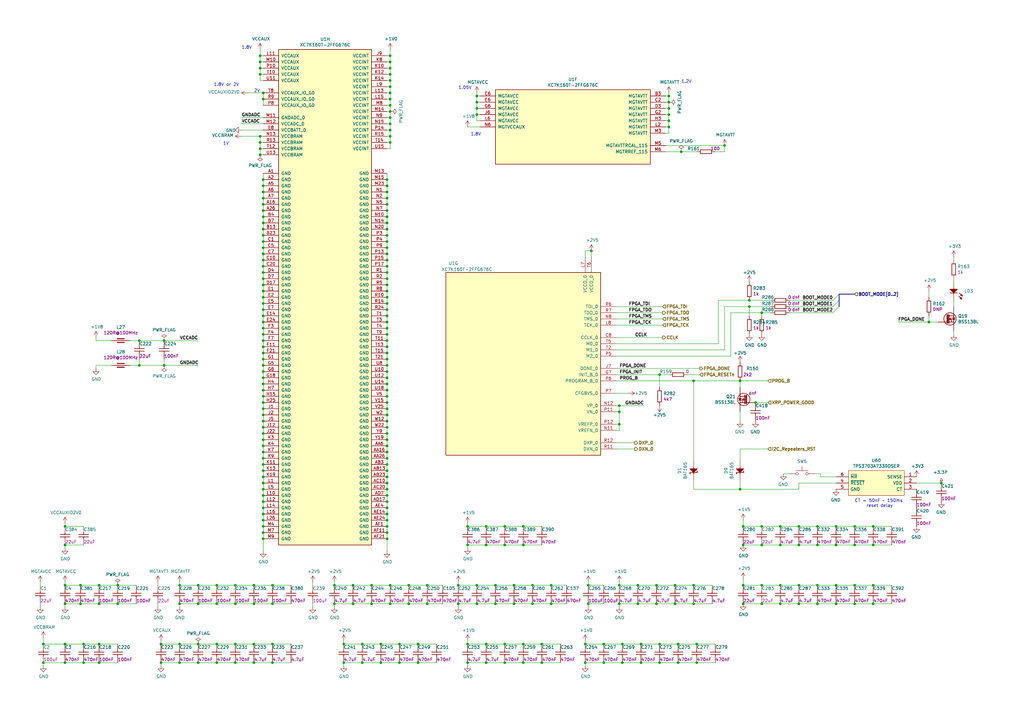
<source format=kicad_sch>
(kicad_sch (version 20211123) (generator eeschema)
  (paper "A3")
  (title_block (title "Marble") (date "2022-08-24") (rev "v1.3") (company "Michał Gąska / WUT") (comment 3 "POWER & MISC"))
  (lib_symbols
    (symbol "Capacitors_SMD:CC0201_100NF_6.3V_10%_X5R" (pin_names (offset 1.27))
      (property "Reference" "C" (at 3.81 3.048 0))
      (property "Val" "100nF" (at 3.81 -3.048 0))
      (symbol "CC0201_100NF_6.3V_10%_X5R_0_1"
        (pin passive line (at 0 0 0) (length 2.54) (name "1") (number "1"))
        (pin passive line (at 7.62 0 180) (length 2.54) (name "2") (number "2"))
      )
    )
    (symbol "Capacitors_SMD:CC0201_470NF_4V_20%_X5R" (pin_names (offset 1.27))
      (property "Reference" "C" (at 3.81 3.048 0))
      (property "Val" "470nF" (at 3.81 -3.048 0))
      (symbol "CC0201_470NF_4V_20%_X5R_0_1"
        (pin passive line (at 0 0 0) (length 2.54) (name "1") (number "1"))
        (pin passive line (at 7.62 0 180) (length 2.54) (name "2") (number "2"))
      )
    )
    (symbol "Capacitors_SMD:CC0603_22UF_6.3V_20%_X5R" (pin_names (offset 1.27))
      (property "Reference" "C" (at 3.81 3.048 0))
      (property "Val" "22uF" (at 3.81 -3.048 0))
      (symbol "CC0603_22UF_6.3V_20%_X5R_0_1"
        (pin passive line (at 0 0 0) (length 2.54) (name "1") (number "1"))
        (pin passive line (at 7.62 0 180) (length 2.54) (name "2") (number "2"))
      )
    )
    (symbol "Capacitors_SMD:CC0805_4.7UF_10V_10%_X5R" (pin_names (offset 1.27))
      (property "Reference" "C" (at 3.81 3.048 0))
      (property "Val" "4.7uF" (at 3.81 -3.048 0))
      (symbol "CC0805_4.7UF_10V_10%_X5R_0_1"
        (pin passive line (at 0 0 0) (length 2.54) (name "1") (number "1"))
        (pin passive line (at 7.62 0 180) (length 2.54) (name "2") (number "2"))
      )
    )
    (symbol "Capacitors_SMD:CC1210_100UF_6.3V_20%_X5R" (pin_names (offset 1.27))
      (property "Reference" "C" (at 3.81 3.048 0))
      (property "Val" "100uF" (at 3.81 -3.048 0))
      (symbol "CC1210_100UF_6.3V_20%_X5R_0_1"
        (pin passive line (at 0 0 0) (length 2.54) (name "1") (number "1"))
        (pin passive line (at 7.62 0 180) (length 2.54) (name "2") (number "2"))
      )
    )
    (symbol "Diodes:BAT165" (pin_names (offset 1.27))
      (property "Reference" "D" (at 3.81 2.794 0))
      (symbol "BAT165_0_1"
        (pin passive line (at 7.62 0 180) (length 2.54) (name "C") (number "1"))
        (pin passive line (at 0 0 0) (length 2.54) (name "A") (number "2"))
      )
    )
    (symbol "Inductors_SMD:IND0603_MURATA_BLM18SG121TN1D" (pin_names (offset 1.27))
      (property "Reference" "L" (at 3.81 1.778 0))
      (property "Val" "120R@100MHz" (at 3.81 -1.778 0))
      (symbol "IND0603_MURATA_BLM18SG121TN1D_0_1"
        (pin passive line (at 0 0 0) (length 1.27) (name "1") (number "1"))
        (pin passive line (at 7.62 0 180) (length 1.27) (name "2") (number "2"))
      )
      (symbol "IND0603_MURATA_BLM18SG121TN1D_0_2"
        (pin passive line (at 0 0 0) (length 1.524) (name "1") (number "1"))
        (pin passive line (at 7.62 0 180) (length 1.524) (name "2") (number "2"))
      )
    )
    (symbol "LED_KINGBRIGHT_KPH-1608CGCK_1" (pin_names (offset 1.27))
      (property "Reference" "LD" (at -1.27 2.54 0))
      (property "Color" "Green" (at 0 -2.54 0))
      (symbol "LED_KINGBRIGHT_KPH-1608CGCK_1_0_1"
        (pin passive line (at 3.81 0 180) (length 2.54) (name "C") (number "1"))
        (pin passive line (at -3.81 0 0) (length 2.54) (name "A") (number "2"))
      )
      (symbol "LED_KINGBRIGHT_KPH-1608CGCK_1_0_2"
        (pin passive line (at 3.81 0 180) (length 2.54) (name "C") (number "1"))
        (pin passive line (at -3.81 0 0) (length 2.54) (name "A") (number "2"))
      )
    )
    (symbol "LEDs_&_Displays:LED_KINGBRIGHT_KPH-1608CGCK" (pin_names (offset 1.27))
      (property "Reference" "LD" (at -1.27 2.54 0))
      (property "Color" "Green" (at 0 -2.54 0))
      (symbol "LED_KINGBRIGHT_KPH-1608CGCK_0_1"
        (pin passive line (at 3.81 0 180) (length 2.54) (name "C") (number "1"))
        (pin passive line (at -3.81 0 0) (length 2.54) (name "A") (number "2"))
      )
      (symbol "LED_KINGBRIGHT_KPH-1608CGCK_0_2"
        (pin passive line (at 3.81 0 180) (length 2.54) (name "C") (number "1"))
        (pin passive line (at -3.81 0 0) (length 2.54) (name "A") (number "2"))
      )
    )
    (symbol "Logic:TPS3703A7330DSER" (pin_names (offset 0.762))
      (property "Reference" "U" (at 29.21 7.62 0))
      (property "Value" "TPS3703A7330DSER" (at 29.21 5.08 0))
      (symbol "TPS3703A7330DSER_0_0"
        (pin passive line (at 0 0 0) (length 5.08) (name "SENSE") (number "1"))
        (pin passive line (at 0 -2.54 0) (length 5.08) (name "VDD") (number "2"))
        (pin passive line (at 0 -5.08 0) (length 5.08) (name "CT") (number "3"))
        (pin passive line (at 33.02 -2.54 180) (length 5.08) (name "~{RESET}") (number "4"))
        (pin passive line (at 33.02 -5.08 180) (length 5.08) (name "GND") (number "5"))
        (pin passive line (at 33.02 0 180) (length 5.08) (name "~{MR}") (number "6"))
      )
    )
    (symbol "Resistors_SMD:R0402_0R_JUMPER" (pin_names (offset 1.27))
      (property "Reference" "R" (at 3.81 1.778 0))
      (property "Val" "0" (at 3.81 -1.778 0))
      (symbol "R0402_0R_JUMPER_0_1"
        (pin passive line (at 0 0 0) (length 1.524) (name "1") (number "1"))
        (pin passive line (at 7.62 0 180) (length 1.524) (name "2") (number "2"))
      )
    )
    (symbol "Resistors_SMD:R0402_100R_1%_0.1W_100PPM" (pin_names (offset 1.27))
      (property "Reference" "R" (at 3.81 1.778 0))
      (property "Val" "100" (at 3.81 -1.778 0))
      (symbol "R0402_100R_1%_0.1W_100PPM_0_1"
        (text "1%" (at 3.81 0 0) (effects (font (size 0.635 0.635))))
        (pin passive line (at 0 0 0) (length 1.524) (name "1") (number "1"))
        (pin passive line (at 7.62 0 180) (length 1.524) (name "2") (number "2"))
      )
    )
    (symbol "Resistors_SMD:R0402_1K_1%_0.0625W_100PPM" (pin_names (offset 1.27))
      (property "Reference" "R" (at 3.81 1.778 0))
      (property "Val" "1k" (at 3.81 -1.778 0))
      (symbol "R0402_1K_1%_0.0625W_100PPM_0_1"
        (text "1%" (at 3.81 0 0) (effects (font (size 0.635 0.635))))
        (pin passive line (at 0 0 0) (length 1.524) (name "1") (number "1"))
        (pin passive line (at 7.62 0 180) (length 1.524) (name "2") (number "2"))
      )
    )
    (symbol "Resistors_SMD:R0402_2K2_1%_0.0625W_100PPM" (pin_names (offset 1.27))
      (property "Reference" "R" (at 3.81 1.778 0))
      (property "Val" "2k2" (at 3.81 -1.778 0))
      (symbol "R0402_2K2_1%_0.0625W_100PPM_0_1"
        (text "1%" (at 3.81 0 0) (effects (font (size 0.635 0.635))))
        (pin passive line (at 0 0 0) (length 1.524) (name "1") (number "1"))
        (pin passive line (at 7.62 0 180) (length 1.524) (name "2") (number "2"))
      )
    )
    (symbol "Resistors_SMD:R0402_300R_1%_0.0625W_100PPM" (pin_names (offset 1.27))
      (property "Reference" "R" (at 3.81 1.778 0))
      (property "Val" "300" (at 3.81 -1.778 0))
      (symbol "R0402_300R_1%_0.0625W_100PPM_0_1"
        (text "1%" (at 3.81 0 0) (effects (font (size 0.635 0.635))))
        (pin passive line (at 0 0 0) (length 1.524) (name "1") (number "1"))
        (pin passive line (at 7.62 0 180) (length 1.524) (name "2") (number "2"))
      )
    )
    (symbol "Resistors_SMD:R0402_4K7_1%_0.0625W_100PPM" (pin_names (offset 1.27))
      (property "Reference" "R" (at 3.81 1.778 0))
      (property "Val" "4k7" (at 3.81 -1.778 0))
      (symbol "R0402_4K7_1%_0.0625W_100PPM_0_1"
        (text "1%" (at 3.81 0 0) (effects (font (size 0.635 0.635))))
        (pin passive line (at 0 0 0) (length 1.524) (name "1") (number "1"))
        (pin passive line (at 7.62 0 180) (length 1.524) (name "2") (number "2"))
      )
    )
    (symbol "Switch:SW_Push" (pin_numbers hide) (pin_names (offset 1.016) hide)
      (property "Reference" "SW" (at 1.27 2.54 0))
      (property "Value" "SW_Push" (at 0 -1.524 0))
      (symbol "SW_Push_0_1"
        (pin passive line (at -5.08 0 0) (length 2.54) (name "1") (number "1"))
        (pin passive line (at 5.08 0 180) (length 2.54) (name "2") (number "2"))
      )
    )
    (symbol "Transistors:BSS138L" (pin_names (offset 1.27))
      (property "Reference" "T" (at 3.81 5.08 0))
      (symbol "BSS138L_0_1"
        (text "D" (at 5.08 5.334 0) (effects (font (size 0.635 0.635)) (justify left top)))
        (text "G" (at 0.762 0 0) (effects (font (size 0.635 0.635)) (justify left bottom)))
        (text "S" (at 5.08 -2.794 0) (effects (font (size 0.635 0.635)) (justify left bottom)))
        (pin passive line (at 0 0 0) (length 2.54) (name "G") (number "1"))
        (pin passive line (at 6.35 -3.81 90) (length 3.048) (name "S") (number "2"))
        (pin passive line (at 6.35 6.35 270) (length 3.048) (name "D") (number "3"))
      )
    )
    (symbol "marble_misc:MGTAVCC" (power) (pin_names (offset 0))
      (property "Value" "MGTAVCC" (at 0 3.556 0))
      (symbol "MGTAVCC_1_1"
        (pin power_in line (at 0 0 90) (length 0) hide (name "MGTAVCC") (number "1"))
      )
    )
    (symbol "marble_misc:MGTAVTT" (power) (pin_names (offset 0))
      (property "Value" "MGTAVTT" (at 0 3.556 0))
      (symbol "MGTAVTT_1_1"
        (pin power_in line (at 0 0 90) (length 0) hide (name "MGTAVTT") (number "1"))
      )
    )
    (symbol "marble_misc:VCCAUX" (power) (pin_names (offset 0))
      (property "Value" "VCCAUX" (at 0 3.556 0))
      (symbol "VCCAUX_1_1"
        (pin power_in line (at 0 0 90) (length 0) hide (name "VCCAUX") (number "1"))
      )
    )
    (symbol "marble_misc:VCCAUXIO2V0" (power) (pin_names (offset 0))
      (property "Value" "VCCAUXIO2V0" (at 0 3.556 0))
      (symbol "VCCAUXIO2V0_1_1"
        (pin power_in line (at 0 0 90) (length 0) hide (name "VCCAUXIO2V0") (number "1"))
      )
    )
    (symbol "marble_misc:VCCBRAM" (power) (pin_names (offset 0))
      (property "Value" "VCCBRAM" (at 0 3.556 0))
      (symbol "VCCBRAM_1_1"
        (pin power_in line (at 0 0 90) (length 0) hide (name "VCCBRAM") (number "1"))
      )
    )
    (symbol "marble_misc:XC7K160T-FFG676" (pin_names (offset 1.016))
      (property "Reference" "U" (at 0 1.27 0))
      (property "Value" "XC7K160T-FFG676" (at 0 -1.27 0))
      (symbol "XC7K160T-FFG676_1_1"
        (pin power_in line (at -40.64 73.66 270) (length 6.35) (name "VCCO_12") (number "AA21"))
        (pin bidirectional line (at -50.8 -12.7 0) (length 6.35) (name "IO_L13N_T2_MRCC_12") (number "AA22"))
        (pin bidirectional line (at -50.8 0 0) (length 6.35) (name "IO_L11P_T1_SRCC_12") (number "AA23"))
        (pin bidirectional line (at -50.8 -7.62 0) (length 6.35) (name "IO_L12N_T1_MRCC_12") (number "AA24"))
        (pin bidirectional line (at -50.8 20.32 0) (length 6.35) (name "IO_L7P_T1_12") (number "AA25"))
        (pin bidirectional line (at -50.8 -35.56 0) (length 6.35) (name "IO_L18P_T2_12") (number "AB21"))
        (pin bidirectional line (at -50.8 -30.48 0) (length 6.35) (name "IO_L17P_T2_12") (number "AB22"))
        (pin bidirectional line (at -50.8 -2.54 0) (length 6.35) (name "IO_L11N_T1_SRCC_12") (number "AB24"))
        (pin bidirectional line (at -50.8 17.78 0) (length 6.35) (name "IO_L7N_T1_12") (number "AB25"))
        (pin bidirectional line (at -50.8 10.16 0) (length 6.35) (name "IO_L9P_T1_DQS_12") (number "AB26"))
        (pin bidirectional line (at -50.8 -38.1 0) (length 6.35) (name "IO_L18N_T2_12") (number "AC21"))
        (pin bidirectional line (at -50.8 -33.02 0) (length 6.35) (name "IO_L17N_T2_12") (number "AC22"))
        (pin bidirectional line (at -50.8 -15.24 0) (length 6.35) (name "IO_L14P_T2_SRCC_12") (number "AC23"))
        (pin bidirectional line (at -50.8 -17.78 0) (length 6.35) (name "IO_L14N_T2_SRCC_12") (number "AC24"))
        (pin power_in line (at -38.1 73.66 270) (length 6.35) (name "VCCO_12") (number "AC25"))
        (pin bidirectional line (at -50.8 7.62 0) (length 6.35) (name "IO_L9N_T1_DQS_12") (number "AC26"))
        (pin bidirectional line (at -50.8 -40.64 0) (length 6.35) (name "IO_L19P_T3_12") (number "AD21"))
        (pin power_in line (at -35.56 73.66 270) (length 6.35) (name "VCCO_12") (number "AD22"))
        (pin bidirectional line (at -50.8 -25.4 0) (length 6.35) (name "IO_L16P_T2_12") (number "AD23"))
        (pin bidirectional line (at -50.8 -27.94 0) (length 6.35) (name "IO_L16N_T2_12") (number "AD24"))
        (pin bidirectional line (at -50.8 -60.96 0) (length 6.35) (name "IO_L23P_T3_12") (number "AD25"))
        (pin bidirectional line (at -50.8 -50.8 0) (length 6.35) (name "IO_L21P_T3_DQS_12") (number "AD26"))
        (pin bidirectional line (at -50.8 -43.18 0) (length 6.35) (name "IO_L19N_T3_VREF_12") (number "AE21"))
        (pin bidirectional line (at -50.8 -66.04 0) (length 6.35) (name "IO_L24P_T3_12") (number "AE22"))
        (pin bidirectional line (at -50.8 -55.88 0) (length 6.35) (name "IO_L22P_T3_12") (number "AE23"))
        (pin bidirectional line (at -50.8 -63.5 0) (length 6.35) (name "IO_L23N_T3_12") (number "AE25"))
        (pin bidirectional line (at -50.8 -53.34 0) (length 6.35) (name "IO_L21N_T3_DQS_12") (number "AE26"))
        (pin bidirectional line (at -50.8 -68.58 0) (length 6.35) (name "IO_L24N_T3_12") (number "AF22"))
        (pin bidirectional line (at -50.8 -58.42 0) (length 6.35) (name "IO_L22N_T3_12") (number "AF23"))
        (pin bidirectional line (at -50.8 -45.72 0) (length 6.35) (name "IO_L20P_T3_12") (number "AF24"))
        (pin bidirectional line (at -50.8 -48.26 0) (length 6.35) (name "IO_L20N_T3_12") (number "AF25"))
        (pin power_in line (at -33.02 73.66 270) (length 6.35) (name "VCCO_12") (number "AF26"))
        (pin power_in line (at 27.94 73.66 270) (length 6.35) (name "VCCO_13") (number "K24"))
        (pin bidirectional line (at 50.8 50.8 180) (length 6.35) (name "IO_L1P_T0_13") (number "K25"))
        (pin bidirectional line (at 50.8 48.26 180) (length 6.35) (name "IO_L1N_T0_13") (number "K26"))
        (pin bidirectional line (at 50.8 12.7 180) (length 6.35) (name "IO_L8N_T1_13") (number "L24"))
        (pin bidirectional line (at 50.8 38.1 180) (length 6.35) (name "IO_L3N_T0_DQS_13") (number "L25"))
        (pin bidirectional line (at 50.8 -58.42 180) (length 6.35) (name "IO_L22N_T3_13") (number "M19"))
        (pin bidirectional line (at 50.8 17.78 180) (length 6.35) (name "IO_L7N_T1_13") (number "M20"))
        (pin bidirectional line (at 50.8 5.08 180) (length 6.35) (name "IO_L10P_T1_13") (number "M21"))
        (pin bidirectional line (at 50.8 2.54 180) (length 6.35) (name "IO_L10N_T1_13") (number "M22"))
        (pin bidirectional line (at 50.8 15.24 180) (length 6.35) (name "IO_L8P_T1_13") (number "M24"))
        (pin bidirectional line (at 50.8 40.64 180) (length 6.35) (name "IO_L3P_T0_DQS_13") (number "M25"))
        (pin bidirectional line (at 50.8 27.94 180) (length 6.35) (name "IO_L5N_T0_13") (number "M26"))
        (pin bidirectional line (at 50.8 53.34 180) (length 6.35) (name "IO_0_13") (number "N16"))
        (pin bidirectional line (at 50.8 -48.26 180) (length 6.35) (name "IO_L20N_T3_13") (number "N17"))
        (pin bidirectional line (at 50.8 -55.88 180) (length 6.35) (name "IO_L22P_T3_13") (number "N18"))
        (pin bidirectional line (at 50.8 20.32 180) (length 6.35) (name "IO_L7P_T1_13") (number "N19"))
        (pin bidirectional line (at 50.8 -5.08 180) (length 6.35) (name "IO_L12P_T1_MRCC_13") (number "N21"))
        (pin bidirectional line (at 50.8 -7.62 180) (length 6.35) (name "IO_L12N_T1_MRCC_13") (number "N22"))
        (pin bidirectional line (at 50.8 -2.54 180) (length 6.35) (name "IO_L11N_T1_SRCC_13") (number "N23"))
        (pin bidirectional line (at 50.8 33.02 180) (length 6.35) (name "IO_L4N_T0_13") (number "N24"))
        (pin power_in line (at 30.48 73.66 270) (length 6.35) (name "VCCO_13") (number "N25"))
        (pin bidirectional line (at 50.8 30.48 180) (length 6.35) (name "IO_L5P_T0_13") (number "N26"))
        (pin bidirectional line (at 50.8 -45.72 180) (length 6.35) (name "IO_L20P_T3_13") (number "P16"))
        (pin bidirectional line (at 50.8 -68.58 180) (length 6.35) (name "IO_L24N_T3_13") (number "P18"))
        (pin bidirectional line (at 50.8 10.16 180) (length 6.35) (name "IO_L9P_T1_DQS_13") (number "P19"))
        (pin bidirectional line (at 50.8 7.62 180) (length 6.35) (name "IO_L9N_T1_DQS_13") (number "P20"))
        (pin bidirectional line (at 50.8 -12.7 180) (length 6.35) (name "IO_L13N_T2_MRCC_13") (number "P21"))
        (pin power_in line (at 33.02 73.66 270) (length 6.35) (name "VCCO_13") (number "P22"))
        (pin bidirectional line (at 50.8 0 180) (length 6.35) (name "IO_L11P_T1_SRCC_13") (number "P23"))
        (pin bidirectional line (at 50.8 35.56 180) (length 6.35) (name "IO_L4P_T0_13") (number "P24"))
        (pin bidirectional line (at 50.8 22.86 180) (length 6.35) (name "IO_L6N_T0_VREF_13") (number "P25"))
        (pin bidirectional line (at 50.8 43.18 180) (length 6.35) (name "IO_L2N_T0_13") (number "P26"))
        (pin bidirectional line (at 50.8 -50.8 180) (length 6.35) (name "IO_L21P_T3_DQS_13") (number "R16"))
        (pin bidirectional line (at 50.8 -53.34 180) (length 6.35) (name "IO_L21N_T3_DQS_13") (number "R17"))
        (pin bidirectional line (at 50.8 -66.04 180) (length 6.35) (name "IO_L24P_T3_13") (number "R18"))
        (pin power_in line (at 35.56 73.66 270) (length 6.35) (name "VCCO_13") (number "R19"))
        (pin bidirectional line (at 50.8 -27.94 180) (length 6.35) (name "IO_L16N_T2_13") (number "R20"))
        (pin bidirectional line (at 50.8 -10.16 180) (length 6.35) (name "IO_L13P_T2_MRCC_13") (number "R21"))
        (pin bidirectional line (at 50.8 -15.24 180) (length 6.35) (name "IO_L14P_T2_SRCC_13") (number "R22"))
        (pin bidirectional line (at 50.8 -17.78 180) (length 6.35) (name "IO_L14N_T2_SRCC_13") (number "R23"))
        (pin bidirectional line (at 50.8 25.4 180) (length 6.35) (name "IO_L6P_T0_13") (number "R25"))
        (pin bidirectional line (at 50.8 45.72 180) (length 6.35) (name "IO_L2P_T0_13") (number "R26"))
        (pin power_in line (at 38.1 73.66 270) (length 6.35) (name "VCCO_13") (number "T16"))
        (pin bidirectional line (at 50.8 -63.5 180) (length 6.35) (name "IO_L23N_T3_13") (number "T17"))
        (pin bidirectional line (at 50.8 -40.64 180) (length 6.35) (name "IO_L19P_T3_13") (number "T18"))
        (pin bidirectional line (at 50.8 -43.18 180) (length 6.35) (name "IO_L19N_T3_VREF_13") (number "T19"))
        (pin bidirectional line (at 50.8 -25.4 180) (length 6.35) (name "IO_L16P_T2_13") (number "T20"))
        (pin bidirectional line (at 50.8 -30.48 180) (length 6.35) (name "IO_L17P_T2_13") (number "T22"))
        (pin bidirectional line (at 50.8 -33.02 180) (length 6.35) (name "IO_L17N_T2_13") (number "T23"))
        (pin bidirectional line (at 50.8 -20.32 180) (length 6.35) (name "IO_L15P_T2_DQS_13") (number "T24"))
        (pin bidirectional line (at 50.8 -22.86 180) (length 6.35) (name "IO_L15N_T2_DQS_13") (number "T25"))
        (pin power_in line (at 40.64 73.66 270) (length 6.35) (name "VCCO_13") (number "T26"))
        (pin bidirectional line (at 50.8 -71.12 180) (length 6.35) (name "IO_25_13") (number "U16"))
        (pin bidirectional line (at 50.8 -60.96 180) (length 6.35) (name "IO_L23P_T3_13") (number "U17"))
        (pin bidirectional line (at 50.8 -35.56 180) (length 6.35) (name "IO_L18P_T2_13") (number "U19"))
        (pin bidirectional line (at 50.8 -38.1 180) (length 6.35) (name "IO_L18N_T2_13") (number "U20"))
        (pin bidirectional line (at -50.8 53.34 0) (length 6.35) (name "IO_0_12") (number "U21"))
        (pin bidirectional line (at -50.8 50.8 0) (length 6.35) (name "IO_L1P_T0_12") (number "U22"))
        (pin power_in line (at -30.48 73.66 270) (length 6.35) (name "VCCO_12") (number "U23"))
        (pin bidirectional line (at -50.8 45.72 0) (length 6.35) (name "IO_L2P_T0_12") (number "U24"))
        (pin bidirectional line (at -50.8 43.18 0) (length 6.35) (name "IO_L2N_T0_12") (number "U25"))
        (pin bidirectional line (at -50.8 35.56 0) (length 6.35) (name "IO_L4P_T0_12") (number "U26"))
        (pin power_in line (at -27.94 73.66 270) (length 6.35) (name "VCCO_12") (number "V20"))
        (pin bidirectional line (at -50.8 25.4 0) (length 6.35) (name "IO_L6P_T0_12") (number "V21"))
        (pin bidirectional line (at -50.8 48.26 0) (length 6.35) (name "IO_L1N_T0_12") (number "V22"))
        (pin bidirectional line (at -50.8 40.64 0) (length 6.35) (name "IO_L3P_T0_DQS_12") (number "V23"))
        (pin bidirectional line (at -50.8 38.1 0) (length 6.35) (name "IO_L3N_T0_DQS_12") (number "V24"))
        (pin bidirectional line (at -50.8 33.02 0) (length 6.35) (name "IO_L4N_T0_12") (number "V26"))
        (pin bidirectional line (at -50.8 -20.32 0) (length 6.35) (name "IO_L15P_T2_DQS_12") (number "W20"))
        (pin bidirectional line (at -50.8 22.86 0) (length 6.35) (name "IO_L6N_T0_VREF_12") (number "W21"))
        (pin bidirectional line (at -50.8 15.24 0) (length 6.35) (name "IO_L8P_T1_12") (number "W23"))
        (pin bidirectional line (at -50.8 12.7 0) (length 6.35) (name "IO_L8N_T1_12") (number "W24"))
        (pin bidirectional line (at -50.8 30.48 0) (length 6.35) (name "IO_L5P_T0_12") (number "W25"))
        (pin bidirectional line (at -50.8 27.94 0) (length 6.35) (name "IO_L5N_T0_12") (number "W26"))
        (pin bidirectional line (at -50.8 -71.12 0) (length 6.35) (name "IO_25_12") (number "Y20"))
        (pin bidirectional line (at -50.8 -22.86 0) (length 6.35) (name "IO_L15N_T2_DQS_12") (number "Y21"))
        (pin bidirectional line (at -50.8 -10.16 0) (length 6.35) (name "IO_L13P_T2_MRCC_12") (number "Y22"))
        (pin bidirectional line (at -50.8 -5.08 0) (length 6.35) (name "IO_L12P_T1_MRCC_12") (number "Y23"))
        (pin power_in line (at -25.4 73.66 270) (length 6.35) (name "VCCO_12") (number "Y24"))
        (pin bidirectional line (at -50.8 5.08 0) (length 6.35) (name "IO_L10P_T1_12") (number "Y25"))
        (pin bidirectional line (at -50.8 2.54 0) (length 6.35) (name "IO_L10N_T1_12") (number "Y26"))
      )
      (symbol "XC7K160T-FFG676_2_1"
        (pin bidirectional line (at 50.8 38.1 180) (length 6.35) (name "IO_L3N_T0_DQS_AD1N_15") (number "A17"))
        (pin bidirectional line (at 50.8 45.72 180) (length 6.35) (name "IO_L2P_T0_AD8P_15") (number "A18"))
        (pin bidirectional line (at 50.8 43.18 180) (length 6.35) (name "IO_L2N_T0_AD8N_15") (number "A19"))
        (pin bidirectional line (at -50.8 12.7 0) (length 6.35) (name "IO_L8N_T1_D12_14") (number "A20"))
        (pin power_in line (at -40.64 73.66 270) (length 6.35) (name "VCCO_14") (number "A21"))
        (pin bidirectional line (at -50.8 43.18 0) (length 6.35) (name "IO_L2N_T0_D03_14") (number "A22"))
        (pin bidirectional line (at -50.8 35.56 0) (length 6.35) (name "IO_L4P_T0_D04_14") (number "A23"))
        (pin bidirectional line (at -50.8 33.02 0) (length 6.35) (name "IO_L4N_T0_D05_14") (number "A24"))
        (pin bidirectional line (at -50.8 48.26 0) (length 6.35) (name "IO_L1N_T0_D01_DIN_14") (number "A25"))
        (pin bidirectional line (at 50.8 48.26 180) (length 6.35) (name "IO_L1N_T0_AD0N_15") (number "B16"))
        (pin bidirectional line (at 50.8 40.64 180) (length 6.35) (name "IO_L3P_T0_DQS_AD1P_15") (number "B17"))
        (pin power_in line (at 27.94 73.66 270) (length 6.35) (name "VCCO_15") (number "B18"))
        (pin bidirectional line (at 50.8 33.02 180) (length 6.35) (name "IO_L4N_T0_AD9N_15") (number "B19"))
        (pin bidirectional line (at -50.8 15.24 0) (length 6.35) (name "IO_L8P_T1_D11_14") (number "B20"))
        (pin bidirectional line (at -50.8 2.54 0) (length 6.35) (name "IO_L10N_T1_D15_14") (number "B21"))
        (pin bidirectional line (at -50.8 45.72 0) (length 6.35) (name "IO_L2P_T0_D02_14") (number "B22"))
        (pin bidirectional line (at -50.8 50.8 0) (length 6.35) (name "IO_L1P_T0_D00_MOSI_14") (number "B24"))
        (pin bidirectional line (at -50.8 40.64 0) (length 6.35) (name "IO_L3P_T0_DQS_PUDC_B_14") (number "B25"))
        (pin bidirectional line (at -50.8 38.1 0) (length 6.35) (name "IO_L3N_T0_DQS_EMCCLK_14") (number "B26"))
        (pin bidirectional line (at 50.8 50.8 180) (length 6.35) (name "IO_L1P_T0_AD0P_15") (number "C16"))
        (pin bidirectional line (at 50.8 30.48 180) (length 6.35) (name "IO_L5P_T0_AD2P_15") (number "C17"))
        (pin bidirectional line (at 50.8 27.94 180) (length 6.35) (name "IO_L5N_T0_AD2N_15") (number "C18"))
        (pin bidirectional line (at 50.8 35.56 180) (length 6.35) (name "IO_L4P_T0_AD9P_15") (number "C19"))
        (pin bidirectional line (at -50.8 5.08 0) (length 6.35) (name "IO_L10P_T1_D14_14") (number "C21"))
        (pin bidirectional line (at -50.8 17.78 0) (length 6.35) (name "IO_L7N_T1_D10_14") (number "C22"))
        (pin bidirectional line (at -50.8 25.4 0) (length 6.35) (name "IO_L6P_T0_FCS_B_14") (number "C23"))
        (pin bidirectional line (at -50.8 22.86 0) (length 6.35) (name "IO_L6N_T0_D08_VREF_14") (number "C24"))
        (pin power_in line (at -38.1 73.66 270) (length 6.35) (name "VCCO_14") (number "C25"))
        (pin bidirectional line (at -50.8 27.94 0) (length 6.35) (name "IO_L5N_T0_D07_14") (number "C26"))
        (pin bidirectional line (at 50.8 25.4 180) (length 6.35) (name "IO_L6P_T0_15") (number "D15"))
        (pin bidirectional line (at 50.8 22.86 180) (length 6.35) (name "IO_L6N_T0_VREF_15") (number "D16"))
        (pin bidirectional line (at 50.8 -12.7 180) (length 6.35) (name "IO_L13N_T2_MRCC_15") (number "D18"))
        (pin bidirectional line (at 50.8 -20.32 180) (length 6.35) (name "IO_L15P_T2_DQS_15") (number "D19"))
        (pin bidirectional line (at 50.8 -22.86 180) (length 6.35) (name "IO_L15N_T2_DQS_ADV_B_15") (number "D20"))
        (pin bidirectional line (at -50.8 20.32 0) (length 6.35) (name "IO_L7P_T1_D09_14") (number "D21"))
        (pin power_in line (at -35.56 73.66 270) (length 6.35) (name "VCCO_14") (number "D22"))
        (pin bidirectional line (at -50.8 0 0) (length 6.35) (name "IO_L11P_T1_SRCC_14") (number "D23"))
        (pin bidirectional line (at -50.8 -2.54 0) (length 6.35) (name "IO_L11N_T1_SRCC_14") (number "D24"))
        (pin bidirectional line (at -50.8 -22.86 0) (length 6.35) (name "IO_L15N_T2_DQS_DOUT_CSO_B_14") (number "D25"))
        (pin bidirectional line (at -50.8 30.48 0) (length 6.35) (name "IO_L5P_T0_D06_14") (number "D26"))
        (pin bidirectional line (at 50.8 5.08 180) (length 6.35) (name "IO_L10P_T1_AD4P_15") (number "E15"))
        (pin bidirectional line (at 50.8 2.54 180) (length 6.35) (name "IO_L10N_T1_AD4N_15") (number "E16"))
        (pin bidirectional line (at 50.8 -7.62 180) (length 6.35) (name "IO_L12N_T1_MRCC_AD5N_15") (number "E17"))
        (pin bidirectional line (at 50.8 -10.16 180) (length 6.35) (name "IO_L13P_T2_MRCC_15") (number "E18"))
        (pin power_in line (at 30.48 73.66 270) (length 6.35) (name "VCCO_15") (number "E19"))
        (pin bidirectional line (at 50.8 -33.02 180) (length 6.35) (name "IO_L17N_T2_A25_15") (number "E20"))
        (pin bidirectional line (at -50.8 10.16 0) (length 6.35) (name "IO_L9P_T1_DQS_14") (number "E21"))
        (pin bidirectional line (at -50.8 7.62 0) (length 6.35) (name "IO_L9N_T1_DQS_D13_14") (number "E22"))
        (pin bidirectional line (at -50.8 -7.62 0) (length 6.35) (name "IO_L12N_T1_MRCC_14") (number "E23"))
        (pin bidirectional line (at -50.8 -20.32 0) (length 6.35) (name "IO_L15P_T2_DQS_RDWR_B_14") (number "E25"))
        (pin bidirectional line (at -50.8 -33.02 0) (length 6.35) (name "IO_L17N_T2_A13_D29_14") (number "E26"))
        (pin bidirectional line (at 50.8 12.7 180) (length 6.35) (name "IO_L8N_T1_AD3N_15") (number "F15"))
        (pin power_in line (at 33.02 73.66 270) (length 6.35) (name "VCCO_15") (number "F16"))
        (pin bidirectional line (at 50.8 -5.08 180) (length 6.35) (name "IO_L12P_T1_MRCC_AD5P_15") (number "F17"))
        (pin bidirectional line (at 50.8 -2.54 180) (length 6.35) (name "IO_L11N_T1_SRCC_AD12N_15") (number "F18"))
        (pin bidirectional line (at 50.8 -30.48 180) (length 6.35) (name "IO_L17P_T2_A26_15") (number "F19"))
        (pin bidirectional line (at 50.8 -27.94 180) (length 6.35) (name "IO_L16N_T2_A27_15") (number "F20"))
        (pin bidirectional line (at -50.8 -5.08 0) (length 6.35) (name "IO_L12P_T1_MRCC_14") (number "F22"))
        (pin bidirectional line (at -50.8 -12.7 0) (length 6.35) (name "IO_L13N_T2_MRCC_14") (number "F23"))
        (pin bidirectional line (at -50.8 -17.78 0) (length 6.35) (name "IO_L14N_T2_SRCC_14") (number "F24"))
        (pin bidirectional line (at -50.8 -30.48 0) (length 6.35) (name "IO_L17P_T2_A14_D30_14") (number "F25"))
        (pin power_in line (at -33.02 73.66 270) (length 6.35) (name "VCCO_14") (number "F26"))
        (pin bidirectional line (at 50.8 15.24 180) (length 6.35) (name "IO_L8P_T1_AD3P_15") (number "G15"))
        (pin bidirectional line (at 50.8 17.78 180) (length 6.35) (name "IO_L7N_T1_AD10N_15") (number "G16"))
        (pin bidirectional line (at 50.8 0 180) (length 6.35) (name "IO_L11P_T1_SRCC_AD12P_15") (number "G17"))
        (pin bidirectional line (at 50.8 -25.4 180) (length 6.35) (name "IO_L16P_T2_A28_15") (number "G19"))
        (pin bidirectional line (at 50.8 -38.1 180) (length 6.35) (name "IO_L18N_T2_A23_15") (number "G20"))
        (pin bidirectional line (at -50.8 -43.18 0) (length 6.35) (name "IO_L19N_T3_A09_D25_VREF_14") (number "G21"))
        (pin bidirectional line (at -50.8 -10.16 0) (length 6.35) (name "IO_L13P_T2_MRCC_14") (number "G22"))
        (pin power_in line (at -30.48 73.66 270) (length 6.35) (name "VCCO_14") (number "G23"))
        (pin bidirectional line (at -50.8 -15.24 0) (length 6.35) (name "IO_L14P_T2_SRCC_14") (number "G24"))
        (pin bidirectional line (at -50.8 -25.4 0) (length 6.35) (name "IO_L16P_T2_CSI_B_14") (number "G25"))
        (pin bidirectional line (at -50.8 -27.94 0) (length 6.35) (name "IO_L16N_T2_A15_D31_14") (number "G26"))
        (pin bidirectional line (at 50.8 20.32 180) (length 6.35) (name "IO_L7P_T1_AD10P_15") (number "H16"))
        (pin bidirectional line (at 50.8 -15.24 180) (length 6.35) (name "IO_L14P_T2_SRCC_15") (number "H17"))
        (pin bidirectional line (at 50.8 -17.78 180) (length 6.35) (name "IO_L14N_T2_SRCC_15") (number "H18"))
        (pin bidirectional line (at 50.8 -35.56 180) (length 6.35) (name "IO_L18P_T2_A24_15") (number "H19"))
        (pin power_in line (at 35.56 73.66 270) (length 6.35) (name "VCCO_15") (number "H20"))
        (pin bidirectional line (at -50.8 -40.64 0) (length 6.35) (name "IO_L19P_T3_A10_D26_14") (number "H21"))
        (pin bidirectional line (at -50.8 -53.34 0) (length 6.35) (name "IO_L21N_T3_DQS_A06_D22_14") (number "H22"))
        (pin bidirectional line (at -50.8 -45.72 0) (length 6.35) (name "IO_L20P_T3_A08_D24_14") (number "H23"))
        (pin bidirectional line (at -50.8 -48.26 0) (length 6.35) (name "IO_L20N_T3_A07_D23_14") (number "H24"))
        (pin bidirectional line (at -50.8 -38.1 0) (length 6.35) (name "IO_L18N_T2_A11_D27_14") (number "H26"))
        (pin bidirectional line (at 50.8 10.16 180) (length 6.35) (name "IO_L9P_T1_DQS_AD11P_15") (number "J15"))
        (pin bidirectional line (at 50.8 7.62 180) (length 6.35) (name "IO_L9N_T1_DQS_AD11N_15") (number "J16"))
        (pin power_in line (at 38.1 73.66 270) (length 6.35) (name "VCCO_15") (number "J17"))
        (pin bidirectional line (at 50.8 -45.72 180) (length 6.35) (name "IO_L20P_T3_A20_15") (number "J18"))
        (pin bidirectional line (at 50.8 -48.26 180) (length 6.35) (name "IO_L20N_T3_A19_15") (number "J19"))
        (pin bidirectional line (at 50.8 -43.18 180) (length 6.35) (name "IO_L19N_T3_A21_VREF_15") (number "J20"))
        (pin bidirectional line (at -50.8 -50.8 0) (length 6.35) (name "IO_L21P_T3_DQS_14") (number "J21"))
        (pin bidirectional line (at -50.8 -68.58 0) (length 6.35) (name "IO_L24N_T3_A00_D16_14") (number "J23"))
        (pin bidirectional line (at -50.8 -55.88 0) (length 6.35) (name "IO_L22P_T3_A05_D21_14") (number "J24"))
        (pin bidirectional line (at -50.8 -58.42 0) (length 6.35) (name "IO_L22N_T3_A04_D20_14") (number "J25"))
        (pin bidirectional line (at -50.8 -35.56 0) (length 6.35) (name "IO_L18P_T2_A12_D28_14") (number "J26"))
        (pin bidirectional line (at 50.8 53.34 180) (length 6.35) (name "IO_0_15") (number "K15"))
        (pin bidirectional line (at 50.8 -55.88 180) (length 6.35) (name "IO_L22P_T3_A17_15") (number "K16"))
        (pin bidirectional line (at 50.8 -58.42 180) (length 6.35) (name "IO_L22N_T3_A16_15") (number "K17"))
        (pin bidirectional line (at 50.8 -68.58 180) (length 6.35) (name "IO_L24N_T3_RS0_15") (number "K18"))
        (pin bidirectional line (at 50.8 -40.64 180) (length 6.35) (name "IO_L19P_T3_A22_15") (number "K20"))
        (pin bidirectional line (at -50.8 53.34 0) (length 6.35) (name "IO_0_14") (number "K21"))
        (pin bidirectional line (at -50.8 -63.5 0) (length 6.35) (name "IO_L23N_T3_A02_D18_14") (number "K22"))
        (pin bidirectional line (at -50.8 -66.04 0) (length 6.35) (name "IO_L24P_T3_A01_D17_14") (number "K23"))
        (pin bidirectional line (at 50.8 -66.04 180) (length 6.35) (name "IO_L24P_T3_RS1_15") (number "L17"))
        (pin bidirectional line (at 50.8 -63.5 180) (length 6.35) (name "IO_L23N_T3_FWE_B_15") (number "L18"))
        (pin bidirectional line (at 50.8 -50.8 180) (length 6.35) (name "IO_L21P_T3_DQS_15") (number "L19"))
        (pin bidirectional line (at 50.8 -53.34 180) (length 6.35) (name "IO_L21N_T3_DQS_A18_15") (number "L20"))
        (pin power_in line (at -27.94 73.66 270) (length 6.35) (name "VCCO_14") (number "L21"))
        (pin bidirectional line (at -50.8 -60.96 0) (length 6.35) (name "IO_L23P_T3_A03_D19_14") (number "L22"))
        (pin bidirectional line (at -50.8 -71.12 0) (length 6.35) (name "IO_25_14") (number "L23"))
        (pin bidirectional line (at 50.8 -71.12 180) (length 6.35) (name "IO_25_15") (number "M16"))
        (pin bidirectional line (at 50.8 -60.96 180) (length 6.35) (name "IO_L23P_T3_FOE_B_15") (number "M17"))
        (pin power_in line (at 40.64 73.66 270) (length 6.35) (name "VCCO_15") (number "M18"))
      )
      (symbol "XC7K160T-FFG676_3_1"
        (pin bidirectional line (at -50.8 -58.42 0) (length 6.35) (name "IO_L22N_T3_16") (number "A10"))
        (pin power_in line (at -40.64 73.66 270) (length 6.35) (name "VCCO_16") (number "A11"))
        (pin bidirectional line (at -50.8 -68.58 0) (length 6.35) (name "IO_L24N_T3_16") (number "A12"))
        (pin bidirectional line (at -50.8 -66.04 0) (length 6.35) (name "IO_L24P_T3_16") (number "A13"))
        (pin bidirectional line (at -50.8 -53.34 0) (length 6.35) (name "IO_L21N_T3_DQS_16") (number "A14"))
        (pin bidirectional line (at -50.8 -63.5 0) (length 6.35) (name "IO_L23N_T3_16") (number "A15"))
        (pin bidirectional line (at -50.8 7.62 0) (length 6.35) (name "IO_L9N_T1_DQS_16") (number "A8"))
        (pin bidirectional line (at -50.8 10.16 0) (length 6.35) (name "IO_L9P_T1_DQS_16") (number "A9"))
        (pin bidirectional line (at 50.8 20.32 180) (length 6.35) (name "IO_L7P_T1_32") (number "AA14"))
        (pin bidirectional line (at 50.8 17.78 180) (length 6.35) (name "IO_L7N_T1_32") (number "AA15"))
        (pin bidirectional line (at 50.8 0 180) (length 6.35) (name "IO_L11P_T1_SRCC_32") (number "AA17"))
        (pin bidirectional line (at 50.8 -2.54 180) (length 6.35) (name "IO_L11N_T1_SRCC_32") (number "AA18"))
        (pin bidirectional line (at 50.8 -25.4 180) (length 6.35) (name "IO_L16P_T2_32") (number "AA19"))
        (pin bidirectional line (at 50.8 -27.94 180) (length 6.35) (name "IO_L16N_T2_32") (number "AA20"))
        (pin bidirectional line (at 50.8 5.08 180) (length 6.35) (name "IO_L10P_T1_32") (number "AB14"))
        (pin bidirectional line (at 50.8 2.54 180) (length 6.35) (name "IO_L10N_T1_32") (number "AB15"))
        (pin bidirectional line (at 50.8 -5.08 180) (length 6.35) (name "IO_L12P_T1_MRCC_32") (number "AB16"))
        (pin bidirectional line (at 50.8 -15.24 180) (length 6.35) (name "IO_L14P_T2_SRCC_32") (number "AB17"))
        (pin power_in line (at 27.94 73.66 270) (length 6.35) (name "VCCO_32") (number "AB18"))
        (pin bidirectional line (at 50.8 -35.56 180) (length 6.35) (name "IO_L18P_T2_32") (number "AB19"))
        (pin bidirectional line (at 50.8 -38.1 180) (length 6.35) (name "IO_L18N_T2_32") (number "AB20"))
        (pin bidirectional line (at 50.8 15.24 180) (length 6.35) (name "IO_L8P_T1_32") (number "AC14"))
        (pin power_in line (at 30.48 73.66 270) (length 6.35) (name "VCCO_32") (number "AC15"))
        (pin bidirectional line (at 50.8 -7.62 180) (length 6.35) (name "IO_L12N_T1_MRCC_32") (number "AC16"))
        (pin bidirectional line (at 50.8 -17.78 180) (length 6.35) (name "IO_L14N_T2_SRCC_32") (number "AC17"))
        (pin bidirectional line (at 50.8 -10.16 180) (length 6.35) (name "IO_L13P_T2_MRCC_32") (number "AC18"))
        (pin bidirectional line (at 50.8 -30.48 180) (length 6.35) (name "IO_L17P_T2_32") (number "AC19"))
        (pin bidirectional line (at 50.8 12.7 180) (length 6.35) (name "IO_L8N_T1_32") (number "AD14"))
        (pin bidirectional line (at 50.8 35.56 180) (length 6.35) (name "IO_L4P_T0_32") (number "AD15"))
        (pin bidirectional line (at 50.8 25.4 180) (length 6.35) (name "IO_L6P_T0_32") (number "AD16"))
        (pin bidirectional line (at 50.8 -12.7 180) (length 6.35) (name "IO_L13N_T2_MRCC_32") (number "AD18"))
        (pin bidirectional line (at 50.8 -33.02 180) (length 6.35) (name "IO_L17N_T2_32") (number "AD19"))
        (pin bidirectional line (at 50.8 -20.32 180) (length 6.35) (name "IO_L15P_T2_DQS_32") (number "AD20"))
        (pin bidirectional line (at 50.8 33.02 180) (length 6.35) (name "IO_L4N_T0_32") (number "AE15"))
        (pin bidirectional line (at 50.8 22.86 180) (length 6.35) (name "IO_L6N_T0_VREF_32") (number "AE16"))
        (pin bidirectional line (at 50.8 50.8 180) (length 6.35) (name "IO_L1P_T0_32") (number "AE17"))
        (pin bidirectional line (at 50.8 40.64 180) (length 6.35) (name "IO_L3P_T0_DQS_32") (number "AE18"))
        (pin power_in line (at 33.02 73.66 270) (length 6.35) (name "VCCO_32") (number "AE19"))
        (pin bidirectional line (at 50.8 -22.86 180) (length 6.35) (name "IO_L15N_T2_DQS_32") (number "AE20"))
        (pin bidirectional line (at 50.8 45.72 180) (length 6.35) (name "IO_L2P_T0_32") (number "AF14"))
        (pin bidirectional line (at 50.8 43.18 180) (length 6.35) (name "IO_L2N_T0_32") (number "AF15"))
        (pin power_in line (at 35.56 73.66 270) (length 6.35) (name "VCCO_32") (number "AF16"))
        (pin bidirectional line (at 50.8 48.26 180) (length 6.35) (name "IO_L1N_T0_32") (number "AF17"))
        (pin bidirectional line (at 50.8 38.1 180) (length 6.35) (name "IO_L3N_T0_DQS_32") (number "AF18"))
        (pin bidirectional line (at 50.8 30.48 180) (length 6.35) (name "IO_L5P_T0_32") (number "AF19"))
        (pin bidirectional line (at 50.8 27.94 180) (length 6.35) (name "IO_L5N_T0_32") (number "AF20"))
        (pin bidirectional line (at -50.8 -55.88 0) (length 6.35) (name "IO_L22P_T3_16") (number "B10"))
        (pin bidirectional line (at -50.8 -48.26 0) (length 6.35) (name "IO_L20N_T3_16") (number "B11"))
        (pin bidirectional line (at -50.8 -45.72 0) (length 6.35) (name "IO_L20P_T3_16") (number "B12"))
        (pin bidirectional line (at -50.8 -50.8 0) (length 6.35) (name "IO_L21P_T3_DQS_16") (number "B14"))
        (pin bidirectional line (at -50.8 -60.96 0) (length 6.35) (name "IO_L23P_T3_16") (number "B15"))
        (pin power_in line (at -38.1 73.66 270) (length 6.35) (name "VCCO_16") (number "B8"))
        (pin bidirectional line (at -50.8 2.54 0) (length 6.35) (name "IO_L10N_T1_16") (number "B9"))
        (pin bidirectional line (at -50.8 -12.7 0) (length 6.35) (name "IO_L13N_T2_MRCC_16") (number "C11"))
        (pin bidirectional line (at -50.8 -10.16 0) (length 6.35) (name "IO_L13P_T2_MRCC_16") (number "C12"))
        (pin bidirectional line (at -50.8 -43.18 0) (length 6.35) (name "IO_L19N_T3_VREF_16") (number "C13"))
        (pin bidirectional line (at -50.8 -40.64 0) (length 6.35) (name "IO_L19P_T3_16") (number "C14"))
        (pin power_in line (at -35.56 73.66 270) (length 6.35) (name "VCCO_16") (number "C15"))
        (pin bidirectional line (at -50.8 5.08 0) (length 6.35) (name "IO_L10P_T1_16") (number "C9"))
        (pin bidirectional line (at -50.8 -7.62 0) (length 6.35) (name "IO_L12N_T1_MRCC_16") (number "D10"))
        (pin bidirectional line (at -50.8 -17.78 0) (length 6.35) (name "IO_L14N_T2_SRCC_16") (number "D11"))
        (pin power_in line (at -33.02 73.66 270) (length 6.35) (name "VCCO_16") (number "D12"))
        (pin bidirectional line (at -50.8 -33.02 0) (length 6.35) (name "IO_L17N_T2_16") (number "D13"))
        (pin bidirectional line (at -50.8 -30.48 0) (length 6.35) (name "IO_L17P_T2_16") (number "D14"))
        (pin bidirectional line (at -50.8 12.7 0) (length 6.35) (name "IO_L8N_T1_16") (number "D8"))
        (pin bidirectional line (at -50.8 15.24 0) (length 6.35) (name "IO_L8P_T1_16") (number "D9"))
        (pin bidirectional line (at -50.8 -5.08 0) (length 6.35) (name "IO_L12P_T1_MRCC_16") (number "E10"))
        (pin bidirectional line (at -50.8 -15.24 0) (length 6.35) (name "IO_L14P_T2_SRCC_16") (number "E11"))
        (pin bidirectional line (at -50.8 -38.1 0) (length 6.35) (name "IO_L18N_T2_16") (number "E12"))
        (pin bidirectional line (at -50.8 -35.56 0) (length 6.35) (name "IO_L18P_T2_16") (number "E13"))
        (pin power_in line (at -30.48 73.66 270) (length 6.35) (name "VCCO_16") (number "E9"))
        (pin bidirectional line (at -50.8 -2.54 0) (length 6.35) (name "IO_L11N_T1_SRCC_16") (number "F10"))
        (pin bidirectional line (at -50.8 -27.94 0) (length 6.35) (name "IO_L16N_T2_16") (number "F12"))
        (pin bidirectional line (at -50.8 -22.86 0) (length 6.35) (name "IO_L15N_T2_DQS_16") (number "F13"))
        (pin bidirectional line (at -50.8 -20.32 0) (length 6.35) (name "IO_L15P_T2_DQS_16") (number "F14"))
        (pin bidirectional line (at -50.8 17.78 0) (length 6.35) (name "IO_L7N_T1_16") (number "F8"))
        (pin bidirectional line (at -50.8 20.32 0) (length 6.35) (name "IO_L7P_T1_16") (number "F9"))
        (pin bidirectional line (at -50.8 45.72 0) (length 6.35) (name "IO_L2P_T0_16") (number "G10"))
        (pin bidirectional line (at -50.8 0 0) (length 6.35) (name "IO_L11P_T1_SRCC_16") (number "G11"))
        (pin bidirectional line (at -50.8 -25.4 0) (length 6.35) (name "IO_L16P_T2_16") (number "G12"))
        (pin power_in line (at -27.94 73.66 270) (length 6.35) (name "VCCO_16") (number "G13"))
        (pin bidirectional line (at -50.8 27.94 0) (length 6.35) (name "IO_L5N_T0_16") (number "G14"))
        (pin bidirectional line (at -50.8 43.18 0) (length 6.35) (name "IO_L2N_T0_16") (number "G9"))
        (pin power_in line (at -25.4 73.66 270) (length 6.35) (name "VCCO_16") (number "H10"))
        (pin bidirectional line (at -50.8 22.86 0) (length 6.35) (name "IO_L6N_T0_VREF_16") (number "H11"))
        (pin bidirectional line (at -50.8 25.4 0) (length 6.35) (name "IO_L6P_T0_16") (number "H12"))
        (pin bidirectional line (at -50.8 38.1 0) (length 6.35) (name "IO_L3N_T0_DQS_16") (number "H13"))
        (pin bidirectional line (at -50.8 30.48 0) (length 6.35) (name "IO_L5P_T0_16") (number "H14"))
        (pin bidirectional line (at -50.8 48.26 0) (length 6.35) (name "IO_L1N_T0_16") (number "H8"))
        (pin bidirectional line (at -50.8 50.8 0) (length 6.35) (name "IO_L1P_T0_16") (number "H9"))
        (pin bidirectional line (at -50.8 33.02 0) (length 6.35) (name "IO_L4N_T0_16") (number "J10"))
        (pin bidirectional line (at -50.8 35.56 0) (length 6.35) (name "IO_L4P_T0_16") (number "J11"))
        (pin bidirectional line (at -50.8 40.64 0) (length 6.35) (name "IO_L3P_T0_DQS_16") (number "J13"))
        (pin bidirectional line (at -50.8 -71.12 0) (length 6.35) (name "IO_25_16") (number "J14"))
        (pin bidirectional line (at -50.8 53.34 0) (length 6.35) (name "IO_0_16") (number "J8"))
        (pin bidirectional line (at 50.8 53.34 180) (length 6.35) (name "IO_0_VRN_32") (number "V13"))
        (pin bidirectional line (at 50.8 -66.04 180) (length 6.35) (name "IO_L24P_T3_32") (number "V14"))
        (pin bidirectional line (at 50.8 -45.72 180) (length 6.35) (name "IO_L20P_T3_32") (number "V16"))
        (pin bidirectional line (at 50.8 -48.26 180) (length 6.35) (name "IO_L20N_T3_32") (number "V17"))
        (pin bidirectional line (at 50.8 -60.96 180) (length 6.35) (name "IO_L23P_T3_32") (number "V18"))
        (pin bidirectional line (at 50.8 -63.5 180) (length 6.35) (name "IO_L23N_T3_32") (number "V19"))
        (pin bidirectional line (at 50.8 -71.12 180) (length 6.35) (name "IO_25_VRP_32") (number "W13"))
        (pin bidirectional line (at 50.8 -68.58 180) (length 6.35) (name "IO_L24N_T3_32") (number "W14"))
        (pin bidirectional line (at 50.8 -55.88 180) (length 6.35) (name "IO_L22P_T3_32") (number "W15"))
        (pin bidirectional line (at 50.8 -58.42 180) (length 6.35) (name "IO_L22N_T3_32") (number "W16"))
        (pin power_in line (at 38.1 73.66 270) (length 6.35) (name "VCCO_32") (number "W17"))
        (pin bidirectional line (at 50.8 -50.8 180) (length 6.35) (name "IO_L21P_T3_DQS_32") (number "W18"))
        (pin bidirectional line (at 50.8 -53.34 180) (length 6.35) (name "IO_L21N_T3_DQS_32") (number "W19"))
        (pin power_in line (at 40.64 73.66 270) (length 6.35) (name "VCCO_32") (number "Y14"))
        (pin bidirectional line (at 50.8 10.16 180) (length 6.35) (name "IO_L9P_T1_DQS_32") (number "Y15"))
        (pin bidirectional line (at 50.8 7.62 180) (length 6.35) (name "IO_L9N_T1_DQS_32") (number "Y16"))
        (pin bidirectional line (at 50.8 -40.64 180) (length 6.35) (name "IO_L19P_T3_32") (number "Y17"))
        (pin bidirectional line (at 50.8 -43.18 180) (length 6.35) (name "IO_L19N_T3_VREF_32") (number "Y18"))
      )
      (symbol "XC7K160T-FFG676_4_1"
        (pin power_in line (at 27.94 73.66 270) (length 6.35) (name "VCCO_34") (number "AA1"))
        (pin bidirectional line (at -50.8 -15.24 0) (length 6.35) (name "IO_L14P_T2_SRCC_33") (number "AA10"))
        (pin power_in line (at -40.64 73.66 270) (length 6.35) (name "VCCO_33") (number "AA11"))
        (pin bidirectional line (at -50.8 -27.94 0) (length 6.35) (name "IO_L16N_T2_33") (number "AA12"))
        (pin bidirectional line (at -50.8 -25.4 0) (length 6.35) (name "IO_L16P_T2_33") (number "AA13"))
        (pin bidirectional line (at 50.8 -7.62 180) (length 6.35) (name "IO_L12N_T1_MRCC_34") (number "AA2"))
        (pin bidirectional line (at 50.8 -5.08 180) (length 6.35) (name "IO_L12P_T1_MRCC_34") (number "AA3"))
        (pin bidirectional line (at 50.8 -10.16 180) (length 6.35) (name "IO_L13P_T2_MRCC_34") (number "AA4"))
        (pin bidirectional line (at 50.8 -20.32 180) (length 6.35) (name "IO_L15P_T2_DQS_34") (number "AA5"))
        (pin bidirectional line (at -50.8 12.7 0) (length 6.35) (name "IO_L8N_T1_33") (number "AA7"))
        (pin bidirectional line (at -50.8 15.24 0) (length 6.35) (name "IO_L8P_T1_33") (number "AA8"))
        (pin bidirectional line (at -50.8 0 0) (length 6.35) (name "IO_L11P_T1_SRCC_33") (number "AA9"))
        (pin bidirectional line (at 50.8 10.16 180) (length 6.35) (name "IO_L9P_T1_DQS_34") (number "AB1"))
        (pin bidirectional line (at -50.8 -17.78 0) (length 6.35) (name "IO_L14N_T2_SRCC_33") (number "AB10"))
        (pin bidirectional line (at -50.8 -10.16 0) (length 6.35) (name "IO_L13P_T2_MRCC_33") (number "AB11"))
        (pin bidirectional line (at -50.8 -20.32 0) (length 6.35) (name "IO_L15P_T2_DQS_33") (number "AB12"))
        (pin bidirectional line (at 50.8 0 180) (length 6.35) (name "IO_L11P_T1_SRCC_34") (number "AB2"))
        (pin bidirectional line (at 50.8 -12.7 180) (length 6.35) (name "IO_L13N_T2_MRCC_34") (number "AB4"))
        (pin bidirectional line (at 50.8 -22.86 180) (length 6.35) (name "IO_L15N_T2_DQS_34") (number "AB5"))
        (pin bidirectional line (at 50.8 -25.4 180) (length 6.35) (name "IO_L16P_T2_34") (number "AB6"))
        (pin bidirectional line (at -50.8 5.08 0) (length 6.35) (name "IO_L10P_T1_33") (number "AB7"))
        (pin power_in line (at -38.1 73.66 270) (length 6.35) (name "VCCO_33") (number "AB8"))
        (pin bidirectional line (at -50.8 -2.54 0) (length 6.35) (name "IO_L11N_T1_SRCC_33") (number "AB9"))
        (pin bidirectional line (at 50.8 7.62 180) (length 6.35) (name "IO_L9N_T1_DQS_34") (number "AC1"))
        (pin bidirectional line (at -50.8 -12.7 0) (length 6.35) (name "IO_L13N_T2_MRCC_33") (number "AC11"))
        (pin bidirectional line (at -50.8 -22.86 0) (length 6.35) (name "IO_L15N_T2_DQS_33") (number "AC12"))
        (pin bidirectional line (at -50.8 -30.48 0) (length 6.35) (name "IO_L17P_T2_33") (number "AC13"))
        (pin bidirectional line (at 50.8 -2.54 180) (length 6.35) (name "IO_L11N_T1_SRCC_34") (number "AC2"))
        (pin bidirectional line (at 50.8 -17.78 180) (length 6.35) (name "IO_L14N_T2_SRCC_34") (number "AC3"))
        (pin bidirectional line (at 50.8 -15.24 180) (length 6.35) (name "IO_L14P_T2_SRCC_34") (number "AC4"))
        (pin power_in line (at 30.48 73.66 270) (length 6.35) (name "VCCO_34") (number "AC5"))
        (pin bidirectional line (at 50.8 -27.94 180) (length 6.35) (name "IO_L16N_T2_34") (number "AC6"))
        (pin bidirectional line (at -50.8 2.54 0) (length 6.35) (name "IO_L10N_T1_33") (number "AC7"))
        (pin bidirectional line (at -50.8 10.16 0) (length 6.35) (name "IO_L9P_T1_DQS_33") (number "AC8"))
        (pin bidirectional line (at -50.8 -5.08 0) (length 6.35) (name "IO_L12P_T1_MRCC_33") (number "AC9"))
        (pin bidirectional line (at 50.8 -45.72 180) (length 6.35) (name "IO_L20P_T3_34") (number "AD1"))
        (pin bidirectional line (at -50.8 -45.72 0) (length 6.35) (name "IO_L20P_T3_33") (number "AD10"))
        (pin bidirectional line (at -50.8 -40.64 0) (length 6.35) (name "IO_L19P_T3_33") (number "AD11"))
        (pin power_in line (at -35.56 73.66 270) (length 6.35) (name "VCCO_33") (number "AD12"))
        (pin bidirectional line (at -50.8 -33.02 0) (length 6.35) (name "IO_L17N_T2_33") (number "AD13"))
        (pin power_in line (at 33.02 73.66 270) (length 6.35) (name "VCCO_34") (number "AD2"))
        (pin bidirectional line (at 50.8 -43.18 180) (length 6.35) (name "IO_L19N_T3_VREF_34") (number "AD3"))
        (pin bidirectional line (at 50.8 -40.64 180) (length 6.35) (name "IO_L19P_T3_34") (number "AD4"))
        (pin bidirectional line (at 50.8 -38.1 180) (length 6.35) (name "IO_L18N_T2_34") (number "AD5"))
        (pin bidirectional line (at 50.8 -35.56 180) (length 6.35) (name "IO_L18P_T2_34") (number "AD6"))
        (pin bidirectional line (at -50.8 7.62 0) (length 6.35) (name "IO_L9N_T1_DQS_33") (number "AD8"))
        (pin bidirectional line (at -50.8 -7.62 0) (length 6.35) (name "IO_L12N_T1_MRCC_33") (number "AD9"))
        (pin bidirectional line (at 50.8 -48.26 180) (length 6.35) (name "IO_L20N_T3_34") (number "AE1"))
        (pin bidirectional line (at -50.8 -48.26 0) (length 6.35) (name "IO_L20N_T3_33") (number "AE10"))
        (pin bidirectional line (at -50.8 -43.18 0) (length 6.35) (name "IO_L19N_T3_VREF_33") (number "AE11"))
        (pin bidirectional line (at -50.8 -50.8 0) (length 6.35) (name "IO_L21P_T3_DQS_33") (number "AE12"))
        (pin bidirectional line (at -50.8 -60.96 0) (length 6.35) (name "IO_L23P_T3_33") (number "AE13"))
        (pin bidirectional line (at 50.8 -58.42 180) (length 6.35) (name "IO_L22N_T3_34") (number "AE2"))
        (pin bidirectional line (at 50.8 -55.88 180) (length 6.35) (name "IO_L22P_T3_34") (number "AE3"))
        (pin bidirectional line (at 50.8 -63.5 180) (length 6.35) (name "IO_L23N_T3_34") (number "AE5"))
        (pin bidirectional line (at 50.8 -60.96 180) (length 6.35) (name "IO_L23P_T3_34") (number "AE6"))
        (pin bidirectional line (at -50.8 20.32 0) (length 6.35) (name "IO_L7P_T1_33") (number "AE7"))
        (pin bidirectional line (at -50.8 -55.88 0) (length 6.35) (name "IO_L22P_T3_33") (number "AE8"))
        (pin power_in line (at -33.02 73.66 270) (length 6.35) (name "VCCO_33") (number "AE9"))
        (pin bidirectional line (at -50.8 -66.04 0) (length 6.35) (name "IO_L24P_T3_33") (number "AF10"))
        (pin bidirectional line (at -50.8 -53.34 0) (length 6.35) (name "IO_L21N_T3_DQS_33") (number "AF12"))
        (pin bidirectional line (at -50.8 -63.5 0) (length 6.35) (name "IO_L23N_T3_33") (number "AF13"))
        (pin bidirectional line (at 50.8 -68.58 180) (length 6.35) (name "IO_L24N_T3_34") (number "AF2"))
        (pin bidirectional line (at 50.8 -66.04 180) (length 6.35) (name "IO_L24P_T3_34") (number "AF3"))
        (pin bidirectional line (at 50.8 -53.34 180) (length 6.35) (name "IO_L21N_T3_DQS_34") (number "AF4"))
        (pin bidirectional line (at 50.8 -50.8 180) (length 6.35) (name "IO_L21P_T3_DQS_34") (number "AF5"))
        (pin power_in line (at 35.56 73.66 270) (length 6.35) (name "VCCO_34") (number "AF6"))
        (pin bidirectional line (at -50.8 17.78 0) (length 6.35) (name "IO_L7N_T1_33") (number "AF7"))
        (pin bidirectional line (at -50.8 -58.42 0) (length 6.35) (name "IO_L22N_T3_33") (number "AF8"))
        (pin bidirectional line (at -50.8 -68.58 0) (length 6.35) (name "IO_L24N_T3_33") (number "AF9"))
        (pin bidirectional line (at 50.8 -71.12 180) (length 6.35) (name "IO_25_VRP_34") (number "T7"))
        (pin bidirectional line (at 50.8 43.18 180) (length 6.35) (name "IO_L2N_T0_34") (number "U1"))
        (pin bidirectional line (at 50.8 45.72 180) (length 6.35) (name "IO_L2P_T0_34") (number "U2"))
        (pin power_in line (at 38.1 73.66 270) (length 6.35) (name "VCCO_34") (number "U3"))
        (pin bidirectional line (at 50.8 53.34 180) (length 6.35) (name "IO_0_VRN_34") (number "U4"))
        (pin bidirectional line (at 50.8 48.26 180) (length 6.35) (name "IO_L1N_T0_34") (number "U5"))
        (pin bidirectional line (at 50.8 50.8 180) (length 6.35) (name "IO_L1P_T0_34") (number "U6"))
        (pin bidirectional line (at 50.8 30.48 180) (length 6.35) (name "IO_L5P_T0_34") (number "U7"))
        (pin bidirectional line (at -50.8 53.34 0) (length 6.35) (name "IO_0_VRN_33") (number "U9"))
        (pin bidirectional line (at 50.8 12.7 180) (length 6.35) (name "IO_L8N_T1_34") (number "V1"))
        (pin power_in line (at -30.48 73.66 270) (length 6.35) (name "VCCO_33") (number "V10"))
        (pin bidirectional line (at -50.8 50.8 0) (length 6.35) (name "IO_L1P_T0_33") (number "V11"))
        (pin bidirectional line (at -50.8 -71.12 0) (length 6.35) (name "IO_25_VRP_33") (number "V12"))
        (pin bidirectional line (at 50.8 15.24 180) (length 6.35) (name "IO_L8P_T1_34") (number "V2"))
        (pin bidirectional line (at 50.8 35.56 180) (length 6.35) (name "IO_L4P_T0_34") (number "V3"))
        (pin bidirectional line (at 50.8 25.4 180) (length 6.35) (name "IO_L6P_T0_34") (number "V4"))
        (pin bidirectional line (at 50.8 27.94 180) (length 6.35) (name "IO_L5N_T0_34") (number "V6"))
        (pin bidirectional line (at -50.8 43.18 0) (length 6.35) (name "IO_L2N_T0_33") (number "V7"))
        (pin bidirectional line (at -50.8 45.72 0) (length 6.35) (name "IO_L2P_T0_33") (number "V8"))
        (pin bidirectional line (at -50.8 25.4 0) (length 6.35) (name "IO_L6P_T0_33") (number "V9"))
        (pin bidirectional line (at 50.8 5.08 180) (length 6.35) (name "IO_L10P_T1_34") (number "W1"))
        (pin bidirectional line (at -50.8 40.64 0) (length 6.35) (name "IO_L3P_T0_DQS_33") (number "W10"))
        (pin bidirectional line (at -50.8 48.26 0) (length 6.35) (name "IO_L1N_T0_33") (number "W11"))
        (pin bidirectional line (at 50.8 33.02 180) (length 6.35) (name "IO_L4N_T0_34") (number "W3"))
        (pin bidirectional line (at 50.8 22.86 180) (length 6.35) (name "IO_L6N_T0_VREF_34") (number "W4"))
        (pin bidirectional line (at 50.8 38.1 180) (length 6.35) (name "IO_L3N_T0_DQS_34") (number "W5"))
        (pin bidirectional line (at 50.8 40.64 180) (length 6.35) (name "IO_L3P_T0_DQS_34") (number "W6"))
        (pin power_in line (at -27.94 73.66 270) (length 6.35) (name "VCCO_33") (number "W7"))
        (pin bidirectional line (at -50.8 22.86 0) (length 6.35) (name "IO_L6N_T0_VREF_33") (number "W8"))
        (pin bidirectional line (at -50.8 38.1 0) (length 6.35) (name "IO_L3N_T0_DQS_33") (number "W9"))
        (pin bidirectional line (at 50.8 2.54 180) (length 6.35) (name "IO_L10N_T1_34") (number "Y1"))
        (pin bidirectional line (at -50.8 27.94 0) (length 6.35) (name "IO_L5N_T0_33") (number "Y10"))
        (pin bidirectional line (at -50.8 30.48 0) (length 6.35) (name "IO_L5P_T0_33") (number "Y11"))
        (pin bidirectional line (at -50.8 -38.1 0) (length 6.35) (name "IO_L18N_T2_33") (number "Y12"))
        (pin bidirectional line (at -50.8 -35.56 0) (length 6.35) (name "IO_L18P_T2_33") (number "Y13"))
        (pin bidirectional line (at 50.8 17.78 180) (length 6.35) (name "IO_L7N_T1_34") (number "Y2"))
        (pin bidirectional line (at 50.8 20.32 180) (length 6.35) (name "IO_L7P_T1_34") (number "Y3"))
        (pin power_in line (at 40.64 73.66 270) (length 6.35) (name "VCCO_34") (number "Y4"))
        (pin bidirectional line (at 50.8 -33.02 180) (length 6.35) (name "IO_L17N_T2_34") (number "Y5"))
        (pin bidirectional line (at 50.8 -30.48 180) (length 6.35) (name "IO_L17P_T2_34") (number "Y6"))
        (pin bidirectional line (at -50.8 33.02 0) (length 6.35) (name "IO_L4N_T0_33") (number "Y7"))
        (pin bidirectional line (at -50.8 35.56 0) (length 6.35) (name "IO_L4P_T0_33") (number "Y8"))
      )
      (symbol "XC7K160T-FFG676_5_1"
        (pin bidirectional line (at 38.1 10.16 180) (length 6.35) (name "MGTXTXN3_116") (number "A3"))
        (pin bidirectional line (at 38.1 12.7 180) (length 6.35) (name "MGTXTXP3_116") (number "A4"))
        (pin bidirectional line (at 38.1 15.24 180) (length 6.35) (name "MGTXTXN2_116") (number "B1"))
        (pin bidirectional line (at 38.1 17.78 180) (length 6.35) (name "MGTXTXP2_116") (number "B2"))
        (pin bidirectional line (at 38.1 -12.7 180) (length 6.35) (name "MGTXRXN3_116") (number "B5"))
        (pin bidirectional line (at 38.1 -10.16 180) (length 6.35) (name "MGTXRXP3_116") (number "B6"))
        (pin bidirectional line (at 38.1 -7.62 180) (length 6.35) (name "MGTXRXN2_116") (number "C3"))
        (pin bidirectional line (at 38.1 -5.08 180) (length 6.35) (name "MGTXRXP2_116") (number "C4"))
        (pin bidirectional line (at 38.1 20.32 180) (length 6.35) (name "MGTXTXN1_116") (number "D1"))
        (pin bidirectional line (at 38.1 22.86 180) (length 6.35) (name "MGTXTXP1_116") (number "D2"))
        (pin bidirectional line (at 38.1 -20.32 180) (length 6.35) (name "MGTREFCLK0N_116") (number "D5"))
        (pin bidirectional line (at 38.1 -17.78 180) (length 6.35) (name "MGTREFCLK0P_116") (number "D6"))
        (pin bidirectional line (at 38.1 -2.54 180) (length 6.35) (name "MGTXRXN1_116") (number "E3"))
        (pin bidirectional line (at 38.1 0 180) (length 6.35) (name "MGTXRXP1_116") (number "E4"))
        (pin bidirectional line (at 38.1 25.4 180) (length 6.35) (name "MGTXTXN0_116") (number "F1"))
        (pin bidirectional line (at 38.1 27.94 180) (length 6.35) (name "MGTXTXP0_116") (number "F2"))
        (pin bidirectional line (at 38.1 -25.4 180) (length 6.35) (name "MGTREFCLK1N_116") (number "F5"))
        (pin bidirectional line (at 38.1 -22.86 180) (length 6.35) (name "MGTREFCLK1P_116") (number "F6"))
        (pin bidirectional line (at 38.1 2.54 180) (length 6.35) (name "MGTXRXN0_116") (number "G3"))
        (pin bidirectional line (at 38.1 5.08 180) (length 6.35) (name "MGTXRXP0_116") (number "G4"))
        (pin bidirectional line (at -38.1 10.16 0) (length 6.35) (name "MGTXTXN3_115") (number "H1"))
        (pin bidirectional line (at -38.1 12.7 0) (length 6.35) (name "MGTXTXP3_115") (number "H2"))
        (pin bidirectional line (at -38.1 -20.32 0) (length 6.35) (name "MGTREFCLK0N_115") (number "H5"))
        (pin bidirectional line (at -38.1 -17.78 0) (length 6.35) (name "MGTREFCLK0P_115") (number "H6"))
        (pin bidirectional line (at -38.1 -12.7 0) (length 6.35) (name "MGTXRXN3_115") (number "J3"))
        (pin bidirectional line (at -38.1 -10.16 0) (length 6.35) (name "MGTXRXP3_115") (number "J4"))
        (pin bidirectional line (at -38.1 15.24 0) (length 6.35) (name "MGTXTXN2_115") (number "K1"))
        (pin bidirectional line (at -38.1 17.78 0) (length 6.35) (name "MGTXTXP2_115") (number "K2"))
        (pin bidirectional line (at -38.1 -25.4 0) (length 6.35) (name "MGTREFCLK1N_115") (number "K5"))
        (pin bidirectional line (at -38.1 -22.86 0) (length 6.35) (name "MGTREFCLK1P_115") (number "K6"))
        (pin bidirectional line (at -38.1 -7.62 0) (length 6.35) (name "MGTXRXN2_115") (number "L3"))
        (pin bidirectional line (at -38.1 -5.08 0) (length 6.35) (name "MGTXRXP2_115") (number "L4"))
        (pin bidirectional line (at -38.1 20.32 0) (length 6.35) (name "MGTXTXN1_115") (number "M1"))
        (pin bidirectional line (at -38.1 22.86 0) (length 6.35) (name "MGTXTXP1_115") (number "M2"))
        (pin bidirectional line (at -38.1 -2.54 0) (length 6.35) (name "MGTXRXN1_115") (number "N3"))
        (pin bidirectional line (at -38.1 0 0) (length 6.35) (name "MGTXRXP1_115") (number "N4"))
        (pin bidirectional line (at -38.1 25.4 0) (length 6.35) (name "MGTXTXN0_115") (number "P1"))
        (pin bidirectional line (at -38.1 27.94 0) (length 6.35) (name "MGTXTXP0_115") (number "P2"))
        (pin bidirectional line (at -38.1 2.54 0) (length 6.35) (name "MGTXRXN0_115") (number "R3"))
        (pin bidirectional line (at -38.1 5.08 0) (length 6.35) (name "MGTXRXP0_115") (number "R4"))
      )
      (symbol "XC7K160T-FFG676_6_1"
        (pin power_in line (at 38.1 12.7 180) (length 6.35) (name "MGTAVTT") (number "B3"))
        (pin power_in line (at 38.1 10.16 180) (length 6.35) (name "MGTAVTT") (number "C2"))
        (pin power_in line (at -38.1 12.7 0) (length 6.35) (name "MGTAVCC") (number "C6"))
        (pin power_in line (at 38.1 7.62 180) (length 6.35) (name "MGTAVTT") (number "D3"))
        (pin power_in line (at -38.1 10.16 0) (length 6.35) (name "MGTAVCC") (number "E6"))
        (pin power_in line (at 38.1 5.08 180) (length 6.35) (name "MGTAVTT") (number "G2"))
        (pin power_in line (at -38.1 7.62 0) (length 6.35) (name "MGTAVCC") (number "G6"))
        (pin power_in line (at 38.1 2.54 180) (length 6.35) (name "MGTAVTT") (number "H3"))
        (pin power_in line (at -38.1 5.08 0) (length 6.35) (name "MGTAVCC") (number "J6"))
        (pin power_in line (at 38.1 0 180) (length 6.35) (name "MGTAVTT") (number "L2"))
        (pin power_in line (at -38.1 2.54 0) (length 6.35) (name "MGTAVCC") (number "L6"))
        (pin power_in line (at 38.1 -2.54 180) (length 6.35) (name "MGTAVTT") (number "M3"))
        (pin power_in line (at 38.1 -7.62 180) (length 6.35) (name "MGTAVTTRCAL_115") (number "M5"))
        (pin power_in line (at 38.1 -10.16 180) (length 6.35) (name "MGTRREF_115") (number "M6"))
        (pin power_in line (at -38.1 0 0) (length 6.35) (name "MGTVCCAUX") (number "N6"))
      )
      (symbol "XC7K160T-FFG676_7_1"
        (pin bidirectional line (at 38.1 7.62 180) (length 6.35) (name "CCLK_0") (number "C8"))
        (pin bidirectional line (at 38.1 -7.62 180) (length 6.35) (name "INIT_B_0") (number "G7"))
        (pin bidirectional line (at 38.1 -5.08 180) (length 6.35) (name "DONE_0") (number "J7"))
        (pin power_in line (at 25.4 40.64 270) (length 6.35) (name "VCCO_0") (number "L7"))
        (pin bidirectional line (at 38.1 12.7 180) (length 6.35) (name "TCK_0") (number "L8"))
        (pin passive line (at 38.1 -30.48 180) (length 6.35) (name "VREFN_0") (number "N11"))
        (pin passive line (at 38.1 -20.32 180) (length 6.35) (name "VP_0") (number "N12"))
        (pin bidirectional line (at 38.1 15.24 180) (length 6.35) (name "TMS_0") (number "N8"))
        (pin passive line (at 38.1 -22.86 180) (length 6.35) (name "VN_0") (number "P11"))
        (pin passive line (at 38.1 -27.94 180) (length 6.35) (name "VREFP_0") (number "P12"))
        (pin bidirectional line (at 38.1 0 180) (length 6.35) (name "M2_0") (number "P5"))
        (pin bidirectional line (at 38.1 -10.16 180) (length 6.35) (name "PROGRAM_B_0") (number "P6"))
        (pin input line (at 38.1 -15.24 180) (length 6.35) (name "CFGBVS_0") (number "P7"))
        (pin bidirectional line (at 38.1 -38.1 180) (length 6.35) (name "DXN_0") (number "R11"))
        (pin bidirectional line (at 38.1 -35.56 180) (length 6.35) (name "DXP_0") (number "R12"))
        (pin bidirectional line (at 38.1 20.32 180) (length 6.35) (name "TDI_0") (number "R6"))
        (pin bidirectional line (at 38.1 17.78 180) (length 6.35) (name "TDO_0") (number "R7"))
        (pin bidirectional line (at 38.1 2.54 180) (length 6.35) (name "M1_0") (number "T2"))
        (pin bidirectional line (at 38.1 5.08 180) (length 6.35) (name "M0_0") (number "T5"))
        (pin power_in line (at 27.94 40.64 270) (length 6.35) (name "VCCO_0") (number "T6"))
      )
      (symbol "XC7K160T-FFG676_8_1"
        (pin power_in line (at -25.4 50.8 0) (length 6.35) (name "GND") (number "A1"))
        (pin power_in line (at -25.4 38.1 0) (length 6.35) (name "GND") (number "A16"))
        (pin power_in line (at -25.4 48.26 0) (length 6.35) (name "GND") (number "A2"))
        (pin power_in line (at -25.4 35.56 0) (length 6.35) (name "GND") (number "A26"))
        (pin power_in line (at -25.4 45.72 0) (length 6.35) (name "GND") (number "A5"))
        (pin power_in line (at -25.4 43.18 0) (length 6.35) (name "GND") (number "A6"))
        (pin power_in line (at -25.4 40.64 0) (length 6.35) (name "GND") (number "A7"))
        (pin power_in line (at 25.4 -63.5 180) (length 6.35) (name "GND") (number "AA16"))
        (pin power_in line (at 25.4 -66.04 180) (length 6.35) (name "GND") (number "AA26"))
        (pin power_in line (at 25.4 -60.96 180) (length 6.35) (name "GND") (number "AA6"))
        (pin power_in line (at 25.4 -71.12 180) (length 6.35) (name "GND") (number "AB13"))
        (pin power_in line (at 25.4 -73.66 180) (length 6.35) (name "GND") (number "AB23"))
        (pin power_in line (at 25.4 -68.58 180) (length 6.35) (name "GND") (number "AB3"))
        (pin power_in line (at 25.4 -76.2 180) (length 6.35) (name "GND") (number "AC10"))
        (pin power_in line (at 25.4 -78.74 180) (length 6.35) (name "GND") (number "AC20"))
        (pin power_in line (at 25.4 -83.82 180) (length 6.35) (name "GND") (number "AD17"))
        (pin power_in line (at 25.4 -81.28 180) (length 6.35) (name "GND") (number "AD7"))
        (pin power_in line (at 25.4 -88.9 180) (length 6.35) (name "GND") (number "AE14"))
        (pin power_in line (at 25.4 -91.44 180) (length 6.35) (name "GND") (number "AE24"))
        (pin power_in line (at 25.4 -86.36 180) (length 6.35) (name "GND") (number "AE4"))
        (pin power_in line (at 25.4 -93.98 180) (length 6.35) (name "GND") (number "AF1"))
        (pin power_in line (at 25.4 -96.52 180) (length 6.35) (name "GND") (number "AF11"))
        (pin power_in line (at 25.4 -99.06 180) (length 6.35) (name "GND") (number "AF21"))
        (pin power_in line (at -25.4 27.94 0) (length 6.35) (name "GND") (number "B13"))
        (pin power_in line (at -25.4 25.4 0) (length 6.35) (name "GND") (number "B23"))
        (pin power_in line (at -25.4 33.02 0) (length 6.35) (name "GND") (number "B4"))
        (pin power_in line (at -25.4 30.48 0) (length 6.35) (name "GND") (number "B7"))
        (pin power_in line (at -25.4 22.86 0) (length 6.35) (name "GND") (number "C1"))
        (pin power_in line (at -25.4 15.24 0) (length 6.35) (name "GND") (number "C10"))
        (pin power_in line (at -25.4 12.7 0) (length 6.35) (name "GND") (number "C20"))
        (pin power_in line (at -25.4 20.32 0) (length 6.35) (name "GND") (number "C5"))
        (pin power_in line (at -25.4 17.78 0) (length 6.35) (name "GND") (number "C7"))
        (pin power_in line (at -25.4 5.08 0) (length 6.35) (name "GND") (number "D17"))
        (pin power_in line (at -25.4 10.16 0) (length 6.35) (name "GND") (number "D4"))
        (pin power_in line (at -25.4 7.62 0) (length 6.35) (name "GND") (number "D7"))
        (pin power_in line (at -25.4 2.54 0) (length 6.35) (name "GND") (number "E1"))
        (pin power_in line (at -25.4 -7.62 0) (length 6.35) (name "GND") (number "E14"))
        (pin power_in line (at -25.4 0 0) (length 6.35) (name "GND") (number "E2"))
        (pin power_in line (at -25.4 -10.16 0) (length 6.35) (name "GND") (number "E24"))
        (pin power_in line (at -25.4 -2.54 0) (length 6.35) (name "GND") (number "E5"))
        (pin power_in line (at -25.4 -5.08 0) (length 6.35) (name "GND") (number "E7"))
        (pin power_in line (at -25.4 68.58 0) (length 6.35) (name "VCCBATT_0") (number "E8"))
        (pin power_in line (at -25.4 -20.32 0) (length 6.35) (name "GND") (number "F11"))
        (pin power_in line (at -25.4 -22.86 0) (length 6.35) (name "GND") (number "F21"))
        (pin power_in line (at -25.4 -12.7 0) (length 6.35) (name "GND") (number "F3"))
        (pin power_in line (at -25.4 -15.24 0) (length 6.35) (name "GND") (number "F4"))
        (pin power_in line (at -25.4 -17.78 0) (length 6.35) (name "GND") (number "F7"))
        (pin power_in line (at -25.4 -25.4 0) (length 6.35) (name "GND") (number "G1"))
        (pin power_in line (at -25.4 -33.02 0) (length 6.35) (name "GND") (number "G18"))
        (pin power_in line (at -25.4 -27.94 0) (length 6.35) (name "GND") (number "G5"))
        (pin power_in line (at -25.4 -30.48 0) (length 6.35) (name "GND") (number "G8"))
        (pin power_in line (at -25.4 -40.64 0) (length 6.35) (name "GND") (number "H15"))
        (pin power_in line (at -25.4 -43.18 0) (length 6.35) (name "GND") (number "H25"))
        (pin power_in line (at -25.4 -35.56 0) (length 6.35) (name "GND") (number "H4"))
        (pin power_in line (at -25.4 -38.1 0) (length 6.35) (name "GND") (number "H7"))
        (pin power_in line (at -25.4 -45.72 0) (length 6.35) (name "GND") (number "J1"))
        (pin power_in line (at -25.4 -53.34 0) (length 6.35) (name "GND") (number "J12"))
        (pin power_in line (at -25.4 -48.26 0) (length 6.35) (name "GND") (number "J2"))
        (pin power_in line (at -25.4 -55.88 0) (length 6.35) (name "GND") (number "J22"))
        (pin power_in line (at -25.4 -50.8 0) (length 6.35) (name "GND") (number "J5"))
        (pin power_in line (at 25.4 99.06 180) (length 6.35) (name "VCCINT") (number "J9"))
        (pin power_in line (at 25.4 93.98 180) (length 6.35) (name "VCCINT") (number "K10"))
        (pin power_in line (at -25.4 -68.58 0) (length 6.35) (name "GND") (number "K11"))
        (pin power_in line (at 25.4 91.44 180) (length 6.35) (name "VCCINT") (number "K12"))
        (pin power_in line (at -25.4 -71.12 0) (length 6.35) (name "GND") (number "K13"))
        (pin power_in line (at 25.4 88.9 180) (length 6.35) (name "VCCINT") (number "K14"))
        (pin power_in line (at -25.4 -73.66 0) (length 6.35) (name "GND") (number "K19"))
        (pin power_in line (at -25.4 -58.42 0) (length 6.35) (name "GND") (number "K3"))
        (pin power_in line (at -25.4 -60.96 0) (length 6.35) (name "GND") (number "K4"))
        (pin power_in line (at -25.4 -63.5 0) (length 6.35) (name "GND") (number "K7"))
        (pin power_in line (at 25.4 96.52 180) (length 6.35) (name "VCCINT") (number "K8"))
        (pin power_in line (at -25.4 -66.04 0) (length 6.35) (name "GND") (number "K9"))
        (pin power_in line (at -25.4 -76.2 0) (length 6.35) (name "GND") (number "L1"))
        (pin power_in line (at -25.4 -81.28 0) (length 6.35) (name "GND") (number "L10"))
        (pin power_in line (at -25.4 99.06 0) (length 6.35) (name "VCCAUX") (number "L11"))
        (pin power_in line (at -25.4 -83.82 0) (length 6.35) (name "GND") (number "L12"))
        (pin power_in line (at 25.4 83.82 180) (length 6.35) (name "VCCINT") (number "L13"))
        (pin power_in line (at -25.4 -86.36 0) (length 6.35) (name "GND") (number "L14"))
        (pin power_in line (at 25.4 81.28 180) (length 6.35) (name "VCCINT") (number "L15"))
        (pin power_in line (at -25.4 -88.9 0) (length 6.35) (name "GND") (number "L16"))
        (pin power_in line (at -25.4 -91.44 0) (length 6.35) (name "GND") (number "L26"))
        (pin power_in line (at -25.4 -78.74 0) (length 6.35) (name "GND") (number "L5"))
        (pin power_in line (at 25.4 86.36 180) (length 6.35) (name "VCCINT") (number "L9"))
        (pin power_in line (at -25.4 96.52 0) (length 6.35) (name "VCCAUX") (number "M10"))
        (pin power_in line (at -25.4 73.66 0) (length 6.35) (name "GNDADC_0") (number "M11"))
        (pin power_in line (at -25.4 71.12 0) (length 6.35) (name "VCCADC_0") (number "M12"))
        (pin power_in line (at 25.4 50.8 180) (length 6.35) (name "GND") (number "M13"))
        (pin power_in line (at 25.4 76.2 180) (length 6.35) (name "VCCINT") (number "M14"))
        (pin power_in line (at 25.4 48.26 180) (length 6.35) (name "GND") (number "M15"))
        (pin power_in line (at 25.4 45.72 180) (length 6.35) (name "GND") (number "M23"))
        (pin power_in line (at -25.4 -93.98 0) (length 6.35) (name "GND") (number "M4"))
        (pin power_in line (at -25.4 -96.52 0) (length 6.35) (name "GND") (number "M7"))
        (pin power_in line (at 25.4 78.74 180) (length 6.35) (name "VCCINT") (number "M8"))
        (pin power_in line (at -25.4 -99.06 0) (length 6.35) (name "GND") (number "M9"))
        (pin power_in line (at 25.4 43.18 180) (length 6.35) (name "GND") (number "N1"))
        (pin power_in line (at 25.4 33.02 180) (length 6.35) (name "GND") (number "N10"))
        (pin power_in line (at -25.4 66.04 0) (length 6.35) (name "VCCBRAM") (number "N13"))
        (pin power_in line (at 25.4 30.48 180) (length 6.35) (name "GND") (number "N14"))
        (pin power_in line (at 25.4 71.12 180) (length 6.35) (name "VCCINT") (number "N15"))
        (pin power_in line (at 25.4 40.64 180) (length 6.35) (name "GND") (number "N2"))
        (pin power_in line (at 25.4 27.94 180) (length 6.35) (name "GND") (number "N20"))
        (pin power_in line (at 25.4 38.1 180) (length 6.35) (name "GND") (number "N5"))
        (pin power_in line (at 25.4 35.56 180) (length 6.35) (name "GND") (number "N7"))
        (pin power_in line (at 25.4 73.66 180) (length 6.35) (name "VCCINT") (number "N9"))
        (pin power_in line (at -25.4 93.98 0) (length 6.35) (name "VCCAUX") (number "P10"))
        (pin power_in line (at 25.4 17.78 180) (length 6.35) (name "GND") (number "P13"))
        (pin power_in line (at 25.4 68.58 180) (length 6.35) (name "VCCINT") (number "P14"))
        (pin power_in line (at 25.4 15.24 180) (length 6.35) (name "GND") (number "P15"))
        (pin power_in line (at 25.4 12.7 180) (length 6.35) (name "GND") (number "P17"))
        (pin power_in line (at 25.4 25.4 180) (length 6.35) (name "GND") (number "P3"))
        (pin power_in line (at 25.4 22.86 180) (length 6.35) (name "GND") (number "P4"))
        (pin power_in line (at -25.4 78.74 0) (length 6.35) (name "VCCAUX_IO_G0") (number "P8"))
        (pin power_in line (at 25.4 20.32 180) (length 6.35) (name "GND") (number "P9"))
        (pin power_in line (at 25.4 10.16 180) (length 6.35) (name "GND") (number "R1"))
        (pin power_in line (at 25.4 0 180) (length 6.35) (name "GND") (number "R10"))
        (pin power_in line (at -25.4 63.5 0) (length 6.35) (name "VCCBRAM") (number "R13"))
        (pin power_in line (at 25.4 -2.54 180) (length 6.35) (name "GND") (number "R14"))
        (pin power_in line (at 25.4 66.04 180) (length 6.35) (name "VCCINT") (number "R15"))
        (pin power_in line (at 25.4 7.62 180) (length 6.35) (name "GND") (number "R2"))
        (pin power_in line (at 25.4 -5.08 180) (length 6.35) (name "GND") (number "R24"))
        (pin power_in line (at 25.4 5.08 180) (length 6.35) (name "GND") (number "R5"))
        (pin power_in line (at 25.4 2.54 180) (length 6.35) (name "GND") (number "R8"))
        (pin power_in line (at -25.4 81.28 0) (length 6.35) (name "VCCAUX_IO_G0") (number "R9"))
        (pin power_in line (at 25.4 -7.62 180) (length 6.35) (name "GND") (number "T1"))
        (pin power_in line (at -25.4 91.44 0) (length 6.35) (name "VCCAUX") (number "T10"))
        (pin power_in line (at 25.4 -17.78 180) (length 6.35) (name "GND") (number "T11"))
        (pin power_in line (at -25.4 60.96 0) (length 6.35) (name "VCCBRAM") (number "T12"))
        (pin power_in line (at 25.4 -20.32 180) (length 6.35) (name "GND") (number "T13"))
        (pin power_in line (at 25.4 63.5 180) (length 6.35) (name "VCCINT") (number "T14"))
        (pin power_in line (at 25.4 -22.86 180) (length 6.35) (name "GND") (number "T15"))
        (pin power_in line (at 25.4 -25.4 180) (length 6.35) (name "GND") (number "T21"))
        (pin power_in line (at 25.4 -10.16 180) (length 6.35) (name "GND") (number "T3"))
        (pin power_in line (at 25.4 -12.7 180) (length 6.35) (name "GND") (number "T4"))
        (pin power_in line (at -25.4 83.82 0) (length 6.35) (name "VCCAUX_IO_G0") (number "T8"))
        (pin power_in line (at 25.4 -15.24 180) (length 6.35) (name "GND") (number "T9"))
        (pin power_in line (at 25.4 -30.48 180) (length 6.35) (name "GND") (number "U10"))
        (pin power_in line (at -25.4 88.9 0) (length 6.35) (name "VCCAUX") (number "U11"))
        (pin power_in line (at 25.4 -33.02 180) (length 6.35) (name "GND") (number "U12"))
        (pin power_in line (at -25.4 58.42 0) (length 6.35) (name "VCCBRAM") (number "U13"))
        (pin power_in line (at 25.4 -35.56 180) (length 6.35) (name "GND") (number "U14"))
        (pin power_in line (at 25.4 60.96 180) (length 6.35) (name "VCCINT") (number "U15"))
        (pin power_in line (at 25.4 -38.1 180) (length 6.35) (name "GND") (number "U18"))
        (pin power_in line (at 25.4 -27.94 180) (length 6.35) (name "GND") (number "U8"))
        (pin power_in line (at 25.4 -43.18 180) (length 6.35) (name "GND") (number "V15"))
        (pin power_in line (at 25.4 -45.72 180) (length 6.35) (name "GND") (number "V25"))
        (pin power_in line (at 25.4 -40.64 180) (length 6.35) (name "GND") (number "V5"))
        (pin power_in line (at 25.4 -50.8 180) (length 6.35) (name "GND") (number "W12"))
        (pin power_in line (at 25.4 -48.26 180) (length 6.35) (name "GND") (number "W2"))
        (pin power_in line (at 25.4 -53.34 180) (length 6.35) (name "GND") (number "W22"))
        (pin power_in line (at 25.4 -58.42 180) (length 6.35) (name "GND") (number "Y19"))
        (pin power_in line (at 25.4 -55.88 180) (length 6.35) (name "GND") (number "Y9"))
      )
    )
    (symbol "power:+1V0" (power) (pin_names (offset 0))
      (property "Value" "+1V0" (at 0 3.556 0))
      (symbol "+1V0_1_1"
        (pin power_in line (at 0 0 90) (length 0) hide (name "+1V0") (number "1"))
      )
    )
    (symbol "power:+1V5" (power) (pin_names (offset 0))
      (property "Value" "+1V5" (at 0 3.556 0))
      (symbol "+1V5_1_1"
        (pin power_in line (at 0 0 90) (length 0) hide (name "+1V5") (number "1"))
      )
    )
    (symbol "power:+1V8" (power) (pin_names (offset 0))
      (property "Value" "+1V8" (at 0 3.556 0))
      (symbol "+1V8_1_1"
        (pin power_in line (at 0 0 90) (length 0) hide (name "+1V8") (number "1"))
      )
    )
    (symbol "power:+2V5" (power) (pin_names (offset 0))
      (property "Value" "+2V5" (at 0 3.556 0))
      (symbol "+2V5_1_1"
        (pin power_in line (at 0 0 90) (length 0) hide (name "+2V5") (number "1"))
      )
    )
    (symbol "power:+3.3P" (power) (pin_names (offset 0))
      (property "Value" "+3.3P" (at 0 2.54 0))
      (symbol "+3.3P_0_0"
        (pin power_in line (at 0 0 90) (length 0) hide (name "+3.3P") (number "1"))
      )
    )
    (symbol "power:+3V3" (power) (pin_names (offset 0))
      (property "Value" "+3V3" (at 0 3.556 0))
      (symbol "+3V3_1_1"
        (pin power_in line (at 0 0 90) (length 0) hide (name "+3V3") (number "1"))
      )
    )
    (symbol "power:GND" (power) (pin_names (offset 0))
      (property "Value" "GND" (at 0 -3.81 0))
      (symbol "GND_1_1"
        (pin power_in line (at 0 0 270) (length 0) hide (name "GND") (number "1"))
      )
    )
    (symbol "power:PWR_FLAG" (power) (pin_numbers hide) (pin_names (offset 0) hide)
      (property "Value" "PWR_FLAG" (at 0 3.81 0))
      (symbol "PWR_FLAG_0_0"
        (pin power_out line (at 0 0 90) (length 0) (name "pwr") (number "1"))
      )
    )
  )
  (junction (at 88.9 247.65))
  (junction (at 163.83 271.78))
  (junction (at 107.95 134.62))
  (junction (at 48.26 247.65))
  (junction (at 158.75 99.06))
  (junction (at 158.75 180.34))
  (junction (at 111.76 271.78))
  (junction (at 175.26 240.03))
  (junction (at 26.67 223.52))
  (junction (at 242.57 102.87))
  (junction (at 158.75 200.66))
  (junction (at 26.67 271.78))
  (junction (at 66.04 264.16))
  (junction (at 111.76 247.65))
  (junction (at 26.67 247.65))
  (junction (at 88.9 271.78))
  (junction (at 278.13 264.16))
  (junction (at 254 247.65))
  (junction (at 320.04 247.65))
  (junction (at 158.75 127))
  (junction (at 175.26 247.65))
  (junction (at 107.95 175.26))
  (junction (at 187.96 240.03))
  (junction (at 158.75 215.9))
  (junction (at 106.68 58.42))
  (junction (at 106.68 55.88))
  (junction (at 73.66 264.16))
  (junction (at 106.68 60.96))
  (junction (at 158.75 76.2))
  (junction (at 158.75 162.56))
  (junction (at 222.25 271.78))
  (junction (at 40.64 240.03))
  (junction (at 312.42 128.27))
  (junction (at 327.66 215.9))
  (junction (at 107.95 93.98))
  (junction (at 163.83 264.16))
  (junction (at 107.95 195.58))
  (junction (at 158.75 190.5))
  (junction (at 158.75 88.9))
  (junction (at 34.29 264.16))
  (junction (at 96.52 247.65))
  (junction (at 158.75 119.38))
  (junction (at 274.32 49.53))
  (junction (at 106.68 63.5))
  (junction (at 107.95 88.9))
  (junction (at 274.32 41.91))
  (junction (at 107.95 137.16))
  (junction (at 107.95 96.52))
  (junction (at 269.24 240.03))
  (junction (at 158.75 210.82))
  (junction (at 107.95 116.84))
  (junction (at 106.68 27.94))
  (junction (at 284.48 247.65))
  (junction (at 96.52 240.03))
  (junction (at 335.28 223.52))
  (junction (at 207.01 264.16))
  (junction (at 350.52 247.65))
  (junction (at 158.75 185.42))
  (junction (at 160.02 48.26))
  (junction (at 199.39 271.78))
  (junction (at 158.75 109.22))
  (junction (at 107.95 124.46))
  (junction (at 195.58 247.65))
  (junction (at 327.66 223.52))
  (junction (at 148.59 271.78))
  (junction (at 107.95 78.74))
  (junction (at 107.95 73.66))
  (junction (at 160.02 240.03))
  (junction (at 218.44 240.03))
  (junction (at 33.02 240.03))
  (junction (at 107.95 40.64))
  (junction (at 107.95 132.08))
  (junction (at 66.04 271.78))
  (junction (at 158.75 121.92))
  (junction (at 107.95 38.1))
  (junction (at 358.14 223.52))
  (junction (at 158.75 154.94))
  (junction (at 312.42 240.03))
  (junction (at 107.95 215.9))
  (junction (at 158.75 132.08))
  (junction (at 158.75 175.26))
  (junction (at 107.95 127))
  (junction (at 107.95 167.64))
  (junction (at 104.14 271.78))
  (junction (at 158.75 93.98))
  (junction (at 107.95 203.2))
  (junction (at 107.95 182.88))
  (junction (at 320.04 223.52))
  (junction (at 107.95 147.32))
  (junction (at 270.51 264.16))
  (junction (at 88.9 240.03))
  (junction (at 156.21 264.16))
  (junction (at 262.89 271.78))
  (junction (at 158.75 187.96))
  (junction (at 144.78 247.65))
  (junction (at 158.75 172.72))
  (junction (at 274.32 39.37))
  (junction (at 107.95 86.36))
  (junction (at 214.63 271.78))
  (junction (at 104.14 247.65))
  (junction (at 158.75 147.32))
  (junction (at 107.95 106.68))
  (junction (at 312.42 215.9))
  (junction (at 107.95 76.2))
  (junction (at 342.9 215.9))
  (junction (at 158.75 142.24))
  (junction (at 107.95 180.34))
  (junction (at 171.45 264.16))
  (junction (at 160.02 247.65))
  (junction (at 335.28 247.65))
  (junction (at 107.95 185.42))
  (junction (at 26.67 215.9))
  (junction (at 107.95 208.28))
  (junction (at 107.95 142.24))
  (junction (at 207.01 223.52))
  (junction (at 158.75 144.78))
  (junction (at 104.14 240.03))
  (junction (at 107.95 220.98))
  (junction (at 214.63 223.52))
  (junction (at 158.75 157.48))
  (junction (at 107.95 81.28))
  (junction (at 158.75 106.68))
  (junction (at 158.75 193.04))
  (junction (at 158.75 86.36))
  (junction (at 158.75 198.12))
  (junction (at 158.75 177.8))
  (junction (at 137.16 240.03))
  (junction (at 26.67 240.03))
  (junction (at 358.14 215.9))
  (junction (at 274.32 44.45))
  (junction (at 156.21 271.78))
  (junction (at 107.95 190.5))
  (junction (at 303.53 156.21))
  (junction (at 107.95 200.66))
  (junction (at 191.77 223.52))
  (junction (at 254 168.91))
  (junction (at 152.4 247.65))
  (junction (at 158.75 139.7))
  (junction (at 81.28 240.03))
  (junction (at 167.64 240.03))
  (junction (at 274.32 52.07))
  (junction (at 254 166.37))
  (junction (at 67.31 139.7))
  (junction (at 167.64 247.65))
  (junction (at 241.3 247.65))
  (junction (at 107.95 139.7))
  (junction (at 158.75 114.3))
  (junction (at 106.68 25.4))
  (junction (at 214.63 215.9))
  (junction (at 297.18 59.69))
  (junction (at 199.39 264.16))
  (junction (at 304.8 223.52))
  (junction (at 261.62 240.03))
  (junction (at 107.95 205.74))
  (junction (at 96.52 264.16))
  (junction (at 342.9 240.03))
  (junction (at 284.48 240.03))
  (junction (at 107.95 210.82))
  (junction (at 107.95 152.4))
  (junction (at 312.42 247.65))
  (junction (at 195.58 46.99))
  (junction (at 137.16 247.65))
  (junction (at 304.8 215.9))
  (junction (at 284.48 156.21))
  (junction (at 276.86 240.03))
  (junction (at 160.02 40.64))
  (junction (at 107.95 165.1))
  (junction (at 335.28 240.03))
  (junction (at 158.75 116.84))
  (junction (at 158.75 213.36))
  (junction (at 158.75 205.74))
  (junction (at 158.75 137.16))
  (junction (at 106.68 22.86))
  (junction (at 158.75 91.44))
  (junction (at 269.24 247.65))
  (junction (at 34.29 271.78))
  (junction (at 17.78 264.16))
  (junction (at 107.95 177.8))
  (junction (at 158.75 111.76))
  (junction (at 107.95 144.78))
  (junction (at 226.06 247.65))
  (junction (at 107.95 198.12))
  (junction (at 73.66 271.78))
  (junction (at 81.28 264.16))
  (junction (at 107.95 172.72))
  (junction (at 320.04 240.03))
  (junction (at 158.75 203.2))
  (junction (at 381 132.08))
  (junction (at 255.27 271.78))
  (junction (at 279.4 62.23))
  (junction (at 111.76 264.16))
  (junction (at 152.4 240.03))
  (junction (at 107.95 111.76))
  (junction (at 195.58 44.45))
  (junction (at 342.9 223.52))
  (junction (at 160.02 50.8))
  (junction (at 140.97 271.78))
  (junction (at 158.75 73.66))
  (junction (at 247.65 264.16))
  (junction (at 48.26 240.03))
  (junction (at 144.78 240.03))
  (junction (at 160.02 27.94))
  (junction (at 158.75 149.86))
  (junction (at 191.77 264.16))
  (junction (at 57.15 139.7))
  (junction (at 107.95 154.94))
  (junction (at 203.2 247.65))
  (junction (at 210.82 240.03))
  (junction (at 158.75 182.88))
  (junction (at 160.02 25.4))
  (junction (at 158.75 208.28))
  (junction (at 107.95 114.3))
  (junction (at 358.14 247.65))
  (junction (at 304.8 240.03))
  (junction (at 158.75 104.14))
  (junction (at 350.52 223.52))
  (junction (at 107.95 83.82))
  (junction (at 240.03 264.16))
  (junction (at 107.95 119.38))
  (junction (at 88.9 264.16))
  (junction (at 207.01 271.78))
  (junction (at 107.95 218.44))
  (junction (at 106.68 30.48))
  (junction (at 158.75 83.82))
  (junction (at 40.64 264.16))
  (junction (at 191.77 215.9))
  (junction (at 158.75 195.58))
  (junction (at 96.52 271.78))
  (junction (at 107.95 160.02))
  (junction (at 210.82 247.65))
  (junction (at 312.42 223.52))
  (junction (at 160.02 53.34))
  (junction (at 40.64 247.65))
  (junction (at 160.02 58.42))
  (junction (at 158.75 170.18))
  (junction (at 158.75 165.1))
  (junction (at 67.31 149.86))
  (junction (at 285.75 264.16))
  (junction (at 241.3 240.03))
  (junction (at 247.65 271.78))
  (junction (at 107.95 213.36))
  (junction (at 226.06 240.03))
  (junction (at 270.51 271.78))
  (junction (at 304.8 247.65))
  (junction (at 81.28 271.78))
  (junction (at 158.75 78.74))
  (junction (at 158.75 129.54))
  (junction (at 214.63 264.16))
  (junction (at 195.58 240.03))
  (junction (at 191.77 271.78))
  (junction (at 158.75 134.62))
  (junction (at 307.34 125.73))
  (junction (at 158.75 96.52))
  (junction (at 303.53 200.66))
  (junction (at 158.75 101.6))
  (junction (at 270.51 153.67))
  (junction (at 40.64 271.78))
  (junction (at 158.75 167.64))
  (junction (at 342.9 247.65))
  (junction (at 17.78 271.78))
  (junction (at 107.95 99.06))
  (junction (at 158.75 124.46))
  (junction (at 81.28 247.65))
  (junction (at 187.96 247.65))
  (junction (at 160.02 45.72))
  (junction (at 158.75 218.44))
  (junction (at 158.75 152.4))
  (junction (at 160.02 30.48))
  (junction (at 107.95 170.18))
  (junction (at 73.66 240.03))
  (junction (at 107.95 149.86))
  (junction (at 107.95 193.04))
  (junction (at 158.75 220.98))
  (junction (at 358.14 240.03))
  (junction (at 160.02 38.1))
  (junction (at 107.95 162.56))
  (junction (at 386.08 198.12))
  (junction (at 254 173.99))
  (junction (at 140.97 264.16))
  (junction (at 160.02 55.88))
  (junction (at 350.52 215.9))
  (junction (at 160.02 22.86))
  (junction (at 73.66 247.65))
  (junction (at 320.04 215.9))
  (junction (at 199.39 223.52))
  (junction (at 171.45 271.78))
  (junction (at 254 240.03))
  (junction (at 222.25 264.16))
  (junction (at 207.01 215.9))
  (junction (at 107.95 91.44))
  (junction (at 57.15 149.86))
  (junction (at 255.27 264.16))
  (junction (at 160.02 33.02))
  (junction (at 195.58 41.91))
  (junction (at 158.75 160.02))
  (junction (at 278.13 271.78))
  (junction (at 276.86 247.65))
  (junction (at 33.02 247.65))
  (junction (at 107.95 109.22))
  (junction (at 160.02 43.18))
  (junction (at 335.28 215.9))
  (junction (at 262.89 264.16))
  (junction (at 240.03 271.78))
  (junction (at 327.66 247.65))
  (junction (at 107.95 157.48))
  (junction (at 218.44 247.65))
  (junction (at 107.95 101.6))
  (junction (at 158.75 81.28))
  (junction (at 274.32 46.99))
  (junction (at 203.2 240.03))
  (junction (at 307.34 123.19))
  (junction (at 327.66 240.03))
  (junction (at 309.88 165.1))
  (junction (at 107.95 129.54))
  (junction (at 107.95 104.14))
  (junction (at 160.02 35.56))
  (junction (at 26.67 264.16))
  (junction (at 261.62 247.65))
  (junction (at 107.95 121.92))
  (junction (at 285.75 271.78))
  (junction (at 104.14 264.16))
  (junction (at 111.76 240.03))
  (junction (at 350.52 240.03))
  (junction (at 199.39 215.9))
  (junction (at 195.58 39.37))
  (junction (at 107.95 187.96))
  (junction (at 148.59 264.16))
  (bus_entry (at 344.17 125.73) (size -2.54 2.54))
  (bus_entry (at 344.17 120.65) (size -2.54 2.54))
  (bus_entry (at 344.17 123.19) (size -2.54 2.54))
  (wire (pts (xy 160.02 25.4) (xy 160.02 22.86)))
  (wire (pts (xy 26.67 224.79) (xy 26.67 223.52)))
  (wire (pts (xy 335.28 223.52) (xy 342.9 223.52)))
  (wire (pts (xy 107.95 152.4) (xy 107.95 154.94)))
  (wire (pts (xy 66.04 264.16) (xy 73.66 264.16)))
  (wire (pts (xy 158.75 91.44) (xy 158.75 93.98)))
  (wire (pts (xy 107.95 60.96) (xy 106.68 60.96)))
  (wire (pts (xy 303.53 184.15) (xy 314.96 184.15)))
  (wire (pts (xy 106.68 22.86) (xy 106.68 25.4)))
  (wire (pts (xy 304.8 247.65) (xy 312.42 247.65)))
  (wire (pts (xy 242.57 102.87) (xy 240.03 102.87)))
  (wire (pts (xy 191.77 264.16) (xy 191.77 262.89)))
  (wire (pts (xy 307.34 125.73) (xy 297.18 125.73)))
  (wire (pts (xy 158.75 45.72) (xy 160.02 45.72)))
  (wire (pts (xy 158.75 167.64) (xy 158.75 170.18)))
  (wire (pts (xy 107.95 71.12) (xy 107.95 73.66)))
  (wire (pts (xy 187.96 247.65) (xy 187.96 248.92)))
  (wire (pts (xy 203.2 240.03) (xy 210.82 240.03)))
  (wire (pts (xy 107.95 175.26) (xy 107.95 177.8)))
  (wire (pts (xy 350.52 215.9) (xy 358.14 215.9)))
  (wire (pts (xy 269.24 247.65) (xy 276.86 247.65)))
  (wire (pts (xy 64.77 238.76) (xy 64.77 240.03)))
  (wire (pts (xy 107.95 132.08) (xy 107.95 134.62)))
  (wire (pts (xy 297.18 125.73) (xy 297.18 143.51)))
  (wire (pts (xy 73.66 240.03) (xy 73.66 238.76)))
  (wire (pts (xy 158.75 35.56) (xy 160.02 35.56)))
  (wire (pts (xy 107.95 139.7) (xy 107.95 142.24)))
  (wire (pts (xy 307.34 123.19) (xy 294.64 123.19)))
  (wire (pts (xy 158.75 177.8) (xy 158.75 180.34)))
  (wire (pts (xy 107.95 180.34) (xy 107.95 182.88)))
  (wire (pts (xy 33.02 240.03) (xy 40.64 240.03)))
  (wire (pts (xy 107.95 185.42) (xy 107.95 187.96)))
  (wire (pts (xy 73.66 271.78) (xy 81.28 271.78)))
  (wire (pts (xy 111.76 264.16) (xy 119.38 264.16)))
  (wire (pts (xy 107.95 86.36) (xy 107.95 88.9)))
  (wire (pts (xy 381 132.08) (xy 384.81 132.08)))
  (wire (pts (xy 271.78 133.35) (xy 252.73 133.35)))
  (wire (pts (xy 106.68 25.4) (xy 107.95 25.4)))
  (wire (pts (xy 191.77 223.52) (xy 199.39 223.52)))
  (wire (pts (xy 327.66 223.52) (xy 335.28 223.52)))
  (wire (pts (xy 140.97 264.16) (xy 140.97 262.89)))
  (wire (pts (xy 163.83 264.16) (xy 171.45 264.16)))
  (wire (pts (xy 320.04 240.03) (xy 327.66 240.03)))
  (wire (pts (xy 316.23 123.19) (xy 307.34 123.19)))
  (wire (pts (xy 96.52 240.03) (xy 104.14 240.03)))
  (wire (pts (xy 16.51 247.65) (xy 16.51 248.92)))
  (wire (pts (xy 191.77 215.9) (xy 199.39 215.9)))
  (wire (pts (xy 274.32 52.07) (xy 274.32 49.53)))
  (wire (pts (xy 158.75 81.28) (xy 158.75 83.82)))
  (wire (pts (xy 350.52 223.52) (xy 358.14 223.52)))
  (wire (pts (xy 88.9 247.65) (xy 96.52 247.65)))
  (wire (pts (xy 222.25 264.16) (xy 229.87 264.16)))
  (wire (pts (xy 16.51 238.76) (xy 16.51 240.03)))
  (wire (pts (xy 158.75 142.24) (xy 158.75 144.78)))
  (wire (pts (xy 241.3 240.03) (xy 247.65 240.03)))
  (wire (pts (xy 106.68 58.42) (xy 106.68 55.88)))
  (wire (pts (xy 254 248.92) (xy 254 247.65)))
  (wire (pts (xy 107.95 116.84) (xy 107.95 119.38)))
  (wire (pts (xy 270.51 158.75) (xy 270.51 153.67)))
  (wire (pts (xy 107.95 147.32) (xy 107.95 149.86)))
  (wire (pts (xy 175.26 240.03) (xy 181.61 240.03)))
  (wire (pts (xy 273.05 52.07) (xy 274.32 52.07)))
  (wire (pts (xy 158.75 220.98) (xy 158.75 226.06)))
  (wire (pts (xy 214.63 264.16) (xy 222.25 264.16)))
  (wire (pts (xy 264.16 166.37) (xy 254 166.37)))
  (wire (pts (xy 167.64 240.03) (xy 175.26 240.03)))
  (wire (pts (xy 226.06 240.03) (xy 232.41 240.03)))
  (wire (pts (xy 26.67 271.78) (xy 34.29 271.78)))
  (wire (pts (xy 99.06 48.26) (xy 107.95 48.26)))
  (wire (pts (xy 158.75 93.98) (xy 158.75 96.52)))
  (wire (pts (xy 269.24 240.03) (xy 276.86 240.03)))
  (wire (pts (xy 195.58 49.53) (xy 195.58 46.99)))
  (wire (pts (xy 247.65 247.65) (xy 241.3 247.65)))
  (wire (pts (xy 107.95 215.9) (xy 107.95 218.44)))
  (wire (pts (xy 107.95 165.1) (xy 107.95 167.64)))
  (wire (pts (xy 254 247.65) (xy 261.62 247.65)))
  (wire (pts (xy 107.95 142.24) (xy 107.95 144.78)))
  (wire (pts (xy 312.42 128.27) (xy 299.72 128.27)))
  (wire (pts (xy 158.75 187.96) (xy 158.75 190.5)))
  (wire (pts (xy 323.85 123.19) (xy 341.63 123.19)))
  (wire (pts (xy 158.75 139.7) (xy 158.75 142.24)))
  (wire (pts (xy 158.75 22.86) (xy 160.02 22.86)))
  (wire (pts (xy 158.75 73.66) (xy 158.75 76.2)))
  (wire (pts (xy 107.95 190.5) (xy 107.95 193.04)))
  (wire (pts (xy 158.75 144.78) (xy 158.75 147.32)))
  (wire (pts (xy 137.16 247.65) (xy 137.16 248.92)))
  (wire (pts (xy 107.95 76.2) (xy 107.95 78.74)))
  (wire (pts (xy 107.95 40.64) (xy 107.95 38.1)))
  (wire (pts (xy 342.9 198.12) (xy 327.66 198.12)))
  (wire (pts (xy 158.75 203.2) (xy 158.75 205.74)))
  (wire (pts (xy 254 176.53) (xy 252.73 176.53)))
  (wire (pts (xy 252.73 184.15) (xy 260.35 184.15)))
  (wire (pts (xy 160.02 30.48) (xy 160.02 27.94)))
  (wire (pts (xy 144.78 247.65) (xy 152.4 247.65)))
  (wire (pts (xy 66.04 264.16) (xy 66.04 262.89)))
  (wire (pts (xy 140.97 271.78) (xy 148.59 271.78)))
  (wire (pts (xy 270.51 271.78) (xy 278.13 271.78)))
  (wire (pts (xy 196.85 46.99) (xy 195.58 46.99)))
  (wire (pts (xy 107.95 104.14) (xy 107.95 106.68)))
  (wire (pts (xy 158.75 111.76) (xy 158.75 114.3)))
  (wire (pts (xy 303.53 156.21) (xy 303.53 158.75)))
  (wire (pts (xy 66.04 271.78) (xy 73.66 271.78)))
  (wire (pts (xy 33.02 247.65) (xy 26.67 247.65)))
  (wire (pts (xy 17.78 264.16) (xy 17.78 261.62)))
  (wire (pts (xy 48.26 240.03) (xy 55.88 240.03)))
  (wire (pts (xy 158.75 88.9) (xy 158.75 91.44)))
  (wire (pts (xy 335.28 215.9) (xy 342.9 215.9)))
  (wire (pts (xy 273.05 54.61) (xy 274.32 54.61)))
  (wire (pts (xy 175.26 247.65) (xy 181.61 247.65)))
  (wire (pts (xy 247.65 264.16) (xy 255.27 264.16)))
  (wire (pts (xy 88.9 240.03) (xy 96.52 240.03)))
  (wire (pts (xy 199.39 215.9) (xy 207.01 215.9)))
  (wire (pts (xy 57.15 139.7) (xy 67.31 139.7)))
  (wire (pts (xy 158.75 162.56) (xy 158.75 165.1)))
  (wire (pts (xy 278.13 264.16) (xy 285.75 264.16)))
  (wire (pts (xy 257.81 161.29) (xy 252.73 161.29)))
  (wire (pts (xy 140.97 264.16) (xy 148.59 264.16)))
  (wire (pts (xy 160.02 60.96) (xy 160.02 58.42)))
  (wire (pts (xy 342.9 247.65) (xy 350.52 247.65)))
  (wire (pts (xy 107.95 144.78) (xy 107.95 147.32)))
  (wire (pts (xy 158.75 182.88) (xy 158.75 185.42)))
  (wire (pts (xy 17.78 264.16) (xy 26.67 264.16)))
  (wire (pts (xy 158.75 157.48) (xy 158.75 160.02)))
  (wire (pts (xy 158.75 137.16) (xy 158.75 139.7)))
  (wire (pts (xy 160.02 35.56) (xy 160.02 33.02)))
  (wire (pts (xy 107.95 22.86) (xy 106.68 22.86)))
  (wire (pts (xy 252.73 168.91) (xy 254 168.91)))
  (wire (pts (xy 284.48 156.21) (xy 284.48 189.23)))
  (wire (pts (xy 107.95 154.94) (xy 107.95 157.48)))
  (wire (pts (xy 40.64 240.03) (xy 48.26 240.03)))
  (wire (pts (xy 271.78 125.73) (xy 252.73 125.73)))
  (wire (pts (xy 320.04 215.9) (xy 327.66 215.9)))
  (wire (pts (xy 187.96 247.65) (xy 195.58 247.65)))
  (wire (pts (xy 218.44 247.65) (xy 226.06 247.65)))
  (wire (pts (xy 107.95 193.04) (xy 107.95 195.58)))
  (wire (pts (xy 199.39 271.78) (xy 207.01 271.78)))
  (wire (pts (xy 33.02 247.65) (xy 40.64 247.65)))
  (wire (pts (xy 279.4 62.23) (xy 285.75 62.23)))
  (wire (pts (xy 107.95 43.18) (xy 107.95 40.64)))
  (wire (pts (xy 261.62 247.65) (xy 269.24 247.65)))
  (wire (pts (xy 210.82 240.03) (xy 218.44 240.03)))
  (wire (pts (xy 160.02 27.94) (xy 160.02 25.4)))
  (wire (pts (xy 67.31 149.86) (xy 57.15 149.86)))
  (wire (pts (xy 255.27 271.78) (xy 262.89 271.78)))
  (wire (pts (xy 284.48 200.66) (xy 284.48 196.85)))
  (wire (pts (xy 271.78 128.27) (xy 252.73 128.27)))
  (wire (pts (xy 207.01 223.52) (xy 214.63 223.52)))
  (wire (pts (xy 107.95 88.9) (xy 107.95 91.44)))
  (wire (pts (xy 67.31 149.86) (xy 81.28 149.86)))
  (wire (pts (xy 276.86 247.65) (xy 284.48 247.65)))
  (wire (pts (xy 107.95 101.6) (xy 107.95 104.14)))
  (wire (pts (xy 40.64 247.65) (xy 48.26 247.65)))
  (wire (pts (xy 207.01 215.9) (xy 214.63 215.9)))
  (wire (pts (xy 327.66 240.03) (xy 335.28 240.03)))
  (wire (pts (xy 158.75 53.34) (xy 160.02 53.34)))
  (wire (pts (xy 128.27 238.76) (xy 128.27 240.03)))
  (wire (pts (xy 358.14 247.65) (xy 365.76 247.65)))
  (wire (pts (xy 222.25 271.78) (xy 229.87 271.78)))
  (wire (pts (xy 293.37 62.23) (xy 297.18 62.23)))
  (wire (pts (xy 304.8 240.03) (xy 304.8 237.49)))
  (wire (pts (xy 285.75 264.16) (xy 293.37 264.16)))
  (wire (pts (xy 158.75 170.18) (xy 158.75 172.72)))
  (wire (pts (xy 196.85 49.53) (xy 195.58 49.53)))
  (wire (pts (xy 107.95 73.66) (xy 107.95 76.2)))
  (wire (pts (xy 274.32 41.91) (xy 274.32 39.37)))
  (wire (pts (xy 158.75 124.46) (xy 158.75 127)))
  (wire (pts (xy 107.95 91.44) (xy 107.95 93.98)))
  (wire (pts (xy 107.95 27.94) (xy 106.68 27.94)))
  (wire (pts (xy 358.14 223.52) (xy 365.76 223.52)))
  (wire (pts (xy 107.95 78.74) (xy 107.95 81.28)))
  (wire (pts (xy 158.75 180.34) (xy 158.75 182.88)))
  (wire (pts (xy 158.75 106.68) (xy 158.75 109.22)))
  (wire (pts (xy 158.75 205.74) (xy 158.75 208.28)))
  (wire (pts (xy 66.04 273.05) (xy 66.04 271.78)))
  (wire (pts (xy 158.75 175.26) (xy 158.75 177.8)))
  (wire (pts (xy 196.85 41.91) (xy 195.58 41.91)))
  (wire (pts (xy 48.26 247.65) (xy 55.88 247.65)))
  (wire (pts (xy 303.53 200.66) (xy 284.48 200.66)))
  (wire (pts (xy 73.66 240.03) (xy 81.28 240.03)))
  (wire (pts (xy 107.95 200.66) (xy 107.95 203.2)))
  (wire (pts (xy 241.3 238.76) (xy 241.3 240.03)))
  (wire (pts (xy 158.75 172.72) (xy 158.75 175.26)))
  (wire (pts (xy 144.78 240.03) (xy 152.4 240.03)))
  (wire (pts (xy 158.75 55.88) (xy 160.02 55.88)))
  (wire (pts (xy 128.27 247.65) (xy 128.27 248.92)))
  (wire (pts (xy 214.63 215.9) (xy 222.25 215.9)))
  (wire (pts (xy 158.75 134.62) (xy 158.75 137.16)))
  (wire (pts (xy 107.95 157.48) (xy 107.95 160.02)))
  (wire (pts (xy 304.8 215.9) (xy 304.8 213.36)))
  (wire (pts (xy 285.75 271.78) (xy 293.37 271.78)))
  (wire (pts (xy 191.77 52.07) (xy 196.85 52.07)))
  (wire (pts (xy 195.58 39.37) (xy 195.58 38.1)))
  (wire (pts (xy 312.42 215.9) (xy 320.04 215.9)))
  (wire (pts (xy 107.95 83.82) (xy 107.95 86.36)))
  (wire (pts (xy 160.02 43.18) (xy 160.02 40.64)))
  (wire (pts (xy 160.02 53.34) (xy 160.02 50.8)))
  (wire (pts (xy 284.48 247.65) (xy 292.1 247.65)))
  (wire (pts (xy 303.53 196.85) (xy 303.53 200.66)))
  (wire (pts (xy 160.02 240.03) (xy 167.64 240.03)))
  (wire (pts (xy 303.53 168.91) (xy 303.53 172.72)))
  (wire (pts (xy 270.51 264.16) (xy 278.13 264.16)))
  (wire (pts (xy 191.77 271.78) (xy 191.77 273.05)))
  (wire (pts (xy 368.3 132.08) (xy 381 132.08)))
  (wire (pts (xy 274.32 46.99) (xy 274.32 44.45)))
  (wire (pts (xy 107.95 38.1) (xy 101.6 38.1)))
  (wire (pts (xy 106.68 20.32) (xy 106.68 22.86)))
  (wire (pts (xy 107.95 119.38) (xy 107.95 121.92)))
  (wire (pts (xy 274.32 54.61) (xy 274.32 52.07)))
  (wire (pts (xy 107.95 213.36) (xy 107.95 215.9)))
  (wire (pts (xy 137.16 240.03) (xy 144.78 240.03)))
  (wire (pts (xy 350.52 240.03) (xy 358.14 240.03)))
  (wire (pts (xy 160.02 38.1) (xy 160.02 35.56)))
  (wire (pts (xy 195.58 41.91) (xy 195.58 39.37)))
  (wire (pts (xy 323.85 128.27) (xy 341.63 128.27)))
  (wire (pts (xy 158.75 109.22) (xy 158.75 111.76)))
  (wire (pts (xy 187.96 240.03) (xy 195.58 240.03)))
  (wire (pts (xy 252.73 151.13) (xy 287.02 151.13)))
  (wire (pts (xy 158.75 127) (xy 158.75 129.54)))
  (wire (pts (xy 307.34 125.73) (xy 307.34 129.54)))
  (wire (pts (xy 274.32 39.37) (xy 274.32 38.1)))
  (wire (pts (xy 314.96 165.1) (xy 309.88 165.1)))
  (wire (pts (xy 158.75 33.02) (xy 160.02 33.02)))
  (wire (pts (xy 158.75 76.2) (xy 158.75 78.74)))
  (wire (pts (xy 73.66 248.92) (xy 73.66 247.65)))
  (wire (pts (xy 106.68 25.4) (xy 106.68 27.94)))
  (wire (pts (xy 152.4 240.03) (xy 160.02 240.03)))
  (wire (pts (xy 107.95 177.8) (xy 107.95 180.34)))
  (wire (pts (xy 316.23 125.73) (xy 307.34 125.73)))
  (wire (pts (xy 196.85 39.37) (xy 195.58 39.37)))
  (wire (pts (xy 287.02 153.67) (xy 281.94 153.67)))
  (wire (pts (xy 240.03 264.16) (xy 240.03 262.89)))
  (wire (pts (xy 195.58 46.99) (xy 195.58 44.45)))
  (wire (pts (xy 73.66 264.16) (xy 81.28 264.16)))
  (wire (pts (xy 196.85 44.45) (xy 195.58 44.45)))
  (wire (pts (xy 304.8 215.9) (xy 312.42 215.9)))
  (wire (pts (xy 252.73 138.43) (xy 271.78 138.43)))
  (wire (pts (xy 104.14 240.03) (xy 111.76 240.03)))
  (wire (pts (xy 327.66 247.65) (xy 335.28 247.65)))
  (wire (pts (xy 158.75 190.5) (xy 158.75 193.04)))
  (wire (pts (xy 34.29 271.78) (xy 40.64 271.78)))
  (wire (pts (xy 107.95 109.22) (xy 107.95 111.76)))
  (wire (pts (xy 241.3 247.65) (xy 241.3 248.92)))
  (wire (pts (xy 218.44 240.03) (xy 226.06 240.03)))
  (wire (pts (xy 158.75 215.9) (xy 158.75 218.44)))
  (wire (pts (xy 171.45 264.16) (xy 179.07 264.16)))
  (wire (pts (xy 274.32 44.45) (xy 274.32 41.91)))
  (wire (pts (xy 137.16 247.65) (xy 144.78 247.65)))
  (wire (pts (xy 336.55 195.58) (xy 336.55 194.31)))
  (wire (pts (xy 226.06 247.65) (xy 232.41 247.65)))
  (wire (pts (xy 158.75 193.04) (xy 158.75 195.58)))
  (wire (pts (xy 375.92 198.12) (xy 386.08 198.12)))
  (wire (pts (xy 252.73 146.05) (xy 299.72 146.05)))
  (wire (pts (xy 107.95 195.58) (xy 107.95 198.12)))
  (wire (pts (xy 240.03 271.78) (xy 247.65 271.78)))
  (wire (pts (xy 107.95 203.2) (xy 107.95 205.74)))
  (wire (pts (xy 64.77 247.65) (xy 64.77 248.92)))
  (wire (pts (xy 111.76 247.65) (xy 119.38 247.65)))
  (wire (pts (xy 53.34 139.7) (xy 57.15 139.7)))
  (wire (pts (xy 111.76 240.03) (xy 119.38 240.03)))
  (wire (pts (xy 45.72 149.86) (xy 39.37 149.86)))
  (wire (pts (xy 107.95 33.02) (xy 106.68 33.02)))
  (wire (pts (xy 303.53 200.66) (xy 327.66 200.66)))
  (wire (pts (xy 81.28 264.16) (xy 88.9 264.16)))
  (wire (pts (xy 252.73 181.61) (xy 260.35 181.61)))
  (wire (pts (xy 273.05 46.99) (xy 274.32 46.99)))
  (wire (pts (xy 271.78 130.81) (xy 252.73 130.81)))
  (wire (pts (xy 261.62 240.03) (xy 269.24 240.03)))
  (wire (pts (xy 158.75 60.96) (xy 160.02 60.96)))
  (wire (pts (xy 81.28 247.65) (xy 88.9 247.65)))
  (wire (pts (xy 214.63 271.78) (xy 222.25 271.78)))
  (wire (pts (xy 391.16 114.3) (xy 391.16 115.57)))
  (wire (pts (xy 160.02 55.88) (xy 160.02 53.34)))
  (wire (pts (xy 252.73 173.99) (xy 254 173.99)))
  (wire (pts (xy 299.72 128.27) (xy 299.72 146.05)))
  (wire (pts (xy 160.02 40.64) (xy 160.02 38.1)))
  (wire (pts (xy 106.68 63.5) (xy 107.95 63.5)))
  (wire (pts (xy 284.48 156.21) (xy 303.53 156.21)))
  (wire (pts (xy 73.66 247.65) (xy 81.28 247.65)))
  (wire (pts (xy 199.39 264.16) (xy 207.01 264.16)))
  (wire (pts (xy 158.75 208.28) (xy 158.75 210.82)))
  (wire (pts (xy 107.95 99.06) (xy 107.95 101.6)))
  (wire (pts (xy 67.31 139.7) (xy 81.28 139.7)))
  (wire (pts (xy 303.53 189.23) (xy 303.53 184.15)))
  (wire (pts (xy 214.63 223.52) (xy 222.25 223.52)))
  (bus (pts (xy 344.17 123.19) (xy 344.17 125.73)))
  (wire (pts (xy 96.52 264.16) (xy 104.14 264.16)))
  (wire (pts (xy 158.75 147.32) (xy 158.75 149.86)))
  (wire (pts (xy 160.02 50.8) (xy 160.02 48.26)))
  (wire (pts (xy 160.02 33.02) (xy 160.02 30.48)))
  (wire (pts (xy 148.59 264.16) (xy 156.21 264.16)))
  (wire (pts (xy 273.05 62.23) (xy 279.4 62.23)))
  (wire (pts (xy 88.9 271.78) (xy 96.52 271.78)))
  (wire (pts (xy 26.67 264.16) (xy 34.29 264.16)))
  (wire (pts (xy 252.73 143.51) (xy 297.18 143.51)))
  (wire (pts (xy 294.64 123.19) (xy 294.64 140.97)))
  (wire (pts (xy 17.78 271.78) (xy 26.67 271.78)))
  (wire (pts (xy 303.53 156.21) (xy 314.96 156.21)))
  (wire (pts (xy 158.75 38.1) (xy 160.02 38.1)))
  (wire (pts (xy 158.75 121.92) (xy 158.75 124.46)))
  (wire (pts (xy 342.9 215.9) (xy 350.52 215.9)))
  (wire (pts (xy 140.97 271.78) (xy 140.97 273.05)))
  (wire (pts (xy 297.18 62.23) (xy 297.18 59.69)))
  (wire (pts (xy 158.75 27.94) (xy 160.02 27.94)))
  (wire (pts (xy 158.75 218.44) (xy 158.75 220.98)))
  (wire (pts (xy 334.01 194.31) (xy 336.55 194.31)))
  (wire (pts (xy 312.42 247.65) (xy 320.04 247.65)))
  (wire (pts (xy 106.68 33.02) (xy 106.68 30.48)))
  (wire (pts (xy 262.89 271.78) (xy 270.51 271.78)))
  (wire (pts (xy 158.75 30.48) (xy 160.02 30.48)))
  (wire (pts (xy 199.39 223.52) (xy 207.01 223.52)))
  (wire (pts (xy 255.27 264.16) (xy 262.89 264.16)))
  (wire (pts (xy 304.8 223.52) (xy 312.42 223.52)))
  (wire (pts (xy 152.4 247.65) (xy 160.02 247.65)))
  (wire (pts (xy 107.95 111.76) (xy 107.95 114.3)))
  (wire (pts (xy 254 173.99) (xy 254 176.53)))
  (wire (pts (xy 158.75 48.26) (xy 160.02 48.26)))
  (wire (pts (xy 276.86 240.03) (xy 284.48 240.03)))
  (wire (pts (xy 160.02 45.72) (xy 160.02 43.18)))
  (wire (pts (xy 167.64 247.65) (xy 175.26 247.65)))
  (wire (pts (xy 273.05 59.69) (xy 297.18 59.69)))
  (wire (pts (xy 106.68 63.5) (xy 106.68 60.96)))
  (wire (pts (xy 274.32 49.53) (xy 274.32 46.99)))
  (wire (pts (xy 45.72 139.7) (xy 39.37 139.7)))
  (wire (pts (xy 33.02 240.03) (xy 26.67 240.03)))
  (wire (pts (xy 195.58 247.65) (xy 203.2 247.65)))
  (wire (pts (xy 273.05 39.37) (xy 274.32 39.37)))
  (wire (pts (xy 107.95 137.16) (xy 107.95 139.7)))
  (wire (pts (xy 247.65 271.78) (xy 255.27 271.78)))
  (wire (pts (xy 262.89 264.16) (xy 270.51 264.16)))
  (wire (pts (xy 342.9 240.03) (xy 350.52 240.03)))
  (wire (pts (xy 34.29 223.52) (xy 26.67 223.52)))
  (wire (pts (xy 278.13 271.78) (xy 285.75 271.78)))
  (wire (pts (xy 158.75 213.36) (xy 158.75 215.9)))
  (wire (pts (xy 391.16 105.41) (xy 391.16 106.68)))
  (wire (pts (xy 107.95 205.74) (xy 107.95 208.28)))
  (wire (pts (xy 327.66 198.12) (xy 327.66 200.66)))
  (wire (pts (xy 158.75 160.02) (xy 158.75 162.56)))
  (wire (pts (xy 107.95 220.98) (xy 107.95 226.06)))
  (wire (pts (xy 195.58 44.45) (xy 195.58 41.91)))
  (wire (pts (xy 158.75 210.82) (xy 158.75 213.36)))
  (wire (pts (xy 207.01 271.78) (xy 214.63 271.78)))
  (wire (pts (xy 323.85 125.73) (xy 341.63 125.73)))
  (wire (pts (xy 158.75 99.06) (xy 158.75 101.6)))
  (wire (pts (xy 158.75 50.8) (xy 160.02 50.8)))
  (wire (pts (xy 242.57 102.87) (xy 242.57 105.41)))
  (wire (pts (xy 107.95 182.88) (xy 107.95 185.42)))
  (wire (pts (xy 350.52 247.65) (xy 358.14 247.65)))
  (wire (pts (xy 107.95 93.98) (xy 107.95 96.52)))
  (wire (pts (xy 320.04 247.65) (xy 327.66 247.65)))
  (wire (pts (xy 240.03 264.16) (xy 247.65 264.16)))
  (wire (pts (xy 304.8 240.03) (xy 312.42 240.03)))
  (wire (pts (xy 107.95 129.54) (xy 107.95 132.08)))
  (wire (pts (xy 273.05 44.45) (xy 274.32 44.45)))
  (wire (pts (xy 106.68 60.96) (xy 106.68 58.42)))
  (wire (pts (xy 312.42 223.52) (xy 320.04 223.52)))
  (wire (pts (xy 158.75 132.08) (xy 158.75 134.62)))
  (wire (pts (xy 335.28 247.65) (xy 342.9 247.65)))
  (wire (pts (xy 391.16 135.89) (xy 391.16 137.16)))
  (wire (pts (xy 148.59 271.78) (xy 156.21 271.78)))
  (wire (pts (xy 107.95 210.82) (xy 107.95 213.36)))
  (wire (pts (xy 254 166.37) (xy 254 168.91)))
  (wire (pts (xy 40.64 271.78) (xy 48.26 271.78)))
  (wire (pts (xy 107.95 30.48) (xy 106.68 30.48)))
  (wire (pts (xy 107.95 208.28) (xy 107.95 210.82)))
  (bus (pts (xy 344.17 120.65) (xy 350.52 120.65)))
  (wire (pts (xy 158.75 200.66) (xy 158.75 203.2)))
  (wire (pts (xy 158.75 149.86) (xy 158.75 152.4)))
  (wire (pts (xy 171.45 271.78) (xy 179.07 271.78)))
  (wire (pts (xy 107.95 124.46) (xy 107.95 127)))
  (wire (pts (xy 107.95 81.28) (xy 107.95 83.82)))
  (wire (pts (xy 158.75 129.54) (xy 158.75 132.08)))
  (wire (pts (xy 191.77 223.52) (xy 191.77 224.79)))
  (wire (pts (xy 107.95 172.72) (xy 107.95 175.26)))
  (wire (pts (xy 107.95 121.92) (xy 107.95 124.46)))
  (wire (pts (xy 81.28 271.78) (xy 88.9 271.78)))
  (wire (pts (xy 26.67 240.03) (xy 26.67 238.76)))
  (wire (pts (xy 252.73 140.97) (xy 294.64 140.97)))
  (wire (pts (xy 17.78 273.05) (xy 17.78 271.78)))
  (wire (pts (xy 254 240.03) (xy 261.62 240.03)))
  (wire (pts (xy 158.75 25.4) (xy 160.02 25.4)))
  (wire (pts (xy 26.67 214.63) (xy 26.67 215.9)))
  (wire (pts (xy 158.75 40.64) (xy 160.02 40.64)))
  (wire (pts (xy 327.66 215.9) (xy 335.28 215.9)))
  (wire (pts (xy 39.37 149.86) (xy 39.37 151.13)))
  (wire (pts (xy 34.29 264.16) (xy 40.64 264.16)))
  (wire (pts (xy 273.05 49.53) (xy 274.32 49.53)))
  (wire (pts (xy 270.51 153.67) (xy 274.32 153.67)))
  (wire (pts (xy 106.68 27.94) (xy 106.68 30.48)))
  (wire (pts (xy 163.83 271.78) (xy 171.45 271.78)))
  (wire (pts (xy 107.95 114.3) (xy 107.95 116.84)))
  (wire (pts (xy 191.77 264.16) (xy 199.39 264.16)))
  (wire (pts (xy 106.68 55.88) (xy 99.06 55.88)))
  (wire (pts (xy 391.16 123.19) (xy 391.16 125.73)))
  (wire (pts (xy 358.14 215.9) (xy 365.76 215.9)))
  (wire (pts (xy 381 119.38) (xy 381 121.92)))
  (wire (pts (xy 203.2 247.65) (xy 210.82 247.65)))
  (wire (pts (xy 240.03 271.78) (xy 240.03 273.05)))
  (wire (pts (xy 156.21 271.78) (xy 163.83 271.78)))
  (wire (pts (xy 210.82 247.65) (xy 218.44 247.65)))
  (wire (pts (xy 81.28 240.03) (xy 88.9 240.03)))
  (wire (pts (xy 158.75 43.18) (xy 160.02 43.18)))
  (wire (pts (xy 104.14 264.16) (xy 111.76 264.16)))
  (wire (pts (xy 39.37 138.43) (xy 39.37 139.7)))
  (wire (pts (xy 335.28 240.03) (xy 342.9 240.03)))
  (wire (pts (xy 67.31 147.32) (xy 67.31 149.86)))
  (wire (pts (xy 107.95 149.86) (xy 107.95 152.4)))
  (wire (pts (xy 312.42 240.03) (xy 320.04 240.03)))
  (wire (pts (xy 107.95 134.62) (xy 107.95 137.16)))
  (wire (pts (xy 107.95 198.12) (xy 107.95 200.66)))
  (wire (pts (xy 107.95 55.88) (xy 106.68 55.88)))
  (wire (pts (xy 316.23 128.27) (xy 312.42 128.27)))
  (wire (pts (xy 99.06 50.8) (xy 107.95 50.8)))
  (wire (pts (xy 158.75 86.36) (xy 158.75 88.9)))
  (wire (pts (xy 158.75 119.38) (xy 158.75 121.92)))
  (wire (pts (xy 57.15 149.86) (xy 53.34 149.86)))
  (wire (pts (xy 158.75 116.84) (xy 158.75 119.38)))
  (wire (pts (xy 137.16 240.03) (xy 137.16 238.76)))
  (wire (pts (xy 240.03 102.87) (xy 240.03 105.41)))
  (wire (pts (xy 34.29 215.9) (xy 26.67 215.9)))
  (wire (pts (xy 320.04 223.52) (xy 327.66 223.52)))
  (wire (pts (xy 104.14 271.78) (xy 111.76 271.78)))
  (wire (pts (xy 57.15 147.32) (xy 57.15 149.86)))
  (wire (pts (xy 158.75 114.3) (xy 158.75 116.84)))
  (wire (pts (xy 160.02 22.86) (xy 160.02 20.32)))
  (wire (pts (xy 158.75 58.42) (xy 160.02 58.42)))
  (wire (pts (xy 158.75 96.52) (xy 158.75 99.06)))
  (wire (pts (xy 158.75 101.6) (xy 158.75 104.14)))
  (wire (pts (xy 342.9 195.58) (xy 336.55 195.58)))
  (wire (pts (xy 273.05 41.91) (xy 274.32 41.91)))
  (wire (pts (xy 312.42 128.27) (xy 312.42 129.54)))
  (wire (pts (xy 342.9 223.52) (xy 350.52 223.52)))
  (wire (pts (xy 381 132.08) (xy 381 129.54)))
  (wire (pts (xy 88.9 264.16) (xy 96.52 264.16)))
  (wire (pts (xy 191.77 271.78) (xy 199.39 271.78)))
  (wire (pts (xy 158.75 152.4) (xy 158.75 154.94)))
  (bus (pts (xy 344.17 120.65) (xy 344.17 123.19)))
  (wire (pts (xy 160.02 247.65) (xy 167.64 247.65)))
  (wire (pts (xy 107.95 106.68) (xy 107.95 109.22)))
  (wire (pts (xy 160.02 58.42) (xy 160.02 55.88)))
  (wire (pts (xy 107.95 96.52) (xy 107.95 99.06)))
  (wire (pts (xy 252.73 153.67) (xy 270.51 153.67)))
  (wire (pts (xy 191.77 215.9) (xy 191.77 214.63)))
  (wire (pts (xy 107.95 187.96) (xy 107.95 190.5)))
  (wire (pts (xy 99.06 53.34) (xy 107.95 53.34)))
  (wire (pts (xy 107.95 170.18) (xy 107.95 172.72)))
  (wire (pts (xy 323.85 194.31) (xy 321.31 194.31)))
  (wire (pts (xy 207.01 264.16) (xy 214.63 264.16)))
  (wire (pts (xy 195.58 240.03) (xy 203.2 240.03)))
  (wire (pts (xy 107.95 218.44) (xy 107.95 220.98)))
  (wire (pts (xy 284.48 240.03) (xy 292.1 240.03)))
  (wire (pts (xy 107.95 58.42) (xy 106.68 58.42)))
  (wire (pts (xy 96.52 247.65) (xy 104.14 247.65)))
  (wire (pts (xy 107.95 162.56) (xy 107.95 165.1)))
  (wire (pts (xy 107.95 127) (xy 107.95 129.54)))
  (wire (pts (xy 158.75 165.1) (xy 158.75 167.64)))
  (wire (pts (xy 111.76 271.78) (xy 119.38 271.78)))
  (wire (pts (xy 96.52 271.78) (xy 104.14 271.78)))
  (wire (pts (xy 158.75 104.14) (xy 158.75 106.68)))
  (wire (pts (xy 158.75 185.42) (xy 158.75 187.96)))
  (wire (pts (xy 158.75 154.94) (xy 158.75 157.48)))
  (wire (pts (xy 158.75 71.12) (xy 158.75 73.66)))
  (wire (pts (xy 107.95 167.64) (xy 107.95 170.18)))
  (wire (pts (xy 254 168.91) (xy 254 173.99)))
  (wire (pts (xy 104.14 247.65) (xy 111.76 247.65)))
  (wire (pts (xy 252.73 166.37) (xy 254 166.37)))
  (wire (pts (xy 254 240.03) (xy 254 238.76)))
  (wire (pts (xy 252.73 156.21) (xy 284.48 156.21)))
  (wire (pts (xy 158.75 198.12) (xy 158.75 200.66)))
  (wire (pts (xy 26.67 248.92) (xy 26.67 247.65)))
  (wire (pts (xy 187.96 240.03) (xy 187.96 238.76)))
  (wire (pts (xy 358.14 240.03) (xy 365.76 240.03)))
  (wire (pts (xy 107.95 160.02) (xy 107.95 162.56)))
  (wire (pts (xy 158.75 78.74) (xy 158.75 81.28)))
  (wire (pts (xy 160.02 48.26) (xy 160.02 45.72)))
  (wire (pts (xy 158.75 83.82) (xy 158.75 86.36)))
  (wire (pts (xy 156.21 264.16) (xy 163.83 264.16)))
  (wire (pts (xy 40.64 264.16) (xy 48.26 264.16)))
  (wire (pts (xy 158.75 195.58) (xy 158.75 198.12)))
  (text "1V" (at 91.44 59.69 0) (effects (font (size 1.27 1.27)) (justify left bottom)))
  (text "1.8V" (at 99.06 20.32 0) (effects (font (size 1.27 1.27)) (justify left bottom)))
  (text "1.8V or 2V" (at 87.63 35.56 0) (effects (font (size 1.27 1.27)) (justify left bottom)))
  (text "CT = 50nF ~ 150ms \n     reset delay" (at 350.52 208.28 0) (effects (font (size 1.27 1.27)) (justify left bottom)))
  (text "1.2V" (at 279.4 34.29 0) (effects (font (size 1.27 1.27)) (justify left bottom)))
  (text "1.05V" (at 187.96 36.83 0) (effects (font (size 1.27 1.27)) (justify left bottom)))
  (text "2V" (at 104.14 38.1 0) (effects (font (size 1.27 1.27)) (justify left bottom)))
  (text "1.8V" (at 193.04 55.88 0) (effects (font (size 1.27 1.27)) (justify left bottom)))
  (label "GNDADC" (at 264.16 166.37 180) (effects (font (thickness 0.254) bold)))
  (label "BOOT_MODE2" (at 341.63 128.27 180) (effects (font (thickness 0.254) bold)))
  (label "FPGA_TDI" (at 257.81 125.73 0) (effects (font (thickness 0.254) bold)))
  (label "FPGA_TDO" (at 257.81 128.27 0) (effects (font (thickness 0.254) bold)))
  (label "GNDADC" (at 99.06 48.26 0) (effects (font (thickness 0.254) bold)))
  (label "BOOT_MODE0" (at 341.63 123.19 180) (effects (font (thickness 0.254) bold)))
  (label "VCCADC" (at 73.66 139.7 0) (effects (font (thickness 0.254) bold)))
  (label "GNDADC" (at 73.66 149.86 0) (effects (font (thickness 0.254) bold)))
  (label "CCLK" (at 260.35 138.43 0) (effects (font (thickness 0.254) bold)))
  (label "FPGA_DONE" (at 254 151.13 0) (effects (font (thickness 0.254) bold)))
  (label "FPGA_INIT" (at 254 153.67 0) (effects (font (thickness 0.254) bold)))
  (label "PROG_B" (at 254 156.21 0) (effects (font (thickness 0.254) bold)))
  (label "FPGA_TCK" (at 257.81 133.35 0) (effects (font (thickness 0.254) bold)))
  (label "BOOT_MODE1" (at 341.63 125.73 180) (effects (font (thickness 0.254) bold)))
  (label "FPGA_TMS" (at 257.81 130.81 0) (effects (font (thickness 0.254) bold)))
  (label "VCCADC" (at 99.06 50.8 0) (effects (font (thickness 0.254) bold)))
  (label "FPGA_DONE" (at 368.3 132.08 0) (effects (font (thickness 0.254) bold)))
  (hierarchical_label "DXN_0" (shape output) (at 260.35 184.15 0) (effects (font (thickness 0.254) bold)))
  (hierarchical_label "FPGA_TDO" (shape output) (at 271.78 128.27 0) (effects (font (thickness 0.254) bold)))
  (hierarchical_label "PROG_B" (shape input) (at 314.96 156.21 0) (effects (font (thickness 0.254) bold)))
  (hierarchical_label "FPGA_TMS" (shape input) (at 271.78 130.81 0) (effects (font (thickness 0.254) bold)))
  (hierarchical_label "FPGA_DONE" (shape output) (at 287.02 151.13 0) (effects (font (thickness 0.254) bold)))
  (hierarchical_label "I2C_Repeaters_RST" (shape input) (at 314.96 184.15 0) (effects (font (thickness 0.254) bold)))
  (hierarchical_label "FPGA_TCK" (shape input) (at 271.78 133.35 0) (effects (font (thickness 0.254) bold)))
  (hierarchical_label "FPGA_RESETn" (shape input) (at 287.02 153.67 0) (effects (font (thickness 0.254) bold)))
  (hierarchical_label "FPGA_TDI" (shape input) (at 271.78 125.73 0) (effects (font (thickness 0.254) bold)))
  (hierarchical_label "DXP_0" (shape output) (at 260.35 181.61 0) (effects (font (thickness 0.254) bold)))
  (hierarchical_label "BOOT_MODE[0..2]" (shape input) (at 350.52 120.65 0) (effects (font (thickness 0.254) bold)))
  (hierarchical_label "CCLK" (shape output) (at 271.78 138.43 0) (effects (font (thickness 0.254) bold)))
  (hierarchical_label "XRP_POWER_GOOD" (shape input) (at 314.96 165.1 0) (effects (font (thickness 0.254) bold)))
  (symbol (lib_id "power:+1V0") (at 160.02 20.32 0) (unit 1)
    (property "Reference" "#PWR0429" (effects hide))
    (property "Value" "+1V0" (at 160.401 15.9258 0))
  )
  (symbol (lib_id "marble_misc:MGTAVCC") (at 195.58 38.1 0) (unit 1)
    (property "Reference" "#PWR0440" (effects hide))
    (property "Value" "MGTAVCC" (at 195.961 33.7058 0))
  )
  (symbol (lib_id "marble_misc:MGTAVTT") (at 73.66 238.76 0) (unit 1)
    (property "Reference" "#PWR0426" (effects hide))
    (property "Value" "MGTAVTT" (at 74.041 234.3658 0))
  )
  (symbol (lib_id "marble_misc:VCCAUX") (at 106.68 20.32 0) (unit 1)
    (property "Reference" "#PWR0420" (effects hide))
    (property "Value" "VCCAUX" (at 107.061 15.9258 0))
  )
  (symbol (lib_id "marble_misc:VCCBRAM") (at 99.06 55.88 90) (unit 1)
    (property "Reference" "#PWR0419" (effects hide))
    (property "Value" "VCCBRAM" (at 95.8342 55.499 90) (effects (justify left)))
  )
  (symbol (lib_id "marble_misc:MGTAVTT") (at 297.18 59.69 0) (unit 1)
    (property "Reference" "#PWR0453" (effects hide))
    (property "Value" "MGTAVTT" (at 297.561 55.2958 0))
  )
  (symbol (lib_id "power:GND") (at 99.06 53.34 270) (unit 1)
    (property "Reference" "#PWR0418" (effects hide))
    (property "Value" "GND" (at 94.6658 53.467 90))
  )
  (symbol (lib_id "power:GND") (at 39.37 151.13 0) (unit 1)
    (property "Reference" "#PWR0417" (effects hide))
    (property "Value" "GND" (at 39.497 155.5242 0))
  )
  (symbol (lib_id "power:+1V8") (at 39.37 138.43 0) (unit 1)
    (property "Reference" "#PWR0416" (effects hide))
    (property "Value" "+1V8" (at 39.751 134.0358 0))
  )
  (symbol (lib_id "power:+2V5") (at 242.57 102.87 0) (unit 1)
    (property "Reference" "#PWR0447" (effects hide))
    (property "Value" "+2V5" (at 242.951 98.4758 0))
  )
  (symbol (lib_id "power:+2V5") (at 137.16 238.76 0) (unit 1)
    (property "Reference" "#PWR0432" (effects hide))
    (property "Value" "+2V5" (at 137.541 234.3658 0))
  )
  (symbol (lib_id "marble_misc:VCCAUX") (at 66.04 262.89 0) (unit 1)
    (property "Reference" "#PWR0421" (effects hide))
    (property "Value" "VCCAUX" (at 66.421 258.4958 0))
  )
  (symbol (lib_id "power:GND") (at 321.31 194.31 0) (mirror y) (unit 1)
    (property "Reference" "#PWR0120" (effects hide))
    (property "Value" "GND" (at 321.183 198.7042 0))
  )
  (symbol (lib_id "power:+1V0") (at 254 238.76 0) (unit 1)
    (property "Reference" "#PWR0445" (effects hide))
    (property "Value" "+1V0" (at 254.381 234.3658 0))
  )
  (symbol (lib_id "marble_misc:VCCBRAM") (at 17.78 261.62 0) (unit 1)
    (property "Reference" "#PWR0412" (effects hide))
    (property "Value" "VCCBRAM" (at 18.161 257.2258 0))
  )
  (symbol (lib_id "marble_misc:MGTAVCC") (at 26.67 238.76 0) (unit 1)
    (property "Reference" "#PWR0414" (effects hide))
    (property "Value" "MGTAVCC" (at 27.051 234.3658 0))
  )
  (symbol (lib_id "power:GND") (at 17.78 273.05 0) (unit 1)
    (property "Reference" "#PWR0413" (effects hide))
    (property "Value" "GND" (at 17.907 277.4442 0))
  )
  (symbol (lib_id "power:GND") (at 66.04 273.05 0) (unit 1)
    (property "Reference" "#PWR0422" (effects hide))
    (property "Value" "GND" (at 66.167 277.4442 0))
  )
  (symbol (lib_id "power:GND") (at 26.67 248.92 0) (unit 1)
    (property "Reference" "#PWR0415" (effects hide))
    (property "Value" "GND" (at 26.797 253.3142 0))
  )
  (symbol (lib_id "power:GND") (at 73.66 248.92 0) (unit 1)
    (property "Reference" "#PWR0427" (effects hide))
    (property "Value" "GND" (at 73.787 253.3142 0))
  )
  (symbol (lib_id "marble_misc:MGTAVTT") (at 64.77 238.76 0) (unit 1)
    (property "Reference" "#PWR0424" (effects hide))
    (property "Value" "MGTAVTT" (at 65.151 234.3658 0))
  )
  (symbol (lib_id "power:GND") (at 64.77 248.92 0) (unit 1)
    (property "Reference" "#PWR0425" (effects hide))
    (property "Value" "GND" (at 64.897 253.3142 0))
  )
  (symbol (lib_id "marble_misc:MGTAVTT") (at 274.32 38.1 0) (unit 1)
    (property "Reference" "#PWR0452" (effects hide))
    (property "Value" "MGTAVTT" (at 274.701 33.7058 0))
  )
  (symbol (lib_id "power:GND") (at 16.51 248.92 0) (unit 1)
    (property "Reference" "#PWR0411" (effects hide))
    (property "Value" "GND" (at 16.637 253.3142 0))
  )
  (symbol (lib_id "marble_misc:MGTAVCC") (at 16.51 238.76 0) (unit 1)
    (property "Reference" "#PWR0410" (effects hide))
    (property "Value" "MGTAVCC" (at 16.891 234.3658 0))
  )
  (symbol (lib_id "power:GND") (at 137.16 248.92 0) (unit 1)
    (property "Reference" "#PWR0433" (effects hide))
    (property "Value" "GND" (at 137.287 253.3142 0))
  )
  (symbol (lib_id "power:+2V5") (at 128.27 238.76 0) (unit 1)
    (property "Reference" "#PWR0430" (effects hide))
    (property "Value" "+2V5" (at 128.651 234.3658 0))
  )
  (symbol (lib_id "power:GND") (at 128.27 248.92 0) (unit 1)
    (property "Reference" "#PWR0431" (effects hide))
    (property "Value" "GND" (at 128.397 253.3142 0))
  )
  (symbol (lib_id "power:+2V5") (at 187.96 238.76 0) (unit 1)
    (property "Reference" "#PWR0436" (effects hide))
    (property "Value" "+2V5" (at 188.341 234.3658 0))
  )
  (symbol (lib_id "power:GND") (at 187.96 248.92 0) (unit 1)
    (property "Reference" "#PWR0437" (effects hide))
    (property "Value" "GND" (at 188.087 253.3142 0))
  )
  (symbol (lib_id "power:+2V5") (at 140.97 262.89 0) (unit 1)
    (property "Reference" "#PWR0434" (effects hide))
    (property "Value" "+2V5" (at 141.351 258.4958 0))
  )
  (symbol (lib_id "power:GND") (at 140.97 273.05 0) (unit 1)
    (property "Reference" "#PWR0435" (effects hide))
    (property "Value" "GND" (at 141.097 277.4442 0))
  )
  (symbol (lib_id "power:GND") (at 191.77 273.05 0) (unit 1)
    (property "Reference" "#PWR0439" (effects hide))
    (property "Value" "GND" (at 191.897 277.4442 0))
  )
  (symbol (lib_id "power:GND") (at 254 248.92 0) (unit 1)
    (property "Reference" "#PWR0446" (effects hide))
    (property "Value" "GND" (at 254.127 253.3142 0))
  )
  (symbol (lib_id "power:GND") (at 241.3 248.92 0) (unit 1)
    (property "Reference" "#PWR0444" (effects hide))
    (property "Value" "GND" (at 241.427 253.3142 0))
  )
  (symbol (lib_id "power:+1V0") (at 241.3 238.76 0) (unit 1)
    (property "Reference" "#PWR0443" (effects hide))
    (property "Value" "+1V0" (at 241.681 234.3658 0))
  )
  (symbol (lib_id "power:+1V0") (at 240.03 262.89 0) (unit 1)
    (property "Reference" "#PWR0441" (effects hide))
    (property "Value" "+1V0" (at 240.411 258.4958 0))
  )
  (symbol (lib_id "power:GND") (at 240.03 273.05 0) (unit 1)
    (property "Reference" "#PWR0442" (effects hide))
    (property "Value" "GND" (at 240.157 277.4442 0))
  )
  (symbol (lib_id "power:GND") (at 304.8 247.65 0) (unit 1)
    (property "Reference" "#PWR0450" (effects hide))
    (property "Value" "GND" (at 304.927 252.0442 0))
  )
  (symbol (lib_id "Resistors_SMD:R0402_0R_JUMPER") (at 316.23 123.19 0) (unit 1)
    (property "Reference" "R286" (at 314.96 121.92 0))
    (property "Value" "R0402_0R_JUMPER" (effects hide))
    (property "Footprint" "RESC1005X40N" (effects hide))
    (property "Datasheet" "\\\\cern.ch\\dfs\\Applications\\Altium\\Datasheets\\R0402_Phycomp_RC0402.pdf" (effects hide))
    (property "~" "0" (at 323.85 121.92 0))
    (property "Part Number" "R0402_0R_JUMPER" (effects hide))
    (property "Library Ref" "Resistor" (effects hide))
    (property "Library Path" "SchLib\\Resistors.SchLib" (effects hide))
    (property "Comment" "=Value" (effects hide))
    (property "Component Kind" "Standard" (effects hide))
    (property "Component Type" "Standard" (effects hide))
    (property "PackageDescription" " " (effects hide))
    (property "Pin Count" "2" (effects hide))
    (property "Footprint Path" "PcbLib\\Resistors SMD.PcbLib" (effects hide))
    (property "Footprint Ref" "RESC1005X40N" (effects hide))
    (property "Val" "0" (effects hide))
    (property "Status" "Not Recommended" (effects hide))
    (property "Power" " " (effects hide))
    (property "TC" " " (effects hide))
    (property "Voltage" " " (effects hide))
    (property "Tolerance" " " (effects hide))
    (property "Part Description" "1A (0.05R Max DC Resistance) Zero Ohm Jumper" (effects hide))
    (property "Manufacturer" "GENERIC" (effects hide))
    (property "Manufacturer Part Number" "R0402_0R_JUMPER" (effects hide))
    (property "Case" "0402" (effects hide))
    (property "PressFit" "No" (effects hide))
    (property "Mounted" "Yes" (effects hide))
    (property "Sense Comment" " " (effects hide))
    (property "Sense" "No" (effects hide))
    (property "Status Comment" " " (effects hide))
    (property "Socket" "No" (effects hide))
    (property "SMD" "Yes" (effects hide))
    (property "ComponentHeight" " " (effects hide))
    (property "Manufacturer1 Example" "YAGEO PHYCOMP" (effects hide))
    (property "Manufacturer1 Part Number" "232270591001L" (effects hide))
    (property "Manufacturer1 ComponentHeight" "0.4mm" (effects hide))
    (property "CreateDate" "12/03/07 00:00:00" (effects hide))
    (property "LatestRevisionDate" "10/17/12 00:00:00" (effects hide))
    (property "Library Name" "Resistors SMD" (effects hide))
    (property "License" "This work is licensed under the Creative Commons CC-BY-SA 4.0 License. To the extent that circuit schematics that use Licensed Material can be considered to be ‘Adapted Material’, then the copyright holder waives article 3.b of the license with respect to these schematics." (effects hide))
    (property "config" "dnf" (at 326.39 121.92 0))
  )
  (symbol (lib_id "Resistors_SMD:R0402_0R_JUMPER") (at 316.23 125.73 0) (unit 1)
    (property "Reference" "R287" (at 314.96 124.46 0))
    (property "Value" "R0402_0R_JUMPER" (effects hide))
    (property "Footprint" "RESC1005X40N" (effects hide))
    (property "Datasheet" "\\\\cern.ch\\dfs\\Applications\\Altium\\Datasheets\\R0402_Phycomp_RC0402.pdf" (effects hide))
    (property "~" "0" (at 323.85 124.46 0))
    (property "Part Number" "R0402_0R_JUMPER" (effects hide))
    (property "Library Ref" "Resistor" (effects hide))
    (property "Library Path" "SchLib\\Resistors.SchLib" (effects hide))
    (property "Comment" "=Value" (effects hide))
    (property "Component Kind" "Standard" (effects hide))
    (property "Component Type" "Standard" (effects hide))
    (property "PackageDescription" " " (effects hide))
    (property "Pin Count" "2" (effects hide))
    (property "Footprint Path" "PcbLib\\Resistors SMD.PcbLib" (effects hide))
    (property "Footprint Ref" "RESC1005X40N" (effects hide))
    (property "Val" "0" (effects hide))
    (property "Status" "Not Recommended" (effects hide))
    (property "Power" " " (effects hide))
    (property "TC" " " (effects hide))
    (property "Voltage" " " (effects hide))
    (property "Tolerance" " " (effects hide))
    (property "Part Description" "1A (0.05R Max DC Resistance) Zero Ohm Jumper" (effects hide))
    (property "Manufacturer" "GENERIC" (effects hide))
    (property "Manufacturer Part Number" "R0402_0R_JUMPER" (effects hide))
    (property "Case" "0402" (effects hide))
    (property "PressFit" "No" (effects hide))
    (property "Mounted" "Yes" (effects hide))
    (property "Sense Comment" " " (effects hide))
    (property "Sense" "No" (effects hide))
    (property "Status Comment" " " (effects hide))
    (property "Socket" "No" (effects hide))
    (property "SMD" "Yes" (effects hide))
    (property "ComponentHeight" " " (effects hide))
    (property "Manufacturer1 Example" "YAGEO PHYCOMP" (effects hide))
    (property "Manufacturer1 Part Number" "232270591001L" (effects hide))
    (property "Manufacturer1 ComponentHeight" "0.4mm" (effects hide))
    (property "CreateDate" "12/03/07 00:00:00" (effects hide))
    (property "LatestRevisionDate" "10/17/12 00:00:00" (effects hide))
    (property "Library Name" "Resistors SMD" (effects hide))
    (property "License" "This work is licensed under the Creative Commons CC-BY-SA 4.0 License. To the extent that circuit schematics that use Licensed Material can be considered to be ‘Adapted Material’, then the copyright holder waives article 3.b of the license with respect to these schematics." (effects hide))
    (property "config" "dnf" (at 326.39 124.46 0))
  )
  (symbol (lib_id "Resistors_SMD:R0402_0R_JUMPER") (at 316.23 128.27 0) (unit 1)
    (property "Reference" "R288" (at 314.96 127 0))
    (property "Value" "R0402_0R_JUMPER" (effects hide))
    (property "Footprint" "RESC1005X40N" (effects hide))
    (property "Datasheet" "\\\\cern.ch\\dfs\\Applications\\Altium\\Datasheets\\R0402_Phycomp_RC0402.pdf" (effects hide))
    (property "~" "0" (at 323.85 127 0))
    (property "Part Number" "R0402_0R_JUMPER" (effects hide))
    (property "Library Ref" "Resistor" (effects hide))
    (property "Library Path" "SchLib\\Resistors.SchLib" (effects hide))
    (property "Comment" "=Value" (effects hide))
    (property "Component Kind" "Standard" (effects hide))
    (property "Component Type" "Standard" (effects hide))
    (property "PackageDescription" " " (effects hide))
    (property "Pin Count" "2" (effects hide))
    (property "Footprint Path" "PcbLib\\Resistors SMD.PcbLib" (effects hide))
    (property "Footprint Ref" "RESC1005X40N" (effects hide))
    (property "Val" "0" (effects hide))
    (property "Status" "Not Recommended" (effects hide))
    (property "Power" " " (effects hide))
    (property "TC" " " (effects hide))
    (property "Voltage" " " (effects hide))
    (property "Tolerance" " " (effects hide))
    (property "Part Description" "1A (0.05R Max DC Resistance) Zero Ohm Jumper" (effects hide))
    (property "Manufacturer" "GENERIC" (effects hide))
    (property "Manufacturer Part Number" "R0402_0R_JUMPER" (effects hide))
    (property "Case" "0402" (effects hide))
    (property "PressFit" "No" (effects hide))
    (property "Mounted" "Yes" (effects hide))
    (property "Sense Comment" " " (effects hide))
    (property "Sense" "No" (effects hide))
    (property "Status Comment" " " (effects hide))
    (property "Socket" "No" (effects hide))
    (property "SMD" "Yes" (effects hide))
    (property "ComponentHeight" " " (effects hide))
    (property "Manufacturer1 Example" "YAGEO PHYCOMP" (effects hide))
    (property "Manufacturer1 Part Number" "232270591001L" (effects hide))
    (property "Manufacturer1 ComponentHeight" "0.4mm" (effects hide))
    (property "CreateDate" "12/03/07 00:00:00" (effects hide))
    (property "LatestRevisionDate" "10/17/12 00:00:00" (effects hide))
    (property "Library Name" "Resistors SMD" (effects hide))
    (property "License" "This work is licensed under the Creative Commons CC-BY-SA 4.0 License. To the extent that circuit schematics that use Licensed Material can be considered to be ‘Adapted Material’, then the copyright holder waives article 3.b of the license with respect to these schematics." (effects hide))
    (property "config" "dnf" (at 326.39 127 0))
  )
  (symbol (lib_id "Resistors_SMD:R0402_1K_1%_0.0625W_100PPM") (at 307.34 115.57 270) (unit 1)
    (property "Reference" "R283" (at 308.864 118.2116 90) (effects (justify left)))
    (property "Value" "R0402_1K_1%_0.0625W_100PPM" (effects hide))
    (property "Footprint" "RESC1005X40N" (effects hide))
    (property "Datasheet" "\\\\cern.ch\\dfs\\Applications\\Altium\\Datasheets\\R0402_Phycomp_RC0402.pdf" (effects hide))
    (property "~" "1k" (at 308.864 120.523 90) (effects (justify left)))
    (property "Part Number" "R0402_1K_1%_0.0625W_100PPM" (effects hide))
    (property "Library Ref" "Resistor - 1%" (effects hide))
    (property "Library Path" "SchLib\\Resistors.SchLib" (effects hide))
    (property "Comment" "=Value" (effects hide))
    (property "Component Kind" "Standard" (effects hide))
    (property "Component Type" "Standard" (effects hide))
    (property "PackageDescription" " " (effects hide))
    (property "Pin Count" "2" (effects hide))
    (property "Footprint Path" "PcbLib\\Resistors SMD.PcbLib" (effects hide))
    (property "Footprint Ref" "RESC1005X40N" (effects hide))
    (property "Val" "1k" (effects hide))
    (property "Status" "Not Recommended" (effects hide))
    (property "Power" "0.0625W" (effects hide))
    (property "TC" "±100ppm/°C" (effects hide))
    (property "Voltage" " " (effects hide))
    (property "Tolerance" "±1%" (effects hide))
    (property "Part Description" "General Purpose Thick Film Chip Resistor" (effects hide))
    (property "Manufacturer" "GENERIC" (effects hide))
    (property "Manufacturer Part Number" "R0402_1K_1%_0.0625W_100PPM" (effects hide))
    (property "Case" "0402" (effects hide))
    (property "PressFit" "No" (effects hide))
    (property "Mounted" "Yes" (effects hide))
    (property "Sense Comment" " " (effects hide))
    (property "Sense" "No" (effects hide))
    (property "Status Comment" " " (effects hide))
    (property "Socket" "No" (effects hide))
    (property "SMD" "Yes" (effects hide))
    (property "ComponentHeight" " " (effects hide))
    (property "Manufacturer1 Example" "YAGEO PHYCOMP" (effects hide))
    (property "Manufacturer1 Part Number" "232270671002L" (effects hide))
    (property "Manufacturer1 ComponentHeight" "0.4mm" (effects hide))
    (property "CreateDate" "12/03/07 00:00:00" (effects hide))
    (property "LatestRevisionDate" "10/17/12 00:00:00" (effects hide))
    (property "Library Name" "Resistors SMD" (effects hide))
    (property "License" "This work is licensed under the Creative Commons CC-BY-SA 4.0 License. To the extent that circuit schematics that use Licensed Material can be considered to be ‘Adapted Material’, then the copyright holder waives article 3.b of the license with respect to these schematics." (effects hide))
  )
  (symbol (lib_id "power:+2V5") (at 257.81 161.29 270) (unit 1)
    (property "Reference" "#PWR0448" (effects hide))
    (property "Value" "+2V5" (at 262.89 161.29 90))
  )
  (symbol (lib_id "power:+2V5") (at 307.34 115.57 0) (unit 1)
    (property "Reference" "#PWR0658" (effects hide))
    (property "Value" "+2V5" (at 307.34 111.76 0))
  )
  (symbol (lib_id "Resistors_SMD:R0402_1K_1%_0.0625W_100PPM") (at 312.42 129.54 270) (unit 1)
    (property "Reference" "R285" (at 313.944 132.1816 90) (effects (justify left)))
    (property "Value" "R0402_1K_1%_0.0625W_100PPM" (effects hide))
    (property "Footprint" "RESC1005X40N" (effects hide))
    (property "Datasheet" "\\\\cern.ch\\dfs\\Applications\\Altium\\Datasheets\\R0402_Phycomp_RC0402.pdf" (effects hide))
    (property "~" "1k" (at 313.944 134.493 90) (effects (justify left)))
    (property "Part Number" "R0402_1K_1%_0.0625W_100PPM" (effects hide))
    (property "Library Ref" "Resistor - 1%" (effects hide))
    (property "Library Path" "SchLib\\Resistors.SchLib" (effects hide))
    (property "Comment" "=Value" (effects hide))
    (property "Component Kind" "Standard" (effects hide))
    (property "Component Type" "Standard" (effects hide))
    (property "PackageDescription" " " (effects hide))
    (property "Pin Count" "2" (effects hide))
    (property "Footprint Path" "PcbLib\\Resistors SMD.PcbLib" (effects hide))
    (property "Footprint Ref" "RESC1005X40N" (effects hide))
    (property "Val" "1k" (effects hide))
    (property "Status" "Not Recommended" (effects hide))
    (property "Power" "0.0625W" (effects hide))
    (property "TC" "±100ppm/°C" (effects hide))
    (property "Voltage" " " (effects hide))
    (property "Tolerance" "±1%" (effects hide))
    (property "Part Description" "General Purpose Thick Film Chip Resistor" (effects hide))
    (property "Manufacturer" "GENERIC" (effects hide))
    (property "Manufacturer Part Number" "R0402_1K_1%_0.0625W_100PPM" (effects hide))
    (property "Case" "0402" (effects hide))
    (property "PressFit" "No" (effects hide))
    (property "Mounted" "Yes" (effects hide))
    (property "Sense Comment" " " (effects hide))
    (property "Sense" "No" (effects hide))
    (property "Status Comment" " " (effects hide))
    (property "Socket" "No" (effects hide))
    (property "SMD" "Yes" (effects hide))
    (property "ComponentHeight" " " (effects hide))
    (property "Manufacturer1 Example" "YAGEO PHYCOMP" (effects hide))
    (property "Manufacturer1 Part Number" "232270671002L" (effects hide))
    (property "Manufacturer1 ComponentHeight" "0.4mm" (effects hide))
    (property "CreateDate" "12/03/07 00:00:00" (effects hide))
    (property "LatestRevisionDate" "10/17/12 00:00:00" (effects hide))
    (property "Library Name" "Resistors SMD" (effects hide))
    (property "License" "This work is licensed under the Creative Commons CC-BY-SA 4.0 License. To the extent that circuit schematics that use Licensed Material can be considered to be ‘Adapted Material’, then the copyright holder waives article 3.b of the license with respect to these schematics." (effects hide))
  )
  (symbol (lib_id "Resistors_SMD:R0402_1K_1%_0.0625W_100PPM") (at 307.34 129.54 270) (unit 1)
    (property "Reference" "R284" (at 308.864 132.1816 90) (effects (justify left)))
    (property "Value" "R0402_1K_1%_0.0625W_100PPM" (effects hide))
    (property "Footprint" "RESC1005X40N" (effects hide))
    (property "Datasheet" "\\\\cern.ch\\dfs\\Applications\\Altium\\Datasheets\\R0402_Phycomp_RC0402.pdf" (effects hide))
    (property "~" "1k" (at 308.864 134.493 90) (effects (justify left)))
    (property "Part Number" "R0402_1K_1%_0.0625W_100PPM" (effects hide))
    (property "Library Ref" "Resistor - 1%" (effects hide))
    (property "Library Path" "SchLib\\Resistors.SchLib" (effects hide))
    (property "Comment" "=Value" (effects hide))
    (property "Component Kind" "Standard" (effects hide))
    (property "Component Type" "Standard" (effects hide))
    (property "PackageDescription" " " (effects hide))
    (property "Pin Count" "2" (effects hide))
    (property "Footprint Path" "PcbLib\\Resistors SMD.PcbLib" (effects hide))
    (property "Footprint Ref" "RESC1005X40N" (effects hide))
    (property "Val" "1k" (effects hide))
    (property "Status" "Not Recommended" (effects hide))
    (property "Power" "0.0625W" (effects hide))
    (property "TC" "±100ppm/°C" (effects hide))
    (property "Voltage" " " (effects hide))
    (property "Tolerance" "±1%" (effects hide))
    (property "Part Description" "General Purpose Thick Film Chip Resistor" (effects hide))
    (property "Manufacturer" "GENERIC" (effects hide))
    (property "Manufacturer Part Number" "R0402_1K_1%_0.0625W_100PPM" (effects hide))
    (property "Case" "0402" (effects hide))
    (property "PressFit" "No" (effects hide))
    (property "Mounted" "Yes" (effects hide))
    (property "Sense Comment" " " (effects hide))
    (property "Sense" "No" (effects hide))
    (property "Status Comment" " " (effects hide))
    (property "Socket" "No" (effects hide))
    (property "SMD" "Yes" (effects hide))
    (property "ComponentHeight" " " (effects hide))
    (property "Manufacturer1 Example" "YAGEO PHYCOMP" (effects hide))
    (property "Manufacturer1 Part Number" "232270671002L" (effects hide))
    (property "Manufacturer1 ComponentHeight" "0.4mm" (effects hide))
    (property "CreateDate" "12/03/07 00:00:00" (effects hide))
    (property "LatestRevisionDate" "10/17/12 00:00:00" (effects hide))
    (property "Library Name" "Resistors SMD" (effects hide))
    (property "License" "This work is licensed under the Creative Commons CC-BY-SA 4.0 License. To the extent that circuit schematics that use Licensed Material can be considered to be ‘Adapted Material’, then the copyright holder waives article 3.b of the license with respect to these schematics." (effects hide))
  )
  (symbol (lib_id "power:+2V5") (at 303.53 148.59 0) (unit 1)
    (property "Reference" "#PWR0451" (effects hide))
    (property "Value" "+2V5" (at 303.53 144.78 0))
  )
  (symbol (lib_id "power:GND") (at 312.42 137.16 0) (unit 1)
    (property "Reference" "#PWR0660" (effects hide))
    (property "Value" "GND" (at 312.547 141.5542 0))
  )
  (symbol (lib_id "power:GND") (at 307.34 137.16 0) (unit 1)
    (property "Reference" "#PWR0659" (effects hide))
    (property "Value" "GND" (at 307.467 141.5542 0))
  )
  (symbol (lib_id "Transistors:BSS138L") (at 384.81 132.08 0) (unit 1)
    (property "Reference" "Q19" (at 392.9126 129.6416 0) (effects (justify left)))
    (property "Value" "BSS138L" (at 392.9126 131.953 0) (effects (justify left)))
    (property "Footprint" "ICs And Semiconductors SMD:SOT95P240X110-3N" (effects hide))
    (property "Datasheet" "\\\\cern.ch\\dfs\\Applications\\Altium\\Datasheets\\BSS138LT1G.pdf" (effects hide))
    (property "Part Number" "BSS138L" (effects hide))
    (property "Library Ref" "N-MOSFET-D 1G 2S 3D" (effects hide))
    (property "Library Path" "SchLib\\Transistors.SchLib" (effects hide))
    (property "Comment" "BSS138L" (effects hide))
    (property "Component Kind" "Standard" (effects hide))
    (property "Component Type" "Standard" (effects hide))
    (property "Device" "BSS138L" (effects hide))
    (property "PackageDescription" "SOT23 3-Leads, Pitch 0.95mm - Body 1.4x3mm, IPC Medium Density" (effects hide))
    (property "Status" " " (effects hide))
    (property "Part Description" "50V 200mA N-Channel Enhancement Mode Field-Effect Transistor" (effects hide))
    (property "Manufacturer" "ONSEMI" (effects hide))
    (property "Manufacturer Part Number" "BSS138L" (effects hide))
    (property "Pin Count" "3" (effects hide))
    (property "Case" "SOT23-3" (effects hide))
    (property "Mounted" "Yes" (effects hide))
    (property "Socket" "No" (effects hide))
    (property "PressFit" "No" (effects hide))
    (property "SMD" "Yes" (effects hide))
    (property "Sense" "No" (effects hide))
    (property "Sense Comment" " " (effects hide))
    (property "Status Comment" " " (effects hide))
    (property "ComponentHeight" "1.11mm" (effects hide))
    (property "Footprint Path" "PcbLib\\ICs And Semiconductors SMD.PcbLib" (effects hide))
    (property "Footprint Ref" "SOT95P240X110-3N" (effects hide))
    (property "ComponentLink1Description" " " (effects hide))
    (property "ComponentLink2Description" " " (effects hide))
    (property "CreateDate" "03/23/09 00:00:00" (effects hide))
    (property "LatestRevisionDate" "03/23/09 00:00:00" (effects hide))
    (property "Library Name" "ICs And Semiconductors SMD" (effects hide))
    (property "License" "This work is licensed under the Creative Commons CC-BY-SA 4.0 License. To the extent that circuit schematics that use Licensed Material can be considered to be ‘Adapted Material’, then the copyright holder waives article 3.b of the license with respect to these schematics." (effects hide))
  )
  (symbol (lib_id "power:GND") (at 391.16 137.16 0) (unit 1)
    (property "Reference" "#PWR0456" (effects hide))
    (property "Value" "GND" (at 391.287 141.5542 0))
  )
  (symbol (lib_id "Resistors_SMD:R0402_2K2_1%_0.0625W_100PPM") (at 303.53 148.59 270) (unit 1)
    (property "Reference" "R160" (at 306.07 151.13 90) (effects (justify left)))
    (property "Value" "R0402_2K2_1%_0.0625W_100PPM" (effects hide))
    (property "Footprint" "RESC1005X40N" (effects hide))
    (property "Datasheet" "\\\\cern.ch\\dfs\\Applications\\Altium\\Datasheets\\R0402_Phycomp_RC0402.pdf" (effects hide))
    (property "~" "2k2" (at 304.8 153.67 90) (effects (justify left)))
    (property "Part Number" "R0402_2K2_1%_0.0625W_100PPM" (effects hide))
    (property "Library Ref" "Resistor - 1%" (effects hide))
    (property "Library Path" "SchLib\\Resistors.SchLib" (effects hide))
    (property "Comment" "=Value" (effects hide))
    (property "Component Kind" "Standard" (effects hide))
    (property "Component Type" "Standard" (effects hide))
    (property "PackageDescription" " " (effects hide))
    (property "Pin Count" "2" (effects hide))
    (property "Footprint Path" "PcbLib\\Resistors SMD.PcbLib" (effects hide))
    (property "Footprint Ref" "RESC1005X40N" (effects hide))
    (property "Val" "2k2" (effects hide))
    (property "Status" "Not Recommended" (effects hide))
    (property "Power" "0.0625W" (effects hide))
    (property "TC" "±100ppm/°C" (effects hide))
    (property "Voltage" " " (effects hide))
    (property "Tolerance" "±1%" (effects hide))
    (property "Part Description" "General Purpose Thick Film Chip Resistor" (effects hide))
    (property "Manufacturer" "GENERIC" (effects hide))
    (property "Manufacturer Part Number" "R0402_2K2_1%_0.0625W_100PPM" (effects hide))
    (property "Case" "0402" (effects hide))
    (property "PressFit" "No" (effects hide))
    (property "Mounted" "Yes" (effects hide))
    (property "Sense Comment" " " (effects hide))
    (property "Sense" "No" (effects hide))
    (property "Status Comment" " " (effects hide))
    (property "Socket" "No" (effects hide))
    (property "SMD" "Yes" (effects hide))
    (property "ComponentHeight" " " (effects hide))
    (property "Manufacturer1 Example" "YAGEO PHYCOMP" (effects hide))
    (property "Manufacturer1 Part Number" "232270672202L" (effects hide))
    (property "Manufacturer1 ComponentHeight" "0.4mm" (effects hide))
    (property "CreateDate" "12/03/07 00:00:00" (effects hide))
    (property "LatestRevisionDate" "10/17/12 00:00:00" (effects hide))
    (property "Library Name" "Resistors SMD" (effects hide))
    (property "License" "This work is licensed under the Creative Commons CC-BY-SA 4.0 License. To the extent that circuit schematics that use Licensed Material can be considered to be ‘Adapted Material’, then the copyright holder waives article 3.b of the license with respect to these schematics." (effects hide))
  )
  (symbol (lib_id "power:+3V3") (at 391.16 105.41 0) (unit 1)
    (property "Reference" "#PWR0455" (effects hide))
    (property "Value" "+3V3" (at 391.541 101.0158 0))
  )
  (symbol (lib_id "power:PWR_FLAG") (at 160.02 45.72 270) (unit 1)
    (property "Reference" "#FLG0128" (effects hide))
    (property "Value" "PWR_FLAG" (at 164.4142 45.72 0))
    (property "Datasheet" " " (effects hide))
  )
  (symbol (lib_id "power:+2V5") (at 381 119.38 0) (unit 1)
    (property "Reference" "#PWR0454" (effects hide))
    (property "Value" "+2V5" (at 381.381 114.9858 0))
  )
  (symbol (lib_id "Resistors_SMD:R0402_4K7_1%_0.0625W_100PPM") (at 270.51 158.75 270) (unit 1)
    (property "Reference" "R282" (at 272.034 161.3916 90) (effects (justify left)))
    (property "Value" "R0402_4K7_1%_0.0625W_100PPM" (effects hide))
    (property "Footprint" "Resistors SMD:RESC1005X40N" (effects hide))
    (property "~" "4k7" (at 272.034 163.703 90) (effects (justify left)))
    (property "Part Number" "R0402_4K7_1%_0.0625W_100PPM" (effects hide))
    (property "Library Ref" "Resistor - 1%" (effects hide))
    (property "Library Path" "SchLib\\Resistors.SchLib" (effects hide))
    (property "Comment" "4k7" (effects hide))
    (property "Component Kind" "Standard" (effects hide))
    (property "Component Type" "Standard" (effects hide))
    (property "PackageDescription" " " (effects hide))
    (property "Pin Count" "2" (effects hide))
    (property "Footprint Path" "PcbLib\\Resistors SMD.PcbLib" (effects hide))
    (property "Footprint Ref" "RESC1005X40N" (effects hide))
    (property "Val" "4k7" (effects hide))
    (property "Status" "Not Recommended" (effects hide))
    (property "Power" "0.0625W" (effects hide))
    (property "TC" "±100ppm/°C" (effects hide))
    (property "Voltage" " " (effects hide))
    (property "Tolerance" "±1%" (effects hide))
    (property "Part Description" "General Purpose Thick Film Chip Resistor" (effects hide))
    (property "Manufacturer" "GENERIC" (effects hide))
    (property "Manufacturer Part Number" "R0402_4K7_1%_0.0625W_100PPM" (effects hide))
    (property "Case" "0402" (effects hide))
    (property "PressFit" "No" (effects hide))
    (property "Mounted" "Yes" (effects hide))
    (property "Sense Comment" " " (effects hide))
    (property "Sense" "No" (effects hide))
    (property "Status Comment" " " (effects hide))
    (property "Socket" "No" (effects hide))
    (property "SMD" "Yes" (effects hide))
    (property "ComponentHeight" " " (effects hide))
    (property "Manufacturer1 Example" "YAGEO PHYCOMP" (effects hide))
    (property "Manufacturer1 Part Number" "232270674702L" (effects hide))
    (property "Manufacturer1 ComponentHeight" "0.4mm" (effects hide))
    (property "CreateDate" "12/03/07 00:00:00" (effects hide))
    (property "LatestRevisionDate" "10/17/12 00:00:00" (effects hide))
    (property "Library Name" "Resistors SMD" (effects hide))
    (property "License" "This work is licensed under the Creative Commons CC-BY-SA 4.0 License. To the extent that circuit schematics that use Licensed Material can be considered to be ‘Adapted Material’, then the copyright holder waives article 3.b of the license with respect to these schematics." (effects hide))
  )
  (symbol (lib_id "power:PWR_FLAG") (at 279.4 62.23 0) (unit 1)
    (property "Reference" "#FLG0129" (effects hide))
    (property "Value" "PWR_FLAG" (at 279.4 57.8358 0))
    (property "Datasheet" " " (effects hide))
  )
  (symbol (lib_id "power:PWR_FLAG") (at 81.28 264.16 0) (unit 1)
    (property "Reference" "#FLG0130" (effects hide))
    (property "Value" "PWR_FLAG" (at 81.28 259.7658 0))
    (property "Datasheet" " " (effects hide))
  )
  (symbol (lib_id "power:PWR_FLAG") (at 48.26 240.03 0) (unit 1)
    (property "Reference" "#FLG0131" (effects hide))
    (property "Value" "PWR_FLAG" (at 48.26 235.6358 0))
    (property "Datasheet" " " (effects hide))
  )
  (symbol (lib_id "power:PWR_FLAG") (at 67.31 139.7 0) (unit 1)
    (property "Reference" "#FLG0132" (effects hide))
    (property "Value" "PWR_FLAG" (at 67.31 135.3058 0))
    (property "Datasheet" " " (effects hide))
  )
  (symbol (lib_id "power:PWR_FLAG") (at 67.31 149.86 180) (unit 1)
    (property "Reference" "#FLG0133" (effects hide))
    (property "Value" "PWR_FLAG" (at 67.31 154.2542 0))
    (property "Datasheet" " " (effects hide))
  )
  (symbol (lib_id "power:+2V5") (at 270.51 166.37 180) (unit 1)
    (property "Reference" "#PWR0656" (effects hide))
    (property "Value" "+2V5" (at 270.51 170.18 0))
  )
  (symbol (lib_id "power:PWR_FLAG") (at 106.68 63.5 180) (unit 1)
    (property "Reference" "#FLG0134" (effects hide))
    (property "Value" "PWR_FLAG" (at 106.68 67.8942 0))
    (property "Datasheet" " " (effects hide))
  )
  (symbol (lib_id "power:PWR_FLAG") (at 274.32 41.91 270) (unit 1)
    (property "Reference" "#FLG0135" (effects hide))
    (property "Value" "PWR_FLAG" (at 278.7142 41.91 0))
    (property "Datasheet" " " (effects hide))
  )
  (symbol (lib_id "Capacitors_SMD:CC0201_470NF_4V_20%_X5R") (at 365.76 215.9 270) (unit 1)
    (property "Reference" "C391" (at 365.76 217.17 90) (effects (justify left)))
    (property "Value" "CC0201_470NF_4V_20%_X5R" (effects hide))
    (property "Footprint" "CAPC0603X33N" (effects hide))
    (property "Datasheet" "\\\\cern.ch\\dfs\\Applications\\Altium\\Datasheets\\CC0201_X5R_TAIYO-YUDEN_STANDARD-CLASS2.pdf" (effects hide))
    (property "~" "470nF" (at 365.76 222.25 90) (effects (justify left)))
    (property "Part Number" "CC0201_470NF_4V_20%_X5R" (effects hide))
    (property "Library Ref" "Capacitor - non polarized" (effects hide))
    (property "Library Path" "SchLib\\Capacitors.SchLib" (effects hide))
    (property "Comment" "=Value" (effects hide))
    (property "Component Kind" "Standard" (effects hide))
    (property "Component Type" "Standard" (effects hide))
    (property "Pin Count" "2" (effects hide))
    (property "Footprint Path" "PcbLib\\Capacitors SMD.PcbLib" (effects hide))
    (property "Footprint Ref" "CAPC0603X33N" (effects hide))
    (property "PackageDescription" " " (effects hide))
    (property "Val" "470nF" (effects hide))
    (property "Status" "Not Recommended" (effects hide))
    (property "Status Comment" " " (effects hide))
    (property "Voltage" "4V" (effects hide))
    (property "TC" "X5R" (effects hide))
    (property "Tolerance" "±20%" (effects hide))
    (property "Part Description" "SMD Multilayer Chip Ceramic Capacitor" (effects hide))
    (property "Manufacturer" "GENERIC" (effects hide))
    (property "Manufacturer Part Number" "CC0201_470NF_4V_20%_X5R" (effects hide))
    (property "Case" "0201" (effects hide))
    (property "Mounted" "Yes" (effects hide))
    (property "Socket" "No" (effects hide))
    (property "SMD" "Yes" (effects hide))
    (property "PressFit" " " (effects hide))
    (property "Sense" "No" (effects hide))
    (property "Sense Comment" " " (effects hide))
    (property "ComponentHeight" " " (effects hide))
    (property "Manufacturer1 Example" "TAIYO YUDEN" (effects hide))
    (property "Manufacturer1 Part Number" "AMK063BJ474MP-F" (effects hide))
    (property "Manufacturer1 ComponentHeight" "0.33mm" (effects hide))
    (property "CreateDate" "05/27/10 00:00:00" (effects hide))
    (property "LatestRevisionDate" "05/27/10 00:00:00" (effects hide))
    (property "Library Name" "Capacitors SMD" (effects hide))
    (property "License" "This work is licensed under the Creative Commons CC-BY-SA 4.0 License. To the extent that circuit schematics that use Licensed Material can be considered to be ‘Adapted Material’, then the copyright holder waives article 3.b of the license with respect to these schematics." (effects hide))
  )
  (symbol (lib_id "Capacitors_SMD:CC0201_470NF_4V_20%_X5R") (at 365.76 240.03 270) (unit 1)
    (property "Reference" "C392" (at 365.76 241.3 90) (effects (justify left)))
    (property "Value" "CC0201_470NF_4V_20%_X5R" (effects hide))
    (property "Footprint" "CAPC0603X33N" (effects hide))
    (property "Datasheet" "\\\\cern.ch\\dfs\\Applications\\Altium\\Datasheets\\CC0201_X5R_TAIYO-YUDEN_STANDARD-CLASS2.pdf" (effects hide))
    (property "~" "470nF" (at 365.76 246.38 90) (effects (justify left)))
    (property "Part Number" "CC0201_470NF_4V_20%_X5R" (effects hide))
    (property "Library Ref" "Capacitor - non polarized" (effects hide))
    (property "Library Path" "SchLib\\Capacitors.SchLib" (effects hide))
    (property "Comment" "=Value" (effects hide))
    (property "Component Kind" "Standard" (effects hide))
    (property "Component Type" "Standard" (effects hide))
    (property "Pin Count" "2" (effects hide))
    (property "Footprint Path" "PcbLib\\Capacitors SMD.PcbLib" (effects hide))
    (property "Footprint Ref" "CAPC0603X33N" (effects hide))
    (property "PackageDescription" " " (effects hide))
    (property "Val" "470nF" (effects hide))
    (property "Status" "Not Recommended" (effects hide))
    (property "Status Comment" " " (effects hide))
    (property "Voltage" "4V" (effects hide))
    (property "TC" "X5R" (effects hide))
    (property "Tolerance" "±20%" (effects hide))
    (property "Part Description" "SMD Multilayer Chip Ceramic Capacitor" (effects hide))
    (property "Manufacturer" "GENERIC" (effects hide))
    (property "Manufacturer Part Number" "CC0201_470NF_4V_20%_X5R" (effects hide))
    (property "Case" "0201" (effects hide))
    (property "Mounted" "Yes" (effects hide))
    (property "Socket" "No" (effects hide))
    (property "SMD" "Yes" (effects hide))
    (property "PressFit" " " (effects hide))
    (property "Sense" "No" (effects hide))
    (property "Sense Comment" " " (effects hide))
    (property "ComponentHeight" " " (effects hide))
    (property "Manufacturer1 Example" "TAIYO YUDEN" (effects hide))
    (property "Manufacturer1 Part Number" "AMK063BJ474MP-F" (effects hide))
    (property "Manufacturer1 ComponentHeight" "0.33mm" (effects hide))
    (property "CreateDate" "05/27/10 00:00:00" (effects hide))
    (property "LatestRevisionDate" "05/27/10 00:00:00" (effects hide))
    (property "Library Name" "Capacitors SMD" (effects hide))
    (property "License" "This work is licensed under the Creative Commons CC-BY-SA 4.0 License. To the extent that circuit schematics that use Licensed Material can be considered to be ‘Adapted Material’, then the copyright holder waives article 3.b of the license with respect to these schematics." (effects hide))
  )
  (symbol (lib_name "LED_KINGBRIGHT_KPH-1608CGCK_1") (lib_id "LEDs_&_Displays:LED_KINGBRIGHT_KPH-1608CGCK") (at 391.16 119.38 270) (unit 1)
    (property "Reference" "LD3" (at 395.478 119.38 90) (effects (justify left)))
    (property "Value" "LED_KINGBRIGHT_KPH-1608CGCK" (effects hide))
    (property "Footprint" "ICs And Semiconductors SMD:LED_KINGBRIGHT_KPH-1608CGCK" (effects hide))
    (property "Part Number" "LED_KINGBRIGHT_KPH-1608CGCK" (effects hide))
    (property "Library Ref" "LED Green 1C 2A" (effects hide))
    (property "Library Path" "SchLib\\LEDs & Displays.SchLib" (effects hide))
    (property "Comment" " " (effects hide))
    (property "Component Kind" "Standard" (effects hide))
    (property "Component Type" "Standard" (effects hide))
    (property "Device" " " (effects hide))
    (property "PackageDescription" "SMT Green LED, Case 0603, Body L 1.6 x W 0.8mm H 0.65mm" (effects hide))
    (property "Status" " " (effects hide))
    (property "Part Description" "SMD Green LED, Case 1.6mmX0.8mm(0603), 0.65mm Thickness" (effects hide))
    (property "Manufacturer" "WURTH" (effects hide))
    (property "Manufacturer Part Number" "150060VS75000" (effects hide))
    (property "Pin Count" "2" (effects hide))
    (property "Case" " " (effects hide))
    (property "Mounted" "Yes" (effects hide))
    (property "Socket" "No" (effects hide))
    (property "SMD" "Yes" (effects hide))
    (property "PressFit" "No" (effects hide))
    (property "Sense Comment" " " (effects hide))
    (property "Sense" "No" (effects hide))
    (property "Status Comment" " " (effects hide))
    (property "ComponentHeight" "0.65mm" (effects hide))
    (property "Footprint Path" "PcbLib\\ICs And Semiconductors SMD.PcbLib" (effects hide))
    (property "Footprint Ref" "LED_KINGBRIGHT_KPH-1608CGCK" (effects hide))
    (property "ComponentLink1Description" " " (effects hide))
    (property "ComponentLink2Description" " " (effects hide))
    (property "CreateDate" "07/03/17 00:00:00" (effects hide))
    (property "LatestRevisionDate" "07/03/17 00:00:00" (effects hide))
    (property "Library Name" "ICs And Semiconductors SMD" (effects hide))
    (property "License" "This work is licensed under the Creative Commons CC-BY-SA 4.0 License. To the extent that circuit schematics that use Licensed Material can be considered to be ‘Adapted Material’, then the copyright holder waives article 3.b of the license with respect to these schematics." (effects hide))
  )
  (symbol (lib_id "Capacitors_SMD:CC0201_470NF_4V_20%_X5R") (at 199.39 215.9 270) (unit 1)
    (property "Reference" "C387" (at 199.39 217.17 90) (effects (justify left)))
    (property "Value" "CC0201_470NF_4V_20%_X5R" (effects hide))
    (property "Footprint" "CAPC0603X33N" (effects hide))
    (property "Datasheet" "\\\\cern.ch\\dfs\\Applications\\Altium\\Datasheets\\CC0201_X5R_TAIYO-YUDEN_STANDARD-CLASS2.pdf" (effects hide))
    (property "~" "470nF" (at 199.39 222.25 90) (effects (justify left)))
    (property "Part Number" "CC0201_470NF_4V_20%_X5R" (effects hide))
    (property "Library Ref" "Capacitor - non polarized" (effects hide))
    (property "Library Path" "SchLib\\Capacitors.SchLib" (effects hide))
    (property "Comment" "=Value" (effects hide))
    (property "Component Kind" "Standard" (effects hide))
    (property "Component Type" "Standard" (effects hide))
    (property "Pin Count" "2" (effects hide))
    (property "Footprint Path" "PcbLib\\Capacitors SMD.PcbLib" (effects hide))
    (property "Footprint Ref" "CAPC0603X33N" (effects hide))
    (property "PackageDescription" " " (effects hide))
    (property "Val" "470nF" (effects hide))
    (property "Status" "Not Recommended" (effects hide))
    (property "Status Comment" " " (effects hide))
    (property "Voltage" "4V" (effects hide))
    (property "TC" "X5R" (effects hide))
    (property "Tolerance" "±20%" (effects hide))
    (property "Part Description" "SMD Multilayer Chip Ceramic Capacitor" (effects hide))
    (property "Manufacturer" "GENERIC" (effects hide))
    (property "Manufacturer Part Number" "CC0201_470NF_4V_20%_X5R" (effects hide))
    (property "Case" "0201" (effects hide))
    (property "Mounted" "Yes" (effects hide))
    (property "Socket" "No" (effects hide))
    (property "SMD" "Yes" (effects hide))
    (property "PressFit" " " (effects hide))
    (property "Sense" "No" (effects hide))
    (property "Sense Comment" " " (effects hide))
    (property "ComponentHeight" " " (effects hide))
    (property "Manufacturer1 Example" "TAIYO YUDEN" (effects hide))
    (property "Manufacturer1 Part Number" "AMK063BJ474MP-F" (effects hide))
    (property "Manufacturer1 ComponentHeight" "0.33mm" (effects hide))
    (property "CreateDate" "05/27/10 00:00:00" (effects hide))
    (property "LatestRevisionDate" "05/27/10 00:00:00" (effects hide))
    (property "Library Name" "Capacitors SMD" (effects hide))
    (property "License" "This work is licensed under the Creative Commons CC-BY-SA 4.0 License. To the extent that circuit schematics that use Licensed Material can be considered to be ‘Adapted Material’, then the copyright holder waives article 3.b of the license with respect to these schematics." (effects hide))
  )
  (symbol (lib_id "Capacitors_SMD:CC0201_470NF_4V_20%_X5R") (at 207.01 215.9 270) (unit 1)
    (property "Reference" "C388" (at 207.01 217.17 90) (effects (justify left)))
    (property "Value" "CC0201_470NF_4V_20%_X5R" (effects hide))
    (property "Footprint" "CAPC0603X33N" (effects hide))
    (property "Datasheet" "\\\\cern.ch\\dfs\\Applications\\Altium\\Datasheets\\CC0201_X5R_TAIYO-YUDEN_STANDARD-CLASS2.pdf" (effects hide))
    (property "~" "470nF" (at 207.01 222.25 90) (effects (justify left)))
    (property "Part Number" "CC0201_470NF_4V_20%_X5R" (effects hide))
    (property "Library Ref" "Capacitor - non polarized" (effects hide))
    (property "Library Path" "SchLib\\Capacitors.SchLib" (effects hide))
    (property "Comment" "=Value" (effects hide))
    (property "Component Kind" "Standard" (effects hide))
    (property "Component Type" "Standard" (effects hide))
    (property "Pin Count" "2" (effects hide))
    (property "Footprint Path" "PcbLib\\Capacitors SMD.PcbLib" (effects hide))
    (property "Footprint Ref" "CAPC0603X33N" (effects hide))
    (property "PackageDescription" " " (effects hide))
    (property "Val" "470nF" (effects hide))
    (property "Status" "Not Recommended" (effects hide))
    (property "Status Comment" " " (effects hide))
    (property "Voltage" "4V" (effects hide))
    (property "TC" "X5R" (effects hide))
    (property "Tolerance" "±20%" (effects hide))
    (property "Part Description" "SMD Multilayer Chip Ceramic Capacitor" (effects hide))
    (property "Manufacturer" "GENERIC" (effects hide))
    (property "Manufacturer Part Number" "CC0201_470NF_4V_20%_X5R" (effects hide))
    (property "Case" "0201" (effects hide))
    (property "Mounted" "Yes" (effects hide))
    (property "Socket" "No" (effects hide))
    (property "SMD" "Yes" (effects hide))
    (property "PressFit" " " (effects hide))
    (property "Sense" "No" (effects hide))
    (property "Sense Comment" " " (effects hide))
    (property "ComponentHeight" " " (effects hide))
    (property "Manufacturer1 Example" "TAIYO YUDEN" (effects hide))
    (property "Manufacturer1 Part Number" "AMK063BJ474MP-F" (effects hide))
    (property "Manufacturer1 ComponentHeight" "0.33mm" (effects hide))
    (property "CreateDate" "05/27/10 00:00:00" (effects hide))
    (property "LatestRevisionDate" "05/27/10 00:00:00" (effects hide))
    (property "Library Name" "Capacitors SMD" (effects hide))
    (property "License" "This work is licensed under the Creative Commons CC-BY-SA 4.0 License. To the extent that circuit schematics that use Licensed Material can be considered to be ‘Adapted Material’, then the copyright holder waives article 3.b of the license with respect to these schematics." (effects hide))
  )
  (symbol (lib_id "Capacitors_SMD:CC0201_470NF_4V_20%_X5R") (at 214.63 215.9 270) (unit 1)
    (property "Reference" "C389" (at 214.63 217.17 90) (effects (justify left)))
    (property "Value" "CC0201_470NF_4V_20%_X5R" (effects hide))
    (property "Footprint" "CAPC0603X33N" (effects hide))
    (property "Datasheet" "\\\\cern.ch\\dfs\\Applications\\Altium\\Datasheets\\CC0201_X5R_TAIYO-YUDEN_STANDARD-CLASS2.pdf" (effects hide))
    (property "~" "470nF" (at 214.63 222.25 90) (effects (justify left)))
    (property "Part Number" "CC0201_470NF_4V_20%_X5R" (effects hide))
    (property "Library Ref" "Capacitor - non polarized" (effects hide))
    (property "Library Path" "SchLib\\Capacitors.SchLib" (effects hide))
    (property "Comment" "=Value" (effects hide))
    (property "Component Kind" "Standard" (effects hide))
    (property "Component Type" "Standard" (effects hide))
    (property "Pin Count" "2" (effects hide))
    (property "Footprint Path" "PcbLib\\Capacitors SMD.PcbLib" (effects hide))
    (property "Footprint Ref" "CAPC0603X33N" (effects hide))
    (property "PackageDescription" " " (effects hide))
    (property "Val" "470nF" (effects hide))
    (property "Status" "Not Recommended" (effects hide))
    (property "Status Comment" " " (effects hide))
    (property "Voltage" "4V" (effects hide))
    (property "TC" "X5R" (effects hide))
    (property "Tolerance" "±20%" (effects hide))
    (property "Part Description" "SMD Multilayer Chip Ceramic Capacitor" (effects hide))
    (property "Manufacturer" "GENERIC" (effects hide))
    (property "Manufacturer Part Number" "CC0201_470NF_4V_20%_X5R" (effects hide))
    (property "Case" "0201" (effects hide))
    (property "Mounted" "Yes" (effects hide))
    (property "Socket" "No" (effects hide))
    (property "SMD" "Yes" (effects hide))
    (property "PressFit" " " (effects hide))
    (property "Sense" "No" (effects hide))
    (property "Sense Comment" " " (effects hide))
    (property "ComponentHeight" " " (effects hide))
    (property "Manufacturer1 Example" "TAIYO YUDEN" (effects hide))
    (property "Manufacturer1 Part Number" "AMK063BJ474MP-F" (effects hide))
    (property "Manufacturer1 ComponentHeight" "0.33mm" (effects hide))
    (property "CreateDate" "05/27/10 00:00:00" (effects hide))
    (property "LatestRevisionDate" "05/27/10 00:00:00" (effects hide))
    (property "Library Name" "Capacitors SMD" (effects hide))
    (property "License" "This work is licensed under the Creative Commons CC-BY-SA 4.0 License. To the extent that circuit schematics that use Licensed Material can be considered to be ‘Adapted Material’, then the copyright holder waives article 3.b of the license with respect to these schematics." (effects hide))
  )
  (symbol (lib_id "Capacitors_SMD:CC0201_470NF_4V_20%_X5R") (at 222.25 215.9 270) (unit 1)
    (property "Reference" "C390" (at 222.25 217.17 90) (effects (justify left)))
    (property "Value" "CC0201_470NF_4V_20%_X5R" (effects hide))
    (property "Footprint" "CAPC0603X33N" (effects hide))
    (property "Datasheet" "\\\\cern.ch\\dfs\\Applications\\Altium\\Datasheets\\CC0201_X5R_TAIYO-YUDEN_STANDARD-CLASS2.pdf" (effects hide))
    (property "~" "470nF" (at 222.25 222.25 90) (effects (justify left)))
    (property "Part Number" "CC0201_470NF_4V_20%_X5R" (effects hide))
    (property "Library Ref" "Capacitor - non polarized" (effects hide))
    (property "Library Path" "SchLib\\Capacitors.SchLib" (effects hide))
    (property "Comment" "=Value" (effects hide))
    (property "Component Kind" "Standard" (effects hide))
    (property "Component Type" "Standard" (effects hide))
    (property "Pin Count" "2" (effects hide))
    (property "Footprint Path" "PcbLib\\Capacitors SMD.PcbLib" (effects hide))
    (property "Footprint Ref" "CAPC0603X33N" (effects hide))
    (property "PackageDescription" " " (effects hide))
    (property "Val" "470nF" (effects hide))
    (property "Status" "Not Recommended" (effects hide))
    (property "Status Comment" " " (effects hide))
    (property "Voltage" "4V" (effects hide))
    (property "TC" "X5R" (effects hide))
    (property "Tolerance" "±20%" (effects hide))
    (property "Part Description" "SMD Multilayer Chip Ceramic Capacitor" (effects hide))
    (property "Manufacturer" "GENERIC" (effects hide))
    (property "Manufacturer Part Number" "CC0201_470NF_4V_20%_X5R" (effects hide))
    (property "Case" "0201" (effects hide))
    (property "Mounted" "Yes" (effects hide))
    (property "Socket" "No" (effects hide))
    (property "SMD" "Yes" (effects hide))
    (property "PressFit" " " (effects hide))
    (property "Sense" "No" (effects hide))
    (property "Sense Comment" " " (effects hide))
    (property "ComponentHeight" " " (effects hide))
    (property "Manufacturer1 Example" "TAIYO YUDEN" (effects hide))
    (property "Manufacturer1 Part Number" "AMK063BJ474MP-F" (effects hide))
    (property "Manufacturer1 ComponentHeight" "0.33mm" (effects hide))
    (property "CreateDate" "05/27/10 00:00:00" (effects hide))
    (property "LatestRevisionDate" "05/27/10 00:00:00" (effects hide))
    (property "Library Name" "Capacitors SMD" (effects hide))
    (property "License" "This work is licensed under the Creative Commons CC-BY-SA 4.0 License. To the extent that circuit schematics that use Licensed Material can be considered to be ‘Adapted Material’, then the copyright holder waives article 3.b of the license with respect to these schematics." (effects hide))
  )
  (symbol (lib_id "power:GND") (at 191.77 224.79 0) (unit 1)
    (property "Reference" "#PWR0684" (effects hide))
    (property "Value" "GND" (at 191.897 229.1842 0))
  )
  (symbol (lib_id "Capacitors_SMD:CC0805_4.7UF_10V_10%_X5R") (at 191.77 215.9 270) (unit 1)
    (property "Reference" "C386" (at 191.77 217.17 90) (effects (justify left)))
    (property "Value" "CC0805_4.7UF_10V_10%_X5R" (effects hide))
    (property "Footprint" "CAPC2012X135N" (effects hide))
    (property "Datasheet" "\\\\cern.ch\\dfs\\Applications\\Altium\\Datasheets\\CC0805_X5R_PHYCOMP_HC.pdf" (effects hide))
    (property "~" "4.7uF" (at 191.77 222.25 90) (effects (justify left)))
    (property "Part Number" "CC0805_4.7UF_10V_10%_X5R" (effects hide))
    (property "Library Ref" "Capacitor - non polarized" (effects hide))
    (property "Library Path" "SchLib\\Capacitors.SchLib" (effects hide))
    (property "Comment" "=Value" (effects hide))
    (property "Component Kind" "Standard" (effects hide))
    (property "Component Type" "Standard" (effects hide))
    (property "Pin Count" "2" (effects hide))
    (property "Footprint Path" "PcbLib\\Capacitors SMD.PcbLib" (effects hide))
    (property "Footprint Ref" "CAPC2012X135N" (effects hide))
    (property "PackageDescription" " " (effects hide))
    (property "Val" "4.7uF" (effects hide))
    (property "Status" "Preferred" (effects hide))
    (property "Status Comment" " " (effects hide))
    (property "Voltage" "10V" (effects hide))
    (property "TC" "X5R" (effects hide))
    (property "Tolerance" "±10%" (effects hide))
    (property "Part Description" "SMD Multilayer Chip Ceramic Capacitor" (effects hide))
    (property "Manufacturer" "GENERIC" (effects hide))
    (property "Manufacturer Part Number" "CC0805_4.7UF_10V_10%_X5R" (effects hide))
    (property "Case" "0805" (effects hide))
    (property "Mounted" "Yes" (effects hide))
    (property "Socket" "No" (effects hide))
    (property "SMD" "Yes" (effects hide))
    (property "PressFit" " " (effects hide))
    (property "Sense" "No" (effects hide))
    (property "Sense Comment" " " (effects hide))
    (property "ComponentHeight" " " (effects hide))
    (property "Manufacturer1 Example" "PHYCOMP" (effects hide))
    (property "Manufacturer1 Part Number" "222224013672" (effects hide))
    (property "Manufacturer1 ComponentHeight" "1.45mm" (effects hide))
    (property "CreateDate" "12/03/07 00:00:00" (effects hide))
    (property "LatestRevisionDate" "12/03/07 00:00:00" (effects hide))
    (property "Library Name" "Capacitors SMD" (effects hide))
    (property "License" "This work is licensed under the Creative Commons CC-BY-SA 4.0 License. To the extent that circuit schematics that use Licensed Material can be considered to be ‘Adapted Material’, then the copyright holder waives article 3.b of the license with respect to these schematics." (effects hide))
  )
  (symbol (lib_id "Capacitors_SMD:CC0201_470NF_4V_20%_X5R") (at 119.38 240.03 270) (unit 1)
    (property "Reference" "C380" (at 119.38 241.3 90) (effects (justify left)))
    (property "Value" "CC0201_470NF_4V_20%_X5R" (effects hide))
    (property "Footprint" "CAPC0603X33N" (effects hide))
    (property "Datasheet" "\\\\cern.ch\\dfs\\Applications\\Altium\\Datasheets\\CC0201_X5R_TAIYO-YUDEN_STANDARD-CLASS2.pdf" (effects hide))
    (property "~" "470nF" (at 119.38 246.38 90) (effects (justify left)))
    (property "Part Number" "CC0201_470NF_4V_20%_X5R" (effects hide))
    (property "Library Ref" "Capacitor - non polarized" (effects hide))
    (property "Library Path" "SchLib\\Capacitors.SchLib" (effects hide))
    (property "Comment" "=Value" (effects hide))
    (property "Component Kind" "Standard" (effects hide))
    (property "Component Type" "Standard" (effects hide))
    (property "Pin Count" "2" (effects hide))
    (property "Footprint Path" "PcbLib\\Capacitors SMD.PcbLib" (effects hide))
    (property "Footprint Ref" "CAPC0603X33N" (effects hide))
    (property "PackageDescription" " " (effects hide))
    (property "Val" "470nF" (effects hide))
    (property "Status" "Not Recommended" (effects hide))
    (property "Status Comment" " " (effects hide))
    (property "Voltage" "4V" (effects hide))
    (property "TC" "X5R" (effects hide))
    (property "Tolerance" "±20%" (effects hide))
    (property "Part Description" "SMD Multilayer Chip Ceramic Capacitor" (effects hide))
    (property "Manufacturer" "GENERIC" (effects hide))
    (property "Manufacturer Part Number" "CC0201_470NF_4V_20%_X5R" (effects hide))
    (property "Case" "0201" (effects hide))
    (property "Mounted" "Yes" (effects hide))
    (property "Socket" "No" (effects hide))
    (property "SMD" "Yes" (effects hide))
    (property "PressFit" " " (effects hide))
    (property "Sense" "No" (effects hide))
    (property "Sense Comment" " " (effects hide))
    (property "ComponentHeight" " " (effects hide))
    (property "Manufacturer1 Example" "TAIYO YUDEN" (effects hide))
    (property "Manufacturer1 Part Number" "AMK063BJ474MP-F" (effects hide))
    (property "Manufacturer1 ComponentHeight" "0.33mm" (effects hide))
    (property "CreateDate" "05/27/10 00:00:00" (effects hide))
    (property "LatestRevisionDate" "05/27/10 00:00:00" (effects hide))
    (property "Library Name" "Capacitors SMD" (effects hide))
    (property "License" "This work is licensed under the Creative Commons CC-BY-SA 4.0 License. To the extent that circuit schematics that use Licensed Material can be considered to be ‘Adapted Material’, then the copyright holder waives article 3.b of the license with respect to these schematics." (effects hide))
  )
  (symbol (lib_id "Capacitors_SMD:CC0201_470NF_4V_20%_X5R") (at 33.02 240.03 270) (unit 1)
    (property "Reference" "C381" (at 33.02 241.3 90) (effects (justify left)))
    (property "Value" "CC0201_470NF_4V_20%_X5R" (effects hide))
    (property "Footprint" "CAPC0603X33N" (effects hide))
    (property "Datasheet" "\\\\cern.ch\\dfs\\Applications\\Altium\\Datasheets\\CC0201_X5R_TAIYO-YUDEN_STANDARD-CLASS2.pdf" (effects hide))
    (property "~" "470nF" (at 33.02 246.38 90) (effects (justify left)))
    (property "Part Number" "CC0201_470NF_4V_20%_X5R" (effects hide))
    (property "Library Ref" "Capacitor - non polarized" (effects hide))
    (property "Library Path" "SchLib\\Capacitors.SchLib" (effects hide))
    (property "Comment" "=Value" (effects hide))
    (property "Component Kind" "Standard" (effects hide))
    (property "Component Type" "Standard" (effects hide))
    (property "Pin Count" "2" (effects hide))
    (property "Footprint Path" "PcbLib\\Capacitors SMD.PcbLib" (effects hide))
    (property "Footprint Ref" "CAPC0603X33N" (effects hide))
    (property "PackageDescription" " " (effects hide))
    (property "Val" "470nF" (effects hide))
    (property "Status" "Not Recommended" (effects hide))
    (property "Status Comment" " " (effects hide))
    (property "Voltage" "4V" (effects hide))
    (property "TC" "X5R" (effects hide))
    (property "Tolerance" "±20%" (effects hide))
    (property "Part Description" "SMD Multilayer Chip Ceramic Capacitor" (effects hide))
    (property "Manufacturer" "GENERIC" (effects hide))
    (property "Manufacturer Part Number" "CC0201_470NF_4V_20%_X5R" (effects hide))
    (property "Case" "0201" (effects hide))
    (property "Mounted" "Yes" (effects hide))
    (property "Socket" "No" (effects hide))
    (property "SMD" "Yes" (effects hide))
    (property "PressFit" " " (effects hide))
    (property "Sense" "No" (effects hide))
    (property "Sense Comment" " " (effects hide))
    (property "ComponentHeight" " " (effects hide))
    (property "Manufacturer1 Example" "TAIYO YUDEN" (effects hide))
    (property "Manufacturer1 Part Number" "AMK063BJ474MP-F" (effects hide))
    (property "Manufacturer1 ComponentHeight" "0.33mm" (effects hide))
    (property "CreateDate" "05/27/10 00:00:00" (effects hide))
    (property "LatestRevisionDate" "05/27/10 00:00:00" (effects hide))
    (property "Library Name" "Capacitors SMD" (effects hide))
    (property "License" "This work is licensed under the Creative Commons CC-BY-SA 4.0 License. To the extent that circuit schematics that use Licensed Material can be considered to be ‘Adapted Material’, then the copyright holder waives article 3.b of the license with respect to these schematics." (effects hide))
  )
  (symbol (lib_id "Capacitors_SMD:CC0201_100NF_6.3V_10%_X5R") (at 67.31 139.7 270) (unit 1)
    (property "Reference" "C224" (at 67.31 140.97 90) (effects (justify left)))
    (property "Value" "CC0201_100NF_6.3V_10%_X5R" (effects hide))
    (property "Footprint" "CAPC0603X33N" (effects hide))
    (property "Datasheet" "\\\\cern.ch\\dfs\\Applications\\Altium\\Datasheets\\CC0201_X5R_AVX.pdf" (effects hide))
    (property "~" "100nF" (at 67.31 146.05 90) (effects (justify left)))
    (property "Part Number" "CC0201_100NF_6.3V_10%_X5R" (effects hide))
    (property "Library Ref" "Capacitor - non polarized" (effects hide))
    (property "Library Path" "SchLib\\Capacitors.SchLib" (effects hide))
    (property "Comment" "=Value" (effects hide))
    (property "Component Kind" "Standard" (effects hide))
    (property "Component Type" "Standard" (effects hide))
    (property "Pin Count" "2" (effects hide))
    (property "Footprint Path" "PcbLib\\Capacitors SMD.PcbLib" (effects hide))
    (property "Footprint Ref" "CAPC0603X33N" (effects hide))
    (property "PackageDescription" " " (effects hide))
    (property "Val" "100nF" (effects hide))
    (property "Status" "Not Recommended" (effects hide))
    (property "Status Comment" " " (effects hide))
    (property "Voltage" "6.3V" (effects hide))
    (property "TC" "X5R" (effects hide))
    (property "Tolerance" "±10%" (effects hide))
    (property "Part Description" "SMD Multilayer Chip Ceramic Capacitor" (effects hide))
    (property "Manufacturer" "GENERIC" (effects hide))
    (property "Manufacturer Part Number" "CC0201_100NF_6.3V_10%_X5R" (effects hide))
    (property "Case" "0201" (effects hide))
    (property "Mounted" "Yes" (effects hide))
    (property "Socket" "No" (effects hide))
    (property "SMD" "Yes" (effects hide))
    (property "PressFit" " " (effects hide))
    (property "Sense" "No" (effects hide))
    (property "Sense Comment" " " (effects hide))
    (property "ComponentHeight" " " (effects hide))
    (property "Manufacturer1 Example" "AVX" (effects hide))
    (property "Manufacturer1 Part Number" "02016D104KAT2A" (effects hide))
    (property "Manufacturer1 ComponentHeight" "0.33mm" (effects hide))
    (property "CreateDate" "12/03/07 00:00:00" (effects hide))
    (property "LatestRevisionDate" "12/03/07 00:00:00" (effects hide))
    (property "Library Name" "Capacitors SMD" (effects hide))
    (property "License" "This work is licensed under the Creative Commons CC-BY-SA 4.0 License. To the extent that circuit schematics that use Licensed Material can be considered to be ‘Adapted Material’, then the copyright holder waives article 3.b of the license with respect to these schematics." (effects hide))
  )
  (symbol (lib_id "Capacitors_SMD:CC0201_100NF_6.3V_10%_X5R") (at 40.64 240.03 270) (unit 1)
    (property "Reference" "C217" (at 40.64 241.3 90) (effects (justify left)))
    (property "Value" "CC0201_100NF_6.3V_10%_X5R" (effects hide))
    (property "Footprint" "CAPC0603X33N" (effects hide))
    (property "Datasheet" "\\\\cern.ch\\dfs\\Applications\\Altium\\Datasheets\\CC0201_X5R_AVX.pdf" (effects hide))
    (property "~" "100nF" (at 40.64 246.38 90) (effects (justify left)))
    (property "Part Number" "CC0201_100NF_6.3V_10%_X5R" (effects hide))
    (property "Library Ref" "Capacitor - non polarized" (effects hide))
    (property "Library Path" "SchLib\\Capacitors.SchLib" (effects hide))
    (property "Comment" "=Value" (effects hide))
    (property "Component Kind" "Standard" (effects hide))
    (property "Component Type" "Standard" (effects hide))
    (property "Pin Count" "2" (effects hide))
    (property "Footprint Path" "PcbLib\\Capacitors SMD.PcbLib" (effects hide))
    (property "Footprint Ref" "CAPC0603X33N" (effects hide))
    (property "PackageDescription" " " (effects hide))
    (property "Val" "100nF" (effects hide))
    (property "Status" "Not Recommended" (effects hide))
    (property "Status Comment" " " (effects hide))
    (property "Voltage" "6.3V" (effects hide))
    (property "TC" "X5R" (effects hide))
    (property "Tolerance" "±10%" (effects hide))
    (property "Part Description" "SMD Multilayer Chip Ceramic Capacitor" (effects hide))
    (property "Manufacturer" "GENERIC" (effects hide))
    (property "Manufacturer Part Number" "CC0201_100NF_6.3V_10%_X5R" (effects hide))
    (property "Case" "0201" (effects hide))
    (property "Mounted" "Yes" (effects hide))
    (property "Socket" "No" (effects hide))
    (property "SMD" "Yes" (effects hide))
    (property "PressFit" " " (effects hide))
    (property "Sense" "No" (effects hide))
    (property "Sense Comment" " " (effects hide))
    (property "ComponentHeight" " " (effects hide))
    (property "Manufacturer1 Example" "AVX" (effects hide))
    (property "Manufacturer1 Part Number" "02016D104KAT2A" (effects hide))
    (property "Manufacturer1 ComponentHeight" "0.33mm" (effects hide))
    (property "CreateDate" "12/03/07 00:00:00" (effects hide))
    (property "LatestRevisionDate" "12/03/07 00:00:00" (effects hide))
    (property "Library Name" "Capacitors SMD" (effects hide))
    (property "License" "This work is licensed under the Creative Commons CC-BY-SA 4.0 License. To the extent that circuit schematics that use Licensed Material can be considered to be ‘Adapted Material’, then the copyright holder waives article 3.b of the license with respect to these schematics." (effects hide))
  )
  (symbol (lib_id "Capacitors_SMD:CC0201_100NF_6.3V_10%_X5R") (at 48.26 240.03 270) (unit 1)
    (property "Reference" "C219" (at 48.26 241.3 90) (effects (justify left)))
    (property "Value" "CC0201_100NF_6.3V_10%_X5R" (effects hide))
    (property "Footprint" "CAPC0603X33N" (effects hide))
    (property "Datasheet" "\\\\cern.ch\\dfs\\Applications\\Altium\\Datasheets\\CC0201_X5R_AVX.pdf" (effects hide))
    (property "~" "100nF" (at 48.26 246.38 90) (effects (justify left)))
    (property "Part Number" "CC0201_100NF_6.3V_10%_X5R" (effects hide))
    (property "Library Ref" "Capacitor - non polarized" (effects hide))
    (property "Library Path" "SchLib\\Capacitors.SchLib" (effects hide))
    (property "Comment" "=Value" (effects hide))
    (property "Component Kind" "Standard" (effects hide))
    (property "Component Type" "Standard" (effects hide))
    (property "Pin Count" "2" (effects hide))
    (property "Footprint Path" "PcbLib\\Capacitors SMD.PcbLib" (effects hide))
    (property "Footprint Ref" "CAPC0603X33N" (effects hide))
    (property "PackageDescription" " " (effects hide))
    (property "Val" "100nF" (effects hide))
    (property "Status" "Not Recommended" (effects hide))
    (property "Status Comment" " " (effects hide))
    (property "Voltage" "6.3V" (effects hide))
    (property "TC" "X5R" (effects hide))
    (property "Tolerance" "±10%" (effects hide))
    (property "Part Description" "SMD Multilayer Chip Ceramic Capacitor" (effects hide))
    (property "Manufacturer" "GENERIC" (effects hide))
    (property "Manufacturer Part Number" "CC0201_100NF_6.3V_10%_X5R" (effects hide))
    (property "Case" "0201" (effects hide))
    (property "Mounted" "Yes" (effects hide))
    (property "Socket" "No" (effects hide))
    (property "SMD" "Yes" (effects hide))
    (property "PressFit" " " (effects hide))
    (property "Sense" "No" (effects hide))
    (property "Sense Comment" " " (effects hide))
    (property "ComponentHeight" " " (effects hide))
    (property "Manufacturer1 Example" "AVX" (effects hide))
    (property "Manufacturer1 Part Number" "02016D104KAT2A" (effects hide))
    (property "Manufacturer1 ComponentHeight" "0.33mm" (effects hide))
    (property "CreateDate" "12/03/07 00:00:00" (effects hide))
    (property "LatestRevisionDate" "12/03/07 00:00:00" (effects hide))
    (property "Library Name" "Capacitors SMD" (effects hide))
    (property "License" "This work is licensed under the Creative Commons CC-BY-SA 4.0 License. To the extent that circuit schematics that use Licensed Material can be considered to be ‘Adapted Material’, then the copyright holder waives article 3.b of the license with respect to these schematics." (effects hide))
  )
  (symbol (lib_id "Capacitors_SMD:CC0201_100NF_6.3V_10%_X5R") (at 55.88 240.03 270) (unit 1)
    (property "Reference" "C221" (at 55.88 241.3 90) (effects (justify left)))
    (property "Value" "CC0201_100NF_6.3V_10%_X5R" (effects hide))
    (property "Footprint" "CAPC0603X33N" (effects hide))
    (property "Datasheet" "\\\\cern.ch\\dfs\\Applications\\Altium\\Datasheets\\CC0201_X5R_AVX.pdf" (effects hide))
    (property "~" "100nF" (at 55.88 246.38 90) (effects (justify left)))
    (property "Part Number" "CC0201_100NF_6.3V_10%_X5R" (effects hide))
    (property "Library Ref" "Capacitor - non polarized" (effects hide))
    (property "Library Path" "SchLib\\Capacitors.SchLib" (effects hide))
    (property "Comment" "=Value" (effects hide))
    (property "Component Kind" "Standard" (effects hide))
    (property "Component Type" "Standard" (effects hide))
    (property "Pin Count" "2" (effects hide))
    (property "Footprint Path" "PcbLib\\Capacitors SMD.PcbLib" (effects hide))
    (property "Footprint Ref" "CAPC0603X33N" (effects hide))
    (property "PackageDescription" " " (effects hide))
    (property "Val" "100nF" (effects hide))
    (property "Status" "Not Recommended" (effects hide))
    (property "Status Comment" " " (effects hide))
    (property "Voltage" "6.3V" (effects hide))
    (property "TC" "X5R" (effects hide))
    (property "Tolerance" "±10%" (effects hide))
    (property "Part Description" "SMD Multilayer Chip Ceramic Capacitor" (effects hide))
    (property "Manufacturer" "GENERIC" (effects hide))
    (property "Manufacturer Part Number" "CC0201_100NF_6.3V_10%_X5R" (effects hide))
    (property "Case" "0201" (effects hide))
    (property "Mounted" "Yes" (effects hide))
    (property "Socket" "No" (effects hide))
    (property "SMD" "Yes" (effects hide))
    (property "PressFit" " " (effects hide))
    (property "Sense" "No" (effects hide))
    (property "Sense Comment" " " (effects hide))
    (property "ComponentHeight" " " (effects hide))
    (property "Manufacturer1 Example" "AVX" (effects hide))
    (property "Manufacturer1 Part Number" "02016D104KAT2A" (effects hide))
    (property "Manufacturer1 ComponentHeight" "0.33mm" (effects hide))
    (property "CreateDate" "12/03/07 00:00:00" (effects hide))
    (property "LatestRevisionDate" "12/03/07 00:00:00" (effects hide))
    (property "Library Name" "Capacitors SMD" (effects hide))
    (property "License" "This work is licensed under the Creative Commons CC-BY-SA 4.0 License. To the extent that circuit schematics that use Licensed Material can be considered to be ‘Adapted Material’, then the copyright holder waives article 3.b of the license with respect to these schematics." (effects hide))
  )
  (symbol (lib_id "Capacitors_SMD:CC0201_100NF_6.3V_10%_X5R") (at 40.64 264.16 270) (unit 1)
    (property "Reference" "C218" (at 40.64 265.43 90) (effects (justify left)))
    (property "Value" "CC0201_100NF_6.3V_10%_X5R" (effects hide))
    (property "Footprint" "CAPC0603X33N" (effects hide))
    (property "Datasheet" "\\\\cern.ch\\dfs\\Applications\\Altium\\Datasheets\\CC0201_X5R_AVX.pdf" (effects hide))
    (property "~" "100nF" (at 40.64 270.51 90) (effects (justify left)))
    (property "Part Number" "CC0201_100NF_6.3V_10%_X5R" (effects hide))
    (property "Library Ref" "Capacitor - non polarized" (effects hide))
    (property "Library Path" "SchLib\\Capacitors.SchLib" (effects hide))
    (property "Comment" "=Value" (effects hide))
    (property "Component Kind" "Standard" (effects hide))
    (property "Component Type" "Standard" (effects hide))
    (property "Pin Count" "2" (effects hide))
    (property "Footprint Path" "PcbLib\\Capacitors SMD.PcbLib" (effects hide))
    (property "Footprint Ref" "CAPC0603X33N" (effects hide))
    (property "PackageDescription" " " (effects hide))
    (property "Val" "100nF" (effects hide))
    (property "Status" "Not Recommended" (effects hide))
    (property "Status Comment" " " (effects hide))
    (property "Voltage" "6.3V" (effects hide))
    (property "TC" "X5R" (effects hide))
    (property "Tolerance" "±10%" (effects hide))
    (property "Part Description" "SMD Multilayer Chip Ceramic Capacitor" (effects hide))
    (property "Manufacturer" "GENERIC" (effects hide))
    (property "Manufacturer Part Number" "CC0201_100NF_6.3V_10%_X5R" (effects hide))
    (property "Case" "0201" (effects hide))
    (property "Mounted" "Yes" (effects hide))
    (property "Socket" "No" (effects hide))
    (property "SMD" "Yes" (effects hide))
    (property "PressFit" " " (effects hide))
    (property "Sense" "No" (effects hide))
    (property "Sense Comment" " " (effects hide))
    (property "ComponentHeight" " " (effects hide))
    (property "Manufacturer1 Example" "AVX" (effects hide))
    (property "Manufacturer1 Part Number" "02016D104KAT2A" (effects hide))
    (property "Manufacturer1 ComponentHeight" "0.33mm" (effects hide))
    (property "CreateDate" "12/03/07 00:00:00" (effects hide))
    (property "LatestRevisionDate" "12/03/07 00:00:00" (effects hide))
    (property "Library Name" "Capacitors SMD" (effects hide))
    (property "License" "This work is licensed under the Creative Commons CC-BY-SA 4.0 License. To the extent that circuit schematics that use Licensed Material can be considered to be ‘Adapted Material’, then the copyright holder waives article 3.b of the license with respect to these schematics." (effects hide))
  )
  (symbol (lib_id "Capacitors_SMD:CC0201_100NF_6.3V_10%_X5R") (at 48.26 264.16 270) (unit 1)
    (property "Reference" "C220" (at 48.26 265.43 90) (effects (justify left)))
    (property "Value" "CC0201_100NF_6.3V_10%_X5R" (effects hide))
    (property "Footprint" "CAPC0603X33N" (effects hide))
    (property "Datasheet" "\\\\cern.ch\\dfs\\Applications\\Altium\\Datasheets\\CC0201_X5R_AVX.pdf" (effects hide))
    (property "~" "100nF" (at 48.26 270.51 90) (effects (justify left)))
    (property "Part Number" "CC0201_100NF_6.3V_10%_X5R" (effects hide))
    (property "Library Ref" "Capacitor - non polarized" (effects hide))
    (property "Library Path" "SchLib\\Capacitors.SchLib" (effects hide))
    (property "Comment" "=Value" (effects hide))
    (property "Component Kind" "Standard" (effects hide))
    (property "Component Type" "Standard" (effects hide))
    (property "Pin Count" "2" (effects hide))
    (property "Footprint Path" "PcbLib\\Capacitors SMD.PcbLib" (effects hide))
    (property "Footprint Ref" "CAPC0603X33N" (effects hide))
    (property "PackageDescription" " " (effects hide))
    (property "Val" "100nF" (effects hide))
    (property "Status" "Not Recommended" (effects hide))
    (property "Status Comment" " " (effects hide))
    (property "Voltage" "6.3V" (effects hide))
    (property "TC" "X5R" (effects hide))
    (property "Tolerance" "±10%" (effects hide))
    (property "Part Description" "SMD Multilayer Chip Ceramic Capacitor" (effects hide))
    (property "Manufacturer" "GENERIC" (effects hide))
    (property "Manufacturer Part Number" "CC0201_100NF_6.3V_10%_X5R" (effects hide))
    (property "Case" "0201" (effects hide))
    (property "Mounted" "Yes" (effects hide))
    (property "Socket" "No" (effects hide))
    (property "SMD" "Yes" (effects hide))
    (property "PressFit" " " (effects hide))
    (property "Sense" "No" (effects hide))
    (property "Sense Comment" " " (effects hide))
    (property "ComponentHeight" " " (effects hide))
    (property "Manufacturer1 Example" "AVX" (effects hide))
    (property "Manufacturer1 Part Number" "02016D104KAT2A" (effects hide))
    (property "Manufacturer1 ComponentHeight" "0.33mm" (effects hide))
    (property "CreateDate" "12/03/07 00:00:00" (effects hide))
    (property "LatestRevisionDate" "12/03/07 00:00:00" (effects hide))
    (property "Library Name" "Capacitors SMD" (effects hide))
    (property "License" "This work is licensed under the Creative Commons CC-BY-SA 4.0 License. To the extent that circuit schematics that use Licensed Material can be considered to be ‘Adapted Material’, then the copyright holder waives article 3.b of the license with respect to these schematics." (effects hide))
  )
  (symbol (lib_id "Capacitors_SMD:CC0201_100NF_6.3V_10%_X5R") (at 81.28 240.03 270) (unit 1)
    (property "Reference" "C230" (at 81.28 241.3 90) (effects (justify left)))
    (property "Value" "CC0201_100NF_6.3V_10%_X5R" (effects hide))
    (property "Footprint" "CAPC0603X33N" (effects hide))
    (property "Datasheet" "\\\\cern.ch\\dfs\\Applications\\Altium\\Datasheets\\CC0201_X5R_AVX.pdf" (effects hide))
    (property "~" "100nF" (at 81.28 246.38 90) (effects (justify left)))
    (property "Part Number" "CC0201_100NF_6.3V_10%_X5R" (effects hide))
    (property "Library Ref" "Capacitor - non polarized" (effects hide))
    (property "Library Path" "SchLib\\Capacitors.SchLib" (effects hide))
    (property "Comment" "=Value" (effects hide))
    (property "Component Kind" "Standard" (effects hide))
    (property "Component Type" "Standard" (effects hide))
    (property "Pin Count" "2" (effects hide))
    (property "Footprint Path" "PcbLib\\Capacitors SMD.PcbLib" (effects hide))
    (property "Footprint Ref" "CAPC0603X33N" (effects hide))
    (property "PackageDescription" " " (effects hide))
    (property "Val" "100nF" (effects hide))
    (property "Status" "Not Recommended" (effects hide))
    (property "Status Comment" " " (effects hide))
    (property "Voltage" "6.3V" (effects hide))
    (property "TC" "X5R" (effects hide))
    (property "Tolerance" "±10%" (effects hide))
    (property "Part Description" "SMD Multilayer Chip Ceramic Capacitor" (effects hide))
    (property "Manufacturer" "GENERIC" (effects hide))
    (property "Manufacturer Part Number" "CC0201_100NF_6.3V_10%_X5R" (effects hide))
    (property "Case" "0201" (effects hide))
    (property "Mounted" "Yes" (effects hide))
    (property "Socket" "No" (effects hide))
    (property "SMD" "Yes" (effects hide))
    (property "PressFit" " " (effects hide))
    (property "Sense" "No" (effects hide))
    (property "Sense Comment" " " (effects hide))
    (property "ComponentHeight" " " (effects hide))
    (property "Manufacturer1 Example" "AVX" (effects hide))
    (property "Manufacturer1 Part Number" "02016D104KAT2A" (effects hide))
    (property "Manufacturer1 ComponentHeight" "0.33mm" (effects hide))
    (property "CreateDate" "12/03/07 00:00:00" (effects hide))
    (property "LatestRevisionDate" "12/03/07 00:00:00" (effects hide))
    (property "Library Name" "Capacitors SMD" (effects hide))
    (property "License" "This work is licensed under the Creative Commons CC-BY-SA 4.0 License. To the extent that circuit schematics that use Licensed Material can be considered to be ‘Adapted Material’, then the copyright holder waives article 3.b of the license with respect to these schematics." (effects hide))
  )
  (symbol (lib_id "Capacitors_SMD:CC0201_100NF_6.3V_10%_X5R") (at 88.9 240.03 270) (unit 1)
    (property "Reference" "C232" (at 88.9 241.3 90) (effects (justify left)))
    (property "Value" "CC0201_100NF_6.3V_10%_X5R" (effects hide))
    (property "Footprint" "CAPC0603X33N" (effects hide))
    (property "Datasheet" "\\\\cern.ch\\dfs\\Applications\\Altium\\Datasheets\\CC0201_X5R_AVX.pdf" (effects hide))
    (property "~" "100nF" (at 88.9 246.38 90) (effects (justify left)))
    (property "Part Number" "CC0201_100NF_6.3V_10%_X5R" (effects hide))
    (property "Library Ref" "Capacitor - non polarized" (effects hide))
    (property "Library Path" "SchLib\\Capacitors.SchLib" (effects hide))
    (property "Comment" "=Value" (effects hide))
    (property "Component Kind" "Standard" (effects hide))
    (property "Component Type" "Standard" (effects hide))
    (property "Pin Count" "2" (effects hide))
    (property "Footprint Path" "PcbLib\\Capacitors SMD.PcbLib" (effects hide))
    (property "Footprint Ref" "CAPC0603X33N" (effects hide))
    (property "PackageDescription" " " (effects hide))
    (property "Val" "100nF" (effects hide))
    (property "Status" "Not Recommended" (effects hide))
    (property "Status Comment" " " (effects hide))
    (property "Voltage" "6.3V" (effects hide))
    (property "TC" "X5R" (effects hide))
    (property "Tolerance" "±10%" (effects hide))
    (property "Part Description" "SMD Multilayer Chip Ceramic Capacitor" (effects hide))
    (property "Manufacturer" "GENERIC" (effects hide))
    (property "Manufacturer Part Number" "CC0201_100NF_6.3V_10%_X5R" (effects hide))
    (property "Case" "0201" (effects hide))
    (property "Mounted" "Yes" (effects hide))
    (property "Socket" "No" (effects hide))
    (property "SMD" "Yes" (effects hide))
    (property "PressFit" " " (effects hide))
    (property "Sense" "No" (effects hide))
    (property "Sense Comment" " " (effects hide))
    (property "ComponentHeight" " " (effects hide))
    (property "Manufacturer1 Example" "AVX" (effects hide))
    (property "Manufacturer1 Part Number" "02016D104KAT2A" (effects hide))
    (property "Manufacturer1 ComponentHeight" "0.33mm" (effects hide))
    (property "CreateDate" "12/03/07 00:00:00" (effects hide))
    (property "LatestRevisionDate" "12/03/07 00:00:00" (effects hide))
    (property "Library Name" "Capacitors SMD" (effects hide))
    (property "License" "This work is licensed under the Creative Commons CC-BY-SA 4.0 License. To the extent that circuit schematics that use Licensed Material can be considered to be ‘Adapted Material’, then the copyright holder waives article 3.b of the license with respect to these schematics." (effects hide))
  )
  (symbol (lib_id "Capacitors_SMD:CC0201_100NF_6.3V_10%_X5R") (at 96.52 240.03 270) (unit 1)
    (property "Reference" "C234" (at 96.52 241.3 90) (effects (justify left)))
    (property "Value" "CC0201_100NF_6.3V_10%_X5R" (effects hide))
    (property "Footprint" "CAPC0603X33N" (effects hide))
    (property "Datasheet" "\\\\cern.ch\\dfs\\Applications\\Altium\\Datasheets\\CC0201_X5R_AVX.pdf" (effects hide))
    (property "~" "100nF" (at 96.52 246.38 90) (effects (justify left)))
    (property "Part Number" "CC0201_100NF_6.3V_10%_X5R" (effects hide))
    (property "Library Ref" "Capacitor - non polarized" (effects hide))
    (property "Library Path" "SchLib\\Capacitors.SchLib" (effects hide))
    (property "Comment" "=Value" (effects hide))
    (property "Component Kind" "Standard" (effects hide))
    (property "Component Type" "Standard" (effects hide))
    (property "Pin Count" "2" (effects hide))
    (property "Footprint Path" "PcbLib\\Capacitors SMD.PcbLib" (effects hide))
    (property "Footprint Ref" "CAPC0603X33N" (effects hide))
    (property "PackageDescription" " " (effects hide))
    (property "Val" "100nF" (effects hide))
    (property "Status" "Not Recommended" (effects hide))
    (property "Status Comment" " " (effects hide))
    (property "Voltage" "6.3V" (effects hide))
    (property "TC" "X5R" (effects hide))
    (property "Tolerance" "±10%" (effects hide))
    (property "Part Description" "SMD Multilayer Chip Ceramic Capacitor" (effects hide))
    (property "Manufacturer" "GENERIC" (effects hide))
    (property "Manufacturer Part Number" "CC0201_100NF_6.3V_10%_X5R" (effects hide))
    (property "Case" "0201" (effects hide))
    (property "Mounted" "Yes" (effects hide))
    (property "Socket" "No" (effects hide))
    (property "SMD" "Yes" (effects hide))
    (property "PressFit" " " (effects hide))
    (property "Sense" "No" (effects hide))
    (property "Sense Comment" " " (effects hide))
    (property "ComponentHeight" " " (effects hide))
    (property "Manufacturer1 Example" "AVX" (effects hide))
    (property "Manufacturer1 Part Number" "02016D104KAT2A" (effects hide))
    (property "Manufacturer1 ComponentHeight" "0.33mm" (effects hide))
    (property "CreateDate" "12/03/07 00:00:00" (effects hide))
    (property "LatestRevisionDate" "12/03/07 00:00:00" (effects hide))
    (property "Library Name" "Capacitors SMD" (effects hide))
    (property "License" "This work is licensed under the Creative Commons CC-BY-SA 4.0 License. To the extent that circuit schematics that use Licensed Material can be considered to be ‘Adapted Material’, then the copyright holder waives article 3.b of the license with respect to these schematics." (effects hide))
  )
  (symbol (lib_id "Capacitors_SMD:CC0201_100NF_6.3V_10%_X5R") (at 104.14 240.03 270) (unit 1)
    (property "Reference" "C236" (at 104.14 241.3 90) (effects (justify left)))
    (property "Value" "CC0201_100NF_6.3V_10%_X5R" (effects hide))
    (property "Footprint" "CAPC0603X33N" (effects hide))
    (property "Datasheet" "\\\\cern.ch\\dfs\\Applications\\Altium\\Datasheets\\CC0201_X5R_AVX.pdf" (effects hide))
    (property "~" "100nF" (at 104.14 246.38 90) (effects (justify left)))
    (property "Part Number" "CC0201_100NF_6.3V_10%_X5R" (effects hide))
    (property "Library Ref" "Capacitor - non polarized" (effects hide))
    (property "Library Path" "SchLib\\Capacitors.SchLib" (effects hide))
    (property "Comment" "=Value" (effects hide))
    (property "Component Kind" "Standard" (effects hide))
    (property "Component Type" "Standard" (effects hide))
    (property "Pin Count" "2" (effects hide))
    (property "Footprint Path" "PcbLib\\Capacitors SMD.PcbLib" (effects hide))
    (property "Footprint Ref" "CAPC0603X33N" (effects hide))
    (property "PackageDescription" " " (effects hide))
    (property "Val" "100nF" (effects hide))
    (property "Status" "Not Recommended" (effects hide))
    (property "Status Comment" " " (effects hide))
    (property "Voltage" "6.3V" (effects hide))
    (property "TC" "X5R" (effects hide))
    (property "Tolerance" "±10%" (effects hide))
    (property "Part Description" "SMD Multilayer Chip Ceramic Capacitor" (effects hide))
    (property "Manufacturer" "GENERIC" (effects hide))
    (property "Manufacturer Part Number" "CC0201_100NF_6.3V_10%_X5R" (effects hide))
    (property "Case" "0201" (effects hide))
    (property "Mounted" "Yes" (effects hide))
    (property "Socket" "No" (effects hide))
    (property "SMD" "Yes" (effects hide))
    (property "PressFit" " " (effects hide))
    (property "Sense" "No" (effects hide))
    (property "Sense Comment" " " (effects hide))
    (property "ComponentHeight" " " (effects hide))
    (property "Manufacturer1 Example" "AVX" (effects hide))
    (property "Manufacturer1 Part Number" "02016D104KAT2A" (effects hide))
    (property "Manufacturer1 ComponentHeight" "0.33mm" (effects hide))
    (property "CreateDate" "12/03/07 00:00:00" (effects hide))
    (property "LatestRevisionDate" "12/03/07 00:00:00" (effects hide))
    (property "Library Name" "Capacitors SMD" (effects hide))
    (property "License" "This work is licensed under the Creative Commons CC-BY-SA 4.0 License. To the extent that circuit schematics that use Licensed Material can be considered to be ‘Adapted Material’, then the copyright holder waives article 3.b of the license with respect to these schematics." (effects hide))
  )
  (symbol (lib_id "Capacitors_SMD:CC0201_100NF_6.3V_10%_X5R") (at 111.76 240.03 270) (unit 1)
    (property "Reference" "C238" (at 111.76 241.3 90) (effects (justify left)))
    (property "Value" "CC0201_100NF_6.3V_10%_X5R" (effects hide))
    (property "Footprint" "CAPC0603X33N" (effects hide))
    (property "Datasheet" "\\\\cern.ch\\dfs\\Applications\\Altium\\Datasheets\\CC0201_X5R_AVX.pdf" (effects hide))
    (property "~" "100nF" (at 111.76 246.38 90) (effects (justify left)))
    (property "Part Number" "CC0201_100NF_6.3V_10%_X5R" (effects hide))
    (property "Library Ref" "Capacitor - non polarized" (effects hide))
    (property "Library Path" "SchLib\\Capacitors.SchLib" (effects hide))
    (property "Comment" "=Value" (effects hide))
    (property "Component Kind" "Standard" (effects hide))
    (property "Component Type" "Standard" (effects hide))
    (property "Pin Count" "2" (effects hide))
    (property "Footprint Path" "PcbLib\\Capacitors SMD.PcbLib" (effects hide))
    (property "Footprint Ref" "CAPC0603X33N" (effects hide))
    (property "PackageDescription" " " (effects hide))
    (property "Val" "100nF" (effects hide))
    (property "Status" "Not Recommended" (effects hide))
    (property "Status Comment" " " (effects hide))
    (property "Voltage" "6.3V" (effects hide))
    (property "TC" "X5R" (effects hide))
    (property "Tolerance" "±10%" (effects hide))
    (property "Part Description" "SMD Multilayer Chip Ceramic Capacitor" (effects hide))
    (property "Manufacturer" "GENERIC" (effects hide))
    (property "Manufacturer Part Number" "CC0201_100NF_6.3V_10%_X5R" (effects hide))
    (property "Case" "0201" (effects hide))
    (property "Mounted" "Yes" (effects hide))
    (property "Socket" "No" (effects hide))
    (property "SMD" "Yes" (effects hide))
    (property "PressFit" " " (effects hide))
    (property "Sense" "No" (effects hide))
    (property "Sense Comment" " " (effects hide))
    (property "ComponentHeight" " " (effects hide))
    (property "Manufacturer1 Example" "AVX" (effects hide))
    (property "Manufacturer1 Part Number" "02016D104KAT2A" (effects hide))
    (property "Manufacturer1 ComponentHeight" "0.33mm" (effects hide))
    (property "CreateDate" "12/03/07 00:00:00" (effects hide))
    (property "LatestRevisionDate" "12/03/07 00:00:00" (effects hide))
    (property "Library Name" "Capacitors SMD" (effects hide))
    (property "License" "This work is licensed under the Creative Commons CC-BY-SA 4.0 License. To the extent that circuit schematics that use Licensed Material can be considered to be ‘Adapted Material’, then the copyright holder waives article 3.b of the license with respect to these schematics." (effects hide))
  )
  (symbol (lib_id "marble_misc:VCCAUXIO2V0") (at 101.6 38.1 90) (unit 1)
    (property "Reference" "#PWR0682" (effects hide))
    (property "Value" "VCCAUXIO2V0" (at 98.3488 37.719 90) (effects (justify left)))
  )
  (symbol (lib_id "marble_misc:VCCAUXIO2V0") (at 26.67 214.63 0) (unit 1)
    (property "Reference" "#PWR0680" (effects hide))
    (property "Value" "VCCAUXIO2V0" (at 27.051 210.2358 0))
  )
  (symbol (lib_id "Capacitors_SMD:CC0603_22UF_6.3V_20%_X5R") (at 26.67 215.9 270) (unit 1)
    (property "Reference" "C384" (at 26.67 217.17 90) (effects (justify left)))
    (property "Value" "CC0603_22UF_6.3V_20%_X5R" (effects hide))
    (property "Footprint" "CAPC1709X100N" (effects hide))
    (property "Datasheet" "\\\\cern.ch\\dfs\\Applications\\Altium\\Datasheets\\CC0603_X5R_TDK_C.pdf" (effects hide))
    (property "~" "22uF" (at 26.67 222.25 90) (effects (justify left)))
    (property "Part Number" "CC0603_22UF_6.3V_20%_X5R" (effects hide))
    (property "Library Ref" "Capacitor - non polarized" (effects hide))
    (property "Library Path" "SchLib\\Capacitors.SchLib" (effects hide))
    (property "Comment" "=Value" (effects hide))
    (property "Component Kind" "Standard" (effects hide))
    (property "Component Type" "Standard" (effects hide))
    (property "Pin Count" "2" (effects hide))
    (property "Footprint Path" "PcbLib\\Capacitors SMD.PcbLib" (effects hide))
    (property "Footprint Ref" "CAPC1709X100N" (effects hide))
    (property "PackageDescription" " " (effects hide))
    (property "Val" "22uF" (effects hide))
    (property "Status" "None" (effects hide))
    (property "Status Comment" " " (effects hide))
    (property "Voltage" "6.3V" (effects hide))
    (property "TC" "X5R" (effects hide))
    (property "Tolerance" "±20%" (effects hide))
    (property "Part Description" "SMD Multilayer Chip Ceramic Capacitor" (effects hide))
    (property "Manufacturer" "GENERIC" (effects hide))
    (property "Manufacturer Part Number" "CC0603_22UF_6.3V_20%_X5R" (effects hide))
    (property "Case" "0603" (effects hide))
    (property "Mounted" "Yes" (effects hide))
    (property "Socket" "No" (effects hide))
    (property "SMD" "Yes" (effects hide))
    (property "PressFit" " " (effects hide))
    (property "Sense" "No" (effects hide))
    (property "Sense Comment" " " (effects hide))
    (property "ComponentHeight" " " (effects hide))
    (property "Manufacturer1 Example" "TDK" (effects hide))
    (property "Manufacturer1 Part Number" "C1608X5R0J226M080AC" (effects hide))
    (property "Manufacturer1 ComponentHeight" "1mm" (effects hide))
    (property "CreateDate" "12/16/13 00:00:00" (effects hide))
    (property "LatestRevisionDate" "09/13/16 00:00:00" (effects hide))
    (property "Library Name" "Capacitors SMD" (effects hide))
    (property "License" "This work is licensed under the Creative Commons CC-BY-SA 4.0 License. To the extent that circuit schematics that use Licensed Material can be considered to be ‘Adapted Material’, then the copyright holder waives article 3.b of the license with respect to these schematics." (effects hide))
  )
  (symbol (lib_id "Capacitors_SMD:CC0603_22UF_6.3V_20%_X5R") (at 34.29 215.9 270) (unit 1)
    (property "Reference" "C385" (at 34.29 217.17 90) (effects (justify left)))
    (property "Value" "CC0603_22UF_6.3V_20%_X5R" (effects hide))
    (property "Footprint" "CAPC1709X100N" (effects hide))
    (property "Datasheet" "\\\\cern.ch\\dfs\\Applications\\Altium\\Datasheets\\CC0603_X5R_TDK_C.pdf" (effects hide))
    (property "~" "22uF" (at 34.29 222.25 90) (effects (justify left)))
    (property "Part Number" "CC0603_22UF_6.3V_20%_X5R" (effects hide))
    (property "Library Ref" "Capacitor - non polarized" (effects hide))
    (property "Library Path" "SchLib\\Capacitors.SchLib" (effects hide))
    (property "Comment" "=Value" (effects hide))
    (property "Component Kind" "Standard" (effects hide))
    (property "Component Type" "Standard" (effects hide))
    (property "Pin Count" "2" (effects hide))
    (property "Footprint Path" "PcbLib\\Capacitors SMD.PcbLib" (effects hide))
    (property "Footprint Ref" "CAPC1709X100N" (effects hide))
    (property "PackageDescription" " " (effects hide))
    (property "Val" "22uF" (effects hide))
    (property "Status" "None" (effects hide))
    (property "Status Comment" " " (effects hide))
    (property "Voltage" "6.3V" (effects hide))
    (property "TC" "X5R" (effects hide))
    (property "Tolerance" "±20%" (effects hide))
    (property "Part Description" "SMD Multilayer Chip Ceramic Capacitor" (effects hide))
    (property "Manufacturer" "GENERIC" (effects hide))
    (property "Manufacturer Part Number" "CC0603_22UF_6.3V_20%_X5R" (effects hide))
    (property "Case" "0603" (effects hide))
    (property "Mounted" "Yes" (effects hide))
    (property "Socket" "No" (effects hide))
    (property "SMD" "Yes" (effects hide))
    (property "PressFit" " " (effects hide))
    (property "Sense" "No" (effects hide))
    (property "Sense Comment" " " (effects hide))
    (property "ComponentHeight" " " (effects hide))
    (property "Manufacturer1 Example" "TDK" (effects hide))
    (property "Manufacturer1 Part Number" "C1608X5R0J226M080AC" (effects hide))
    (property "Manufacturer1 ComponentHeight" "1mm" (effects hide))
    (property "CreateDate" "12/16/13 00:00:00" (effects hide))
    (property "LatestRevisionDate" "09/13/16 00:00:00" (effects hide))
    (property "Library Name" "Capacitors SMD" (effects hide))
    (property "License" "This work is licensed under the Creative Commons CC-BY-SA 4.0 License. To the extent that circuit schematics that use Licensed Material can be considered to be ‘Adapted Material’, then the copyright holder waives article 3.b of the license with respect to these schematics." (effects hide))
  )
  (symbol (lib_id "Capacitors_SMD:CC0603_22UF_6.3V_20%_X5R") (at 16.51 240.03 270) (unit 1)
    (property "Reference" "C1" (at 16.51 241.3 90) (effects (justify left)))
    (property "Value" "CC0603_22UF_6.3V_20%_X5R" (effects hide))
    (property "Footprint" "CAPC1709X100N" (effects hide))
    (property "Datasheet" "\\\\cern.ch\\dfs\\Applications\\Altium\\Datasheets\\CC0603_X5R_TDK_C.pdf" (effects hide))
    (property "~" "22uF" (at 16.51 246.38 90) (effects (justify left)))
    (property "Part Number" "CC0603_22UF_6.3V_20%_X5R" (effects hide))
    (property "Library Ref" "Capacitor - non polarized" (effects hide))
    (property "Library Path" "SchLib\\Capacitors.SchLib" (effects hide))
    (property "Comment" "=Value" (effects hide))
    (property "Component Kind" "Standard" (effects hide))
    (property "Component Type" "Standard" (effects hide))
    (property "Pin Count" "2" (effects hide))
    (property "Footprint Path" "PcbLib\\Capacitors SMD.PcbLib" (effects hide))
    (property "Footprint Ref" "CAPC1709X100N" (effects hide))
    (property "PackageDescription" " " (effects hide))
    (property "Val" "22uF" (effects hide))
    (property "Status" "None" (effects hide))
    (property "Status Comment" " " (effects hide))
    (property "Voltage" "6.3V" (effects hide))
    (property "TC" "X5R" (effects hide))
    (property "Tolerance" "±20%" (effects hide))
    (property "Part Description" "SMD Multilayer Chip Ceramic Capacitor" (effects hide))
    (property "Manufacturer" "GENERIC" (effects hide))
    (property "Manufacturer Part Number" "CC0603_22UF_6.3V_20%_X5R" (effects hide))
    (property "Case" "0603" (effects hide))
    (property "Mounted" "Yes" (effects hide))
    (property "Socket" "No" (effects hide))
    (property "SMD" "Yes" (effects hide))
    (property "PressFit" " " (effects hide))
    (property "Sense" "No" (effects hide))
    (property "Sense Comment" " " (effects hide))
    (property "ComponentHeight" " " (effects hide))
    (property "Manufacturer1 Example" "TDK" (effects hide))
    (property "Manufacturer1 Part Number" "C1608X5R0J226M080AC" (effects hide))
    (property "Manufacturer1 ComponentHeight" "1mm" (effects hide))
    (property "CreateDate" "12/16/13 00:00:00" (effects hide))
    (property "LatestRevisionDate" "09/13/16 00:00:00" (effects hide))
    (property "Library Name" "Capacitors SMD" (effects hide))
    (property "License" "This work is licensed under the Creative Commons CC-BY-SA 4.0 License. To the extent that circuit schematics that use Licensed Material can be considered to be ‘Adapted Material’, then the copyright holder waives article 3.b of the license with respect to these schematics." (effects hide))
  )
  (symbol (lib_id "Capacitors_SMD:CC0603_22UF_6.3V_20%_X5R") (at 57.15 139.7 270) (unit 1)
    (property "Reference" "C222" (at 57.15 140.97 90) (effects (justify left)))
    (property "Value" "CC0603_22UF_6.3V_20%_X5R" (effects hide))
    (property "Footprint" "CAPC1709X100N" (effects hide))
    (property "Datasheet" "\\\\cern.ch\\dfs\\Applications\\Altium\\Datasheets\\CC0603_X5R_TDK_C.pdf" (effects hide))
    (property "~" "22uF" (at 57.15 146.05 90) (effects (justify left)))
    (property "Part Number" "CC0603_22UF_6.3V_20%_X5R" (effects hide))
    (property "Library Ref" "Capacitor - non polarized" (effects hide))
    (property "Library Path" "SchLib\\Capacitors.SchLib" (effects hide))
    (property "Comment" "=Value" (effects hide))
    (property "Component Kind" "Standard" (effects hide))
    (property "Component Type" "Standard" (effects hide))
    (property "Pin Count" "2" (effects hide))
    (property "Footprint Path" "PcbLib\\Capacitors SMD.PcbLib" (effects hide))
    (property "Footprint Ref" "CAPC1709X100N" (effects hide))
    (property "PackageDescription" " " (effects hide))
    (property "Val" "22uF" (effects hide))
    (property "Status" "None" (effects hide))
    (property "Status Comment" " " (effects hide))
    (property "Voltage" "6.3V" (effects hide))
    (property "TC" "X5R" (effects hide))
    (property "Tolerance" "±20%" (effects hide))
    (property "Part Description" "SMD Multilayer Chip Ceramic Capacitor" (effects hide))
    (property "Manufacturer" "GENERIC" (effects hide))
    (property "Manufacturer Part Number" "CC0603_22UF_6.3V_20%_X5R" (effects hide))
    (property "Case" "0603" (effects hide))
    (property "Mounted" "Yes" (effects hide))
    (property "Socket" "No" (effects hide))
    (property "SMD" "Yes" (effects hide))
    (property "PressFit" " " (effects hide))
    (property "Sense" "No" (effects hide))
    (property "Sense Comment" " " (effects hide))
    (property "ComponentHeight" " " (effects hide))
    (property "Manufacturer1 Example" "TDK" (effects hide))
    (property "Manufacturer1 Part Number" "C1608X5R0J226M080AC" (effects hide))
    (property "Manufacturer1 ComponentHeight" "1mm" (effects hide))
    (property "CreateDate" "12/16/13 00:00:00" (effects hide))
    (property "LatestRevisionDate" "09/13/16 00:00:00" (effects hide))
    (property "Library Name" "Capacitors SMD" (effects hide))
    (property "License" "This work is licensed under the Creative Commons CC-BY-SA 4.0 License. To the extent that circuit schematics that use Licensed Material can be considered to be ‘Adapted Material’, then the copyright holder waives article 3.b of the license with respect to these schematics." (effects hide))
  )
  (symbol (lib_id "Capacitors_SMD:CC0603_22UF_6.3V_20%_X5R") (at 64.77 240.03 270) (unit 1)
    (property "Reference" "C225" (at 64.77 241.3 90) (effects (justify left)))
    (property "Value" "CC0603_22UF_6.3V_20%_X5R" (effects hide))
    (property "Footprint" "CAPC1709X100N" (effects hide))
    (property "Datasheet" "\\\\cern.ch\\dfs\\Applications\\Altium\\Datasheets\\CC0603_X5R_TDK_C.pdf" (effects hide))
    (property "~" "22uF" (at 64.77 246.38 90) (effects (justify left)))
    (property "Part Number" "CC0603_22UF_6.3V_20%_X5R" (effects hide))
    (property "Library Ref" "Capacitor - non polarized" (effects hide))
    (property "Library Path" "SchLib\\Capacitors.SchLib" (effects hide))
    (property "Comment" "=Value" (effects hide))
    (property "Component Kind" "Standard" (effects hide))
    (property "Component Type" "Standard" (effects hide))
    (property "Pin Count" "2" (effects hide))
    (property "Footprint Path" "PcbLib\\Capacitors SMD.PcbLib" (effects hide))
    (property "Footprint Ref" "CAPC1709X100N" (effects hide))
    (property "PackageDescription" " " (effects hide))
    (property "Val" "22uF" (effects hide))
    (property "Status" "None" (effects hide))
    (property "Status Comment" " " (effects hide))
    (property "Voltage" "6.3V" (effects hide))
    (property "TC" "X5R" (effects hide))
    (property "Tolerance" "±20%" (effects hide))
    (property "Part Description" "SMD Multilayer Chip Ceramic Capacitor" (effects hide))
    (property "Manufacturer" "GENERIC" (effects hide))
    (property "Manufacturer Part Number" "CC0603_22UF_6.3V_20%_X5R" (effects hide))
    (property "Case" "0603" (effects hide))
    (property "Mounted" "Yes" (effects hide))
    (property "Socket" "No" (effects hide))
    (property "SMD" "Yes" (effects hide))
    (property "PressFit" " " (effects hide))
    (property "Sense" "No" (effects hide))
    (property "Sense Comment" " " (effects hide))
    (property "ComponentHeight" " " (effects hide))
    (property "Manufacturer1 Example" "TDK" (effects hide))
    (property "Manufacturer1 Part Number" "C1608X5R0J226M080AC" (effects hide))
    (property "Manufacturer1 ComponentHeight" "1mm" (effects hide))
    (property "CreateDate" "12/16/13 00:00:00" (effects hide))
    (property "LatestRevisionDate" "09/13/16 00:00:00" (effects hide))
    (property "Library Name" "Capacitors SMD" (effects hide))
    (property "License" "This work is licensed under the Creative Commons CC-BY-SA 4.0 License. To the extent that circuit schematics that use Licensed Material can be considered to be ‘Adapted Material’, then the copyright holder waives article 3.b of the license with respect to these schematics." (effects hide))
  )
  (symbol (lib_id "Capacitors_SMD:CC0603_22UF_6.3V_20%_X5R") (at 304.8 215.9 270) (unit 1)
    (property "Reference" "C280" (at 304.8 217.17 90) (effects (justify left)))
    (property "Value" "CC0603_22UF_6.3V_20%_X5R" (effects hide))
    (property "Footprint" "CAPC1709X100N" (effects hide))
    (property "Datasheet" "\\\\cern.ch\\dfs\\Applications\\Altium\\Datasheets\\CC0603_X5R_TDK_C.pdf" (effects hide))
    (property "~" "22uF" (at 304.8 222.25 90) (effects (justify left)))
    (property "Part Number" "CC0603_22UF_6.3V_20%_X5R" (effects hide))
    (property "Library Ref" "Capacitor - non polarized" (effects hide))
    (property "Library Path" "SchLib\\Capacitors.SchLib" (effects hide))
    (property "Comment" "=Value" (effects hide))
    (property "Component Kind" "Standard" (effects hide))
    (property "Component Type" "Standard" (effects hide))
    (property "Pin Count" "2" (effects hide))
    (property "Footprint Path" "PcbLib\\Capacitors SMD.PcbLib" (effects hide))
    (property "Footprint Ref" "CAPC1709X100N" (effects hide))
    (property "PackageDescription" " " (effects hide))
    (property "Val" "22uF" (effects hide))
    (property "Status" "None" (effects hide))
    (property "Status Comment" " " (effects hide))
    (property "Voltage" "6.3V" (effects hide))
    (property "TC" "X5R" (effects hide))
    (property "Tolerance" "±20%" (effects hide))
    (property "Part Description" "SMD Multilayer Chip Ceramic Capacitor" (effects hide))
    (property "Manufacturer" "GENERIC" (effects hide))
    (property "Manufacturer Part Number" "CC0603_22UF_6.3V_20%_X5R" (effects hide))
    (property "Case" "0603" (effects hide))
    (property "Mounted" "Yes" (effects hide))
    (property "Socket" "No" (effects hide))
    (property "SMD" "Yes" (effects hide))
    (property "PressFit" " " (effects hide))
    (property "Sense" "No" (effects hide))
    (property "Sense Comment" " " (effects hide))
    (property "ComponentHeight" " " (effects hide))
    (property "Manufacturer1 Example" "TDK" (effects hide))
    (property "Manufacturer1 Part Number" "C1608X5R0J226M080AC" (effects hide))
    (property "Manufacturer1 ComponentHeight" "1mm" (effects hide))
    (property "CreateDate" "12/16/13 00:00:00" (effects hide))
    (property "LatestRevisionDate" "09/13/16 00:00:00" (effects hide))
    (property "Library Name" "Capacitors SMD" (effects hide))
    (property "License" "This work is licensed under the Creative Commons CC-BY-SA 4.0 License. To the extent that circuit schematics that use Licensed Material can be considered to be ‘Adapted Material’, then the copyright holder waives article 3.b of the license with respect to these schematics." (effects hide))
  )
  (symbol (lib_id "Capacitors_SMD:CC0603_22UF_6.3V_20%_X5R") (at 312.42 215.9 270) (unit 1)
    (property "Reference" "C282" (at 312.42 217.17 90) (effects (justify left)))
    (property "Value" "CC0603_22UF_6.3V_20%_X5R" (effects hide))
    (property "Footprint" "CAPC1709X100N" (effects hide))
    (property "Datasheet" "\\\\cern.ch\\dfs\\Applications\\Altium\\Datasheets\\CC0603_X5R_TDK_C.pdf" (effects hide))
    (property "~" "22uF" (at 312.42 222.25 90) (effects (justify left)))
    (property "Part Number" "CC0603_22UF_6.3V_20%_X5R" (effects hide))
    (property "Library Ref" "Capacitor - non polarized" (effects hide))
    (property "Library Path" "SchLib\\Capacitors.SchLib" (effects hide))
    (property "Comment" "=Value" (effects hide))
    (property "Component Kind" "Standard" (effects hide))
    (property "Component Type" "Standard" (effects hide))
    (property "Pin Count" "2" (effects hide))
    (property "Footprint Path" "PcbLib\\Capacitors SMD.PcbLib" (effects hide))
    (property "Footprint Ref" "CAPC1709X100N" (effects hide))
    (property "PackageDescription" " " (effects hide))
    (property "Val" "22uF" (effects hide))
    (property "Status" "None" (effects hide))
    (property "Status Comment" " " (effects hide))
    (property "Voltage" "6.3V" (effects hide))
    (property "TC" "X5R" (effects hide))
    (property "Tolerance" "±20%" (effects hide))
    (property "Part Description" "SMD Multilayer Chip Ceramic Capacitor" (effects hide))
    (property "Manufacturer" "GENERIC" (effects hide))
    (property "Manufacturer Part Number" "CC0603_22UF_6.3V_20%_X5R" (effects hide))
    (property "Case" "0603" (effects hide))
    (property "Mounted" "Yes" (effects hide))
    (property "Socket" "No" (effects hide))
    (property "SMD" "Yes" (effects hide))
    (property "PressFit" " " (effects hide))
    (property "Sense" "No" (effects hide))
    (property "Sense Comment" " " (effects hide))
    (property "ComponentHeight" " " (effects hide))
    (property "Manufacturer1 Example" "TDK" (effects hide))
    (property "Manufacturer1 Part Number" "C1608X5R0J226M080AC" (effects hide))
    (property "Manufacturer1 ComponentHeight" "1mm" (effects hide))
    (property "CreateDate" "12/16/13 00:00:00" (effects hide))
    (property "LatestRevisionDate" "09/13/16 00:00:00" (effects hide))
    (property "Library Name" "Capacitors SMD" (effects hide))
    (property "License" "This work is licensed under the Creative Commons CC-BY-SA 4.0 License. To the extent that circuit schematics that use Licensed Material can be considered to be ‘Adapted Material’, then the copyright holder waives article 3.b of the license with respect to these schematics." (effects hide))
  )
  (symbol (lib_id "power:GND") (at 26.67 224.79 0) (unit 1)
    (property "Reference" "#PWR0681" (effects hide))
    (property "Value" "GND" (at 26.797 229.1842 0))
  )
  (symbol (lib_id "Capacitors_SMD:CC0603_22UF_6.3V_20%_X5R") (at 304.8 240.03 270) (unit 1)
    (property "Reference" "C281" (at 304.8 241.3 90) (effects (justify left)))
    (property "Value" "CC0603_22UF_6.3V_20%_X5R" (effects hide))
    (property "Footprint" "CAPC1709X100N" (effects hide))
    (property "Datasheet" "\\\\cern.ch\\dfs\\Applications\\Altium\\Datasheets\\CC0603_X5R_TDK_C.pdf" (effects hide))
    (property "~" "22uF" (at 304.8 246.38 90) (effects (justify left)))
    (property "Part Number" "CC0603_22UF_6.3V_20%_X5R" (effects hide))
    (property "Library Ref" "Capacitor - non polarized" (effects hide))
    (property "Library Path" "SchLib\\Capacitors.SchLib" (effects hide))
    (property "Comment" "=Value" (effects hide))
    (property "Component Kind" "Standard" (effects hide))
    (property "Component Type" "Standard" (effects hide))
    (property "Pin Count" "2" (effects hide))
    (property "Footprint Path" "PcbLib\\Capacitors SMD.PcbLib" (effects hide))
    (property "Footprint Ref" "CAPC1709X100N" (effects hide))
    (property "PackageDescription" " " (effects hide))
    (property "Val" "22uF" (effects hide))
    (property "Status" "None" (effects hide))
    (property "Status Comment" " " (effects hide))
    (property "Voltage" "6.3V" (effects hide))
    (property "TC" "X5R" (effects hide))
    (property "Tolerance" "±20%" (effects hide))
    (property "Part Description" "SMD Multilayer Chip Ceramic Capacitor" (effects hide))
    (property "Manufacturer" "GENERIC" (effects hide))
    (property "Manufacturer Part Number" "CC0603_22UF_6.3V_20%_X5R" (effects hide))
    (property "Case" "0603" (effects hide))
    (property "Mounted" "Yes" (effects hide))
    (property "Socket" "No" (effects hide))
    (property "SMD" "Yes" (effects hide))
    (property "PressFit" " " (effects hide))
    (property "Sense" "No" (effects hide))
    (property "Sense Comment" " " (effects hide))
    (property "ComponentHeight" " " (effects hide))
    (property "Manufacturer1 Example" "TDK" (effects hide))
    (property "Manufacturer1 Part Number" "C1608X5R0J226M080AC" (effects hide))
    (property "Manufacturer1 ComponentHeight" "1mm" (effects hide))
    (property "CreateDate" "12/16/13 00:00:00" (effects hide))
    (property "LatestRevisionDate" "09/13/16 00:00:00" (effects hide))
    (property "Library Name" "Capacitors SMD" (effects hide))
    (property "License" "This work is licensed under the Creative Commons CC-BY-SA 4.0 License. To the extent that circuit schematics that use Licensed Material can be considered to be ‘Adapted Material’, then the copyright holder waives article 3.b of the license with respect to these schematics." (effects hide))
  )
  (symbol (lib_id "Capacitors_SMD:CC0603_22UF_6.3V_20%_X5R") (at 312.42 240.03 270) (unit 1)
    (property "Reference" "C283" (at 312.42 241.3 90) (effects (justify left)))
    (property "Value" "CC0603_22UF_6.3V_20%_X5R" (effects hide))
    (property "Footprint" "CAPC1709X100N" (effects hide))
    (property "Datasheet" "\\\\cern.ch\\dfs\\Applications\\Altium\\Datasheets\\CC0603_X5R_TDK_C.pdf" (effects hide))
    (property "~" "22uF" (at 312.42 246.38 90) (effects (justify left)))
    (property "Part Number" "CC0603_22UF_6.3V_20%_X5R" (effects hide))
    (property "Library Ref" "Capacitor - non polarized" (effects hide))
    (property "Library Path" "SchLib\\Capacitors.SchLib" (effects hide))
    (property "Comment" "=Value" (effects hide))
    (property "Component Kind" "Standard" (effects hide))
    (property "Component Type" "Standard" (effects hide))
    (property "Pin Count" "2" (effects hide))
    (property "Footprint Path" "PcbLib\\Capacitors SMD.PcbLib" (effects hide))
    (property "Footprint Ref" "CAPC1709X100N" (effects hide))
    (property "PackageDescription" " " (effects hide))
    (property "Val" "22uF" (effects hide))
    (property "Status" "None" (effects hide))
    (property "Status Comment" " " (effects hide))
    (property "Voltage" "6.3V" (effects hide))
    (property "TC" "X5R" (effects hide))
    (property "Tolerance" "±20%" (effects hide))
    (property "Part Description" "SMD Multilayer Chip Ceramic Capacitor" (effects hide))
    (property "Manufacturer" "GENERIC" (effects hide))
    (property "Manufacturer Part Number" "CC0603_22UF_6.3V_20%_X5R" (effects hide))
    (property "Case" "0603" (effects hide))
    (property "Mounted" "Yes" (effects hide))
    (property "Socket" "No" (effects hide))
    (property "SMD" "Yes" (effects hide))
    (property "PressFit" " " (effects hide))
    (property "Sense" "No" (effects hide))
    (property "Sense Comment" " " (effects hide))
    (property "ComponentHeight" " " (effects hide))
    (property "Manufacturer1 Example" "TDK" (effects hide))
    (property "Manufacturer1 Part Number" "C1608X5R0J226M080AC" (effects hide))
    (property "Manufacturer1 ComponentHeight" "1mm" (effects hide))
    (property "CreateDate" "12/16/13 00:00:00" (effects hide))
    (property "LatestRevisionDate" "09/13/16 00:00:00" (effects hide))
    (property "Library Name" "Capacitors SMD" (effects hide))
    (property "License" "This work is licensed under the Creative Commons CC-BY-SA 4.0 License. To the extent that circuit schematics that use Licensed Material can be considered to be ‘Adapted Material’, then the copyright holder waives article 3.b of the license with respect to these schematics." (effects hide))
  )
  (symbol (lib_id "Inductors_SMD:IND0603_MURATA_BLM18SG121TN1D") (at 45.72 139.7 0) (unit 1)
    (property "Reference" "L27" (at 49.53 134.1882 0))
    (property "Value" "IND0603_MURATA_BLM18SG121TN1D" (effects hide))
    (property "Footprint" "INDC1608X65N" (effects hide))
    (property "Datasheet" "\\\\cern.ch\\dfs\\Applications\\Altium\\Datasheets\\IND0603_MURATA_BLM18S.pdf" (effects hide))
    (property "~" "120R@100MHz" (at 49.53 136.4996 0))
    (property "Part Number" "IND0603_MURATA_BLM18SG121TN1D" (effects hide))
    (property "Library Ref" "Inductor" (effects hide))
    (property "Library Path" "SchLib\\Inductors & Transformers.SchLib" (effects hide))
    (property "Comment" "=Value" (effects hide))
    (property "Component Kind" "Standard" (effects hide))
    (property "Component Type" "Standard" (effects hide))
    (property "PackageDescription" " " (effects hide))
    (property "Pin Count" "2" (effects hide))
    (property "Footprint Path" "PcbLib\\Inductors SMD.PcbLib" (effects hide))
    (property "Footprint Ref" "INDC1608X65N" (effects hide))
    (property "Val" "120R@100MHz" (effects hide))
    (property "Status" "None" (effects hide))
    (property "Power" "3A" (effects hide))
    (property "Resistance" "0.025R" (effects hide))
    (property "Tolerance" "±25%" (effects hide))
    (property "Part Description" "SMD EMIFIL Suppression Chip Ferrite Bead" (effects hide))
    (property "Manufacturer" "MURATA" (effects hide))
    (property "Manufacturer Part Number" "BLM18SG121TN1D" (effects hide))
    (property "Case" "0603" (effects hide))
    (property "Mounted" "Yes" (effects hide))
    (property "Socket" "No" (effects hide))
    (property "SMD" "Yes" (effects hide))
    (property "Sense Comment" " " (effects hide))
    (property "Sense" "No" (effects hide))
    (property "Status Comment" " " (effects hide))
    (property "ComponentHeight" "0.65mm" (effects hide))
    (property "CreateDate" "07/23/14 00:00:00" (effects hide))
    (property "LatestRevisionDate" "07/23/14 00:00:00" (effects hide))
    (property "Library Name" "Inductors SMD" (effects hide))
    (property "License" "This work is licensed under the Creative Commons CC-BY-SA 4.0 License. To the extent that circuit schematics that use Licensed Material can be considered to be ‘Adapted Material’, then the copyright holder waives article 3.b of the license with respect to these schematics." (effects hide))
  )
  (symbol (lib_id "Inductors_SMD:IND0603_MURATA_BLM18SG121TN1D") (at 45.72 149.86 0) (unit 1)
    (property "Reference" "L28" (at 49.53 144.3482 0))
    (property "Value" "IND0603_MURATA_BLM18SG121TN1D" (effects hide))
    (property "Footprint" "INDC1608X65N" (effects hide))
    (property "Datasheet" "\\\\cern.ch\\dfs\\Applications\\Altium\\Datasheets\\IND0603_MURATA_BLM18S.pdf" (effects hide))
    (property "~" "120R@100MHz" (at 49.53 146.6596 0))
    (property "Part Number" "IND0603_MURATA_BLM18SG121TN1D" (effects hide))
    (property "Library Ref" "Inductor" (effects hide))
    (property "Library Path" "SchLib\\Inductors & Transformers.SchLib" (effects hide))
    (property "Comment" "=Value" (effects hide))
    (property "Component Kind" "Standard" (effects hide))
    (property "Component Type" "Standard" (effects hide))
    (property "PackageDescription" " " (effects hide))
    (property "Pin Count" "2" (effects hide))
    (property "Footprint Path" "PcbLib\\Inductors SMD.PcbLib" (effects hide))
    (property "Footprint Ref" "INDC1608X65N" (effects hide))
    (property "Val" "120R@100MHz" (effects hide))
    (property "Status" "None" (effects hide))
    (property "Power" "3A" (effects hide))
    (property "Resistance" "0.025R" (effects hide))
    (property "Tolerance" "±25%" (effects hide))
    (property "Part Description" "SMD EMIFIL Suppression Chip Ferrite Bead" (effects hide))
    (property "Manufacturer" "MURATA" (effects hide))
    (property "Manufacturer Part Number" "BLM18SG121TN1D" (effects hide))
    (property "Case" "0603" (effects hide))
    (property "Mounted" "Yes" (effects hide))
    (property "Socket" "No" (effects hide))
    (property "SMD" "Yes" (effects hide))
    (property "Sense Comment" " " (effects hide))
    (property "Sense" "No" (effects hide))
    (property "Status Comment" " " (effects hide))
    (property "ComponentHeight" "0.65mm" (effects hide))
    (property "CreateDate" "07/23/14 00:00:00" (effects hide))
    (property "LatestRevisionDate" "07/23/14 00:00:00" (effects hide))
    (property "Library Name" "Inductors SMD" (effects hide))
    (property "License" "This work is licensed under the Creative Commons CC-BY-SA 4.0 License. To the extent that circuit schematics that use Licensed Material can be considered to be ‘Adapted Material’, then the copyright holder waives article 3.b of the license with respect to these schematics." (effects hide))
  )
  (symbol (lib_id "Capacitors_SMD:CC0201_470NF_4V_20%_X5R") (at 26.67 240.03 270) (unit 1)
    (property "Reference" "C4" (at 26.67 241.3 90) (effects (justify left)))
    (property "Value" "CC0201_470NF_4V_20%_X5R" (effects hide))
    (property "Footprint" "CAPC0603X33N" (effects hide))
    (property "Datasheet" "\\\\cern.ch\\dfs\\Applications\\Altium\\Datasheets\\CC0201_X5R_TAIYO-YUDEN_STANDARD-CLASS2.pdf" (effects hide))
    (property "~" "470nF" (at 26.67 246.38 90) (effects (justify left)))
    (property "Part Number" "CC0201_470NF_4V_20%_X5R" (effects hide))
    (property "Library Ref" "Capacitor - non polarized" (effects hide))
    (property "Library Path" "SchLib\\Capacitors.SchLib" (effects hide))
    (property "Comment" "=Value" (effects hide))
    (property "Component Kind" "Standard" (effects hide))
    (property "Component Type" "Standard" (effects hide))
    (property "Pin Count" "2" (effects hide))
    (property "Footprint Path" "PcbLib\\Capacitors SMD.PcbLib" (effects hide))
    (property "Footprint Ref" "CAPC0603X33N" (effects hide))
    (property "PackageDescription" " " (effects hide))
    (property "Val" "470nF" (effects hide))
    (property "Status" "Not Recommended" (effects hide))
    (property "Status Comment" " " (effects hide))
    (property "Voltage" "4V" (effects hide))
    (property "TC" "X5R" (effects hide))
    (property "Tolerance" "±20%" (effects hide))
    (property "Part Description" "SMD Multilayer Chip Ceramic Capacitor" (effects hide))
    (property "Manufacturer" "GENERIC" (effects hide))
    (property "Manufacturer Part Number" "CC0201_470NF_4V_20%_X5R" (effects hide))
    (property "Case" "0201" (effects hide))
    (property "Mounted" "Yes" (effects hide))
    (property "Socket" "No" (effects hide))
    (property "SMD" "Yes" (effects hide))
    (property "PressFit" " " (effects hide))
    (property "Sense" "No" (effects hide))
    (property "Sense Comment" " " (effects hide))
    (property "ComponentHeight" " " (effects hide))
    (property "Manufacturer1 Example" "TAIYO YUDEN" (effects hide))
    (property "Manufacturer1 Part Number" "AMK063BJ474MP-F" (effects hide))
    (property "Manufacturer1 ComponentHeight" "0.33mm" (effects hide))
    (property "CreateDate" "05/27/10 00:00:00" (effects hide))
    (property "LatestRevisionDate" "05/27/10 00:00:00" (effects hide))
    (property "Library Name" "Capacitors SMD" (effects hide))
    (property "License" "This work is licensed under the Creative Commons CC-BY-SA 4.0 License. To the extent that circuit schematics that use Licensed Material can be considered to be ‘Adapted Material’, then the copyright holder waives article 3.b of the license with respect to these schematics." (effects hide))
  )
  (symbol (lib_id "Capacitors_SMD:CC0201_470NF_4V_20%_X5R") (at 73.66 240.03 270) (unit 1)
    (property "Reference" "C228" (at 73.66 241.3 90) (effects (justify left)))
    (property "Value" "CC0201_470NF_4V_20%_X5R" (effects hide))
    (property "Footprint" "CAPC0603X33N" (effects hide))
    (property "Datasheet" "\\\\cern.ch\\dfs\\Applications\\Altium\\Datasheets\\CC0201_X5R_TAIYO-YUDEN_STANDARD-CLASS2.pdf" (effects hide))
    (property "~" "470nF" (at 73.66 246.38 90) (effects (justify left)))
    (property "Part Number" "CC0201_470NF_4V_20%_X5R" (effects hide))
    (property "Library Ref" "Capacitor - non polarized" (effects hide))
    (property "Library Path" "SchLib\\Capacitors.SchLib" (effects hide))
    (property "Comment" "=Value" (effects hide))
    (property "Component Kind" "Standard" (effects hide))
    (property "Component Type" "Standard" (effects hide))
    (property "Pin Count" "2" (effects hide))
    (property "Footprint Path" "PcbLib\\Capacitors SMD.PcbLib" (effects hide))
    (property "Footprint Ref" "CAPC0603X33N" (effects hide))
    (property "PackageDescription" " " (effects hide))
    (property "Val" "470nF" (effects hide))
    (property "Status" "Not Recommended" (effects hide))
    (property "Status Comment" " " (effects hide))
    (property "Voltage" "4V" (effects hide))
    (property "TC" "X5R" (effects hide))
    (property "Tolerance" "±20%" (effects hide))
    (property "Part Description" "SMD Multilayer Chip Ceramic Capacitor" (effects hide))
    (property "Manufacturer" "GENERIC" (effects hide))
    (property "Manufacturer Part Number" "CC0201_470NF_4V_20%_X5R" (effects hide))
    (property "Case" "0201" (effects hide))
    (property "Mounted" "Yes" (effects hide))
    (property "Socket" "No" (effects hide))
    (property "SMD" "Yes" (effects hide))
    (property "PressFit" " " (effects hide))
    (property "Sense" "No" (effects hide))
    (property "Sense Comment" " " (effects hide))
    (property "ComponentHeight" " " (effects hide))
    (property "Manufacturer1 Example" "TAIYO YUDEN" (effects hide))
    (property "Manufacturer1 Part Number" "AMK063BJ474MP-F" (effects hide))
    (property "Manufacturer1 ComponentHeight" "0.33mm" (effects hide))
    (property "CreateDate" "05/27/10 00:00:00" (effects hide))
    (property "LatestRevisionDate" "05/27/10 00:00:00" (effects hide))
    (property "Library Name" "Capacitors SMD" (effects hide))
    (property "License" "This work is licensed under the Creative Commons CC-BY-SA 4.0 License. To the extent that circuit schematics that use Licensed Material can be considered to be ‘Adapted Material’, then the copyright holder waives article 3.b of the license with respect to these schematics." (effects hide))
  )
  (symbol (lib_id "Capacitors_SMD:CC0201_470NF_4V_20%_X5R") (at 26.67 264.16 270) (unit 1)
    (property "Reference" "C3" (at 26.67 265.43 90) (effects (justify left)))
    (property "Value" "CC0201_470NF_4V_20%_X5R" (effects hide))
    (property "Footprint" "CAPC0603X33N" (effects hide))
    (property "Datasheet" "\\\\cern.ch\\dfs\\Applications\\Altium\\Datasheets\\CC0201_X5R_TAIYO-YUDEN_STANDARD-CLASS2.pdf" (effects hide))
    (property "~" "470nF" (at 26.67 270.51 90) (effects (justify left)))
    (property "Part Number" "CC0201_470NF_4V_20%_X5R" (effects hide))
    (property "Library Ref" "Capacitor - non polarized" (effects hide))
    (property "Library Path" "SchLib\\Capacitors.SchLib" (effects hide))
    (property "Comment" "=Value" (effects hide))
    (property "Component Kind" "Standard" (effects hide))
    (property "Component Type" "Standard" (effects hide))
    (property "Pin Count" "2" (effects hide))
    (property "Footprint Path" "PcbLib\\Capacitors SMD.PcbLib" (effects hide))
    (property "Footprint Ref" "CAPC0603X33N" (effects hide))
    (property "PackageDescription" " " (effects hide))
    (property "Val" "470nF" (effects hide))
    (property "Status" "Not Recommended" (effects hide))
    (property "Status Comment" " " (effects hide))
    (property "Voltage" "4V" (effects hide))
    (property "TC" "X5R" (effects hide))
    (property "Tolerance" "±20%" (effects hide))
    (property "Part Description" "SMD Multilayer Chip Ceramic Capacitor" (effects hide))
    (property "Manufacturer" "GENERIC" (effects hide))
    (property "Manufacturer Part Number" "CC0201_470NF_4V_20%_X5R" (effects hide))
    (property "Case" "0201" (effects hide))
    (property "Mounted" "Yes" (effects hide))
    (property "Socket" "No" (effects hide))
    (property "SMD" "Yes" (effects hide))
    (property "PressFit" " " (effects hide))
    (property "Sense" "No" (effects hide))
    (property "Sense Comment" " " (effects hide))
    (property "ComponentHeight" " " (effects hide))
    (property "Manufacturer1 Example" "TAIYO YUDEN" (effects hide))
    (property "Manufacturer1 Part Number" "AMK063BJ474MP-F" (effects hide))
    (property "Manufacturer1 ComponentHeight" "0.33mm" (effects hide))
    (property "CreateDate" "05/27/10 00:00:00" (effects hide))
    (property "LatestRevisionDate" "05/27/10 00:00:00" (effects hide))
    (property "Library Name" "Capacitors SMD" (effects hide))
    (property "License" "This work is licensed under the Creative Commons CC-BY-SA 4.0 License. To the extent that circuit schematics that use Licensed Material can be considered to be ‘Adapted Material’, then the copyright holder waives article 3.b of the license with respect to these schematics." (effects hide))
  )
  (symbol (lib_id "Capacitors_SMD:CC0201_470NF_4V_20%_X5R") (at 34.29 264.16 270) (unit 1)
    (property "Reference" "C216" (at 34.29 265.43 90) (effects (justify left)))
    (property "Value" "CC0201_470NF_4V_20%_X5R" (effects hide))
    (property "Footprint" "CAPC0603X33N" (effects hide))
    (property "Datasheet" "\\\\cern.ch\\dfs\\Applications\\Altium\\Datasheets\\CC0201_X5R_TAIYO-YUDEN_STANDARD-CLASS2.pdf" (effects hide))
    (property "~" "470nF" (at 34.29 270.51 90) (effects (justify left)))
    (property "Part Number" "CC0201_470NF_4V_20%_X5R" (effects hide))
    (property "Library Ref" "Capacitor - non polarized" (effects hide))
    (property "Library Path" "SchLib\\Capacitors.SchLib" (effects hide))
    (property "Comment" "=Value" (effects hide))
    (property "Component Kind" "Standard" (effects hide))
    (property "Component Type" "Standard" (effects hide))
    (property "Pin Count" "2" (effects hide))
    (property "Footprint Path" "PcbLib\\Capacitors SMD.PcbLib" (effects hide))
    (property "Footprint Ref" "CAPC0603X33N" (effects hide))
    (property "PackageDescription" " " (effects hide))
    (property "Val" "470nF" (effects hide))
    (property "Status" "Not Recommended" (effects hide))
    (property "Status Comment" " " (effects hide))
    (property "Voltage" "4V" (effects hide))
    (property "TC" "X5R" (effects hide))
    (property "Tolerance" "±20%" (effects hide))
    (property "Part Description" "SMD Multilayer Chip Ceramic Capacitor" (effects hide))
    (property "Manufacturer" "GENERIC" (effects hide))
    (property "Manufacturer Part Number" "CC0201_470NF_4V_20%_X5R" (effects hide))
    (property "Case" "0201" (effects hide))
    (property "Mounted" "Yes" (effects hide))
    (property "Socket" "No" (effects hide))
    (property "SMD" "Yes" (effects hide))
    (property "PressFit" " " (effects hide))
    (property "Sense" "No" (effects hide))
    (property "Sense Comment" " " (effects hide))
    (property "ComponentHeight" " " (effects hide))
    (property "Manufacturer1 Example" "TAIYO YUDEN" (effects hide))
    (property "Manufacturer1 Part Number" "AMK063BJ474MP-F" (effects hide))
    (property "Manufacturer1 ComponentHeight" "0.33mm" (effects hide))
    (property "CreateDate" "05/27/10 00:00:00" (effects hide))
    (property "LatestRevisionDate" "05/27/10 00:00:00" (effects hide))
    (property "Library Name" "Capacitors SMD" (effects hide))
    (property "License" "This work is licensed under the Creative Commons CC-BY-SA 4.0 License. To the extent that circuit schematics that use Licensed Material can be considered to be ‘Adapted Material’, then the copyright holder waives article 3.b of the license with respect to these schematics." (effects hide))
  )
  (symbol (lib_id "Capacitors_SMD:CC0201_470NF_4V_20%_X5R") (at 66.04 264.16 270) (unit 1)
    (property "Reference" "C223" (at 66.04 265.43 90) (effects (justify left)))
    (property "Value" "CC0201_470NF_4V_20%_X5R" (effects hide))
    (property "Footprint" "CAPC0603X33N" (effects hide))
    (property "Datasheet" "\\\\cern.ch\\dfs\\Applications\\Altium\\Datasheets\\CC0201_X5R_TAIYO-YUDEN_STANDARD-CLASS2.pdf" (effects hide))
    (property "~" "470nF" (at 66.04 270.51 90) (effects (justify left)))
    (property "Part Number" "CC0201_470NF_4V_20%_X5R" (effects hide))
    (property "Library Ref" "Capacitor - non polarized" (effects hide))
    (property "Library Path" "SchLib\\Capacitors.SchLib" (effects hide))
    (property "Comment" "=Value" (effects hide))
    (property "Component Kind" "Standard" (effects hide))
    (property "Component Type" "Standard" (effects hide))
    (property "Pin Count" "2" (effects hide))
    (property "Footprint Path" "PcbLib\\Capacitors SMD.PcbLib" (effects hide))
    (property "Footprint Ref" "CAPC0603X33N" (effects hide))
    (property "PackageDescription" " " (effects hide))
    (property "Val" "470nF" (effects hide))
    (property "Status" "Not Recommended" (effects hide))
    (property "Status Comment" " " (effects hide))
    (property "Voltage" "4V" (effects hide))
    (property "TC" "X5R" (effects hide))
    (property "Tolerance" "±20%" (effects hide))
    (property "Part Description" "SMD Multilayer Chip Ceramic Capacitor" (effects hide))
    (property "Manufacturer" "GENERIC" (effects hide))
    (property "Manufacturer Part Number" "CC0201_470NF_4V_20%_X5R" (effects hide))
    (property "Case" "0201" (effects hide))
    (property "Mounted" "Yes" (effects hide))
    (property "Socket" "No" (effects hide))
    (property "SMD" "Yes" (effects hide))
    (property "PressFit" " " (effects hide))
    (property "Sense" "No" (effects hide))
    (property "Sense Comment" " " (effects hide))
    (property "ComponentHeight" " " (effects hide))
    (property "Manufacturer1 Example" "TAIYO YUDEN" (effects hide))
    (property "Manufacturer1 Part Number" "AMK063BJ474MP-F" (effects hide))
    (property "Manufacturer1 ComponentHeight" "0.33mm" (effects hide))
    (property "CreateDate" "05/27/10 00:00:00" (effects hide))
    (property "LatestRevisionDate" "05/27/10 00:00:00" (effects hide))
    (property "Library Name" "Capacitors SMD" (effects hide))
    (property "License" "This work is licensed under the Creative Commons CC-BY-SA 4.0 License. To the extent that circuit schematics that use Licensed Material can be considered to be ‘Adapted Material’, then the copyright holder waives article 3.b of the license with respect to these schematics." (effects hide))
  )
  (symbol (lib_id "Capacitors_SMD:CC0201_470NF_4V_20%_X5R") (at 73.66 264.16 270) (unit 1)
    (property "Reference" "C226" (at 73.66 265.43 90) (effects (justify left)))
    (property "Value" "CC0201_470NF_4V_20%_X5R" (effects hide))
    (property "Footprint" "CAPC0603X33N" (effects hide))
    (property "Datasheet" "\\\\cern.ch\\dfs\\Applications\\Altium\\Datasheets\\CC0201_X5R_TAIYO-YUDEN_STANDARD-CLASS2.pdf" (effects hide))
    (property "~" "470nF" (at 73.66 270.51 90) (effects (justify left)))
    (property "Part Number" "CC0201_470NF_4V_20%_X5R" (effects hide))
    (property "Library Ref" "Capacitor - non polarized" (effects hide))
    (property "Library Path" "SchLib\\Capacitors.SchLib" (effects hide))
    (property "Comment" "=Value" (effects hide))
    (property "Component Kind" "Standard" (effects hide))
    (property "Component Type" "Standard" (effects hide))
    (property "Pin Count" "2" (effects hide))
    (property "Footprint Path" "PcbLib\\Capacitors SMD.PcbLib" (effects hide))
    (property "Footprint Ref" "CAPC0603X33N" (effects hide))
    (property "PackageDescription" " " (effects hide))
    (property "Val" "470nF" (effects hide))
    (property "Status" "Not Recommended" (effects hide))
    (property "Status Comment" " " (effects hide))
    (property "Voltage" "4V" (effects hide))
    (property "TC" "X5R" (effects hide))
    (property "Tolerance" "±20%" (effects hide))
    (property "Part Description" "SMD Multilayer Chip Ceramic Capacitor" (effects hide))
    (property "Manufacturer" "GENERIC" (effects hide))
    (property "Manufacturer Part Number" "CC0201_470NF_4V_20%_X5R" (effects hide))
    (property "Case" "0201" (effects hide))
    (property "Mounted" "Yes" (effects hide))
    (property "Socket" "No" (effects hide))
    (property "SMD" "Yes" (effects hide))
    (property "PressFit" " " (effects hide))
    (property "Sense" "No" (effects hide))
    (property "Sense Comment" " " (effects hide))
    (property "ComponentHeight" " " (effects hide))
    (property "Manufacturer1 Example" "TAIYO YUDEN" (effects hide))
    (property "Manufacturer1 Part Number" "AMK063BJ474MP-F" (effects hide))
    (property "Manufacturer1 ComponentHeight" "0.33mm" (effects hide))
    (property "CreateDate" "05/27/10 00:00:00" (effects hide))
    (property "LatestRevisionDate" "05/27/10 00:00:00" (effects hide))
    (property "Library Name" "Capacitors SMD" (effects hide))
    (property "License" "This work is licensed under the Creative Commons CC-BY-SA 4.0 License. To the extent that circuit schematics that use Licensed Material can be considered to be ‘Adapted Material’, then the copyright holder waives article 3.b of the license with respect to these schematics." (effects hide))
  )
  (symbol (lib_id "Capacitors_SMD:CC0201_470NF_4V_20%_X5R") (at 81.28 264.16 270) (unit 1)
    (property "Reference" "C227" (at 81.28 265.43 90) (effects (justify left)))
    (property "Value" "CC0201_470NF_4V_20%_X5R" (effects hide))
    (property "Footprint" "CAPC0603X33N" (effects hide))
    (property "Datasheet" "\\\\cern.ch\\dfs\\Applications\\Altium\\Datasheets\\CC0201_X5R_TAIYO-YUDEN_STANDARD-CLASS2.pdf" (effects hide))
    (property "~" "470nF" (at 81.28 270.51 90) (effects (justify left)))
    (property "Part Number" "CC0201_470NF_4V_20%_X5R" (effects hide))
    (property "Library Ref" "Capacitor - non polarized" (effects hide))
    (property "Library Path" "SchLib\\Capacitors.SchLib" (effects hide))
    (property "Comment" "=Value" (effects hide))
    (property "Component Kind" "Standard" (effects hide))
    (property "Component Type" "Standard" (effects hide))
    (property "Pin Count" "2" (effects hide))
    (property "Footprint Path" "PcbLib\\Capacitors SMD.PcbLib" (effects hide))
    (property "Footprint Ref" "CAPC0603X33N" (effects hide))
    (property "PackageDescription" " " (effects hide))
    (property "Val" "470nF" (effects hide))
    (property "Status" "Not Recommended" (effects hide))
    (property "Status Comment" " " (effects hide))
    (property "Voltage" "4V" (effects hide))
    (property "TC" "X5R" (effects hide))
    (property "Tolerance" "±20%" (effects hide))
    (property "Part Description" "SMD Multilayer Chip Ceramic Capacitor" (effects hide))
    (property "Manufacturer" "GENERIC" (effects hide))
    (property "Manufacturer Part Number" "CC0201_470NF_4V_20%_X5R" (effects hide))
    (property "Case" "0201" (effects hide))
    (property "Mounted" "Yes" (effects hide))
    (property "Socket" "No" (effects hide))
    (property "SMD" "Yes" (effects hide))
    (property "PressFit" " " (effects hide))
    (property "Sense" "No" (effects hide))
    (property "Sense Comment" " " (effects hide))
    (property "ComponentHeight" " " (effects hide))
    (property "Manufacturer1 Example" "TAIYO YUDEN" (effects hide))
    (property "Manufacturer1 Part Number" "AMK063BJ474MP-F" (effects hide))
    (property "Manufacturer1 ComponentHeight" "0.33mm" (effects hide))
    (property "CreateDate" "05/27/10 00:00:00" (effects hide))
    (property "LatestRevisionDate" "05/27/10 00:00:00" (effects hide))
    (property "Library Name" "Capacitors SMD" (effects hide))
    (property "License" "This work is licensed under the Creative Commons CC-BY-SA 4.0 License. To the extent that circuit schematics that use Licensed Material can be considered to be ‘Adapted Material’, then the copyright holder waives article 3.b of the license with respect to these schematics." (effects hide))
  )
  (symbol (lib_id "power:+1V8") (at 191.77 52.07 0) (unit 1)
    (property "Reference" "#PWR0111" (effects hide))
    (property "Value" "+1V8" (at 192.151 47.6758 0))
  )
  (symbol (lib_id "Capacitors_SMD:CC0201_470NF_4V_20%_X5R") (at 88.9 264.16 270) (unit 1)
    (property "Reference" "C229" (at 88.9 265.43 90) (effects (justify left)))
    (property "Value" "CC0201_470NF_4V_20%_X5R" (effects hide))
    (property "Footprint" "CAPC0603X33N" (effects hide))
    (property "Datasheet" "\\\\cern.ch\\dfs\\Applications\\Altium\\Datasheets\\CC0201_X5R_TAIYO-YUDEN_STANDARD-CLASS2.pdf" (effects hide))
    (property "~" "470nF" (at 88.9 270.51 90) (effects (justify left)))
    (property "Part Number" "CC0201_470NF_4V_20%_X5R" (effects hide))
    (property "Library Ref" "Capacitor - non polarized" (effects hide))
    (property "Library Path" "SchLib\\Capacitors.SchLib" (effects hide))
    (property "Comment" "=Value" (effects hide))
    (property "Component Kind" "Standard" (effects hide))
    (property "Component Type" "Standard" (effects hide))
    (property "Pin Count" "2" (effects hide))
    (property "Footprint Path" "PcbLib\\Capacitors SMD.PcbLib" (effects hide))
    (property "Footprint Ref" "CAPC0603X33N" (effects hide))
    (property "PackageDescription" " " (effects hide))
    (property "Val" "470nF" (effects hide))
    (property "Status" "Not Recommended" (effects hide))
    (property "Status Comment" " " (effects hide))
    (property "Voltage" "4V" (effects hide))
    (property "TC" "X5R" (effects hide))
    (property "Tolerance" "±20%" (effects hide))
    (property "Part Description" "SMD Multilayer Chip Ceramic Capacitor" (effects hide))
    (property "Manufacturer" "GENERIC" (effects hide))
    (property "Manufacturer Part Number" "CC0201_470NF_4V_20%_X5R" (effects hide))
    (property "Case" "0201" (effects hide))
    (property "Mounted" "Yes" (effects hide))
    (property "Socket" "No" (effects hide))
    (property "SMD" "Yes" (effects hide))
    (property "PressFit" " " (effects hide))
    (property "Sense" "No" (effects hide))
    (property "Sense Comment" " " (effects hide))
    (property "ComponentHeight" " " (effects hide))
    (property "Manufacturer1 Example" "TAIYO YUDEN" (effects hide))
    (property "Manufacturer1 Part Number" "AMK063BJ474MP-F" (effects hide))
    (property "Manufacturer1 ComponentHeight" "0.33mm" (effects hide))
    (property "CreateDate" "05/27/10 00:00:00" (effects hide))
    (property "LatestRevisionDate" "05/27/10 00:00:00" (effects hide))
    (property "Library Name" "Capacitors SMD" (effects hide))
    (property "License" "This work is licensed under the Creative Commons CC-BY-SA 4.0 License. To the extent that circuit schematics that use Licensed Material can be considered to be ‘Adapted Material’, then the copyright holder waives article 3.b of the license with respect to these schematics." (effects hide))
  )
  (symbol (lib_id "Capacitors_SMD:CC0201_470NF_4V_20%_X5R") (at 96.52 264.16 270) (unit 1)
    (property "Reference" "C231" (at 96.52 265.43 90) (effects (justify left)))
    (property "Value" "CC0201_470NF_4V_20%_X5R" (effects hide))
    (property "Footprint" "CAPC0603X33N" (effects hide))
    (property "Datasheet" "\\\\cern.ch\\dfs\\Applications\\Altium\\Datasheets\\CC0201_X5R_TAIYO-YUDEN_STANDARD-CLASS2.pdf" (effects hide))
    (property "~" "470nF" (at 96.52 270.51 90) (effects (justify left)))
    (property "Part Number" "CC0201_470NF_4V_20%_X5R" (effects hide))
    (property "Library Ref" "Capacitor - non polarized" (effects hide))
    (property "Library Path" "SchLib\\Capacitors.SchLib" (effects hide))
    (property "Comment" "=Value" (effects hide))
    (property "Component Kind" "Standard" (effects hide))
    (property "Component Type" "Standard" (effects hide))
    (property "Pin Count" "2" (effects hide))
    (property "Footprint Path" "PcbLib\\Capacitors SMD.PcbLib" (effects hide))
    (property "Footprint Ref" "CAPC0603X33N" (effects hide))
    (property "PackageDescription" " " (effects hide))
    (property "Val" "470nF" (effects hide))
    (property "Status" "Not Recommended" (effects hide))
    (property "Status Comment" " " (effects hide))
    (property "Voltage" "4V" (effects hide))
    (property "TC" "X5R" (effects hide))
    (property "Tolerance" "±20%" (effects hide))
    (property "Part Description" "SMD Multilayer Chip Ceramic Capacitor" (effects hide))
    (property "Manufacturer" "GENERIC" (effects hide))
    (property "Manufacturer Part Number" "CC0201_470NF_4V_20%_X5R" (effects hide))
    (property "Case" "0201" (effects hide))
    (property "Mounted" "Yes" (effects hide))
    (property "Socket" "No" (effects hide))
    (property "SMD" "Yes" (effects hide))
    (property "PressFit" " " (effects hide))
    (property "Sense" "No" (effects hide))
    (property "Sense Comment" " " (effects hide))
    (property "ComponentHeight" " " (effects hide))
    (property "Manufacturer1 Example" "TAIYO YUDEN" (effects hide))
    (property "Manufacturer1 Part Number" "AMK063BJ474MP-F" (effects hide))
    (property "Manufacturer1 ComponentHeight" "0.33mm" (effects hide))
    (property "CreateDate" "05/27/10 00:00:00" (effects hide))
    (property "LatestRevisionDate" "05/27/10 00:00:00" (effects hide))
    (property "Library Name" "Capacitors SMD" (effects hide))
    (property "License" "This work is licensed under the Creative Commons CC-BY-SA 4.0 License. To the extent that circuit schematics that use Licensed Material can be considered to be ‘Adapted Material’, then the copyright holder waives article 3.b of the license with respect to these schematics." (effects hide))
  )
  (symbol (lib_id "Capacitors_SMD:CC0201_470NF_4V_20%_X5R") (at 152.4 240.03 270) (unit 1)
    (property "Reference" "C244" (at 152.4 241.3 90) (effects (justify left)))
    (property "Value" "CC0201_470NF_4V_20%_X5R" (effects hide))
    (property "Footprint" "CAPC0603X33N" (effects hide))
    (property "Datasheet" "\\\\cern.ch\\dfs\\Applications\\Altium\\Datasheets\\CC0201_X5R_TAIYO-YUDEN_STANDARD-CLASS2.pdf" (effects hide))
    (property "~" "470nF" (at 152.4 246.38 90) (effects (justify left)))
    (property "Part Number" "CC0201_470NF_4V_20%_X5R" (effects hide))
    (property "Library Ref" "Capacitor - non polarized" (effects hide))
    (property "Library Path" "SchLib\\Capacitors.SchLib" (effects hide))
    (property "Comment" "=Value" (effects hide))
    (property "Component Kind" "Standard" (effects hide))
    (property "Component Type" "Standard" (effects hide))
    (property "Pin Count" "2" (effects hide))
    (property "Footprint Path" "PcbLib\\Capacitors SMD.PcbLib" (effects hide))
    (property "Footprint Ref" "CAPC0603X33N" (effects hide))
    (property "PackageDescription" " " (effects hide))
    (property "Val" "470nF" (effects hide))
    (property "Status" "Not Recommended" (effects hide))
    (property "Status Comment" " " (effects hide))
    (property "Voltage" "4V" (effects hide))
    (property "TC" "X5R" (effects hide))
    (property "Tolerance" "±20%" (effects hide))
    (property "Part Description" "SMD Multilayer Chip Ceramic Capacitor" (effects hide))
    (property "Manufacturer" "GENERIC" (effects hide))
    (property "Manufacturer Part Number" "CC0201_470NF_4V_20%_X5R" (effects hide))
    (property "Case" "0201" (effects hide))
    (property "Mounted" "Yes" (effects hide))
    (property "Socket" "No" (effects hide))
    (property "SMD" "Yes" (effects hide))
    (property "PressFit" " " (effects hide))
    (property "Sense" "No" (effects hide))
    (property "Sense Comment" " " (effects hide))
    (property "ComponentHeight" " " (effects hide))
    (property "Manufacturer1 Example" "TAIYO YUDEN" (effects hide))
    (property "Manufacturer1 Part Number" "AMK063BJ474MP-F" (effects hide))
    (property "Manufacturer1 ComponentHeight" "0.33mm" (effects hide))
    (property "CreateDate" "05/27/10 00:00:00" (effects hide))
    (property "LatestRevisionDate" "05/27/10 00:00:00" (effects hide))
    (property "Library Name" "Capacitors SMD" (effects hide))
    (property "License" "This work is licensed under the Creative Commons CC-BY-SA 4.0 License. To the extent that circuit schematics that use Licensed Material can be considered to be ‘Adapted Material’, then the copyright holder waives article 3.b of the license with respect to these schematics." (effects hide))
  )
  (symbol (lib_id "Capacitors_SMD:CC0201_470NF_4V_20%_X5R") (at 160.02 240.03 270) (unit 1)
    (property "Reference" "C246" (at 160.02 241.3 90) (effects (justify left)))
    (property "Value" "CC0201_470NF_4V_20%_X5R" (effects hide))
    (property "Footprint" "CAPC0603X33N" (effects hide))
    (property "Datasheet" "\\\\cern.ch\\dfs\\Applications\\Altium\\Datasheets\\CC0201_X5R_TAIYO-YUDEN_STANDARD-CLASS2.pdf" (effects hide))
    (property "~" "470nF" (at 160.02 246.38 90) (effects (justify left)))
    (property "Part Number" "CC0201_470NF_4V_20%_X5R" (effects hide))
    (property "Library Ref" "Capacitor - non polarized" (effects hide))
    (property "Library Path" "SchLib\\Capacitors.SchLib" (effects hide))
    (property "Comment" "=Value" (effects hide))
    (property "Component Kind" "Standard" (effects hide))
    (property "Component Type" "Standard" (effects hide))
    (property "Pin Count" "2" (effects hide))
    (property "Footprint Path" "PcbLib\\Capacitors SMD.PcbLib" (effects hide))
    (property "Footprint Ref" "CAPC0603X33N" (effects hide))
    (property "PackageDescription" " " (effects hide))
    (property "Val" "470nF" (effects hide))
    (property "Status" "Not Recommended" (effects hide))
    (property "Status Comment" " " (effects hide))
    (property "Voltage" "4V" (effects hide))
    (property "TC" "X5R" (effects hide))
    (property "Tolerance" "±20%" (effects hide))
    (property "Part Description" "SMD Multilayer Chip Ceramic Capacitor" (effects hide))
    (property "Manufacturer" "GENERIC" (effects hide))
    (property "Manufacturer Part Number" "CC0201_470NF_4V_20%_X5R" (effects hide))
    (property "Case" "0201" (effects hide))
    (property "Mounted" "Yes" (effects hide))
    (property "Socket" "No" (effects hide))
    (property "SMD" "Yes" (effects hide))
    (property "PressFit" " " (effects hide))
    (property "Sense" "No" (effects hide))
    (property "Sense Comment" " " (effects hide))
    (property "ComponentHeight" " " (effects hide))
    (property "Manufacturer1 Example" "TAIYO YUDEN" (effects hide))
    (property "Manufacturer1 Part Number" "AMK063BJ474MP-F" (effects hide))
    (property "Manufacturer1 ComponentHeight" "0.33mm" (effects hide))
    (property "CreateDate" "05/27/10 00:00:00" (effects hide))
    (property "LatestRevisionDate" "05/27/10 00:00:00" (effects hide))
    (property "Library Name" "Capacitors SMD" (effects hide))
    (property "License" "This work is licensed under the Creative Commons CC-BY-SA 4.0 License. To the extent that circuit schematics that use Licensed Material can be considered to be ‘Adapted Material’, then the copyright holder waives article 3.b of the license with respect to these schematics." (effects hide))
  )
  (symbol (lib_id "Capacitors_SMD:CC0201_470NF_4V_20%_X5R") (at 167.64 240.03 270) (unit 1)
    (property "Reference" "C248" (at 167.64 241.3 90) (effects (justify left)))
    (property "Value" "CC0201_470NF_4V_20%_X5R" (effects hide))
    (property "Footprint" "CAPC0603X33N" (effects hide))
    (property "Datasheet" "\\\\cern.ch\\dfs\\Applications\\Altium\\Datasheets\\CC0201_X5R_TAIYO-YUDEN_STANDARD-CLASS2.pdf" (effects hide))
    (property "~" "470nF" (at 167.64 246.38 90) (effects (justify left)))
    (property "Part Number" "CC0201_470NF_4V_20%_X5R" (effects hide))
    (property "Library Ref" "Capacitor - non polarized" (effects hide))
    (property "Library Path" "SchLib\\Capacitors.SchLib" (effects hide))
    (property "Comment" "=Value" (effects hide))
    (property "Component Kind" "Standard" (effects hide))
    (property "Component Type" "Standard" (effects hide))
    (property "Pin Count" "2" (effects hide))
    (property "Footprint Path" "PcbLib\\Capacitors SMD.PcbLib" (effects hide))
    (property "Footprint Ref" "CAPC0603X33N" (effects hide))
    (property "PackageDescription" " " (effects hide))
    (property "Val" "470nF" (effects hide))
    (property "Status" "Not Recommended" (effects hide))
    (property "Status Comment" " " (effects hide))
    (property "Voltage" "4V" (effects hide))
    (property "TC" "X5R" (effects hide))
    (property "Tolerance" "±20%" (effects hide))
    (property "Part Description" "SMD Multilayer Chip Ceramic Capacitor" (effects hide))
    (property "Manufacturer" "GENERIC" (effects hide))
    (property "Manufacturer Part Number" "CC0201_470NF_4V_20%_X5R" (effects hide))
    (property "Case" "0201" (effects hide))
    (property "Mounted" "Yes" (effects hide))
    (property "Socket" "No" (effects hide))
    (property "SMD" "Yes" (effects hide))
    (property "PressFit" " " (effects hide))
    (property "Sense" "No" (effects hide))
    (property "Sense Comment" " " (effects hide))
    (property "ComponentHeight" " " (effects hide))
    (property "Manufacturer1 Example" "TAIYO YUDEN" (effects hide))
    (property "Manufacturer1 Part Number" "AMK063BJ474MP-F" (effects hide))
    (property "Manufacturer1 ComponentHeight" "0.33mm" (effects hide))
    (property "CreateDate" "05/27/10 00:00:00" (effects hide))
    (property "LatestRevisionDate" "05/27/10 00:00:00" (effects hide))
    (property "Library Name" "Capacitors SMD" (effects hide))
    (property "License" "This work is licensed under the Creative Commons CC-BY-SA 4.0 License. To the extent that circuit schematics that use Licensed Material can be considered to be ‘Adapted Material’, then the copyright holder waives article 3.b of the license with respect to these schematics." (effects hide))
  )
  (symbol (lib_id "Capacitors_SMD:CC0201_470NF_4V_20%_X5R") (at 175.26 240.03 270) (unit 1)
    (property "Reference" "C250" (at 175.26 241.3 90) (effects (justify left)))
    (property "Value" "CC0201_470NF_4V_20%_X5R" (effects hide))
    (property "Footprint" "CAPC0603X33N" (effects hide))
    (property "Datasheet" "\\\\cern.ch\\dfs\\Applications\\Altium\\Datasheets\\CC0201_X5R_TAIYO-YUDEN_STANDARD-CLASS2.pdf" (effects hide))
    (property "~" "470nF" (at 175.26 246.38 90) (effects (justify left)))
    (property "Part Number" "CC0201_470NF_4V_20%_X5R" (effects hide))
    (property "Library Ref" "Capacitor - non polarized" (effects hide))
    (property "Library Path" "SchLib\\Capacitors.SchLib" (effects hide))
    (property "Comment" "=Value" (effects hide))
    (property "Component Kind" "Standard" (effects hide))
    (property "Component Type" "Standard" (effects hide))
    (property "Pin Count" "2" (effects hide))
    (property "Footprint Path" "PcbLib\\Capacitors SMD.PcbLib" (effects hide))
    (property "Footprint Ref" "CAPC0603X33N" (effects hide))
    (property "PackageDescription" " " (effects hide))
    (property "Val" "470nF" (effects hide))
    (property "Status" "Not Recommended" (effects hide))
    (property "Status Comment" " " (effects hide))
    (property "Voltage" "4V" (effects hide))
    (property "TC" "X5R" (effects hide))
    (property "Tolerance" "±20%" (effects hide))
    (property "Part Description" "SMD Multilayer Chip Ceramic Capacitor" (effects hide))
    (property "Manufacturer" "GENERIC" (effects hide))
    (property "Manufacturer Part Number" "CC0201_470NF_4V_20%_X5R" (effects hide))
    (property "Case" "0201" (effects hide))
    (property "Mounted" "Yes" (effects hide))
    (property "Socket" "No" (effects hide))
    (property "SMD" "Yes" (effects hide))
    (property "PressFit" " " (effects hide))
    (property "Sense" "No" (effects hide))
    (property "Sense Comment" " " (effects hide))
    (property "ComponentHeight" " " (effects hide))
    (property "Manufacturer1 Example" "TAIYO YUDEN" (effects hide))
    (property "Manufacturer1 Part Number" "AMK063BJ474MP-F" (effects hide))
    (property "Manufacturer1 ComponentHeight" "0.33mm" (effects hide))
    (property "CreateDate" "05/27/10 00:00:00" (effects hide))
    (property "LatestRevisionDate" "05/27/10 00:00:00" (effects hide))
    (property "Library Name" "Capacitors SMD" (effects hide))
    (property "License" "This work is licensed under the Creative Commons CC-BY-SA 4.0 License. To the extent that circuit schematics that use Licensed Material can be considered to be ‘Adapted Material’, then the copyright holder waives article 3.b of the license with respect to these schematics." (effects hide))
  )
  (symbol (lib_id "Capacitors_SMD:CC0201_470NF_4V_20%_X5R") (at 156.21 264.16 270) (unit 1)
    (property "Reference" "C245" (at 156.21 265.43 90) (effects (justify left)))
    (property "Value" "CC0201_470NF_4V_20%_X5R" (effects hide))
    (property "Footprint" "CAPC0603X33N" (effects hide))
    (property "Datasheet" "\\\\cern.ch\\dfs\\Applications\\Altium\\Datasheets\\CC0201_X5R_TAIYO-YUDEN_STANDARD-CLASS2.pdf" (effects hide))
    (property "~" "470nF" (at 156.21 270.51 90) (effects (justify left)))
    (property "Part Number" "CC0201_470NF_4V_20%_X5R" (effects hide))
    (property "Library Ref" "Capacitor - non polarized" (effects hide))
    (property "Library Path" "SchLib\\Capacitors.SchLib" (effects hide))
    (property "Comment" "=Value" (effects hide))
    (property "Component Kind" "Standard" (effects hide))
    (property "Component Type" "Standard" (effects hide))
    (property "Pin Count" "2" (effects hide))
    (property "Footprint Path" "PcbLib\\Capacitors SMD.PcbLib" (effects hide))
    (property "Footprint Ref" "CAPC0603X33N" (effects hide))
    (property "PackageDescription" " " (effects hide))
    (property "Val" "470nF" (effects hide))
    (property "Status" "Not Recommended" (effects hide))
    (property "Status Comment" " " (effects hide))
    (property "Voltage" "4V" (effects hide))
    (property "TC" "X5R" (effects hide))
    (property "Tolerance" "±20%" (effects hide))
    (property "Part Description" "SMD Multilayer Chip Ceramic Capacitor" (effects hide))
    (property "Manufacturer" "GENERIC" (effects hide))
    (property "Manufacturer Part Number" "CC0201_470NF_4V_20%_X5R" (effects hide))
    (property "Case" "0201" (effects hide))
    (property "Mounted" "Yes" (effects hide))
    (property "Socket" "No" (effects hide))
    (property "SMD" "Yes" (effects hide))
    (property "PressFit" " " (effects hide))
    (property "Sense" "No" (effects hide))
    (property "Sense Comment" " " (effects hide))
    (property "ComponentHeight" " " (effects hide))
    (property "Manufacturer1 Example" "TAIYO YUDEN" (effects hide))
    (property "Manufacturer1 Part Number" "AMK063BJ474MP-F" (effects hide))
    (property "Manufacturer1 ComponentHeight" "0.33mm" (effects hide))
    (property "CreateDate" "05/27/10 00:00:00" (effects hide))
    (property "LatestRevisionDate" "05/27/10 00:00:00" (effects hide))
    (property "Library Name" "Capacitors SMD" (effects hide))
    (property "License" "This work is licensed under the Creative Commons CC-BY-SA 4.0 License. To the extent that circuit schematics that use Licensed Material can be considered to be ‘Adapted Material’, then the copyright holder waives article 3.b of the license with respect to these schematics." (effects hide))
  )
  (symbol (lib_id "Capacitors_SMD:CC0201_470NF_4V_20%_X5R") (at 163.83 264.16 270) (unit 1)
    (property "Reference" "C247" (at 163.83 265.43 90) (effects (justify left)))
    (property "Value" "CC0201_470NF_4V_20%_X5R" (effects hide))
    (property "Footprint" "CAPC0603X33N" (effects hide))
    (property "Datasheet" "\\\\cern.ch\\dfs\\Applications\\Altium\\Datasheets\\CC0201_X5R_TAIYO-YUDEN_STANDARD-CLASS2.pdf" (effects hide))
    (property "~" "470nF" (at 163.83 270.51 90) (effects (justify left)))
    (property "Part Number" "CC0201_470NF_4V_20%_X5R" (effects hide))
    (property "Library Ref" "Capacitor - non polarized" (effects hide))
    (property "Library Path" "SchLib\\Capacitors.SchLib" (effects hide))
    (property "Comment" "=Value" (effects hide))
    (property "Component Kind" "Standard" (effects hide))
    (property "Component Type" "Standard" (effects hide))
    (property "Pin Count" "2" (effects hide))
    (property "Footprint Path" "PcbLib\\Capacitors SMD.PcbLib" (effects hide))
    (property "Footprint Ref" "CAPC0603X33N" (effects hide))
    (property "PackageDescription" " " (effects hide))
    (property "Val" "470nF" (effects hide))
    (property "Status" "Not Recommended" (effects hide))
    (property "Status Comment" " " (effects hide))
    (property "Voltage" "4V" (effects hide))
    (property "TC" "X5R" (effects hide))
    (property "Tolerance" "±20%" (effects hide))
    (property "Part Description" "SMD Multilayer Chip Ceramic Capacitor" (effects hide))
    (property "Manufacturer" "GENERIC" (effects hide))
    (property "Manufacturer Part Number" "CC0201_470NF_4V_20%_X5R" (effects hide))
    (property "Case" "0201" (effects hide))
    (property "Mounted" "Yes" (effects hide))
    (property "Socket" "No" (effects hide))
    (property "SMD" "Yes" (effects hide))
    (property "PressFit" " " (effects hide))
    (property "Sense" "No" (effects hide))
    (property "Sense Comment" " " (effects hide))
    (property "ComponentHeight" " " (effects hide))
    (property "Manufacturer1 Example" "TAIYO YUDEN" (effects hide))
    (property "Manufacturer1 Part Number" "AMK063BJ474MP-F" (effects hide))
    (property "Manufacturer1 ComponentHeight" "0.33mm" (effects hide))
    (property "CreateDate" "05/27/10 00:00:00" (effects hide))
    (property "LatestRevisionDate" "05/27/10 00:00:00" (effects hide))
    (property "Library Name" "Capacitors SMD" (effects hide))
    (property "License" "This work is licensed under the Creative Commons CC-BY-SA 4.0 License. To the extent that circuit schematics that use Licensed Material can be considered to be ‘Adapted Material’, then the copyright holder waives article 3.b of the license with respect to these schematics." (effects hide))
  )
  (symbol (lib_id "Capacitors_SMD:CC0201_470NF_4V_20%_X5R") (at 171.45 264.16 270) (unit 1)
    (property "Reference" "C249" (at 171.45 265.43 90) (effects (justify left)))
    (property "Value" "CC0201_470NF_4V_20%_X5R" (effects hide))
    (property "Footprint" "CAPC0603X33N" (effects hide))
    (property "Datasheet" "\\\\cern.ch\\dfs\\Applications\\Altium\\Datasheets\\CC0201_X5R_TAIYO-YUDEN_STANDARD-CLASS2.pdf" (effects hide))
    (property "~" "470nF" (at 171.45 270.51 90) (effects (justify left)))
    (property "Part Number" "CC0201_470NF_4V_20%_X5R" (effects hide))
    (property "Library Ref" "Capacitor - non polarized" (effects hide))
    (property "Library Path" "SchLib\\Capacitors.SchLib" (effects hide))
    (property "Comment" "=Value" (effects hide))
    (property "Component Kind" "Standard" (effects hide))
    (property "Component Type" "Standard" (effects hide))
    (property "Pin Count" "2" (effects hide))
    (property "Footprint Path" "PcbLib\\Capacitors SMD.PcbLib" (effects hide))
    (property "Footprint Ref" "CAPC0603X33N" (effects hide))
    (property "PackageDescription" " " (effects hide))
    (property "Val" "470nF" (effects hide))
    (property "Status" "Not Recommended" (effects hide))
    (property "Status Comment" " " (effects hide))
    (property "Voltage" "4V" (effects hide))
    (property "TC" "X5R" (effects hide))
    (property "Tolerance" "±20%" (effects hide))
    (property "Part Description" "SMD Multilayer Chip Ceramic Capacitor" (effects hide))
    (property "Manufacturer" "GENERIC" (effects hide))
    (property "Manufacturer Part Number" "CC0201_470NF_4V_20%_X5R" (effects hide))
    (property "Case" "0201" (effects hide))
    (property "Mounted" "Yes" (effects hide))
    (property "Socket" "No" (effects hide))
    (property "SMD" "Yes" (effects hide))
    (property "PressFit" " " (effects hide))
    (property "Sense" "No" (effects hide))
    (property "Sense Comment" " " (effects hide))
    (property "ComponentHeight" " " (effects hide))
    (property "Manufacturer1 Example" "TAIYO YUDEN" (effects hide))
    (property "Manufacturer1 Part Number" "AMK063BJ474MP-F" (effects hide))
    (property "Manufacturer1 ComponentHeight" "0.33mm" (effects hide))
    (property "CreateDate" "05/27/10 00:00:00" (effects hide))
    (property "LatestRevisionDate" "05/27/10 00:00:00" (effects hide))
    (property "Library Name" "Capacitors SMD" (effects hide))
    (property "License" "This work is licensed under the Creative Commons CC-BY-SA 4.0 License. To the extent that circuit schematics that use Licensed Material can be considered to be ‘Adapted Material’, then the copyright holder waives article 3.b of the license with respect to these schematics." (effects hide))
  )
  (symbol (lib_id "Capacitors_SMD:CC0201_470NF_4V_20%_X5R") (at 179.07 264.16 270) (unit 1)
    (property "Reference" "C251" (at 179.07 265.43 90) (effects (justify left)))
    (property "Value" "CC0201_470NF_4V_20%_X5R" (effects hide))
    (property "Footprint" "CAPC0603X33N" (effects hide))
    (property "Datasheet" "\\\\cern.ch\\dfs\\Applications\\Altium\\Datasheets\\CC0201_X5R_TAIYO-YUDEN_STANDARD-CLASS2.pdf" (effects hide))
    (property "~" "470nF" (at 179.07 270.51 90) (effects (justify left)))
    (property "Part Number" "CC0201_470NF_4V_20%_X5R" (effects hide))
    (property "Library Ref" "Capacitor - non polarized" (effects hide))
    (property "Library Path" "SchLib\\Capacitors.SchLib" (effects hide))
    (property "Comment" "=Value" (effects hide))
    (property "Component Kind" "Standard" (effects hide))
    (property "Component Type" "Standard" (effects hide))
    (property "Pin Count" "2" (effects hide))
    (property "Footprint Path" "PcbLib\\Capacitors SMD.PcbLib" (effects hide))
    (property "Footprint Ref" "CAPC0603X33N" (effects hide))
    (property "PackageDescription" " " (effects hide))
    (property "Val" "470nF" (effects hide))
    (property "Status" "Not Recommended" (effects hide))
    (property "Status Comment" " " (effects hide))
    (property "Voltage" "4V" (effects hide))
    (property "TC" "X5R" (effects hide))
    (property "Tolerance" "±20%" (effects hide))
    (property "Part Description" "SMD Multilayer Chip Ceramic Capacitor" (effects hide))
    (property "Manufacturer" "GENERIC" (effects hide))
    (property "Manufacturer Part Number" "CC0201_470NF_4V_20%_X5R" (effects hide))
    (property "Case" "0201" (effects hide))
    (property "Mounted" "Yes" (effects hide))
    (property "Socket" "No" (effects hide))
    (property "SMD" "Yes" (effects hide))
    (property "PressFit" " " (effects hide))
    (property "Sense" "No" (effects hide))
    (property "Sense Comment" " " (effects hide))
    (property "ComponentHeight" " " (effects hide))
    (property "Manufacturer1 Example" "TAIYO YUDEN" (effects hide))
    (property "Manufacturer1 Part Number" "AMK063BJ474MP-F" (effects hide))
    (property "Manufacturer1 ComponentHeight" "0.33mm" (effects hide))
    (property "CreateDate" "05/27/10 00:00:00" (effects hide))
    (property "LatestRevisionDate" "05/27/10 00:00:00" (effects hide))
    (property "Library Name" "Capacitors SMD" (effects hide))
    (property "License" "This work is licensed under the Creative Commons CC-BY-SA 4.0 License. To the extent that circuit schematics that use Licensed Material can be considered to be ‘Adapted Material’, then the copyright holder waives article 3.b of the license with respect to these schematics." (effects hide))
  )
  (symbol (lib_id "Capacitors_SMD:CC0201_470NF_4V_20%_X5R") (at 203.2 240.03 270) (unit 1)
    (property "Reference" "C256" (at 203.2 241.3 90) (effects (justify left)))
    (property "Value" "CC0201_470NF_4V_20%_X5R" (effects hide))
    (property "Footprint" "CAPC0603X33N" (effects hide))
    (property "Datasheet" "\\\\cern.ch\\dfs\\Applications\\Altium\\Datasheets\\CC0201_X5R_TAIYO-YUDEN_STANDARD-CLASS2.pdf" (effects hide))
    (property "~" "470nF" (at 203.2 246.38 90) (effects (justify left)))
    (property "Part Number" "CC0201_470NF_4V_20%_X5R" (effects hide))
    (property "Library Ref" "Capacitor - non polarized" (effects hide))
    (property "Library Path" "SchLib\\Capacitors.SchLib" (effects hide))
    (property "Comment" "=Value" (effects hide))
    (property "Component Kind" "Standard" (effects hide))
    (property "Component Type" "Standard" (effects hide))
    (property "Pin Count" "2" (effects hide))
    (property "Footprint Path" "PcbLib\\Capacitors SMD.PcbLib" (effects hide))
    (property "Footprint Ref" "CAPC0603X33N" (effects hide))
    (property "PackageDescription" " " (effects hide))
    (property "Val" "470nF" (effects hide))
    (property "Status" "Not Recommended" (effects hide))
    (property "Status Comment" " " (effects hide))
    (property "Voltage" "4V" (effects hide))
    (property "TC" "X5R" (effects hide))
    (property "Tolerance" "±20%" (effects hide))
    (property "Part Description" "SMD Multilayer Chip Ceramic Capacitor" (effects hide))
    (property "Manufacturer" "GENERIC" (effects hide))
    (property "Manufacturer Part Number" "CC0201_470NF_4V_20%_X5R" (effects hide))
    (property "Case" "0201" (effects hide))
    (property "Mounted" "Yes" (effects hide))
    (property "Socket" "No" (effects hide))
    (property "SMD" "Yes" (effects hide))
    (property "PressFit" " " (effects hide))
    (property "Sense" "No" (effects hide))
    (property "Sense Comment" " " (effects hide))
    (property "ComponentHeight" " " (effects hide))
    (property "Manufacturer1 Example" "TAIYO YUDEN" (effects hide))
    (property "Manufacturer1 Part Number" "AMK063BJ474MP-F" (effects hide))
    (property "Manufacturer1 ComponentHeight" "0.33mm" (effects hide))
    (property "CreateDate" "05/27/10 00:00:00" (effects hide))
    (property "LatestRevisionDate" "05/27/10 00:00:00" (effects hide))
    (property "Library Name" "Capacitors SMD" (effects hide))
    (property "License" "This work is licensed under the Creative Commons CC-BY-SA 4.0 License. To the extent that circuit schematics that use Licensed Material can be considered to be ‘Adapted Material’, then the copyright holder waives article 3.b of the license with respect to these schematics." (effects hide))
  )
  (symbol (lib_id "Capacitors_SMD:CC0201_470NF_4V_20%_X5R") (at 210.82 240.03 270) (unit 1)
    (property "Reference" "C258" (at 210.82 241.3 90) (effects (justify left)))
    (property "Value" "CC0201_470NF_4V_20%_X5R" (effects hide))
    (property "Footprint" "CAPC0603X33N" (effects hide))
    (property "Datasheet" "\\\\cern.ch\\dfs\\Applications\\Altium\\Datasheets\\CC0201_X5R_TAIYO-YUDEN_STANDARD-CLASS2.pdf" (effects hide))
    (property "~" "470nF" (at 210.82 246.38 90) (effects (justify left)))
    (property "Part Number" "CC0201_470NF_4V_20%_X5R" (effects hide))
    (property "Library Ref" "Capacitor - non polarized" (effects hide))
    (property "Library Path" "SchLib\\Capacitors.SchLib" (effects hide))
    (property "Comment" "=Value" (effects hide))
    (property "Component Kind" "Standard" (effects hide))
    (property "Component Type" "Standard" (effects hide))
    (property "Pin Count" "2" (effects hide))
    (property "Footprint Path" "PcbLib\\Capacitors SMD.PcbLib" (effects hide))
    (property "Footprint Ref" "CAPC0603X33N" (effects hide))
    (property "PackageDescription" " " (effects hide))
    (property "Val" "470nF" (effects hide))
    (property "Status" "Not Recommended" (effects hide))
    (property "Status Comment" " " (effects hide))
    (property "Voltage" "4V" (effects hide))
    (property "TC" "X5R" (effects hide))
    (property "Tolerance" "±20%" (effects hide))
    (property "Part Description" "SMD Multilayer Chip Ceramic Capacitor" (effects hide))
    (property "Manufacturer" "GENERIC" (effects hide))
    (property "Manufacturer Part Number" "CC0201_470NF_4V_20%_X5R" (effects hide))
    (property "Case" "0201" (effects hide))
    (property "Mounted" "Yes" (effects hide))
    (property "Socket" "No" (effects hide))
    (property "SMD" "Yes" (effects hide))
    (property "PressFit" " " (effects hide))
    (property "Sense" "No" (effects hide))
    (property "Sense Comment" " " (effects hide))
    (property "ComponentHeight" " " (effects hide))
    (property "Manufacturer1 Example" "TAIYO YUDEN" (effects hide))
    (property "Manufacturer1 Part Number" "AMK063BJ474MP-F" (effects hide))
    (property "Manufacturer1 ComponentHeight" "0.33mm" (effects hide))
    (property "CreateDate" "05/27/10 00:00:00" (effects hide))
    (property "LatestRevisionDate" "05/27/10 00:00:00" (effects hide))
    (property "Library Name" "Capacitors SMD" (effects hide))
    (property "License" "This work is licensed under the Creative Commons CC-BY-SA 4.0 License. To the extent that circuit schematics that use Licensed Material can be considered to be ‘Adapted Material’, then the copyright holder waives article 3.b of the license with respect to these schematics." (effects hide))
  )
  (symbol (lib_id "Capacitors_SMD:CC0201_470NF_4V_20%_X5R") (at 218.44 240.03 270) (unit 1)
    (property "Reference" "C260" (at 218.44 241.3 90) (effects (justify left)))
    (property "Value" "CC0201_470NF_4V_20%_X5R" (effects hide))
    (property "Footprint" "CAPC0603X33N" (effects hide))
    (property "Datasheet" "\\\\cern.ch\\dfs\\Applications\\Altium\\Datasheets\\CC0201_X5R_TAIYO-YUDEN_STANDARD-CLASS2.pdf" (effects hide))
    (property "~" "470nF" (at 218.44 246.38 90) (effects (justify left)))
    (property "Part Number" "CC0201_470NF_4V_20%_X5R" (effects hide))
    (property "Library Ref" "Capacitor - non polarized" (effects hide))
    (property "Library Path" "SchLib\\Capacitors.SchLib" (effects hide))
    (property "Comment" "=Value" (effects hide))
    (property "Component Kind" "Standard" (effects hide))
    (property "Component Type" "Standard" (effects hide))
    (property "Pin Count" "2" (effects hide))
    (property "Footprint Path" "PcbLib\\Capacitors SMD.PcbLib" (effects hide))
    (property "Footprint Ref" "CAPC0603X33N" (effects hide))
    (property "PackageDescription" " " (effects hide))
    (property "Val" "470nF" (effects hide))
    (property "Status" "Not Recommended" (effects hide))
    (property "Status Comment" " " (effects hide))
    (property "Voltage" "4V" (effects hide))
    (property "TC" "X5R" (effects hide))
    (property "Tolerance" "±20%" (effects hide))
    (property "Part Description" "SMD Multilayer Chip Ceramic Capacitor" (effects hide))
    (property "Manufacturer" "GENERIC" (effects hide))
    (property "Manufacturer Part Number" "CC0201_470NF_4V_20%_X5R" (effects hide))
    (property "Case" "0201" (effects hide))
    (property "Mounted" "Yes" (effects hide))
    (property "Socket" "No" (effects hide))
    (property "SMD" "Yes" (effects hide))
    (property "PressFit" " " (effects hide))
    (property "Sense" "No" (effects hide))
    (property "Sense Comment" " " (effects hide))
    (property "ComponentHeight" " " (effects hide))
    (property "Manufacturer1 Example" "TAIYO YUDEN" (effects hide))
    (property "Manufacturer1 Part Number" "AMK063BJ474MP-F" (effects hide))
    (property "Manufacturer1 ComponentHeight" "0.33mm" (effects hide))
    (property "CreateDate" "05/27/10 00:00:00" (effects hide))
    (property "LatestRevisionDate" "05/27/10 00:00:00" (effects hide))
    (property "Library Name" "Capacitors SMD" (effects hide))
    (property "License" "This work is licensed under the Creative Commons CC-BY-SA 4.0 License. To the extent that circuit schematics that use Licensed Material can be considered to be ‘Adapted Material’, then the copyright holder waives article 3.b of the license with respect to these schematics." (effects hide))
  )
  (symbol (lib_id "Capacitors_SMD:CC0201_470NF_4V_20%_X5R") (at 226.06 240.03 270) (unit 1)
    (property "Reference" "C262" (at 226.06 241.3 90) (effects (justify left)))
    (property "Value" "CC0201_470NF_4V_20%_X5R" (effects hide))
    (property "Footprint" "CAPC0603X33N" (effects hide))
    (property "Datasheet" "\\\\cern.ch\\dfs\\Applications\\Altium\\Datasheets\\CC0201_X5R_TAIYO-YUDEN_STANDARD-CLASS2.pdf" (effects hide))
    (property "~" "470nF" (at 226.06 246.38 90) (effects (justify left)))
    (property "Part Number" "CC0201_470NF_4V_20%_X5R" (effects hide))
    (property "Library Ref" "Capacitor - non polarized" (effects hide))
    (property "Library Path" "SchLib\\Capacitors.SchLib" (effects hide))
    (property "Comment" "=Value" (effects hide))
    (property "Component Kind" "Standard" (effects hide))
    (property "Component Type" "Standard" (effects hide))
    (property "Pin Count" "2" (effects hide))
    (property "Footprint Path" "PcbLib\\Capacitors SMD.PcbLib" (effects hide))
    (property "Footprint Ref" "CAPC0603X33N" (effects hide))
    (property "PackageDescription" " " (effects hide))
    (property "Val" "470nF" (effects hide))
    (property "Status" "Not Recommended" (effects hide))
    (property "Status Comment" " " (effects hide))
    (property "Voltage" "4V" (effects hide))
    (property "TC" "X5R" (effects hide))
    (property "Tolerance" "±20%" (effects hide))
    (property "Part Description" "SMD Multilayer Chip Ceramic Capacitor" (effects hide))
    (property "Manufacturer" "GENERIC" (effects hide))
    (property "Manufacturer Part Number" "CC0201_470NF_4V_20%_X5R" (effects hide))
    (property "Case" "0201" (effects hide))
    (property "Mounted" "Yes" (effects hide))
    (property "Socket" "No" (effects hide))
    (property "SMD" "Yes" (effects hide))
    (property "PressFit" " " (effects hide))
    (property "Sense" "No" (effects hide))
    (property "Sense Comment" " " (effects hide))
    (property "ComponentHeight" " " (effects hide))
    (property "Manufacturer1 Example" "TAIYO YUDEN" (effects hide))
    (property "Manufacturer1 Part Number" "AMK063BJ474MP-F" (effects hide))
    (property "Manufacturer1 ComponentHeight" "0.33mm" (effects hide))
    (property "CreateDate" "05/27/10 00:00:00" (effects hide))
    (property "LatestRevisionDate" "05/27/10 00:00:00" (effects hide))
    (property "Library Name" "Capacitors SMD" (effects hide))
    (property "License" "This work is licensed under the Creative Commons CC-BY-SA 4.0 License. To the extent that circuit schematics that use Licensed Material can be considered to be ‘Adapted Material’, then the copyright holder waives article 3.b of the license with respect to these schematics." (effects hide))
  )
  (symbol (lib_id "Capacitors_SMD:CC0201_470NF_4V_20%_X5R") (at 207.01 264.16 270) (unit 1)
    (property "Reference" "C257" (at 207.01 265.43 90) (effects (justify left)))
    (property "Value" "CC0201_470NF_4V_20%_X5R" (effects hide))
    (property "Footprint" "CAPC0603X33N" (effects hide))
    (property "Datasheet" "\\\\cern.ch\\dfs\\Applications\\Altium\\Datasheets\\CC0201_X5R_TAIYO-YUDEN_STANDARD-CLASS2.pdf" (effects hide))
    (property "~" "470nF" (at 207.01 270.51 90) (effects (justify left)))
    (property "Part Number" "CC0201_470NF_4V_20%_X5R" (effects hide))
    (property "Library Ref" "Capacitor - non polarized" (effects hide))
    (property "Library Path" "SchLib\\Capacitors.SchLib" (effects hide))
    (property "Comment" "=Value" (effects hide))
    (property "Component Kind" "Standard" (effects hide))
    (property "Component Type" "Standard" (effects hide))
    (property "Pin Count" "2" (effects hide))
    (property "Footprint Path" "PcbLib\\Capacitors SMD.PcbLib" (effects hide))
    (property "Footprint Ref" "CAPC0603X33N" (effects hide))
    (property "PackageDescription" " " (effects hide))
    (property "Val" "470nF" (effects hide))
    (property "Status" "Not Recommended" (effects hide))
    (property "Status Comment" " " (effects hide))
    (property "Voltage" "4V" (effects hide))
    (property "TC" "X5R" (effects hide))
    (property "Tolerance" "±20%" (effects hide))
    (property "Part Description" "SMD Multilayer Chip Ceramic Capacitor" (effects hide))
    (property "Manufacturer" "GENERIC" (effects hide))
    (property "Manufacturer Part Number" "CC0201_470NF_4V_20%_X5R" (effects hide))
    (property "Case" "0201" (effects hide))
    (property "Mounted" "Yes" (effects hide))
    (property "Socket" "No" (effects hide))
    (property "SMD" "Yes" (effects hide))
    (property "PressFit" " " (effects hide))
    (property "Sense" "No" (effects hide))
    (property "Sense Comment" " " (effects hide))
    (property "ComponentHeight" " " (effects hide))
    (property "Manufacturer1 Example" "TAIYO YUDEN" (effects hide))
    (property "Manufacturer1 Part Number" "AMK063BJ474MP-F" (effects hide))
    (property "Manufacturer1 ComponentHeight" "0.33mm" (effects hide))
    (property "CreateDate" "05/27/10 00:00:00" (effects hide))
    (property "LatestRevisionDate" "05/27/10 00:00:00" (effects hide))
    (property "Library Name" "Capacitors SMD" (effects hide))
    (property "License" "This work is licensed under the Creative Commons CC-BY-SA 4.0 License. To the extent that circuit schematics that use Licensed Material can be considered to be ‘Adapted Material’, then the copyright holder waives article 3.b of the license with respect to these schematics." (effects hide))
  )
  (symbol (lib_id "Capacitors_SMD:CC0201_470NF_4V_20%_X5R") (at 214.63 264.16 270) (unit 1)
    (property "Reference" "C259" (at 214.63 265.43 90) (effects (justify left)))
    (property "Value" "CC0201_470NF_4V_20%_X5R" (effects hide))
    (property "Footprint" "CAPC0603X33N" (effects hide))
    (property "Datasheet" "\\\\cern.ch\\dfs\\Applications\\Altium\\Datasheets\\CC0201_X5R_TAIYO-YUDEN_STANDARD-CLASS2.pdf" (effects hide))
    (property "~" "470nF" (at 214.63 270.51 90) (effects (justify left)))
    (property "Part Number" "CC0201_470NF_4V_20%_X5R" (effects hide))
    (property "Library Ref" "Capacitor - non polarized" (effects hide))
    (property "Library Path" "SchLib\\Capacitors.SchLib" (effects hide))
    (property "Comment" "=Value" (effects hide))
    (property "Component Kind" "Standard" (effects hide))
    (property "Component Type" "Standard" (effects hide))
    (property "Pin Count" "2" (effects hide))
    (property "Footprint Path" "PcbLib\\Capacitors SMD.PcbLib" (effects hide))
    (property "Footprint Ref" "CAPC0603X33N" (effects hide))
    (property "PackageDescription" " " (effects hide))
    (property "Val" "470nF" (effects hide))
    (property "Status" "Not Recommended" (effects hide))
    (property "Status Comment" " " (effects hide))
    (property "Voltage" "4V" (effects hide))
    (property "TC" "X5R" (effects hide))
    (property "Tolerance" "±20%" (effects hide))
    (property "Part Description" "SMD Multilayer Chip Ceramic Capacitor" (effects hide))
    (property "Manufacturer" "GENERIC" (effects hide))
    (property "Manufacturer Part Number" "CC0201_470NF_4V_20%_X5R" (effects hide))
    (property "Case" "0201" (effects hide))
    (property "Mounted" "Yes" (effects hide))
    (property "Socket" "No" (effects hide))
    (property "SMD" "Yes" (effects hide))
    (property "PressFit" " " (effects hide))
    (property "Sense" "No" (effects hide))
    (property "Sense Comment" " " (effects hide))
    (property "ComponentHeight" " " (effects hide))
    (property "Manufacturer1 Example" "TAIYO YUDEN" (effects hide))
    (property "Manufacturer1 Part Number" "AMK063BJ474MP-F" (effects hide))
    (property "Manufacturer1 ComponentHeight" "0.33mm" (effects hide))
    (property "CreateDate" "05/27/10 00:00:00" (effects hide))
    (property "LatestRevisionDate" "05/27/10 00:00:00" (effects hide))
    (property "Library Name" "Capacitors SMD" (effects hide))
    (property "License" "This work is licensed under the Creative Commons CC-BY-SA 4.0 License. To the extent that circuit schematics that use Licensed Material can be considered to be ‘Adapted Material’, then the copyright holder waives article 3.b of the license with respect to these schematics." (effects hide))
  )
  (symbol (lib_id "Capacitors_SMD:CC0201_470NF_4V_20%_X5R") (at 222.25 264.16 270) (unit 1)
    (property "Reference" "C261" (at 222.25 265.43 90) (effects (justify left)))
    (property "Value" "CC0201_470NF_4V_20%_X5R" (effects hide))
    (property "Footprint" "CAPC0603X33N" (effects hide))
    (property "Datasheet" "\\\\cern.ch\\dfs\\Applications\\Altium\\Datasheets\\CC0201_X5R_TAIYO-YUDEN_STANDARD-CLASS2.pdf" (effects hide))
    (property "~" "470nF" (at 222.25 270.51 90) (effects (justify left)))
    (property "Part Number" "CC0201_470NF_4V_20%_X5R" (effects hide))
    (property "Library Ref" "Capacitor - non polarized" (effects hide))
    (property "Library Path" "SchLib\\Capacitors.SchLib" (effects hide))
    (property "Comment" "=Value" (effects hide))
    (property "Component Kind" "Standard" (effects hide))
    (property "Component Type" "Standard" (effects hide))
    (property "Pin Count" "2" (effects hide))
    (property "Footprint Path" "PcbLib\\Capacitors SMD.PcbLib" (effects hide))
    (property "Footprint Ref" "CAPC0603X33N" (effects hide))
    (property "PackageDescription" " " (effects hide))
    (property "Val" "470nF" (effects hide))
    (property "Status" "Not Recommended" (effects hide))
    (property "Status Comment" " " (effects hide))
    (property "Voltage" "4V" (effects hide))
    (property "TC" "X5R" (effects hide))
    (property "Tolerance" "±20%" (effects hide))
    (property "Part Description" "SMD Multilayer Chip Ceramic Capacitor" (effects hide))
    (property "Manufacturer" "GENERIC" (effects hide))
    (property "Manufacturer Part Number" "CC0201_470NF_4V_20%_X5R" (effects hide))
    (property "Case" "0201" (effects hide))
    (property "Mounted" "Yes" (effects hide))
    (property "Socket" "No" (effects hide))
    (property "SMD" "Yes" (effects hide))
    (property "PressFit" " " (effects hide))
    (property "Sense" "No" (effects hide))
    (property "Sense Comment" " " (effects hide))
    (property "ComponentHeight" " " (effects hide))
    (property "Manufacturer1 Example" "TAIYO YUDEN" (effects hide))
    (property "Manufacturer1 Part Number" "AMK063BJ474MP-F" (effects hide))
    (property "Manufacturer1 ComponentHeight" "0.33mm" (effects hide))
    (property "CreateDate" "05/27/10 00:00:00" (effects hide))
    (property "LatestRevisionDate" "05/27/10 00:00:00" (effects hide))
    (property "Library Name" "Capacitors SMD" (effects hide))
    (property "License" "This work is licensed under the Creative Commons CC-BY-SA 4.0 License. To the extent that circuit schematics that use Licensed Material can be considered to be ‘Adapted Material’, then the copyright holder waives article 3.b of the license with respect to these schematics." (effects hide))
  )
  (symbol (lib_id "Capacitors_SMD:CC0201_470NF_4V_20%_X5R") (at 229.87 264.16 270) (unit 1)
    (property "Reference" "C263" (at 229.87 265.43 90) (effects (justify left)))
    (property "Value" "CC0201_470NF_4V_20%_X5R" (effects hide))
    (property "Footprint" "CAPC0603X33N" (effects hide))
    (property "Datasheet" "\\\\cern.ch\\dfs\\Applications\\Altium\\Datasheets\\CC0201_X5R_TAIYO-YUDEN_STANDARD-CLASS2.pdf" (effects hide))
    (property "~" "470nF" (at 229.87 270.51 90) (effects (justify left)))
    (property "Part Number" "CC0201_470NF_4V_20%_X5R" (effects hide))
    (property "Library Ref" "Capacitor - non polarized" (effects hide))
    (property "Library Path" "SchLib\\Capacitors.SchLib" (effects hide))
    (property "Comment" "=Value" (effects hide))
    (property "Component Kind" "Standard" (effects hide))
    (property "Component Type" "Standard" (effects hide))
    (property "Pin Count" "2" (effects hide))
    (property "Footprint Path" "PcbLib\\Capacitors SMD.PcbLib" (effects hide))
    (property "Footprint Ref" "CAPC0603X33N" (effects hide))
    (property "PackageDescription" " " (effects hide))
    (property "Val" "470nF" (effects hide))
    (property "Status" "Not Recommended" (effects hide))
    (property "Status Comment" " " (effects hide))
    (property "Voltage" "4V" (effects hide))
    (property "TC" "X5R" (effects hide))
    (property "Tolerance" "±20%" (effects hide))
    (property "Part Description" "SMD Multilayer Chip Ceramic Capacitor" (effects hide))
    (property "Manufacturer" "GENERIC" (effects hide))
    (property "Manufacturer Part Number" "CC0201_470NF_4V_20%_X5R" (effects hide))
    (property "Case" "0201" (effects hide))
    (property "Mounted" "Yes" (effects hide))
    (property "Socket" "No" (effects hide))
    (property "SMD" "Yes" (effects hide))
    (property "PressFit" " " (effects hide))
    (property "Sense" "No" (effects hide))
    (property "Sense Comment" " " (effects hide))
    (property "ComponentHeight" " " (effects hide))
    (property "Manufacturer1 Example" "TAIYO YUDEN" (effects hide))
    (property "Manufacturer1 Part Number" "AMK063BJ474MP-F" (effects hide))
    (property "Manufacturer1 ComponentHeight" "0.33mm" (effects hide))
    (property "CreateDate" "05/27/10 00:00:00" (effects hide))
    (property "LatestRevisionDate" "05/27/10 00:00:00" (effects hide))
    (property "Library Name" "Capacitors SMD" (effects hide))
    (property "License" "This work is licensed under the Creative Commons CC-BY-SA 4.0 License. To the extent that circuit schematics that use Licensed Material can be considered to be ‘Adapted Material’, then the copyright holder waives article 3.b of the license with respect to these schematics." (effects hide))
  )
  (symbol (lib_id "Capacitors_SMD:CC0201_470NF_4V_20%_X5R") (at 247.65 264.16 270) (unit 1)
    (property "Reference" "C267" (at 247.65 265.43 90) (effects (justify left)))
    (property "Value" "CC0201_470NF_4V_20%_X5R" (effects hide))
    (property "Footprint" "CAPC0603X33N" (effects hide))
    (property "Datasheet" "\\\\cern.ch\\dfs\\Applications\\Altium\\Datasheets\\CC0201_X5R_TAIYO-YUDEN_STANDARD-CLASS2.pdf" (effects hide))
    (property "~" "470nF" (at 247.65 270.51 90) (effects (justify left)))
    (property "Part Number" "CC0201_470NF_4V_20%_X5R" (effects hide))
    (property "Library Ref" "Capacitor - non polarized" (effects hide))
    (property "Library Path" "SchLib\\Capacitors.SchLib" (effects hide))
    (property "Comment" "=Value" (effects hide))
    (property "Component Kind" "Standard" (effects hide))
    (property "Component Type" "Standard" (effects hide))
    (property "Pin Count" "2" (effects hide))
    (property "Footprint Path" "PcbLib\\Capacitors SMD.PcbLib" (effects hide))
    (property "Footprint Ref" "CAPC0603X33N" (effects hide))
    (property "PackageDescription" " " (effects hide))
    (property "Val" "470nF" (effects hide))
    (property "Status" "Not Recommended" (effects hide))
    (property "Status Comment" " " (effects hide))
    (property "Voltage" "4V" (effects hide))
    (property "TC" "X5R" (effects hide))
    (property "Tolerance" "±20%" (effects hide))
    (property "Part Description" "SMD Multilayer Chip Ceramic Capacitor" (effects hide))
    (property "Manufacturer" "GENERIC" (effects hide))
    (property "Manufacturer Part Number" "CC0201_470NF_4V_20%_X5R" (effects hide))
    (property "Case" "0201" (effects hide))
    (property "Mounted" "Yes" (effects hide))
    (property "Socket" "No" (effects hide))
    (property "SMD" "Yes" (effects hide))
    (property "PressFit" " " (effects hide))
    (property "Sense" "No" (effects hide))
    (property "Sense Comment" " " (effects hide))
    (property "ComponentHeight" " " (effects hide))
    (property "Manufacturer1 Example" "TAIYO YUDEN" (effects hide))
    (property "Manufacturer1 Part Number" "AMK063BJ474MP-F" (effects hide))
    (property "Manufacturer1 ComponentHeight" "0.33mm" (effects hide))
    (property "CreateDate" "05/27/10 00:00:00" (effects hide))
    (property "LatestRevisionDate" "05/27/10 00:00:00" (effects hide))
    (property "Library Name" "Capacitors SMD" (effects hide))
    (property "License" "This work is licensed under the Creative Commons CC-BY-SA 4.0 License. To the extent that circuit schematics that use Licensed Material can be considered to be ‘Adapted Material’, then the copyright holder waives article 3.b of the license with respect to these schematics." (effects hide))
  )
  (symbol (lib_id "Capacitors_SMD:CC0201_470NF_4V_20%_X5R") (at 240.03 264.16 270) (unit 1)
    (property "Reference" "C264" (at 240.03 265.43 90) (effects (justify left)))
    (property "Value" "CC0201_470NF_4V_20%_X5R" (effects hide))
    (property "Footprint" "CAPC0603X33N" (effects hide))
    (property "Datasheet" "\\\\cern.ch\\dfs\\Applications\\Altium\\Datasheets\\CC0201_X5R_TAIYO-YUDEN_STANDARD-CLASS2.pdf" (effects hide))
    (property "~" "470nF" (at 240.03 270.51 90) (effects (justify left)))
    (property "Part Number" "CC0201_470NF_4V_20%_X5R" (effects hide))
    (property "Library Ref" "Capacitor - non polarized" (effects hide))
    (property "Library Path" "SchLib\\Capacitors.SchLib" (effects hide))
    (property "Comment" "=Value" (effects hide))
    (property "Component Kind" "Standard" (effects hide))
    (property "Component Type" "Standard" (effects hide))
    (property "Pin Count" "2" (effects hide))
    (property "Footprint Path" "PcbLib\\Capacitors SMD.PcbLib" (effects hide))
    (property "Footprint Ref" "CAPC0603X33N" (effects hide))
    (property "PackageDescription" " " (effects hide))
    (property "Val" "470nF" (effects hide))
    (property "Status" "Not Recommended" (effects hide))
    (property "Status Comment" " " (effects hide))
    (property "Voltage" "4V" (effects hide))
    (property "TC" "X5R" (effects hide))
    (property "Tolerance" "±20%" (effects hide))
    (property "Part Description" "SMD Multilayer Chip Ceramic Capacitor" (effects hide))
    (property "Manufacturer" "GENERIC" (effects hide))
    (property "Manufacturer Part Number" "CC0201_470NF_4V_20%_X5R" (effects hide))
    (property "Case" "0201" (effects hide))
    (property "Mounted" "Yes" (effects hide))
    (property "Socket" "No" (effects hide))
    (property "SMD" "Yes" (effects hide))
    (property "PressFit" " " (effects hide))
    (property "Sense" "No" (effects hide))
    (property "Sense Comment" " " (effects hide))
    (property "ComponentHeight" " " (effects hide))
    (property "Manufacturer1 Example" "TAIYO YUDEN" (effects hide))
    (property "Manufacturer1 Part Number" "AMK063BJ474MP-F" (effects hide))
    (property "Manufacturer1 ComponentHeight" "0.33mm" (effects hide))
    (property "CreateDate" "05/27/10 00:00:00" (effects hide))
    (property "LatestRevisionDate" "05/27/10 00:00:00" (effects hide))
    (property "Library Name" "Capacitors SMD" (effects hide))
    (property "License" "This work is licensed under the Creative Commons CC-BY-SA 4.0 License. To the extent that circuit schematics that use Licensed Material can be considered to be ‘Adapted Material’, then the copyright holder waives article 3.b of the license with respect to these schematics." (effects hide))
  )
  (symbol (lib_id "Capacitors_SMD:CC0201_470NF_4V_20%_X5R") (at 255.27 264.16 270) (unit 1)
    (property "Reference" "C269" (at 255.27 265.43 90) (effects (justify left)))
    (property "Value" "CC0201_470NF_4V_20%_X5R" (effects hide))
    (property "Footprint" "CAPC0603X33N" (effects hide))
    (property "Datasheet" "\\\\cern.ch\\dfs\\Applications\\Altium\\Datasheets\\CC0201_X5R_TAIYO-YUDEN_STANDARD-CLASS2.pdf" (effects hide))
    (property "~" "470nF" (at 255.27 270.51 90) (effects (justify left)))
    (property "Part Number" "CC0201_470NF_4V_20%_X5R" (effects hide))
    (property "Library Ref" "Capacitor - non polarized" (effects hide))
    (property "Library Path" "SchLib\\Capacitors.SchLib" (effects hide))
    (property "Comment" "=Value" (effects hide))
    (property "Component Kind" "Standard" (effects hide))
    (property "Component Type" "Standard" (effects hide))
    (property "Pin Count" "2" (effects hide))
    (property "Footprint Path" "PcbLib\\Capacitors SMD.PcbLib" (effects hide))
    (property "Footprint Ref" "CAPC0603X33N" (effects hide))
    (property "PackageDescription" " " (effects hide))
    (property "Val" "470nF" (effects hide))
    (property "Status" "Not Recommended" (effects hide))
    (property "Status Comment" " " (effects hide))
    (property "Voltage" "4V" (effects hide))
    (property "TC" "X5R" (effects hide))
    (property "Tolerance" "±20%" (effects hide))
    (property "Part Description" "SMD Multilayer Chip Ceramic Capacitor" (effects hide))
    (property "Manufacturer" "GENERIC" (effects hide))
    (property "Manufacturer Part Number" "CC0201_470NF_4V_20%_X5R" (effects hide))
    (property "Case" "0201" (effects hide))
    (property "Mounted" "Yes" (effects hide))
    (property "Socket" "No" (effects hide))
    (property "SMD" "Yes" (effects hide))
    (property "PressFit" " " (effects hide))
    (property "Sense" "No" (effects hide))
    (property "Sense Comment" " " (effects hide))
    (property "ComponentHeight" " " (effects hide))
    (property "Manufacturer1 Example" "TAIYO YUDEN" (effects hide))
    (property "Manufacturer1 Part Number" "AMK063BJ474MP-F" (effects hide))
    (property "Manufacturer1 ComponentHeight" "0.33mm" (effects hide))
    (property "CreateDate" "05/27/10 00:00:00" (effects hide))
    (property "LatestRevisionDate" "05/27/10 00:00:00" (effects hide))
    (property "Library Name" "Capacitors SMD" (effects hide))
    (property "License" "This work is licensed under the Creative Commons CC-BY-SA 4.0 License. To the extent that circuit schematics that use Licensed Material can be considered to be ‘Adapted Material’, then the copyright holder waives article 3.b of the license with respect to these schematics." (effects hide))
  )
  (symbol (lib_id "marble_misc:XC7K160T-FFG676") (at 234.95 52.07 0) (unit 6)
    (property "Reference" "U1" (at 234.95 32.5882 0))
    (property "Value" "XC7K160T-2FFG676C" (at 234.95 34.8996 0))
    (property "Footprint" "ICs And Semiconductors SMD_BGA:BGA676C100P26X26_2700X2700X260" (effects hide))
    (property "Manufacturer" "XILINX" (effects hide))
    (property "Manufacturer Part Number" "XC7K160T-2FFG676I" (effects hide))
  )
  (symbol (lib_id "marble_misc:XC7K160T-FFG676") (at 214.63 146.05 0) (unit 7)
    (property "Reference" "U1" (at 187.96 107.95 0) (effects (justify right)))
    (property "Value" "XC7K160T-2FFG676C" (at 201.93 110.49 0) (effects (justify right)))
    (property "Footprint" "ICs And Semiconductors SMD_BGA:BGA676C100P26X26_2700X2700X260" (effects hide))
    (property "Manufacturer" "XILINX" (effects hide))
    (property "Manufacturer Part Number" "XC7K160T-2FFG676I" (effects hide))
  )
  (symbol (lib_id "marble_misc:XC7K160T-FFG676") (at 133.35 121.92 0) (unit 8)
    (property "Reference" "U1" (at 133.35 16.0782 0))
    (property "Value" "XC7K160T-2FFG676C" (at 133.35 18.3896 0))
    (property "Footprint" "ICs And Semiconductors SMD_BGA:BGA676C100P26X26_2700X2700X260" (effects hide))
    (property "Manufacturer" "XILINX" (effects hide))
    (property "Manufacturer Part Number" "XC7K160T-2FFG676I" (effects hide))
  )
  (symbol (lib_id "power:GND") (at 107.95 226.06 0) (unit 1)
    (property "Reference" "#PWR0673" (effects hide))
    (property "Value" "GND" (at 108.077 230.4542 0))
  )
  (symbol (lib_id "power:GND") (at 158.75 226.06 0) (unit 1)
    (property "Reference" "#PWR0674" (effects hide))
    (property "Value" "GND" (at 158.877 230.4542 0))
  )
  (symbol (lib_id "Capacitors_SMD:CC0201_470NF_4V_20%_X5R") (at 262.89 264.16 270) (unit 1)
    (property "Reference" "C271" (at 262.89 265.43 90) (effects (justify left)))
    (property "Value" "CC0201_470NF_4V_20%_X5R" (effects hide))
    (property "Footprint" "CAPC0603X33N" (effects hide))
    (property "Datasheet" "\\\\cern.ch\\dfs\\Applications\\Altium\\Datasheets\\CC0201_X5R_TAIYO-YUDEN_STANDARD-CLASS2.pdf" (effects hide))
    (property "~" "470nF" (at 262.89 270.51 90) (effects (justify left)))
    (property "Part Number" "CC0201_470NF_4V_20%_X5R" (effects hide))
    (property "Library Ref" "Capacitor - non polarized" (effects hide))
    (property "Library Path" "SchLib\\Capacitors.SchLib" (effects hide))
    (property "Comment" "=Value" (effects hide))
    (property "Component Kind" "Standard" (effects hide))
    (property "Component Type" "Standard" (effects hide))
    (property "Pin Count" "2" (effects hide))
    (property "Footprint Path" "PcbLib\\Capacitors SMD.PcbLib" (effects hide))
    (property "Footprint Ref" "CAPC0603X33N" (effects hide))
    (property "PackageDescription" " " (effects hide))
    (property "Val" "470nF" (effects hide))
    (property "Status" "Not Recommended" (effects hide))
    (property "Status Comment" " " (effects hide))
    (property "Voltage" "4V" (effects hide))
    (property "TC" "X5R" (effects hide))
    (property "Tolerance" "±20%" (effects hide))
    (property "Part Description" "SMD Multilayer Chip Ceramic Capacitor" (effects hide))
    (property "Manufacturer" "GENERIC" (effects hide))
    (property "Manufacturer Part Number" "CC0201_470NF_4V_20%_X5R" (effects hide))
    (property "Case" "0201" (effects hide))
    (property "Mounted" "Yes" (effects hide))
    (property "Socket" "No" (effects hide))
    (property "SMD" "Yes" (effects hide))
    (property "PressFit" " " (effects hide))
    (property "Sense" "No" (effects hide))
    (property "Sense Comment" " " (effects hide))
    (property "ComponentHeight" " " (effects hide))
    (property "Manufacturer1 Example" "TAIYO YUDEN" (effects hide))
    (property "Manufacturer1 Part Number" "AMK063BJ474MP-F" (effects hide))
    (property "Manufacturer1 ComponentHeight" "0.33mm" (effects hide))
    (property "CreateDate" "05/27/10 00:00:00" (effects hide))
    (property "LatestRevisionDate" "05/27/10 00:00:00" (effects hide))
    (property "Library Name" "Capacitors SMD" (effects hide))
    (property "License" "This work is licensed under the Creative Commons CC-BY-SA 4.0 License. To the extent that circuit schematics that use Licensed Material can be considered to be ‘Adapted Material’, then the copyright holder waives article 3.b of the license with respect to these schematics." (effects hide))
  )
  (symbol (lib_id "Capacitors_SMD:CC0201_470NF_4V_20%_X5R") (at 270.51 264.16 270) (unit 1)
    (property "Reference" "C273" (at 270.51 265.43 90) (effects (justify left)))
    (property "Value" "CC0201_470NF_4V_20%_X5R" (effects hide))
    (property "Footprint" "CAPC0603X33N" (effects hide))
    (property "Datasheet" "\\\\cern.ch\\dfs\\Applications\\Altium\\Datasheets\\CC0201_X5R_TAIYO-YUDEN_STANDARD-CLASS2.pdf" (effects hide))
    (property "~" "470nF" (at 270.51 270.51 90) (effects (justify left)))
    (property "Part Number" "CC0201_470NF_4V_20%_X5R" (effects hide))
    (property "Library Ref" "Capacitor - non polarized" (effects hide))
    (property "Library Path" "SchLib\\Capacitors.SchLib" (effects hide))
    (property "Comment" "=Value" (effects hide))
    (property "Component Kind" "Standard" (effects hide))
    (property "Component Type" "Standard" (effects hide))
    (property "Pin Count" "2" (effects hide))
    (property "Footprint Path" "PcbLib\\Capacitors SMD.PcbLib" (effects hide))
    (property "Footprint Ref" "CAPC0603X33N" (effects hide))
    (property "PackageDescription" " " (effects hide))
    (property "Val" "470nF" (effects hide))
    (property "Status" "Not Recommended" (effects hide))
    (property "Status Comment" " " (effects hide))
    (property "Voltage" "4V" (effects hide))
    (property "TC" "X5R" (effects hide))
    (property "Tolerance" "±20%" (effects hide))
    (property "Part Description" "SMD Multilayer Chip Ceramic Capacitor" (effects hide))
    (property "Manufacturer" "GENERIC" (effects hide))
    (property "Manufacturer Part Number" "CC0201_470NF_4V_20%_X5R" (effects hide))
    (property "Case" "0201" (effects hide))
    (property "Mounted" "Yes" (effects hide))
    (property "Socket" "No" (effects hide))
    (property "SMD" "Yes" (effects hide))
    (property "PressFit" " " (effects hide))
    (property "Sense" "No" (effects hide))
    (property "Sense Comment" " " (effects hide))
    (property "ComponentHeight" " " (effects hide))
    (property "Manufacturer1 Example" "TAIYO YUDEN" (effects hide))
    (property "Manufacturer1 Part Number" "AMK063BJ474MP-F" (effects hide))
    (property "Manufacturer1 ComponentHeight" "0.33mm" (effects hide))
    (property "CreateDate" "05/27/10 00:00:00" (effects hide))
    (property "LatestRevisionDate" "05/27/10 00:00:00" (effects hide))
    (property "Library Name" "Capacitors SMD" (effects hide))
    (property "License" "This work is licensed under the Creative Commons CC-BY-SA 4.0 License. To the extent that circuit schematics that use Licensed Material can be considered to be ‘Adapted Material’, then the copyright holder waives article 3.b of the license with respect to these schematics." (effects hide))
  )
  (symbol (lib_id "Capacitors_SMD:CC0201_470NF_4V_20%_X5R") (at 278.13 264.16 270) (unit 1)
    (property "Reference" "C275" (at 278.13 265.43 90) (effects (justify left)))
    (property "Value" "CC0201_470NF_4V_20%_X5R" (effects hide))
    (property "Footprint" "CAPC0603X33N" (effects hide))
    (property "Datasheet" "\\\\cern.ch\\dfs\\Applications\\Altium\\Datasheets\\CC0201_X5R_TAIYO-YUDEN_STANDARD-CLASS2.pdf" (effects hide))
    (property "~" "470nF" (at 278.13 270.51 90) (effects (justify left)))
    (property "Part Number" "CC0201_470NF_4V_20%_X5R" (effects hide))
    (property "Library Ref" "Capacitor - non polarized" (effects hide))
    (property "Library Path" "SchLib\\Capacitors.SchLib" (effects hide))
    (property "Comment" "=Value" (effects hide))
    (property "Component Kind" "Standard" (effects hide))
    (property "Component Type" "Standard" (effects hide))
    (property "Pin Count" "2" (effects hide))
    (property "Footprint Path" "PcbLib\\Capacitors SMD.PcbLib" (effects hide))
    (property "Footprint Ref" "CAPC0603X33N" (effects hide))
    (property "PackageDescription" " " (effects hide))
    (property "Val" "470nF" (effects hide))
    (property "Status" "Not Recommended" (effects hide))
    (property "Status Comment" " " (effects hide))
    (property "Voltage" "4V" (effects hide))
    (property "TC" "X5R" (effects hide))
    (property "Tolerance" "±20%" (effects hide))
    (property "Part Description" "SMD Multilayer Chip Ceramic Capacitor" (effects hide))
    (property "Manufacturer" "GENERIC" (effects hide))
    (property "Manufacturer Part Number" "CC0201_470NF_4V_20%_X5R" (effects hide))
    (property "Case" "0201" (effects hide))
    (property "Mounted" "Yes" (effects hide))
    (property "Socket" "No" (effects hide))
    (property "SMD" "Yes" (effects hide))
    (property "PressFit" " " (effects hide))
    (property "Sense" "No" (effects hide))
    (property "Sense Comment" " " (effects hide))
    (property "ComponentHeight" " " (effects hide))
    (property "Manufacturer1 Example" "TAIYO YUDEN" (effects hide))
    (property "Manufacturer1 Part Number" "AMK063BJ474MP-F" (effects hide))
    (property "Manufacturer1 ComponentHeight" "0.33mm" (effects hide))
    (property "CreateDate" "05/27/10 00:00:00" (effects hide))
    (property "LatestRevisionDate" "05/27/10 00:00:00" (effects hide))
    (property "Library Name" "Capacitors SMD" (effects hide))
    (property "License" "This work is licensed under the Creative Commons CC-BY-SA 4.0 License. To the extent that circuit schematics that use Licensed Material can be considered to be ‘Adapted Material’, then the copyright holder waives article 3.b of the license with respect to these schematics." (effects hide))
  )
  (symbol (lib_id "Capacitors_SMD:CC0201_470NF_4V_20%_X5R") (at 285.75 264.16 270) (unit 1)
    (property "Reference" "C277" (at 285.75 265.43 90) (effects (justify left)))
    (property "Value" "CC0201_470NF_4V_20%_X5R" (effects hide))
    (property "Footprint" "CAPC0603X33N" (effects hide))
    (property "Datasheet" "\\\\cern.ch\\dfs\\Applications\\Altium\\Datasheets\\CC0201_X5R_TAIYO-YUDEN_STANDARD-CLASS2.pdf" (effects hide))
    (property "~" "470nF" (at 285.75 270.51 90) (effects (justify left)))
    (property "Part Number" "CC0201_470NF_4V_20%_X5R" (effects hide))
    (property "Library Ref" "Capacitor - non polarized" (effects hide))
    (property "Library Path" "SchLib\\Capacitors.SchLib" (effects hide))
    (property "Comment" "=Value" (effects hide))
    (property "Component Kind" "Standard" (effects hide))
    (property "Component Type" "Standard" (effects hide))
    (property "Pin Count" "2" (effects hide))
    (property "Footprint Path" "PcbLib\\Capacitors SMD.PcbLib" (effects hide))
    (property "Footprint Ref" "CAPC0603X33N" (effects hide))
    (property "PackageDescription" " " (effects hide))
    (property "Val" "470nF" (effects hide))
    (property "Status" "Not Recommended" (effects hide))
    (property "Status Comment" " " (effects hide))
    (property "Voltage" "4V" (effects hide))
    (property "TC" "X5R" (effects hide))
    (property "Tolerance" "±20%" (effects hide))
    (property "Part Description" "SMD Multilayer Chip Ceramic Capacitor" (effects hide))
    (property "Manufacturer" "GENERIC" (effects hide))
    (property "Manufacturer Part Number" "CC0201_470NF_4V_20%_X5R" (effects hide))
    (property "Case" "0201" (effects hide))
    (property "Mounted" "Yes" (effects hide))
    (property "Socket" "No" (effects hide))
    (property "SMD" "Yes" (effects hide))
    (property "PressFit" " " (effects hide))
    (property "Sense" "No" (effects hide))
    (property "Sense Comment" " " (effects hide))
    (property "ComponentHeight" " " (effects hide))
    (property "Manufacturer1 Example" "TAIYO YUDEN" (effects hide))
    (property "Manufacturer1 Part Number" "AMK063BJ474MP-F" (effects hide))
    (property "Manufacturer1 ComponentHeight" "0.33mm" (effects hide))
    (property "CreateDate" "05/27/10 00:00:00" (effects hide))
    (property "LatestRevisionDate" "05/27/10 00:00:00" (effects hide))
    (property "Library Name" "Capacitors SMD" (effects hide))
    (property "License" "This work is licensed under the Creative Commons CC-BY-SA 4.0 License. To the extent that circuit schematics that use Licensed Material can be considered to be ‘Adapted Material’, then the copyright holder waives article 3.b of the license with respect to these schematics." (effects hide))
  )
  (symbol (lib_id "Capacitors_SMD:CC0201_470NF_4V_20%_X5R") (at 293.37 264.16 270) (unit 1)
    (property "Reference" "C279" (at 293.37 265.43 90) (effects (justify left)))
    (property "Value" "CC0201_470NF_4V_20%_X5R" (effects hide))
    (property "Footprint" "CAPC0603X33N" (effects hide))
    (property "Datasheet" "\\\\cern.ch\\dfs\\Applications\\Altium\\Datasheets\\CC0201_X5R_TAIYO-YUDEN_STANDARD-CLASS2.pdf" (effects hide))
    (property "~" "470nF" (at 293.37 270.51 90) (effects (justify left)))
    (property "Part Number" "CC0201_470NF_4V_20%_X5R" (effects hide))
    (property "Library Ref" "Capacitor - non polarized" (effects hide))
    (property "Library Path" "SchLib\\Capacitors.SchLib" (effects hide))
    (property "Comment" "=Value" (effects hide))
    (property "Component Kind" "Standard" (effects hide))
    (property "Component Type" "Standard" (effects hide))
    (property "Pin Count" "2" (effects hide))
    (property "Footprint Path" "PcbLib\\Capacitors SMD.PcbLib" (effects hide))
    (property "Footprint Ref" "CAPC0603X33N" (effects hide))
    (property "PackageDescription" " " (effects hide))
    (property "Val" "470nF" (effects hide))
    (property "Status" "Not Recommended" (effects hide))
    (property "Status Comment" " " (effects hide))
    (property "Voltage" "4V" (effects hide))
    (property "TC" "X5R" (effects hide))
    (property "Tolerance" "±20%" (effects hide))
    (property "Part Description" "SMD Multilayer Chip Ceramic Capacitor" (effects hide))
    (property "Manufacturer" "GENERIC" (effects hide))
    (property "Manufacturer Part Number" "CC0201_470NF_4V_20%_X5R" (effects hide))
    (property "Case" "0201" (effects hide))
    (property "Mounted" "Yes" (effects hide))
    (property "Socket" "No" (effects hide))
    (property "SMD" "Yes" (effects hide))
    (property "PressFit" " " (effects hide))
    (property "Sense" "No" (effects hide))
    (property "Sense Comment" " " (effects hide))
    (property "ComponentHeight" " " (effects hide))
    (property "Manufacturer1 Example" "TAIYO YUDEN" (effects hide))
    (property "Manufacturer1 Part Number" "AMK063BJ474MP-F" (effects hide))
    (property "Manufacturer1 ComponentHeight" "0.33mm" (effects hide))
    (property "CreateDate" "05/27/10 00:00:00" (effects hide))
    (property "LatestRevisionDate" "05/27/10 00:00:00" (effects hide))
    (property "Library Name" "Capacitors SMD" (effects hide))
    (property "License" "This work is licensed under the Creative Commons CC-BY-SA 4.0 License. To the extent that circuit schematics that use Licensed Material can be considered to be ‘Adapted Material’, then the copyright holder waives article 3.b of the license with respect to these schematics." (effects hide))
  )
  (symbol (lib_id "Capacitors_SMD:CC0201_470NF_4V_20%_X5R") (at 335.28 215.9 270) (unit 1)
    (property "Reference" "C332" (at 335.28 217.17 90) (effects (justify left)))
    (property "Value" "CC0201_470NF_4V_20%_X5R" (effects hide))
    (property "Footprint" "CAPC0603X33N" (effects hide))
    (property "Datasheet" "\\\\cern.ch\\dfs\\Applications\\Altium\\Datasheets\\CC0201_X5R_TAIYO-YUDEN_STANDARD-CLASS2.pdf" (effects hide))
    (property "~" "470nF" (at 335.28 222.25 90) (effects (justify left)))
    (property "Part Number" "CC0201_470NF_4V_20%_X5R" (effects hide))
    (property "Library Ref" "Capacitor - non polarized" (effects hide))
    (property "Library Path" "SchLib\\Capacitors.SchLib" (effects hide))
    (property "Comment" "=Value" (effects hide))
    (property "Component Kind" "Standard" (effects hide))
    (property "Component Type" "Standard" (effects hide))
    (property "Pin Count" "2" (effects hide))
    (property "Footprint Path" "PcbLib\\Capacitors SMD.PcbLib" (effects hide))
    (property "Footprint Ref" "CAPC0603X33N" (effects hide))
    (property "PackageDescription" " " (effects hide))
    (property "Val" "470nF" (effects hide))
    (property "Status" "Not Recommended" (effects hide))
    (property "Status Comment" " " (effects hide))
    (property "Voltage" "4V" (effects hide))
    (property "TC" "X5R" (effects hide))
    (property "Tolerance" "±20%" (effects hide))
    (property "Part Description" "SMD Multilayer Chip Ceramic Capacitor" (effects hide))
    (property "Manufacturer" "GENERIC" (effects hide))
    (property "Manufacturer Part Number" "CC0201_470NF_4V_20%_X5R" (effects hide))
    (property "Case" "0201" (effects hide))
    (property "Mounted" "Yes" (effects hide))
    (property "Socket" "No" (effects hide))
    (property "SMD" "Yes" (effects hide))
    (property "PressFit" " " (effects hide))
    (property "Sense" "No" (effects hide))
    (property "Sense Comment" " " (effects hide))
    (property "ComponentHeight" " " (effects hide))
    (property "Manufacturer1 Example" "TAIYO YUDEN" (effects hide))
    (property "Manufacturer1 Part Number" "AMK063BJ474MP-F" (effects hide))
    (property "Manufacturer1 ComponentHeight" "0.33mm" (effects hide))
    (property "CreateDate" "05/27/10 00:00:00" (effects hide))
    (property "LatestRevisionDate" "05/27/10 00:00:00" (effects hide))
    (property "Library Name" "Capacitors SMD" (effects hide))
    (property "License" "This work is licensed under the Creative Commons CC-BY-SA 4.0 License. To the extent that circuit schematics that use Licensed Material can be considered to be ‘Adapted Material’, then the copyright holder waives article 3.b of the license with respect to these schematics." (effects hide))
  )
  (symbol (lib_id "Capacitors_SMD:CC0201_470NF_4V_20%_X5R") (at 342.9 215.9 270) (unit 1)
    (property "Reference" "C334" (at 342.9 217.17 90) (effects (justify left)))
    (property "Value" "CC0201_470NF_4V_20%_X5R" (effects hide))
    (property "Footprint" "CAPC0603X33N" (effects hide))
    (property "Datasheet" "\\\\cern.ch\\dfs\\Applications\\Altium\\Datasheets\\CC0201_X5R_TAIYO-YUDEN_STANDARD-CLASS2.pdf" (effects hide))
    (property "~" "470nF" (at 342.9 222.25 90) (effects (justify left)))
    (property "Part Number" "CC0201_470NF_4V_20%_X5R" (effects hide))
    (property "Library Ref" "Capacitor - non polarized" (effects hide))
    (property "Library Path" "SchLib\\Capacitors.SchLib" (effects hide))
    (property "Comment" "=Value" (effects hide))
    (property "Component Kind" "Standard" (effects hide))
    (property "Component Type" "Standard" (effects hide))
    (property "Pin Count" "2" (effects hide))
    (property "Footprint Path" "PcbLib\\Capacitors SMD.PcbLib" (effects hide))
    (property "Footprint Ref" "CAPC0603X33N" (effects hide))
    (property "PackageDescription" " " (effects hide))
    (property "Val" "470nF" (effects hide))
    (property "Status" "Not Recommended" (effects hide))
    (property "Status Comment" " " (effects hide))
    (property "Voltage" "4V" (effects hide))
    (property "TC" "X5R" (effects hide))
    (property "Tolerance" "±20%" (effects hide))
    (property "Part Description" "SMD Multilayer Chip Ceramic Capacitor" (effects hide))
    (property "Manufacturer" "GENERIC" (effects hide))
    (property "Manufacturer Part Number" "CC0201_470NF_4V_20%_X5R" (effects hide))
    (property "Case" "0201" (effects hide))
    (property "Mounted" "Yes" (effects hide))
    (property "Socket" "No" (effects hide))
    (property "SMD" "Yes" (effects hide))
    (property "PressFit" " " (effects hide))
    (property "Sense" "No" (effects hide))
    (property "Sense Comment" " " (effects hide))
    (property "ComponentHeight" " " (effects hide))
    (property "Manufacturer1 Example" "TAIYO YUDEN" (effects hide))
    (property "Manufacturer1 Part Number" "AMK063BJ474MP-F" (effects hide))
    (property "Manufacturer1 ComponentHeight" "0.33mm" (effects hide))
    (property "CreateDate" "05/27/10 00:00:00" (effects hide))
    (property "LatestRevisionDate" "05/27/10 00:00:00" (effects hide))
    (property "Library Name" "Capacitors SMD" (effects hide))
    (property "License" "This work is licensed under the Creative Commons CC-BY-SA 4.0 License. To the extent that circuit schematics that use Licensed Material can be considered to be ‘Adapted Material’, then the copyright holder waives article 3.b of the license with respect to these schematics." (effects hide))
  )
  (symbol (lib_id "Capacitors_SMD:CC0201_470NF_4V_20%_X5R") (at 350.52 215.9 270) (unit 1)
    (property "Reference" "C336" (at 350.52 217.17 90) (effects (justify left)))
    (property "Value" "CC0201_470NF_4V_20%_X5R" (effects hide))
    (property "Footprint" "CAPC0603X33N" (effects hide))
    (property "Datasheet" "\\\\cern.ch\\dfs\\Applications\\Altium\\Datasheets\\CC0201_X5R_TAIYO-YUDEN_STANDARD-CLASS2.pdf" (effects hide))
    (property "~" "470nF" (at 350.52 222.25 90) (effects (justify left)))
    (property "Part Number" "CC0201_470NF_4V_20%_X5R" (effects hide))
    (property "Library Ref" "Capacitor - non polarized" (effects hide))
    (property "Library Path" "SchLib\\Capacitors.SchLib" (effects hide))
    (property "Comment" "=Value" (effects hide))
    (property "Component Kind" "Standard" (effects hide))
    (property "Component Type" "Standard" (effects hide))
    (property "Pin Count" "2" (effects hide))
    (property "Footprint Path" "PcbLib\\Capacitors SMD.PcbLib" (effects hide))
    (property "Footprint Ref" "CAPC0603X33N" (effects hide))
    (property "PackageDescription" " " (effects hide))
    (property "Val" "470nF" (effects hide))
    (property "Status" "Not Recommended" (effects hide))
    (property "Status Comment" " " (effects hide))
    (property "Voltage" "4V" (effects hide))
    (property "TC" "X5R" (effects hide))
    (property "Tolerance" "±20%" (effects hide))
    (property "Part Description" "SMD Multilayer Chip Ceramic Capacitor" (effects hide))
    (property "Manufacturer" "GENERIC" (effects hide))
    (property "Manufacturer Part Number" "CC0201_470NF_4V_20%_X5R" (effects hide))
    (property "Case" "0201" (effects hide))
    (property "Mounted" "Yes" (effects hide))
    (property "Socket" "No" (effects hide))
    (property "SMD" "Yes" (effects hide))
    (property "PressFit" " " (effects hide))
    (property "Sense" "No" (effects hide))
    (property "Sense Comment" " " (effects hide))
    (property "ComponentHeight" " " (effects hide))
    (property "Manufacturer1 Example" "TAIYO YUDEN" (effects hide))
    (property "Manufacturer1 Part Number" "AMK063BJ474MP-F" (effects hide))
    (property "Manufacturer1 ComponentHeight" "0.33mm" (effects hide))
    (property "CreateDate" "05/27/10 00:00:00" (effects hide))
    (property "LatestRevisionDate" "05/27/10 00:00:00" (effects hide))
    (property "Library Name" "Capacitors SMD" (effects hide))
    (property "License" "This work is licensed under the Creative Commons CC-BY-SA 4.0 License. To the extent that circuit schematics that use Licensed Material can be considered to be ‘Adapted Material’, then the copyright holder waives article 3.b of the license with respect to these schematics." (effects hide))
  )
  (symbol (lib_id "Capacitors_SMD:CC0201_470NF_4V_20%_X5R") (at 358.14 215.9 270) (unit 1)
    (property "Reference" "C338" (at 358.14 217.17 90) (effects (justify left)))
    (property "Value" "CC0201_470NF_4V_20%_X5R" (effects hide))
    (property "Footprint" "CAPC0603X33N" (effects hide))
    (property "Datasheet" "\\\\cern.ch\\dfs\\Applications\\Altium\\Datasheets\\CC0201_X5R_TAIYO-YUDEN_STANDARD-CLASS2.pdf" (effects hide))
    (property "~" "470nF" (at 358.14 222.25 90) (effects (justify left)))
    (property "Part Number" "CC0201_470NF_4V_20%_X5R" (effects hide))
    (property "Library Ref" "Capacitor - non polarized" (effects hide))
    (property "Library Path" "SchLib\\Capacitors.SchLib" (effects hide))
    (property "Comment" "=Value" (effects hide))
    (property "Component Kind" "Standard" (effects hide))
    (property "Component Type" "Standard" (effects hide))
    (property "Pin Count" "2" (effects hide))
    (property "Footprint Path" "PcbLib\\Capacitors SMD.PcbLib" (effects hide))
    (property "Footprint Ref" "CAPC0603X33N" (effects hide))
    (property "PackageDescription" " " (effects hide))
    (property "Val" "470nF" (effects hide))
    (property "Status" "Not Recommended" (effects hide))
    (property "Status Comment" " " (effects hide))
    (property "Voltage" "4V" (effects hide))
    (property "TC" "X5R" (effects hide))
    (property "Tolerance" "±20%" (effects hide))
    (property "Part Description" "SMD Multilayer Chip Ceramic Capacitor" (effects hide))
    (property "Manufacturer" "GENERIC" (effects hide))
    (property "Manufacturer Part Number" "CC0201_470NF_4V_20%_X5R" (effects hide))
    (property "Case" "0201" (effects hide))
    (property "Mounted" "Yes" (effects hide))
    (property "Socket" "No" (effects hide))
    (property "SMD" "Yes" (effects hide))
    (property "PressFit" " " (effects hide))
    (property "Sense" "No" (effects hide))
    (property "Sense Comment" " " (effects hide))
    (property "ComponentHeight" " " (effects hide))
    (property "Manufacturer1 Example" "TAIYO YUDEN" (effects hide))
    (property "Manufacturer1 Part Number" "AMK063BJ474MP-F" (effects hide))
    (property "Manufacturer1 ComponentHeight" "0.33mm" (effects hide))
    (property "CreateDate" "05/27/10 00:00:00" (effects hide))
    (property "LatestRevisionDate" "05/27/10 00:00:00" (effects hide))
    (property "Library Name" "Capacitors SMD" (effects hide))
    (property "License" "This work is licensed under the Creative Commons CC-BY-SA 4.0 License. To the extent that circuit schematics that use Licensed Material can be considered to be ‘Adapted Material’, then the copyright holder waives article 3.b of the license with respect to these schematics." (effects hide))
  )
  (symbol (lib_id "Capacitors_SMD:CC0201_470NF_4V_20%_X5R") (at 358.14 240.03 270) (unit 1)
    (property "Reference" "C339" (at 358.14 241.3 90) (effects (justify left)))
    (property "Value" "CC0201_470NF_4V_20%_X5R" (effects hide))
    (property "Footprint" "CAPC0603X33N" (effects hide))
    (property "Datasheet" "\\\\cern.ch\\dfs\\Applications\\Altium\\Datasheets\\CC0201_X5R_TAIYO-YUDEN_STANDARD-CLASS2.pdf" (effects hide))
    (property "~" "470nF" (at 358.14 246.38 90) (effects (justify left)))
    (property "Part Number" "CC0201_470NF_4V_20%_X5R" (effects hide))
    (property "Library Ref" "Capacitor - non polarized" (effects hide))
    (property "Library Path" "SchLib\\Capacitors.SchLib" (effects hide))
    (property "Comment" "=Value" (effects hide))
    (property "Component Kind" "Standard" (effects hide))
    (property "Component Type" "Standard" (effects hide))
    (property "Pin Count" "2" (effects hide))
    (property "Footprint Path" "PcbLib\\Capacitors SMD.PcbLib" (effects hide))
    (property "Footprint Ref" "CAPC0603X33N" (effects hide))
    (property "PackageDescription" " " (effects hide))
    (property "Val" "470nF" (effects hide))
    (property "Status" "Not Recommended" (effects hide))
    (property "Status Comment" " " (effects hide))
    (property "Voltage" "4V" (effects hide))
    (property "TC" "X5R" (effects hide))
    (property "Tolerance" "±20%" (effects hide))
    (property "Part Description" "SMD Multilayer Chip Ceramic Capacitor" (effects hide))
    (property "Manufacturer" "GENERIC" (effects hide))
    (property "Manufacturer Part Number" "CC0201_470NF_4V_20%_X5R" (effects hide))
    (property "Case" "0201" (effects hide))
    (property "Mounted" "Yes" (effects hide))
    (property "Socket" "No" (effects hide))
    (property "SMD" "Yes" (effects hide))
    (property "PressFit" " " (effects hide))
    (property "Sense" "No" (effects hide))
    (property "Sense Comment" " " (effects hide))
    (property "ComponentHeight" " " (effects hide))
    (property "Manufacturer1 Example" "TAIYO YUDEN" (effects hide))
    (property "Manufacturer1 Part Number" "AMK063BJ474MP-F" (effects hide))
    (property "Manufacturer1 ComponentHeight" "0.33mm" (effects hide))
    (property "CreateDate" "05/27/10 00:00:00" (effects hide))
    (property "LatestRevisionDate" "05/27/10 00:00:00" (effects hide))
    (property "Library Name" "Capacitors SMD" (effects hide))
    (property "License" "This work is licensed under the Creative Commons CC-BY-SA 4.0 License. To the extent that circuit schematics that use Licensed Material can be considered to be ‘Adapted Material’, then the copyright holder waives article 3.b of the license with respect to these schematics." (effects hide))
  )
  (symbol (lib_id "Capacitors_SMD:CC0201_470NF_4V_20%_X5R") (at 350.52 240.03 270) (unit 1)
    (property "Reference" "C337" (at 350.52 241.3 90) (effects (justify left)))
    (property "Value" "CC0201_470NF_4V_20%_X5R" (effects hide))
    (property "Footprint" "CAPC0603X33N" (effects hide))
    (property "Datasheet" "\\\\cern.ch\\dfs\\Applications\\Altium\\Datasheets\\CC0201_X5R_TAIYO-YUDEN_STANDARD-CLASS2.pdf" (effects hide))
    (property "~" "470nF" (at 350.52 246.38 90) (effects (justify left)))
    (property "Part Number" "CC0201_470NF_4V_20%_X5R" (effects hide))
    (property "Library Ref" "Capacitor - non polarized" (effects hide))
    (property "Library Path" "SchLib\\Capacitors.SchLib" (effects hide))
    (property "Comment" "=Value" (effects hide))
    (property "Component Kind" "Standard" (effects hide))
    (property "Component Type" "Standard" (effects hide))
    (property "Pin Count" "2" (effects hide))
    (property "Footprint Path" "PcbLib\\Capacitors SMD.PcbLib" (effects hide))
    (property "Footprint Ref" "CAPC0603X33N" (effects hide))
    (property "PackageDescription" " " (effects hide))
    (property "Val" "470nF" (effects hide))
    (property "Status" "Not Recommended" (effects hide))
    (property "Status Comment" " " (effects hide))
    (property "Voltage" "4V" (effects hide))
    (property "TC" "X5R" (effects hide))
    (property "Tolerance" "±20%" (effects hide))
    (property "Part Description" "SMD Multilayer Chip Ceramic Capacitor" (effects hide))
    (property "Manufacturer" "GENERIC" (effects hide))
    (property "Manufacturer Part Number" "CC0201_470NF_4V_20%_X5R" (effects hide))
    (property "Case" "0201" (effects hide))
    (property "Mounted" "Yes" (effects hide))
    (property "Socket" "No" (effects hide))
    (property "SMD" "Yes" (effects hide))
    (property "PressFit" " " (effects hide))
    (property "Sense" "No" (effects hide))
    (property "Sense Comment" " " (effects hide))
    (property "ComponentHeight" " " (effects hide))
    (property "Manufacturer1 Example" "TAIYO YUDEN" (effects hide))
    (property "Manufacturer1 Part Number" "AMK063BJ474MP-F" (effects hide))
    (property "Manufacturer1 ComponentHeight" "0.33mm" (effects hide))
    (property "CreateDate" "05/27/10 00:00:00" (effects hide))
    (property "LatestRevisionDate" "05/27/10 00:00:00" (effects hide))
    (property "Library Name" "Capacitors SMD" (effects hide))
    (property "License" "This work is licensed under the Creative Commons CC-BY-SA 4.0 License. To the extent that circuit schematics that use Licensed Material can be considered to be ‘Adapted Material’, then the copyright holder waives article 3.b of the license with respect to these schematics." (effects hide))
  )
  (symbol (lib_id "Capacitors_SMD:CC0201_470NF_4V_20%_X5R") (at 342.9 240.03 270) (unit 1)
    (property "Reference" "C335" (at 342.9 241.3 90) (effects (justify left)))
    (property "Value" "CC0201_470NF_4V_20%_X5R" (effects hide))
    (property "Footprint" "CAPC0603X33N" (effects hide))
    (property "Datasheet" "\\\\cern.ch\\dfs\\Applications\\Altium\\Datasheets\\CC0201_X5R_TAIYO-YUDEN_STANDARD-CLASS2.pdf" (effects hide))
    (property "~" "470nF" (at 342.9 246.38 90) (effects (justify left)))
    (property "Part Number" "CC0201_470NF_4V_20%_X5R" (effects hide))
    (property "Library Ref" "Capacitor - non polarized" (effects hide))
    (property "Library Path" "SchLib\\Capacitors.SchLib" (effects hide))
    (property "Comment" "=Value" (effects hide))
    (property "Component Kind" "Standard" (effects hide))
    (property "Component Type" "Standard" (effects hide))
    (property "Pin Count" "2" (effects hide))
    (property "Footprint Path" "PcbLib\\Capacitors SMD.PcbLib" (effects hide))
    (property "Footprint Ref" "CAPC0603X33N" (effects hide))
    (property "PackageDescription" " " (effects hide))
    (property "Val" "470nF" (effects hide))
    (property "Status" "Not Recommended" (effects hide))
    (property "Status Comment" " " (effects hide))
    (property "Voltage" "4V" (effects hide))
    (property "TC" "X5R" (effects hide))
    (property "Tolerance" "±20%" (effects hide))
    (property "Part Description" "SMD Multilayer Chip Ceramic Capacitor" (effects hide))
    (property "Manufacturer" "GENERIC" (effects hide))
    (property "Manufacturer Part Number" "CC0201_470NF_4V_20%_X5R" (effects hide))
    (property "Case" "0201" (effects hide))
    (property "Mounted" "Yes" (effects hide))
    (property "Socket" "No" (effects hide))
    (property "SMD" "Yes" (effects hide))
    (property "PressFit" " " (effects hide))
    (property "Sense" "No" (effects hide))
    (property "Sense Comment" " " (effects hide))
    (property "ComponentHeight" " " (effects hide))
    (property "Manufacturer1 Example" "TAIYO YUDEN" (effects hide))
    (property "Manufacturer1 Part Number" "AMK063BJ474MP-F" (effects hide))
    (property "Manufacturer1 ComponentHeight" "0.33mm" (effects hide))
    (property "CreateDate" "05/27/10 00:00:00" (effects hide))
    (property "LatestRevisionDate" "05/27/10 00:00:00" (effects hide))
    (property "Library Name" "Capacitors SMD" (effects hide))
    (property "License" "This work is licensed under the Creative Commons CC-BY-SA 4.0 License. To the extent that circuit schematics that use Licensed Material can be considered to be ‘Adapted Material’, then the copyright holder waives article 3.b of the license with respect to these schematics." (effects hide))
  )
  (symbol (lib_id "Capacitors_SMD:CC0201_470NF_4V_20%_X5R") (at 335.28 240.03 270) (unit 1)
    (property "Reference" "C333" (at 335.28 241.3 90) (effects (justify left)))
    (property "Value" "CC0201_470NF_4V_20%_X5R" (effects hide))
    (property "Footprint" "CAPC0603X33N" (effects hide))
    (property "Datasheet" "\\\\cern.ch\\dfs\\Applications\\Altium\\Datasheets\\CC0201_X5R_TAIYO-YUDEN_STANDARD-CLASS2.pdf" (effects hide))
    (property "~" "470nF" (at 335.28 246.38 90) (effects (justify left)))
    (property "Part Number" "CC0201_470NF_4V_20%_X5R" (effects hide))
    (property "Library Ref" "Capacitor - non polarized" (effects hide))
    (property "Library Path" "SchLib\\Capacitors.SchLib" (effects hide))
    (property "Comment" "=Value" (effects hide))
    (property "Component Kind" "Standard" (effects hide))
    (property "Component Type" "Standard" (effects hide))
    (property "Pin Count" "2" (effects hide))
    (property "Footprint Path" "PcbLib\\Capacitors SMD.PcbLib" (effects hide))
    (property "Footprint Ref" "CAPC0603X33N" (effects hide))
    (property "PackageDescription" " " (effects hide))
    (property "Val" "470nF" (effects hide))
    (property "Status" "Not Recommended" (effects hide))
    (property "Status Comment" " " (effects hide))
    (property "Voltage" "4V" (effects hide))
    (property "TC" "X5R" (effects hide))
    (property "Tolerance" "±20%" (effects hide))
    (property "Part Description" "SMD Multilayer Chip Ceramic Capacitor" (effects hide))
    (property "Manufacturer" "GENERIC" (effects hide))
    (property "Manufacturer Part Number" "CC0201_470NF_4V_20%_X5R" (effects hide))
    (property "Case" "0201" (effects hide))
    (property "Mounted" "Yes" (effects hide))
    (property "Socket" "No" (effects hide))
    (property "SMD" "Yes" (effects hide))
    (property "PressFit" " " (effects hide))
    (property "Sense" "No" (effects hide))
    (property "Sense Comment" " " (effects hide))
    (property "ComponentHeight" " " (effects hide))
    (property "Manufacturer1 Example" "TAIYO YUDEN" (effects hide))
    (property "Manufacturer1 Part Number" "AMK063BJ474MP-F" (effects hide))
    (property "Manufacturer1 ComponentHeight" "0.33mm" (effects hide))
    (property "CreateDate" "05/27/10 00:00:00" (effects hide))
    (property "LatestRevisionDate" "05/27/10 00:00:00" (effects hide))
    (property "Library Name" "Capacitors SMD" (effects hide))
    (property "License" "This work is licensed under the Creative Commons CC-BY-SA 4.0 License. To the extent that circuit schematics that use Licensed Material can be considered to be ‘Adapted Material’, then the copyright holder waives article 3.b of the license with respect to these schematics." (effects hide))
  )
  (symbol (lib_id "Capacitors_SMD:CC0805_4.7UF_10V_10%_X5R") (at 137.16 240.03 270) (unit 1)
    (property "Reference" "C240" (at 137.16 241.3 90) (effects (justify left)))
    (property "Value" "CC0805_4.7UF_10V_10%_X5R" (effects hide))
    (property "Footprint" "CAPC2012X135N" (effects hide))
    (property "Datasheet" "\\\\cern.ch\\dfs\\Applications\\Altium\\Datasheets\\CC0805_X5R_PHYCOMP_HC.pdf" (effects hide))
    (property "~" "4.7uF" (at 137.16 246.38 90) (effects (justify left)))
    (property "Part Number" "CC0805_4.7UF_10V_10%_X5R" (effects hide))
    (property "Library Ref" "Capacitor - non polarized" (effects hide))
    (property "Library Path" "SchLib\\Capacitors.SchLib" (effects hide))
    (property "Comment" "=Value" (effects hide))
    (property "Component Kind" "Standard" (effects hide))
    (property "Component Type" "Standard" (effects hide))
    (property "Pin Count" "2" (effects hide))
    (property "Footprint Path" "PcbLib\\Capacitors SMD.PcbLib" (effects hide))
    (property "Footprint Ref" "CAPC2012X135N" (effects hide))
    (property "PackageDescription" " " (effects hide))
    (property "Val" "4.7uF" (effects hide))
    (property "Status" "Preferred" (effects hide))
    (property "Status Comment" " " (effects hide))
    (property "Voltage" "10V" (effects hide))
    (property "TC" "X5R" (effects hide))
    (property "Tolerance" "±10%" (effects hide))
    (property "Part Description" "SMD Multilayer Chip Ceramic Capacitor" (effects hide))
    (property "Manufacturer" "GENERIC" (effects hide))
    (property "Manufacturer Part Number" "CC0805_4.7UF_10V_10%_X5R" (effects hide))
    (property "Case" "0805" (effects hide))
    (property "Mounted" "Yes" (effects hide))
    (property "Socket" "No" (effects hide))
    (property "SMD" "Yes" (effects hide))
    (property "PressFit" " " (effects hide))
    (property "Sense" "No" (effects hide))
    (property "Sense Comment" " " (effects hide))
    (property "ComponentHeight" " " (effects hide))
    (property "Manufacturer1 Example" "PHYCOMP" (effects hide))
    (property "Manufacturer1 Part Number" "222224013672" (effects hide))
    (property "Manufacturer1 ComponentHeight" "1.45mm" (effects hide))
    (property "CreateDate" "12/03/07 00:00:00" (effects hide))
    (property "LatestRevisionDate" "12/03/07 00:00:00" (effects hide))
    (property "Library Name" "Capacitors SMD" (effects hide))
    (property "License" "This work is licensed under the Creative Commons CC-BY-SA 4.0 License. To the extent that circuit schematics that use Licensed Material can be considered to be ‘Adapted Material’, then the copyright holder waives article 3.b of the license with respect to these schematics." (effects hide))
  )
  (symbol (lib_id "Capacitors_SMD:CC0805_4.7UF_10V_10%_X5R") (at 104.14 264.16 270) (unit 1)
    (property "Reference" "C233" (at 104.14 265.43 90) (effects (justify left)))
    (property "Value" "CC0805_4.7UF_10V_10%_X5R" (effects hide))
    (property "Footprint" "CAPC2012X135N" (effects hide))
    (property "Datasheet" "\\\\cern.ch\\dfs\\Applications\\Altium\\Datasheets\\CC0805_X5R_PHYCOMP_HC.pdf" (effects hide))
    (property "~" "4.7uF" (at 104.14 270.51 90) (effects (justify left)))
    (property "Part Number" "CC0805_4.7UF_10V_10%_X5R" (effects hide))
    (property "Library Ref" "Capacitor - non polarized" (effects hide))
    (property "Library Path" "SchLib\\Capacitors.SchLib" (effects hide))
    (property "Comment" "=Value" (effects hide))
    (property "Component Kind" "Standard" (effects hide))
    (property "Component Type" "Standard" (effects hide))
    (property "Pin Count" "2" (effects hide))
    (property "Footprint Path" "PcbLib\\Capacitors SMD.PcbLib" (effects hide))
    (property "Footprint Ref" "CAPC2012X135N" (effects hide))
    (property "PackageDescription" " " (effects hide))
    (property "Val" "4.7uF" (effects hide))
    (property "Status" "Preferred" (effects hide))
    (property "Status Comment" " " (effects hide))
    (property "Voltage" "10V" (effects hide))
    (property "TC" "X5R" (effects hide))
    (property "Tolerance" "±10%" (effects hide))
    (property "Part Description" "SMD Multilayer Chip Ceramic Capacitor" (effects hide))
    (property "Manufacturer" "GENERIC" (effects hide))
    (property "Manufacturer Part Number" "CC0805_4.7UF_10V_10%_X5R" (effects hide))
    (property "Case" "0805" (effects hide))
    (property "Mounted" "Yes" (effects hide))
    (property "Socket" "No" (effects hide))
    (property "SMD" "Yes" (effects hide))
    (property "PressFit" " " (effects hide))
    (property "Sense" "No" (effects hide))
    (property "Sense Comment" " " (effects hide))
    (property "ComponentHeight" " " (effects hide))
    (property "Manufacturer1 Example" "PHYCOMP" (effects hide))
    (property "Manufacturer1 Part Number" "222224013672" (effects hide))
    (property "Manufacturer1 ComponentHeight" "1.45mm" (effects hide))
    (property "CreateDate" "12/03/07 00:00:00" (effects hide))
    (property "LatestRevisionDate" "12/03/07 00:00:00" (effects hide))
    (property "Library Name" "Capacitors SMD" (effects hide))
    (property "License" "This work is licensed under the Creative Commons CC-BY-SA 4.0 License. To the extent that circuit schematics that use Licensed Material can be considered to be ‘Adapted Material’, then the copyright holder waives article 3.b of the license with respect to these schematics." (effects hide))
  )
  (symbol (lib_id "Capacitors_SMD:CC0805_4.7UF_10V_10%_X5R") (at 111.76 264.16 270) (unit 1)
    (property "Reference" "C235" (at 111.76 265.43 90) (effects (justify left)))
    (property "Value" "CC0805_4.7UF_10V_10%_X5R" (effects hide))
    (property "Footprint" "CAPC2012X135N" (effects hide))
    (property "Datasheet" "\\\\cern.ch\\dfs\\Applications\\Altium\\Datasheets\\CC0805_X5R_PHYCOMP_HC.pdf" (effects hide))
    (property "~" "4.7uF" (at 111.76 270.51 90) (effects (justify left)))
    (property "Part Number" "CC0805_4.7UF_10V_10%_X5R" (effects hide))
    (property "Library Ref" "Capacitor - non polarized" (effects hide))
    (property "Library Path" "SchLib\\Capacitors.SchLib" (effects hide))
    (property "Comment" "=Value" (effects hide))
    (property "Component Kind" "Standard" (effects hide))
    (property "Component Type" "Standard" (effects hide))
    (property "Pin Count" "2" (effects hide))
    (property "Footprint Path" "PcbLib\\Capacitors SMD.PcbLib" (effects hide))
    (property "Footprint Ref" "CAPC2012X135N" (effects hide))
    (property "PackageDescription" " " (effects hide))
    (property "Val" "4.7uF" (effects hide))
    (property "Status" "Preferred" (effects hide))
    (property "Status Comment" " " (effects hide))
    (property "Voltage" "10V" (effects hide))
    (property "TC" "X5R" (effects hide))
    (property "Tolerance" "±10%" (effects hide))
    (property "Part Description" "SMD Multilayer Chip Ceramic Capacitor" (effects hide))
    (property "Manufacturer" "GENERIC" (effects hide))
    (property "Manufacturer Part Number" "CC0805_4.7UF_10V_10%_X5R" (effects hide))
    (property "Case" "0805" (effects hide))
    (property "Mounted" "Yes" (effects hide))
    (property "Socket" "No" (effects hide))
    (property "SMD" "Yes" (effects hide))
    (property "PressFit" " " (effects hide))
    (property "Sense" "No" (effects hide))
    (property "Sense Comment" " " (effects hide))
    (property "ComponentHeight" " " (effects hide))
    (property "Manufacturer1 Example" "PHYCOMP" (effects hide))
    (property "Manufacturer1 Part Number" "222224013672" (effects hide))
    (property "Manufacturer1 ComponentHeight" "1.45mm" (effects hide))
    (property "CreateDate" "12/03/07 00:00:00" (effects hide))
    (property "LatestRevisionDate" "12/03/07 00:00:00" (effects hide))
    (property "Library Name" "Capacitors SMD" (effects hide))
    (property "License" "This work is licensed under the Creative Commons CC-BY-SA 4.0 License. To the extent that circuit schematics that use Licensed Material can be considered to be ‘Adapted Material’, then the copyright holder waives article 3.b of the license with respect to these schematics." (effects hide))
  )
  (symbol (lib_id "Capacitors_SMD:CC0805_4.7UF_10V_10%_X5R") (at 144.78 240.03 270) (unit 1)
    (property "Reference" "C242" (at 144.78 241.3 90) (effects (justify left)))
    (property "Value" "CC0805_4.7UF_10V_10%_X5R" (effects hide))
    (property "Footprint" "CAPC2012X135N" (effects hide))
    (property "Datasheet" "\\\\cern.ch\\dfs\\Applications\\Altium\\Datasheets\\CC0805_X5R_PHYCOMP_HC.pdf" (effects hide))
    (property "~" "4.7uF" (at 144.78 246.38 90) (effects (justify left)))
    (property "Part Number" "CC0805_4.7UF_10V_10%_X5R" (effects hide))
    (property "Library Ref" "Capacitor - non polarized" (effects hide))
    (property "Library Path" "SchLib\\Capacitors.SchLib" (effects hide))
    (property "Comment" "=Value" (effects hide))
    (property "Component Kind" "Standard" (effects hide))
    (property "Component Type" "Standard" (effects hide))
    (property "Pin Count" "2" (effects hide))
    (property "Footprint Path" "PcbLib\\Capacitors SMD.PcbLib" (effects hide))
    (property "Footprint Ref" "CAPC2012X135N" (effects hide))
    (property "PackageDescription" " " (effects hide))
    (property "Val" "4.7uF" (effects hide))
    (property "Status" "Preferred" (effects hide))
    (property "Status Comment" " " (effects hide))
    (property "Voltage" "10V" (effects hide))
    (property "TC" "X5R" (effects hide))
    (property "Tolerance" "±10%" (effects hide))
    (property "Part Description" "SMD Multilayer Chip Ceramic Capacitor" (effects hide))
    (property "Manufacturer" "GENERIC" (effects hide))
    (property "Manufacturer Part Number" "CC0805_4.7UF_10V_10%_X5R" (effects hide))
    (property "Case" "0805" (effects hide))
    (property "Mounted" "Yes" (effects hide))
    (property "Socket" "No" (effects hide))
    (property "SMD" "Yes" (effects hide))
    (property "PressFit" " " (effects hide))
    (property "Sense" "No" (effects hide))
    (property "Sense Comment" " " (effects hide))
    (property "ComponentHeight" " " (effects hide))
    (property "Manufacturer1 Example" "PHYCOMP" (effects hide))
    (property "Manufacturer1 Part Number" "222224013672" (effects hide))
    (property "Manufacturer1 ComponentHeight" "1.45mm" (effects hide))
    (property "CreateDate" "12/03/07 00:00:00" (effects hide))
    (property "LatestRevisionDate" "12/03/07 00:00:00" (effects hide))
    (property "Library Name" "Capacitors SMD" (effects hide))
    (property "License" "This work is licensed under the Creative Commons CC-BY-SA 4.0 License. To the extent that circuit schematics that use Licensed Material can be considered to be ‘Adapted Material’, then the copyright holder waives article 3.b of the license with respect to these schematics." (effects hide))
  )
  (symbol (lib_id "Capacitors_SMD:CC0805_4.7UF_10V_10%_X5R") (at 140.97 264.16 270) (unit 1)
    (property "Reference" "C241" (at 140.97 265.43 90) (effects (justify left)))
    (property "Value" "CC0805_4.7UF_10V_10%_X5R" (effects hide))
    (property "Footprint" "CAPC2012X135N" (effects hide))
    (property "Datasheet" "\\\\cern.ch\\dfs\\Applications\\Altium\\Datasheets\\CC0805_X5R_PHYCOMP_HC.pdf" (effects hide))
    (property "~" "4.7uF" (at 140.97 270.51 90) (effects (justify left)))
    (property "Part Number" "CC0805_4.7UF_10V_10%_X5R" (effects hide))
    (property "Library Ref" "Capacitor - non polarized" (effects hide))
    (property "Library Path" "SchLib\\Capacitors.SchLib" (effects hide))
    (property "Comment" "=Value" (effects hide))
    (property "Component Kind" "Standard" (effects hide))
    (property "Component Type" "Standard" (effects hide))
    (property "Pin Count" "2" (effects hide))
    (property "Footprint Path" "PcbLib\\Capacitors SMD.PcbLib" (effects hide))
    (property "Footprint Ref" "CAPC2012X135N" (effects hide))
    (property "PackageDescription" " " (effects hide))
    (property "Val" "4.7uF" (effects hide))
    (property "Status" "Preferred" (effects hide))
    (property "Status Comment" " " (effects hide))
    (property "Voltage" "10V" (effects hide))
    (property "TC" "X5R" (effects hide))
    (property "Tolerance" "±10%" (effects hide))
    (property "Part Description" "SMD Multilayer Chip Ceramic Capacitor" (effects hide))
    (property "Manufacturer" "GENERIC" (effects hide))
    (property "Manufacturer Part Number" "CC0805_4.7UF_10V_10%_X5R" (effects hide))
    (property "Case" "0805" (effects hide))
    (property "Mounted" "Yes" (effects hide))
    (property "Socket" "No" (effects hide))
    (property "SMD" "Yes" (effects hide))
    (property "PressFit" " " (effects hide))
    (property "Sense" "No" (effects hide))
    (property "Sense Comment" " " (effects hide))
    (property "ComponentHeight" " " (effects hide))
    (property "Manufacturer1 Example" "PHYCOMP" (effects hide))
    (property "Manufacturer1 Part Number" "222224013672" (effects hide))
    (property "Manufacturer1 ComponentHeight" "1.45mm" (effects hide))
    (property "CreateDate" "12/03/07 00:00:00" (effects hide))
    (property "LatestRevisionDate" "12/03/07 00:00:00" (effects hide))
    (property "Library Name" "Capacitors SMD" (effects hide))
    (property "License" "This work is licensed under the Creative Commons CC-BY-SA 4.0 License. To the extent that circuit schematics that use Licensed Material can be considered to be ‘Adapted Material’, then the copyright holder waives article 3.b of the license with respect to these schematics." (effects hide))
  )
  (symbol (lib_id "Capacitors_SMD:CC0805_4.7UF_10V_10%_X5R") (at 148.59 264.16 270) (unit 1)
    (property "Reference" "C243" (at 148.59 265.43 90) (effects (justify left)))
    (property "Value" "CC0805_4.7UF_10V_10%_X5R" (effects hide))
    (property "Footprint" "CAPC2012X135N" (effects hide))
    (property "Datasheet" "\\\\cern.ch\\dfs\\Applications\\Altium\\Datasheets\\CC0805_X5R_PHYCOMP_HC.pdf" (effects hide))
    (property "~" "4.7uF" (at 148.59 270.51 90) (effects (justify left)))
    (property "Part Number" "CC0805_4.7UF_10V_10%_X5R" (effects hide))
    (property "Library Ref" "Capacitor - non polarized" (effects hide))
    (property "Library Path" "SchLib\\Capacitors.SchLib" (effects hide))
    (property "Comment" "=Value" (effects hide))
    (property "Component Kind" "Standard" (effects hide))
    (property "Component Type" "Standard" (effects hide))
    (property "Pin Count" "2" (effects hide))
    (property "Footprint Path" "PcbLib\\Capacitors SMD.PcbLib" (effects hide))
    (property "Footprint Ref" "CAPC2012X135N" (effects hide))
    (property "PackageDescription" " " (effects hide))
    (property "Val" "4.7uF" (effects hide))
    (property "Status" "Preferred" (effects hide))
    (property "Status Comment" " " (effects hide))
    (property "Voltage" "10V" (effects hide))
    (property "TC" "X5R" (effects hide))
    (property "Tolerance" "±10%" (effects hide))
    (property "Part Description" "SMD Multilayer Chip Ceramic Capacitor" (effects hide))
    (property "Manufacturer" "GENERIC" (effects hide))
    (property "Manufacturer Part Number" "CC0805_4.7UF_10V_10%_X5R" (effects hide))
    (property "Case" "0805" (effects hide))
    (property "Mounted" "Yes" (effects hide))
    (property "Socket" "No" (effects hide))
    (property "SMD" "Yes" (effects hide))
    (property "PressFit" " " (effects hide))
    (property "Sense" "No" (effects hide))
    (property "Sense Comment" " " (effects hide))
    (property "ComponentHeight" " " (effects hide))
    (property "Manufacturer1 Example" "PHYCOMP" (effects hide))
    (property "Manufacturer1 Part Number" "222224013672" (effects hide))
    (property "Manufacturer1 ComponentHeight" "1.45mm" (effects hide))
    (property "CreateDate" "12/03/07 00:00:00" (effects hide))
    (property "LatestRevisionDate" "12/03/07 00:00:00" (effects hide))
    (property "Library Name" "Capacitors SMD" (effects hide))
    (property "License" "This work is licensed under the Creative Commons CC-BY-SA 4.0 License. To the extent that circuit schematics that use Licensed Material can be considered to be ‘Adapted Material’, then the copyright holder waives article 3.b of the license with respect to these schematics." (effects hide))
  )
  (symbol (lib_id "Capacitors_SMD:CC0805_4.7UF_10V_10%_X5R") (at 191.77 264.16 270) (unit 1)
    (property "Reference" "C253" (at 191.77 265.43 90) (effects (justify left)))
    (property "Value" "CC0805_4.7UF_10V_10%_X5R" (effects hide))
    (property "Footprint" "CAPC2012X135N" (effects hide))
    (property "Datasheet" "\\\\cern.ch\\dfs\\Applications\\Altium\\Datasheets\\CC0805_X5R_PHYCOMP_HC.pdf" (effects hide))
    (property "~" "4.7uF" (at 191.77 270.51 90) (effects (justify left)))
    (property "Part Number" "CC0805_4.7UF_10V_10%_X5R" (effects hide))
    (property "Library Ref" "Capacitor - non polarized" (effects hide))
    (property "Library Path" "SchLib\\Capacitors.SchLib" (effects hide))
    (property "Comment" "=Value" (effects hide))
    (property "Component Kind" "Standard" (effects hide))
    (property "Component Type" "Standard" (effects hide))
    (property "Pin Count" "2" (effects hide))
    (property "Footprint Path" "PcbLib\\Capacitors SMD.PcbLib" (effects hide))
    (property "Footprint Ref" "CAPC2012X135N" (effects hide))
    (property "PackageDescription" " " (effects hide))
    (property "Val" "4.7uF" (effects hide))
    (property "Status" "Preferred" (effects hide))
    (property "Status Comment" " " (effects hide))
    (property "Voltage" "10V" (effects hide))
    (property "TC" "X5R" (effects hide))
    (property "Tolerance" "±10%" (effects hide))
    (property "Part Description" "SMD Multilayer Chip Ceramic Capacitor" (effects hide))
    (property "Manufacturer" "GENERIC" (effects hide))
    (property "Manufacturer Part Number" "CC0805_4.7UF_10V_10%_X5R" (effects hide))
    (property "Case" "0805" (effects hide))
    (property "Mounted" "Yes" (effects hide))
    (property "Socket" "No" (effects hide))
    (property "SMD" "Yes" (effects hide))
    (property "PressFit" " " (effects hide))
    (property "Sense" "No" (effects hide))
    (property "Sense Comment" " " (effects hide))
    (property "ComponentHeight" " " (effects hide))
    (property "Manufacturer1 Example" "PHYCOMP" (effects hide))
    (property "Manufacturer1 Part Number" "222224013672" (effects hide))
    (property "Manufacturer1 ComponentHeight" "1.45mm" (effects hide))
    (property "CreateDate" "12/03/07 00:00:00" (effects hide))
    (property "LatestRevisionDate" "12/03/07 00:00:00" (effects hide))
    (property "Library Name" "Capacitors SMD" (effects hide))
    (property "License" "This work is licensed under the Creative Commons CC-BY-SA 4.0 License. To the extent that circuit schematics that use Licensed Material can be considered to be ‘Adapted Material’, then the copyright holder waives article 3.b of the license with respect to these schematics." (effects hide))
  )
  (symbol (lib_id "Capacitors_SMD:CC0805_4.7UF_10V_10%_X5R") (at 199.39 264.16 270) (unit 1)
    (property "Reference" "C255" (at 199.39 265.43 90) (effects (justify left)))
    (property "Value" "CC0805_4.7UF_10V_10%_X5R" (effects hide))
    (property "Footprint" "CAPC2012X135N" (effects hide))
    (property "Datasheet" "\\\\cern.ch\\dfs\\Applications\\Altium\\Datasheets\\CC0805_X5R_PHYCOMP_HC.pdf" (effects hide))
    (property "~" "4.7uF" (at 199.39 270.51 90) (effects (justify left)))
    (property "Part Number" "CC0805_4.7UF_10V_10%_X5R" (effects hide))
    (property "Library Ref" "Capacitor - non polarized" (effects hide))
    (property "Library Path" "SchLib\\Capacitors.SchLib" (effects hide))
    (property "Comment" "=Value" (effects hide))
    (property "Component Kind" "Standard" (effects hide))
    (property "Component Type" "Standard" (effects hide))
    (property "Pin Count" "2" (effects hide))
    (property "Footprint Path" "PcbLib\\Capacitors SMD.PcbLib" (effects hide))
    (property "Footprint Ref" "CAPC2012X135N" (effects hide))
    (property "PackageDescription" " " (effects hide))
    (property "Val" "4.7uF" (effects hide))
    (property "Status" "Preferred" (effects hide))
    (property "Status Comment" " " (effects hide))
    (property "Voltage" "10V" (effects hide))
    (property "TC" "X5R" (effects hide))
    (property "Tolerance" "±10%" (effects hide))
    (property "Part Description" "SMD Multilayer Chip Ceramic Capacitor" (effects hide))
    (property "Manufacturer" "GENERIC" (effects hide))
    (property "Manufacturer Part Number" "CC0805_4.7UF_10V_10%_X5R" (effects hide))
    (property "Case" "0805" (effects hide))
    (property "Mounted" "Yes" (effects hide))
    (property "Socket" "No" (effects hide))
    (property "SMD" "Yes" (effects hide))
    (property "PressFit" " " (effects hide))
    (property "Sense" "No" (effects hide))
    (property "Sense Comment" " " (effects hide))
    (property "ComponentHeight" " " (effects hide))
    (property "Manufacturer1 Example" "PHYCOMP" (effects hide))
    (property "Manufacturer1 Part Number" "222224013672" (effects hide))
    (property "Manufacturer1 ComponentHeight" "1.45mm" (effects hide))
    (property "CreateDate" "12/03/07 00:00:00" (effects hide))
    (property "LatestRevisionDate" "12/03/07 00:00:00" (effects hide))
    (property "Library Name" "Capacitors SMD" (effects hide))
    (property "License" "This work is licensed under the Creative Commons CC-BY-SA 4.0 License. To the extent that circuit schematics that use Licensed Material can be considered to be ‘Adapted Material’, then the copyright holder waives article 3.b of the license with respect to these schematics." (effects hide))
  )
  (symbol (lib_id "Capacitors_SMD:CC0805_4.7UF_10V_10%_X5R") (at 187.96 240.03 270) (unit 1)
    (property "Reference" "C252" (at 187.96 241.3 90) (effects (justify left)))
    (property "Value" "CC0805_4.7UF_10V_10%_X5R" (effects hide))
    (property "Footprint" "CAPC2012X135N" (effects hide))
    (property "Datasheet" "\\\\cern.ch\\dfs\\Applications\\Altium\\Datasheets\\CC0805_X5R_PHYCOMP_HC.pdf" (effects hide))
    (property "~" "4.7uF" (at 187.96 246.38 90) (effects (justify left)))
    (property "Part Number" "CC0805_4.7UF_10V_10%_X5R" (effects hide))
    (property "Library Ref" "Capacitor - non polarized" (effects hide))
    (property "Library Path" "SchLib\\Capacitors.SchLib" (effects hide))
    (property "Comment" "=Value" (effects hide))
    (property "Component Kind" "Standard" (effects hide))
    (property "Component Type" "Standard" (effects hide))
    (property "Pin Count" "2" (effects hide))
    (property "Footprint Path" "PcbLib\\Capacitors SMD.PcbLib" (effects hide))
    (property "Footprint Ref" "CAPC2012X135N" (effects hide))
    (property "PackageDescription" " " (effects hide))
    (property "Val" "4.7uF" (effects hide))
    (property "Status" "Preferred" (effects hide))
    (property "Status Comment" " " (effects hide))
    (property "Voltage" "10V" (effects hide))
    (property "TC" "X5R" (effects hide))
    (property "Tolerance" "±10%" (effects hide))
    (property "Part Description" "SMD Multilayer Chip Ceramic Capacitor" (effects hide))
    (property "Manufacturer" "GENERIC" (effects hide))
    (property "Manufacturer Part Number" "CC0805_4.7UF_10V_10%_X5R" (effects hide))
    (property "Case" "0805" (effects hide))
    (property "Mounted" "Yes" (effects hide))
    (property "Socket" "No" (effects hide))
    (property "SMD" "Yes" (effects hide))
    (property "PressFit" " " (effects hide))
    (property "Sense" "No" (effects hide))
    (property "Sense Comment" " " (effects hide))
    (property "ComponentHeight" " " (effects hide))
    (property "Manufacturer1 Example" "PHYCOMP" (effects hide))
    (property "Manufacturer1 Part Number" "222224013672" (effects hide))
    (property "Manufacturer1 ComponentHeight" "1.45mm" (effects hide))
    (property "CreateDate" "12/03/07 00:00:00" (effects hide))
    (property "LatestRevisionDate" "12/03/07 00:00:00" (effects hide))
    (property "Library Name" "Capacitors SMD" (effects hide))
    (property "License" "This work is licensed under the Creative Commons CC-BY-SA 4.0 License. To the extent that circuit schematics that use Licensed Material can be considered to be ‘Adapted Material’, then the copyright holder waives article 3.b of the license with respect to these schematics." (effects hide))
  )
  (symbol (lib_id "Capacitors_SMD:CC0805_4.7UF_10V_10%_X5R") (at 195.58 240.03 270) (unit 1)
    (property "Reference" "C254" (at 195.58 241.3 90) (effects (justify left)))
    (property "Value" "CC0805_4.7UF_10V_10%_X5R" (effects hide))
    (property "Footprint" "CAPC2012X135N" (effects hide))
    (property "Datasheet" "\\\\cern.ch\\dfs\\Applications\\Altium\\Datasheets\\CC0805_X5R_PHYCOMP_HC.pdf" (effects hide))
    (property "~" "4.7uF" (at 195.58 246.38 90) (effects (justify left)))
    (property "Part Number" "CC0805_4.7UF_10V_10%_X5R" (effects hide))
    (property "Library Ref" "Capacitor - non polarized" (effects hide))
    (property "Library Path" "SchLib\\Capacitors.SchLib" (effects hide))
    (property "Comment" "=Value" (effects hide))
    (property "Component Kind" "Standard" (effects hide))
    (property "Component Type" "Standard" (effects hide))
    (property "Pin Count" "2" (effects hide))
    (property "Footprint Path" "PcbLib\\Capacitors SMD.PcbLib" (effects hide))
    (property "Footprint Ref" "CAPC2012X135N" (effects hide))
    (property "PackageDescription" " " (effects hide))
    (property "Val" "4.7uF" (effects hide))
    (property "Status" "Preferred" (effects hide))
    (property "Status Comment" " " (effects hide))
    (property "Voltage" "10V" (effects hide))
    (property "TC" "X5R" (effects hide))
    (property "Tolerance" "±10%" (effects hide))
    (property "Part Description" "SMD Multilayer Chip Ceramic Capacitor" (effects hide))
    (property "Manufacturer" "GENERIC" (effects hide))
    (property "Manufacturer Part Number" "CC0805_4.7UF_10V_10%_X5R" (effects hide))
    (property "Case" "0805" (effects hide))
    (property "Mounted" "Yes" (effects hide))
    (property "Socket" "No" (effects hide))
    (property "SMD" "Yes" (effects hide))
    (property "PressFit" " " (effects hide))
    (property "Sense" "No" (effects hide))
    (property "Sense Comment" " " (effects hide))
    (property "ComponentHeight" " " (effects hide))
    (property "Manufacturer1 Example" "PHYCOMP" (effects hide))
    (property "Manufacturer1 Part Number" "222224013672" (effects hide))
    (property "Manufacturer1 ComponentHeight" "1.45mm" (effects hide))
    (property "CreateDate" "12/03/07 00:00:00" (effects hide))
    (property "LatestRevisionDate" "12/03/07 00:00:00" (effects hide))
    (property "Library Name" "Capacitors SMD" (effects hide))
    (property "License" "This work is licensed under the Creative Commons CC-BY-SA 4.0 License. To the extent that circuit schematics that use Licensed Material can be considered to be ‘Adapted Material’, then the copyright holder waives article 3.b of the license with respect to these schematics." (effects hide))
  )
  (symbol (lib_id "Capacitors_SMD:CC0805_4.7UF_10V_10%_X5R") (at 254 240.03 270) (unit 1)
    (property "Reference" "C268" (at 254 241.3 90) (effects (justify left)))
    (property "Value" "CC0805_4.7UF_10V_10%_X5R" (effects hide))
    (property "Footprint" "CAPC2012X135N" (effects hide))
    (property "Datasheet" "\\\\cern.ch\\dfs\\Applications\\Altium\\Datasheets\\CC0805_X5R_PHYCOMP_HC.pdf" (effects hide))
    (property "~" "4.7uF" (at 254 246.38 90) (effects (justify left)))
    (property "Part Number" "CC0805_4.7UF_10V_10%_X5R" (effects hide))
    (property "Library Ref" "Capacitor - non polarized" (effects hide))
    (property "Library Path" "SchLib\\Capacitors.SchLib" (effects hide))
    (property "Comment" "=Value" (effects hide))
    (property "Component Kind" "Standard" (effects hide))
    (property "Component Type" "Standard" (effects hide))
    (property "Pin Count" "2" (effects hide))
    (property "Footprint Path" "PcbLib\\Capacitors SMD.PcbLib" (effects hide))
    (property "Footprint Ref" "CAPC2012X135N" (effects hide))
    (property "PackageDescription" " " (effects hide))
    (property "Val" "4.7uF" (effects hide))
    (property "Status" "Preferred" (effects hide))
    (property "Status Comment" " " (effects hide))
    (property "Voltage" "10V" (effects hide))
    (property "TC" "X5R" (effects hide))
    (property "Tolerance" "±10%" (effects hide))
    (property "Part Description" "SMD Multilayer Chip Ceramic Capacitor" (effects hide))
    (property "Manufacturer" "GENERIC" (effects hide))
    (property "Manufacturer Part Number" "CC0805_4.7UF_10V_10%_X5R" (effects hide))
    (property "Case" "0805" (effects hide))
    (property "Mounted" "Yes" (effects hide))
    (property "Socket" "No" (effects hide))
    (property "SMD" "Yes" (effects hide))
    (property "PressFit" " " (effects hide))
    (property "Sense" "No" (effects hide))
    (property "Sense Comment" " " (effects hide))
    (property "ComponentHeight" " " (effects hide))
    (property "Manufacturer1 Example" "PHYCOMP" (effects hide))
    (property "Manufacturer1 Part Number" "222224013672" (effects hide))
    (property "Manufacturer1 ComponentHeight" "1.45mm" (effects hide))
    (property "CreateDate" "12/03/07 00:00:00" (effects hide))
    (property "LatestRevisionDate" "12/03/07 00:00:00" (effects hide))
    (property "Library Name" "Capacitors SMD" (effects hide))
    (property "License" "This work is licensed under the Creative Commons CC-BY-SA 4.0 License. To the extent that circuit schematics that use Licensed Material can be considered to be ‘Adapted Material’, then the copyright holder waives article 3.b of the license with respect to these schematics." (effects hide))
  )
  (symbol (lib_id "Capacitors_SMD:CC0805_4.7UF_10V_10%_X5R") (at 261.62 240.03 270) (unit 1)
    (property "Reference" "C270" (at 261.62 241.3 90) (effects (justify left)))
    (property "Value" "CC0805_4.7UF_10V_10%_X5R" (effects hide))
    (property "Footprint" "CAPC2012X135N" (effects hide))
    (property "Datasheet" "\\\\cern.ch\\dfs\\Applications\\Altium\\Datasheets\\CC0805_X5R_PHYCOMP_HC.pdf" (effects hide))
    (property "~" "4.7uF" (at 261.62 246.38 90) (effects (justify left)))
    (property "Part Number" "CC0805_4.7UF_10V_10%_X5R" (effects hide))
    (property "Library Ref" "Capacitor - non polarized" (effects hide))
    (property "Library Path" "SchLib\\Capacitors.SchLib" (effects hide))
    (property "Comment" "=Value" (effects hide))
    (property "Component Kind" "Standard" (effects hide))
    (property "Component Type" "Standard" (effects hide))
    (property "Pin Count" "2" (effects hide))
    (property "Footprint Path" "PcbLib\\Capacitors SMD.PcbLib" (effects hide))
    (property "Footprint Ref" "CAPC2012X135N" (effects hide))
    (property "PackageDescription" " " (effects hide))
    (property "Val" "4.7uF" (effects hide))
    (property "Status" "Preferred" (effects hide))
    (property "Status Comment" " " (effects hide))
    (property "Voltage" "10V" (effects hide))
    (property "TC" "X5R" (effects hide))
    (property "Tolerance" "±10%" (effects hide))
    (property "Part Description" "SMD Multilayer Chip Ceramic Capacitor" (effects hide))
    (property "Manufacturer" "GENERIC" (effects hide))
    (property "Manufacturer Part Number" "CC0805_4.7UF_10V_10%_X5R" (effects hide))
    (property "Case" "0805" (effects hide))
    (property "Mounted" "Yes" (effects hide))
    (property "Socket" "No" (effects hide))
    (property "SMD" "Yes" (effects hide))
    (property "PressFit" " " (effects hide))
    (property "Sense" "No" (effects hide))
    (property "Sense Comment" " " (effects hide))
    (property "ComponentHeight" " " (effects hide))
    (property "Manufacturer1 Example" "PHYCOMP" (effects hide))
    (property "Manufacturer1 Part Number" "222224013672" (effects hide))
    (property "Manufacturer1 ComponentHeight" "1.45mm" (effects hide))
    (property "CreateDate" "12/03/07 00:00:00" (effects hide))
    (property "LatestRevisionDate" "12/03/07 00:00:00" (effects hide))
    (property "Library Name" "Capacitors SMD" (effects hide))
    (property "License" "This work is licensed under the Creative Commons CC-BY-SA 4.0 License. To the extent that circuit schematics that use Licensed Material can be considered to be ‘Adapted Material’, then the copyright holder waives article 3.b of the license with respect to these schematics." (effects hide))
  )
  (symbol (lib_id "Capacitors_SMD:CC0805_4.7UF_10V_10%_X5R") (at 269.24 240.03 270) (unit 1)
    (property "Reference" "C272" (at 269.24 241.3 90) (effects (justify left)))
    (property "Value" "CC0805_4.7UF_10V_10%_X5R" (effects hide))
    (property "Footprint" "CAPC2012X135N" (effects hide))
    (property "Datasheet" "\\\\cern.ch\\dfs\\Applications\\Altium\\Datasheets\\CC0805_X5R_PHYCOMP_HC.pdf" (effects hide))
    (property "~" "4.7uF" (at 269.24 246.38 90) (effects (justify left)))
    (property "Part Number" "CC0805_4.7UF_10V_10%_X5R" (effects hide))
    (property "Library Ref" "Capacitor - non polarized" (effects hide))
    (property "Library Path" "SchLib\\Capacitors.SchLib" (effects hide))
    (property "Comment" "=Value" (effects hide))
    (property "Component Kind" "Standard" (effects hide))
    (property "Component Type" "Standard" (effects hide))
    (property "Pin Count" "2" (effects hide))
    (property "Footprint Path" "PcbLib\\Capacitors SMD.PcbLib" (effects hide))
    (property "Footprint Ref" "CAPC2012X135N" (effects hide))
    (property "PackageDescription" " " (effects hide))
    (property "Val" "4.7uF" (effects hide))
    (property "Status" "Preferred" (effects hide))
    (property "Status Comment" " " (effects hide))
    (property "Voltage" "10V" (effects hide))
    (property "TC" "X5R" (effects hide))
    (property "Tolerance" "±10%" (effects hide))
    (property "Part Description" "SMD Multilayer Chip Ceramic Capacitor" (effects hide))
    (property "Manufacturer" "GENERIC" (effects hide))
    (property "Manufacturer Part Number" "CC0805_4.7UF_10V_10%_X5R" (effects hide))
    (property "Case" "0805" (effects hide))
    (property "Mounted" "Yes" (effects hide))
    (property "Socket" "No" (effects hide))
    (property "SMD" "Yes" (effects hide))
    (property "PressFit" " " (effects hide))
    (property "Sense" "No" (effects hide))
    (property "Sense Comment" " " (effects hide))
    (property "ComponentHeight" " " (effects hide))
    (property "Manufacturer1 Example" "PHYCOMP" (effects hide))
    (property "Manufacturer1 Part Number" "222224013672" (effects hide))
    (property "Manufacturer1 ComponentHeight" "1.45mm" (effects hide))
    (property "CreateDate" "12/03/07 00:00:00" (effects hide))
    (property "LatestRevisionDate" "12/03/07 00:00:00" (effects hide))
    (property "Library Name" "Capacitors SMD" (effects hide))
    (property "License" "This work is licensed under the Creative Commons CC-BY-SA 4.0 License. To the extent that circuit schematics that use Licensed Material can be considered to be ‘Adapted Material’, then the copyright holder waives article 3.b of the license with respect to these schematics." (effects hide))
  )
  (symbol (lib_id "Capacitors_SMD:CC0805_4.7UF_10V_10%_X5R") (at 276.86 240.03 270) (unit 1)
    (property "Reference" "C274" (at 276.86 241.3 90) (effects (justify left)))
    (property "Value" "CC0805_4.7UF_10V_10%_X5R" (effects hide))
    (property "Footprint" "CAPC2012X135N" (effects hide))
    (property "Datasheet" "\\\\cern.ch\\dfs\\Applications\\Altium\\Datasheets\\CC0805_X5R_PHYCOMP_HC.pdf" (effects hide))
    (property "~" "4.7uF" (at 276.86 246.38 90) (effects (justify left)))
    (property "Part Number" "CC0805_4.7UF_10V_10%_X5R" (effects hide))
    (property "Library Ref" "Capacitor - non polarized" (effects hide))
    (property "Library Path" "SchLib\\Capacitors.SchLib" (effects hide))
    (property "Comment" "=Value" (effects hide))
    (property "Component Kind" "Standard" (effects hide))
    (property "Component Type" "Standard" (effects hide))
    (property "Pin Count" "2" (effects hide))
    (property "Footprint Path" "PcbLib\\Capacitors SMD.PcbLib" (effects hide))
    (property "Footprint Ref" "CAPC2012X135N" (effects hide))
    (property "PackageDescription" " " (effects hide))
    (property "Val" "4.7uF" (effects hide))
    (property "Status" "Preferred" (effects hide))
    (property "Status Comment" " " (effects hide))
    (property "Voltage" "10V" (effects hide))
    (property "TC" "X5R" (effects hide))
    (property "Tolerance" "±10%" (effects hide))
    (property "Part Description" "SMD Multilayer Chip Ceramic Capacitor" (effects hide))
    (property "Manufacturer" "GENERIC" (effects hide))
    (property "Manufacturer Part Number" "CC0805_4.7UF_10V_10%_X5R" (effects hide))
    (property "Case" "0805" (effects hide))
    (property "Mounted" "Yes" (effects hide))
    (property "Socket" "No" (effects hide))
    (property "SMD" "Yes" (effects hide))
    (property "PressFit" " " (effects hide))
    (property "Sense" "No" (effects hide))
    (property "Sense Comment" " " (effects hide))
    (property "ComponentHeight" " " (effects hide))
    (property "Manufacturer1 Example" "PHYCOMP" (effects hide))
    (property "Manufacturer1 Part Number" "222224013672" (effects hide))
    (property "Manufacturer1 ComponentHeight" "1.45mm" (effects hide))
    (property "CreateDate" "12/03/07 00:00:00" (effects hide))
    (property "LatestRevisionDate" "12/03/07 00:00:00" (effects hide))
    (property "Library Name" "Capacitors SMD" (effects hide))
    (property "License" "This work is licensed under the Creative Commons CC-BY-SA 4.0 License. To the extent that circuit schematics that use Licensed Material can be considered to be ‘Adapted Material’, then the copyright holder waives article 3.b of the license with respect to these schematics." (effects hide))
  )
  (symbol (lib_id "Capacitors_SMD:CC0805_4.7UF_10V_10%_X5R") (at 284.48 240.03 270) (unit 1)
    (property "Reference" "C276" (at 284.48 241.3 90) (effects (justify left)))
    (property "Value" "CC0805_4.7UF_10V_10%_X5R" (effects hide))
    (property "Footprint" "CAPC2012X135N" (effects hide))
    (property "Datasheet" "\\\\cern.ch\\dfs\\Applications\\Altium\\Datasheets\\CC0805_X5R_PHYCOMP_HC.pdf" (effects hide))
    (property "~" "4.7uF" (at 284.48 246.38 90) (effects (justify left)))
    (property "Part Number" "CC0805_4.7UF_10V_10%_X5R" (effects hide))
    (property "Library Ref" "Capacitor - non polarized" (effects hide))
    (property "Library Path" "SchLib\\Capacitors.SchLib" (effects hide))
    (property "Comment" "=Value" (effects hide))
    (property "Component Kind" "Standard" (effects hide))
    (property "Component Type" "Standard" (effects hide))
    (property "Pin Count" "2" (effects hide))
    (property "Footprint Path" "PcbLib\\Capacitors SMD.PcbLib" (effects hide))
    (property "Footprint Ref" "CAPC2012X135N" (effects hide))
    (property "PackageDescription" " " (effects hide))
    (property "Val" "4.7uF" (effects hide))
    (property "Status" "Preferred" (effects hide))
    (property "Status Comment" " " (effects hide))
    (property "Voltage" "10V" (effects hide))
    (property "TC" "X5R" (effects hide))
    (property "Tolerance" "±10%" (effects hide))
    (property "Part Description" "SMD Multilayer Chip Ceramic Capacitor" (effects hide))
    (property "Manufacturer" "GENERIC" (effects hide))
    (property "Manufacturer Part Number" "CC0805_4.7UF_10V_10%_X5R" (effects hide))
    (property "Case" "0805" (effects hide))
    (property "Mounted" "Yes" (effects hide))
    (property "Socket" "No" (effects hide))
    (property "SMD" "Yes" (effects hide))
    (property "PressFit" " " (effects hide))
    (property "Sense" "No" (effects hide))
    (property "Sense Comment" " " (effects hide))
    (property "ComponentHeight" " " (effects hide))
    (property "Manufacturer1 Example" "PHYCOMP" (effects hide))
    (property "Manufacturer1 Part Number" "222224013672" (effects hide))
    (property "Manufacturer1 ComponentHeight" "1.45mm" (effects hide))
    (property "CreateDate" "12/03/07 00:00:00" (effects hide))
    (property "LatestRevisionDate" "12/03/07 00:00:00" (effects hide))
    (property "Library Name" "Capacitors SMD" (effects hide))
    (property "License" "This work is licensed under the Creative Commons CC-BY-SA 4.0 License. To the extent that circuit schematics that use Licensed Material can be considered to be ‘Adapted Material’, then the copyright holder waives article 3.b of the license with respect to these schematics." (effects hide))
  )
  (symbol (lib_id "Capacitors_SMD:CC0805_4.7UF_10V_10%_X5R") (at 292.1 240.03 270) (unit 1)
    (property "Reference" "C278" (at 292.1 241.3 90) (effects (justify left)))
    (property "Value" "CC0805_4.7UF_10V_10%_X5R" (effects hide))
    (property "Footprint" "CAPC2012X135N" (effects hide))
    (property "Datasheet" "\\\\cern.ch\\dfs\\Applications\\Altium\\Datasheets\\CC0805_X5R_PHYCOMP_HC.pdf" (effects hide))
    (property "~" "4.7uF" (at 292.1 246.38 90) (effects (justify left)))
    (property "Part Number" "CC0805_4.7UF_10V_10%_X5R" (effects hide))
    (property "Library Ref" "Capacitor - non polarized" (effects hide))
    (property "Library Path" "SchLib\\Capacitors.SchLib" (effects hide))
    (property "Comment" "=Value" (effects hide))
    (property "Component Kind" "Standard" (effects hide))
    (property "Component Type" "Standard" (effects hide))
    (property "Pin Count" "2" (effects hide))
    (property "Footprint Path" "PcbLib\\Capacitors SMD.PcbLib" (effects hide))
    (property "Footprint Ref" "CAPC2012X135N" (effects hide))
    (property "PackageDescription" " " (effects hide))
    (property "Val" "4.7uF" (effects hide))
    (property "Status" "Preferred" (effects hide))
    (property "Status Comment" " " (effects hide))
    (property "Voltage" "10V" (effects hide))
    (property "TC" "X5R" (effects hide))
    (property "Tolerance" "±10%" (effects hide))
    (property "Part Description" "SMD Multilayer Chip Ceramic Capacitor" (effects hide))
    (property "Manufacturer" "GENERIC" (effects hide))
    (property "Manufacturer Part Number" "CC0805_4.7UF_10V_10%_X5R" (effects hide))
    (property "Case" "0805" (effects hide))
    (property "Mounted" "Yes" (effects hide))
    (property "Socket" "No" (effects hide))
    (property "SMD" "Yes" (effects hide))
    (property "PressFit" " " (effects hide))
    (property "Sense" "No" (effects hide))
    (property "Sense Comment" " " (effects hide))
    (property "ComponentHeight" " " (effects hide))
    (property "Manufacturer1 Example" "PHYCOMP" (effects hide))
    (property "Manufacturer1 Part Number" "222224013672" (effects hide))
    (property "Manufacturer1 ComponentHeight" "1.45mm" (effects hide))
    (property "CreateDate" "12/03/07 00:00:00" (effects hide))
    (property "LatestRevisionDate" "12/03/07 00:00:00" (effects hide))
    (property "Library Name" "Capacitors SMD" (effects hide))
    (property "License" "This work is licensed under the Creative Commons CC-BY-SA 4.0 License. To the extent that circuit schematics that use Licensed Material can be considered to be ‘Adapted Material’, then the copyright holder waives article 3.b of the license with respect to these schematics." (effects hide))
  )
  (symbol (lib_id "Capacitors_SMD:CC0805_4.7UF_10V_10%_X5R") (at 320.04 215.9 270) (unit 1)
    (property "Reference" "C284" (at 320.04 217.17 90) (effects (justify left)))
    (property "Value" "CC0805_4.7UF_10V_10%_X5R" (effects hide))
    (property "Footprint" "CAPC2012X135N" (effects hide))
    (property "Datasheet" "\\\\cern.ch\\dfs\\Applications\\Altium\\Datasheets\\CC0805_X5R_PHYCOMP_HC.pdf" (effects hide))
    (property "~" "4.7uF" (at 320.04 222.25 90) (effects (justify left)))
    (property "Part Number" "CC0805_4.7UF_10V_10%_X5R" (effects hide))
    (property "Library Ref" "Capacitor - non polarized" (effects hide))
    (property "Library Path" "SchLib\\Capacitors.SchLib" (effects hide))
    (property "Comment" "=Value" (effects hide))
    (property "Component Kind" "Standard" (effects hide))
    (property "Component Type" "Standard" (effects hide))
    (property "Pin Count" "2" (effects hide))
    (property "Footprint Path" "PcbLib\\Capacitors SMD.PcbLib" (effects hide))
    (property "Footprint Ref" "CAPC2012X135N" (effects hide))
    (property "PackageDescription" " " (effects hide))
    (property "Val" "4.7uF" (effects hide))
    (property "Status" "Preferred" (effects hide))
    (property "Status Comment" " " (effects hide))
    (property "Voltage" "10V" (effects hide))
    (property "TC" "X5R" (effects hide))
    (property "Tolerance" "±10%" (effects hide))
    (property "Part Description" "SMD Multilayer Chip Ceramic Capacitor" (effects hide))
    (property "Manufacturer" "GENERIC" (effects hide))
    (property "Manufacturer Part Number" "CC0805_4.7UF_10V_10%_X5R" (effects hide))
    (property "Case" "0805" (effects hide))
    (property "Mounted" "Yes" (effects hide))
    (property "Socket" "No" (effects hide))
    (property "SMD" "Yes" (effects hide))
    (property "PressFit" " " (effects hide))
    (property "Sense" "No" (effects hide))
    (property "Sense Comment" " " (effects hide))
    (property "ComponentHeight" " " (effects hide))
    (property "Manufacturer1 Example" "PHYCOMP" (effects hide))
    (property "Manufacturer1 Part Number" "222224013672" (effects hide))
    (property "Manufacturer1 ComponentHeight" "1.45mm" (effects hide))
    (property "CreateDate" "12/03/07 00:00:00" (effects hide))
    (property "LatestRevisionDate" "12/03/07 00:00:00" (effects hide))
    (property "Library Name" "Capacitors SMD" (effects hide))
    (property "License" "This work is licensed under the Creative Commons CC-BY-SA 4.0 License. To the extent that circuit schematics that use Licensed Material can be considered to be ‘Adapted Material’, then the copyright holder waives article 3.b of the license with respect to these schematics." (effects hide))
  )
  (symbol (lib_id "Capacitors_SMD:CC0805_4.7UF_10V_10%_X5R") (at 327.66 215.9 270) (unit 1)
    (property "Reference" "C286" (at 327.66 217.17 90) (effects (justify left)))
    (property "Value" "CC0805_4.7UF_10V_10%_X5R" (effects hide))
    (property "Footprint" "CAPC2012X135N" (effects hide))
    (property "Datasheet" "\\\\cern.ch\\dfs\\Applications\\Altium\\Datasheets\\CC0805_X5R_PHYCOMP_HC.pdf" (effects hide))
    (property "~" "4.7uF" (at 327.66 222.25 90) (effects (justify left)))
    (property "Part Number" "CC0805_4.7UF_10V_10%_X5R" (effects hide))
    (property "Library Ref" "Capacitor - non polarized" (effects hide))
    (property "Library Path" "SchLib\\Capacitors.SchLib" (effects hide))
    (property "Comment" "=Value" (effects hide))
    (property "Component Kind" "Standard" (effects hide))
    (property "Component Type" "Standard" (effects hide))
    (property "Pin Count" "2" (effects hide))
    (property "Footprint Path" "PcbLib\\Capacitors SMD.PcbLib" (effects hide))
    (property "Footprint Ref" "CAPC2012X135N" (effects hide))
    (property "PackageDescription" " " (effects hide))
    (property "Val" "4.7uF" (effects hide))
    (property "Status" "Preferred" (effects hide))
    (property "Status Comment" " " (effects hide))
    (property "Voltage" "10V" (effects hide))
    (property "TC" "X5R" (effects hide))
    (property "Tolerance" "±10%" (effects hide))
    (property "Part Description" "SMD Multilayer Chip Ceramic Capacitor" (effects hide))
    (property "Manufacturer" "GENERIC" (effects hide))
    (property "Manufacturer Part Number" "CC0805_4.7UF_10V_10%_X5R" (effects hide))
    (property "Case" "0805" (effects hide))
    (property "Mounted" "Yes" (effects hide))
    (property "Socket" "No" (effects hide))
    (property "SMD" "Yes" (effects hide))
    (property "PressFit" " " (effects hide))
    (property "Sense" "No" (effects hide))
    (property "Sense Comment" " " (effects hide))
    (property "ComponentHeight" " " (effects hide))
    (property "Manufacturer1 Example" "PHYCOMP" (effects hide))
    (property "Manufacturer1 Part Number" "222224013672" (effects hide))
    (property "Manufacturer1 ComponentHeight" "1.45mm" (effects hide))
    (property "CreateDate" "12/03/07 00:00:00" (effects hide))
    (property "LatestRevisionDate" "12/03/07 00:00:00" (effects hide))
    (property "Library Name" "Capacitors SMD" (effects hide))
    (property "License" "This work is licensed under the Creative Commons CC-BY-SA 4.0 License. To the extent that circuit schematics that use Licensed Material can be considered to be ‘Adapted Material’, then the copyright holder waives article 3.b of the license with respect to these schematics." (effects hide))
  )
  (symbol (lib_id "Capacitors_SMD:CC0805_4.7UF_10V_10%_X5R") (at 320.04 240.03 270) (unit 1)
    (property "Reference" "C285" (at 320.04 241.3 90) (effects (justify left)))
    (property "Value" "CC0805_4.7UF_10V_10%_X5R" (effects hide))
    (property "Footprint" "CAPC2012X135N" (effects hide))
    (property "Datasheet" "\\\\cern.ch\\dfs\\Applications\\Altium\\Datasheets\\CC0805_X5R_PHYCOMP_HC.pdf" (effects hide))
    (property "~" "4.7uF" (at 320.04 246.38 90) (effects (justify left)))
    (property "Part Number" "CC0805_4.7UF_10V_10%_X5R" (effects hide))
    (property "Library Ref" "Capacitor - non polarized" (effects hide))
    (property "Library Path" "SchLib\\Capacitors.SchLib" (effects hide))
    (property "Comment" "=Value" (effects hide))
    (property "Component Kind" "Standard" (effects hide))
    (property "Component Type" "Standard" (effects hide))
    (property "Pin Count" "2" (effects hide))
    (property "Footprint Path" "PcbLib\\Capacitors SMD.PcbLib" (effects hide))
    (property "Footprint Ref" "CAPC2012X135N" (effects hide))
    (property "PackageDescription" " " (effects hide))
    (property "Val" "4.7uF" (effects hide))
    (property "Status" "Preferred" (effects hide))
    (property "Status Comment" " " (effects hide))
    (property "Voltage" "10V" (effects hide))
    (property "TC" "X5R" (effects hide))
    (property "Tolerance" "±10%" (effects hide))
    (property "Part Description" "SMD Multilayer Chip Ceramic Capacitor" (effects hide))
    (property "Manufacturer" "GENERIC" (effects hide))
    (property "Manufacturer Part Number" "CC0805_4.7UF_10V_10%_X5R" (effects hide))
    (property "Case" "0805" (effects hide))
    (property "Mounted" "Yes" (effects hide))
    (property "Socket" "No" (effects hide))
    (property "SMD" "Yes" (effects hide))
    (property "PressFit" " " (effects hide))
    (property "Sense" "No" (effects hide))
    (property "Sense Comment" " " (effects hide))
    (property "ComponentHeight" " " (effects hide))
    (property "Manufacturer1 Example" "PHYCOMP" (effects hide))
    (property "Manufacturer1 Part Number" "222224013672" (effects hide))
    (property "Manufacturer1 ComponentHeight" "1.45mm" (effects hide))
    (property "CreateDate" "12/03/07 00:00:00" (effects hide))
    (property "LatestRevisionDate" "12/03/07 00:00:00" (effects hide))
    (property "Library Name" "Capacitors SMD" (effects hide))
    (property "License" "This work is licensed under the Creative Commons CC-BY-SA 4.0 License. To the extent that circuit schematics that use Licensed Material can be considered to be ‘Adapted Material’, then the copyright holder waives article 3.b of the license with respect to these schematics." (effects hide))
  )
  (symbol (lib_id "Capacitors_SMD:CC0805_4.7UF_10V_10%_X5R") (at 327.66 240.03 270) (unit 1)
    (property "Reference" "C287" (at 327.66 241.3 90) (effects (justify left)))
    (property "Value" "CC0805_4.7UF_10V_10%_X5R" (effects hide))
    (property "Footprint" "CAPC2012X135N" (effects hide))
    (property "Datasheet" "\\\\cern.ch\\dfs\\Applications\\Altium\\Datasheets\\CC0805_X5R_PHYCOMP_HC.pdf" (effects hide))
    (property "~" "4.7uF" (at 327.66 246.38 90) (effects (justify left)))
    (property "Part Number" "CC0805_4.7UF_10V_10%_X5R" (effects hide))
    (property "Library Ref" "Capacitor - non polarized" (effects hide))
    (property "Library Path" "SchLib\\Capacitors.SchLib" (effects hide))
    (property "Comment" "=Value" (effects hide))
    (property "Component Kind" "Standard" (effects hide))
    (property "Component Type" "Standard" (effects hide))
    (property "Pin Count" "2" (effects hide))
    (property "Footprint Path" "PcbLib\\Capacitors SMD.PcbLib" (effects hide))
    (property "Footprint Ref" "CAPC2012X135N" (effects hide))
    (property "PackageDescription" " " (effects hide))
    (property "Val" "4.7uF" (effects hide))
    (property "Status" "Preferred" (effects hide))
    (property "Status Comment" " " (effects hide))
    (property "Voltage" "10V" (effects hide))
    (property "TC" "X5R" (effects hide))
    (property "Tolerance" "±10%" (effects hide))
    (property "Part Description" "SMD Multilayer Chip Ceramic Capacitor" (effects hide))
    (property "Manufacturer" "GENERIC" (effects hide))
    (property "Manufacturer Part Number" "CC0805_4.7UF_10V_10%_X5R" (effects hide))
    (property "Case" "0805" (effects hide))
    (property "Mounted" "Yes" (effects hide))
    (property "Socket" "No" (effects hide))
    (property "SMD" "Yes" (effects hide))
    (property "PressFit" " " (effects hide))
    (property "Sense" "No" (effects hide))
    (property "Sense Comment" " " (effects hide))
    (property "ComponentHeight" " " (effects hide))
    (property "Manufacturer1 Example" "PHYCOMP" (effects hide))
    (property "Manufacturer1 Part Number" "222224013672" (effects hide))
    (property "Manufacturer1 ComponentHeight" "1.45mm" (effects hide))
    (property "CreateDate" "12/03/07 00:00:00" (effects hide))
    (property "LatestRevisionDate" "12/03/07 00:00:00" (effects hide))
    (property "Library Name" "Capacitors SMD" (effects hide))
    (property "License" "This work is licensed under the Creative Commons CC-BY-SA 4.0 License. To the extent that circuit schematics that use Licensed Material can be considered to be ‘Adapted Material’, then the copyright holder waives article 3.b of the license with respect to these schematics." (effects hide))
  )
  (symbol (lib_id "Switch:SW_Push") (at 328.93 194.31 0) (unit 1)
    (property "Reference" "SW5" (at 328.93 189.23 0))
    (property "Value" "KSS241GLFS" (effects hide))
    (property "Footprint" "Marble:KSS241GLFS" (effects hide))
    (property "Datasheet" "KSS241GLFS" (effects hide))
    (property "Manufacturer Part Number" "KSS241GLFS" (effects hide))
    (property "Manufacturer" "C&K" (effects hide))
  )
  (symbol (lib_id "Capacitors_SMD:CC1210_100UF_6.3V_20%_X5R") (at 128.27 240.03 270) (unit 1)
    (property "Reference" "C239" (at 128.27 241.3 90) (effects (justify left)))
    (property "Value" "CC1210_100UF_6.3V_20%_X5R" (effects hide))
    (property "Footprint" "CAPC3225X270N" (effects hide))
    (property "Datasheet" "\\\\cern.ch\\dfs\\Applications\\Altium\\Datasheets\\CC1210_X5R_MURATA.pdf" (effects hide))
    (property "~" "100uF" (at 128.27 246.38 90) (effects (justify left)))
    (property "Part Number" "CC1210_100UF_6.3V_20%_X5R" (effects hide))
    (property "Library Ref" "Capacitor - non polarized" (effects hide))
    (property "Library Path" "SchLib\\Capacitors.SchLib" (effects hide))
    (property "Comment" "=Value" (effects hide))
    (property "Component Kind" "Standard" (effects hide))
    (property "Component Type" "Standard" (effects hide))
    (property "Pin Count" "2" (effects hide))
    (property "Footprint Path" "PcbLib\\Capacitors SMD.PcbLib" (effects hide))
    (property "Footprint Ref" "CAPC3225X270N" (effects hide))
    (property "PackageDescription" " " (effects hide))
    (property "Val" "100uF" (effects hide))
    (property "Status" "Preferred" (effects hide))
    (property "Status Comment" " " (effects hide))
    (property "Voltage" "6.3V" (effects hide))
    (property "TC" "X5R" (effects hide))
    (property "Tolerance" "±20%" (effects hide))
    (property "Part Description" "SMD Multilayer Chip Ceramic Capacitor" (effects hide))
    (property "Manufacturer" "GENERIC" (effects hide))
    (property "Manufacturer Part Number" "CC1210_100UF_6.3V_20%_X5R" (effects hide))
    (property "Case" "1210" (effects hide))
    (property "Mounted" "Yes" (effects hide))
    (property "Socket" "No" (effects hide))
    (property "SMD" "Yes" (effects hide))
    (property "PressFit" " " (effects hide))
    (property "Sense" "No" (effects hide))
    (property "Sense Comment" " " (effects hide))
    (property "ComponentHeight" " " (effects hide))
    (property "Manufacturer1 Example" "MURATA" (effects hide))
    (property "Manufacturer1 Part Number" "GRM32ER60J107ME20L" (effects hide))
    (property "Manufacturer1 ComponentHeight" "2.7mm" (effects hide))
    (property "CreateDate" "04/19/10 00:00:00" (effects hide))
    (property "LatestRevisionDate" "04/19/10 00:00:00" (effects hide))
    (property "Library Name" "Capacitors SMD" (effects hide))
    (property "License" "This work is licensed under the Creative Commons CC-BY-SA 4.0 License. To the extent that circuit schematics that use Licensed Material can be considered to be ‘Adapted Material’, then the copyright holder waives article 3.b of the license with respect to these schematics." (effects hide))
  )
  (symbol (lib_id "Capacitors_SMD:CC1210_100UF_6.3V_20%_X5R") (at 17.78 264.16 270) (unit 1)
    (property "Reference" "C2" (at 17.78 265.43 90) (effects (justify left)))
    (property "Value" "CC1210_100UF_6.3V_20%_X5R" (effects hide))
    (property "Footprint" "CAPC3225X270N" (effects hide))
    (property "Datasheet" "\\\\cern.ch\\dfs\\Applications\\Altium\\Datasheets\\CC1210_X5R_MURATA.pdf" (effects hide))
    (property "~" "100uF" (at 17.78 270.51 90) (effects (justify left)))
    (property "Part Number" "CC1210_100UF_6.3V_20%_X5R" (effects hide))
    (property "Library Ref" "Capacitor - non polarized" (effects hide))
    (property "Library Path" "SchLib\\Capacitors.SchLib" (effects hide))
    (property "Comment" "=Value" (effects hide))
    (property "Component Kind" "Standard" (effects hide))
    (property "Component Type" "Standard" (effects hide))
    (property "Pin Count" "2" (effects hide))
    (property "Footprint Path" "PcbLib\\Capacitors SMD.PcbLib" (effects hide))
    (property "Footprint Ref" "CAPC3225X270N" (effects hide))
    (property "PackageDescription" " " (effects hide))
    (property "Val" "100uF" (effects hide))
    (property "Status" "Preferred" (effects hide))
    (property "Status Comment" " " (effects hide))
    (property "Voltage" "6.3V" (effects hide))
    (property "TC" "X5R" (effects hide))
    (property "Tolerance" "±20%" (effects hide))
    (property "Part Description" "SMD Multilayer Chip Ceramic Capacitor" (effects hide))
    (property "Manufacturer" "GENERIC" (effects hide))
    (property "Manufacturer Part Number" "CC1210_100UF_6.3V_20%_X5R" (effects hide))
    (property "Case" "1210" (effects hide))
    (property "Mounted" "Yes" (effects hide))
    (property "Socket" "No" (effects hide))
    (property "SMD" "Yes" (effects hide))
    (property "PressFit" " " (effects hide))
    (property "Sense" "No" (effects hide))
    (property "Sense Comment" " " (effects hide))
    (property "ComponentHeight" " " (effects hide))
    (property "Manufacturer1 Example" "MURATA" (effects hide))
    (property "Manufacturer1 Part Number" "GRM32ER60J107ME20L" (effects hide))
    (property "Manufacturer1 ComponentHeight" "2.7mm" (effects hide))
    (property "CreateDate" "04/19/10 00:00:00" (effects hide))
    (property "LatestRevisionDate" "04/19/10 00:00:00" (effects hide))
    (property "Library Name" "Capacitors SMD" (effects hide))
    (property "License" "This work is licensed under the Creative Commons CC-BY-SA 4.0 License. To the extent that circuit schematics that use Licensed Material can be considered to be ‘Adapted Material’, then the copyright holder waives article 3.b of the license with respect to these schematics." (effects hide))
  )
  (symbol (lib_id "Capacitors_SMD:CC1210_100UF_6.3V_20%_X5R") (at 241.3 240.03 270) (unit 1)
    (property "Reference" "C265" (at 241.3 241.3 90) (effects (justify left)))
    (property "Value" "CC1210_100UF_6.3V_20%_X5R" (effects hide))
    (property "Footprint" "CAPC3225X270N" (effects hide))
    (property "Datasheet" "\\\\cern.ch\\dfs\\Applications\\Altium\\Datasheets\\CC1210_X5R_MURATA.pdf" (effects hide))
    (property "~" "100uF" (at 241.3 246.38 90) (effects (justify left)))
    (property "Part Number" "CC1210_100UF_6.3V_20%_X5R" (effects hide))
    (property "Library Ref" "Capacitor - non polarized" (effects hide))
    (property "Library Path" "SchLib\\Capacitors.SchLib" (effects hide))
    (property "Comment" "=Value" (effects hide))
    (property "Component Kind" "Standard" (effects hide))
    (property "Component Type" "Standard" (effects hide))
    (property "Pin Count" "2" (effects hide))
    (property "Footprint Path" "PcbLib\\Capacitors SMD.PcbLib" (effects hide))
    (property "Footprint Ref" "CAPC3225X270N" (effects hide))
    (property "PackageDescription" " " (effects hide))
    (property "Val" "100uF" (effects hide))
    (property "Status" "Preferred" (effects hide))
    (property "Status Comment" " " (effects hide))
    (property "Voltage" "6.3V" (effects hide))
    (property "TC" "X5R" (effects hide))
    (property "Tolerance" "±20%" (effects hide))
    (property "Part Description" "SMD Multilayer Chip Ceramic Capacitor" (effects hide))
    (property "Manufacturer" "GENERIC" (effects hide))
    (property "Manufacturer Part Number" "CC1210_100UF_6.3V_20%_X5R" (effects hide))
    (property "Case" "1210" (effects hide))
    (property "Mounted" "Yes" (effects hide))
    (property "Socket" "No" (effects hide))
    (property "SMD" "Yes" (effects hide))
    (property "PressFit" " " (effects hide))
    (property "Sense" "No" (effects hide))
    (property "Sense Comment" " " (effects hide))
    (property "ComponentHeight" " " (effects hide))
    (property "Manufacturer1 Example" "MURATA" (effects hide))
    (property "Manufacturer1 Part Number" "GRM32ER60J107ME20L" (effects hide))
    (property "Manufacturer1 ComponentHeight" "2.7mm" (effects hide))
    (property "CreateDate" "04/19/10 00:00:00" (effects hide))
    (property "LatestRevisionDate" "04/19/10 00:00:00" (effects hide))
    (property "Library Name" "Capacitors SMD" (effects hide))
    (property "License" "This work is licensed under the Creative Commons CC-BY-SA 4.0 License. To the extent that circuit schematics that use Licensed Material can be considered to be ‘Adapted Material’, then the copyright holder waives article 3.b of the license with respect to these schematics." (effects hide))
  )
  (symbol (lib_id "Capacitors_SMD:CC1210_100UF_6.3V_20%_X5R") (at 247.65 240.03 270) (unit 1)
    (property "Reference" "C266" (at 247.65 241.3 90) (effects (justify left)))
    (property "Value" "CC1210_100UF_6.3V_20%_X5R" (effects hide))
    (property "Footprint" "CAPC3225X270N" (effects hide))
    (property "Datasheet" "\\\\cern.ch\\dfs\\Applications\\Altium\\Datasheets\\CC1210_X5R_MURATA.pdf" (effects hide))
    (property "~" "100uF" (at 247.65 246.38 90) (effects (justify left)))
    (property "Part Number" "CC1210_100UF_6.3V_20%_X5R" (effects hide))
    (property "Library Ref" "Capacitor - non polarized" (effects hide))
    (property "Library Path" "SchLib\\Capacitors.SchLib" (effects hide))
    (property "Comment" "=Value" (effects hide))
    (property "Component Kind" "Standard" (effects hide))
    (property "Component Type" "Standard" (effects hide))
    (property "Pin Count" "2" (effects hide))
    (property "Footprint Path" "PcbLib\\Capacitors SMD.PcbLib" (effects hide))
    (property "Footprint Ref" "CAPC3225X270N" (effects hide))
    (property "PackageDescription" " " (effects hide))
    (property "Val" "100uF" (effects hide))
    (property "Status" "Preferred" (effects hide))
    (property "Status Comment" " " (effects hide))
    (property "Voltage" "6.3V" (effects hide))
    (property "TC" "X5R" (effects hide))
    (property "Tolerance" "±20%" (effects hide))
    (property "Part Description" "SMD Multilayer Chip Ceramic Capacitor" (effects hide))
    (property "Manufacturer" "GENERIC" (effects hide))
    (property "Manufacturer Part Number" "CC1210_100UF_6.3V_20%_X5R" (effects hide))
    (property "Case" "1210" (effects hide))
    (property "Mounted" "Yes" (effects hide))
    (property "Socket" "No" (effects hide))
    (property "SMD" "Yes" (effects hide))
    (property "PressFit" " " (effects hide))
    (property "Sense" "No" (effects hide))
    (property "Sense Comment" " " (effects hide))
    (property "ComponentHeight" " " (effects hide))
    (property "Manufacturer1 Example" "MURATA" (effects hide))
    (property "Manufacturer1 Part Number" "GRM32ER60J107ME20L" (effects hide))
    (property "Manufacturer1 ComponentHeight" "2.7mm" (effects hide))
    (property "CreateDate" "04/19/10 00:00:00" (effects hide))
    (property "LatestRevisionDate" "04/19/10 00:00:00" (effects hide))
    (property "Library Name" "Capacitors SMD" (effects hide))
    (property "License" "This work is licensed under the Creative Commons CC-BY-SA 4.0 License. To the extent that circuit schematics that use Licensed Material can be considered to be ‘Adapted Material’, then the copyright holder waives article 3.b of the license with respect to these schematics." (effects hide))
  )
  (symbol (lib_id "Resistors_SMD:R0402_1K_1%_0.0625W_100PPM") (at 391.16 106.68 270) (unit 1)
    (property "Reference" "R163" (at 392.684 109.3216 90) (effects (justify left)))
    (property "Value" "R0402_1K_1%_0.0625W_100PPM" (effects hide))
    (property "Footprint" "RESC1005X40N" (effects hide))
    (property "Datasheet" "\\\\cern.ch\\dfs\\Applications\\Altium\\Datasheets\\R0402_Phycomp_RC0402.pdf" (effects hide))
    (property "~" "1k" (at 392.684 111.633 90) (effects (justify left)))
    (property "Part Number" "R0402_1K_1%_0.0625W_100PPM" (effects hide))
    (property "Library Ref" "Resistor - 1%" (effects hide))
    (property "Library Path" "SchLib\\Resistors.SchLib" (effects hide))
    (property "Comment" "=Value" (effects hide))
    (property "Component Kind" "Standard" (effects hide))
    (property "Component Type" "Standard" (effects hide))
    (property "PackageDescription" " " (effects hide))
    (property "Pin Count" "2" (effects hide))
    (property "Footprint Path" "PcbLib\\Resistors SMD.PcbLib" (effects hide))
    (property "Footprint Ref" "RESC1005X40N" (effects hide))
    (property "Val" "1k" (effects hide))
    (property "Status" "Not Recommended" (effects hide))
    (property "Power" "0.0625W" (effects hide))
    (property "TC" "±100ppm/°C" (effects hide))
    (property "Voltage" " " (effects hide))
    (property "Tolerance" "±1%" (effects hide))
    (property "Part Description" "General Purpose Thick Film Chip Resistor" (effects hide))
    (property "Manufacturer" "GENERIC" (effects hide))
    (property "Manufacturer Part Number" "R0402_1K_1%_0.0625W_100PPM" (effects hide))
    (property "Case" "0402" (effects hide))
    (property "PressFit" "No" (effects hide))
    (property "Mounted" "Yes" (effects hide))
    (property "Sense Comment" " " (effects hide))
    (property "Sense" "No" (effects hide))
    (property "Status Comment" " " (effects hide))
    (property "Socket" "No" (effects hide))
    (property "SMD" "Yes" (effects hide))
    (property "ComponentHeight" " " (effects hide))
    (property "Manufacturer1 Example" "YAGEO PHYCOMP" (effects hide))
    (property "Manufacturer1 Part Number" "232270671002L" (effects hide))
    (property "Manufacturer1 ComponentHeight" "0.4mm" (effects hide))
    (property "CreateDate" "12/03/07 00:00:00" (effects hide))
    (property "LatestRevisionDate" "10/17/12 00:00:00" (effects hide))
    (property "Library Name" "Resistors SMD" (effects hide))
    (property "License" "This work is licensed under the Creative Commons CC-BY-SA 4.0 License. To the extent that circuit schematics that use Licensed Material can be considered to be ‘Adapted Material’, then the copyright holder waives article 3.b of the license with respect to these schematics." (effects hide))
  )
  (symbol (lib_id "Resistors_SMD:R0402_0R_JUMPER") (at 274.32 153.67 0) (unit 1)
    (property "Reference" "R159" (at 273.05 152.4 0))
    (property "Value" "R0402_0R_JUMPER" (effects hide))
    (property "Footprint" "RESC1005X40N" (effects hide))
    (property "Datasheet" "\\\\cern.ch\\dfs\\Applications\\Altium\\Datasheets\\R0402_Phycomp_RC0402.pdf" (effects hide))
    (property "~" "0" (at 281.94 152.4 0))
    (property "Part Number" "R0402_0R_JUMPER" (effects hide))
    (property "Library Ref" "Resistor" (effects hide))
    (property "Library Path" "SchLib\\Resistors.SchLib" (effects hide))
    (property "Comment" "=Value" (effects hide))
    (property "Component Kind" "Standard" (effects hide))
    (property "Component Type" "Standard" (effects hide))
    (property "PackageDescription" " " (effects hide))
    (property "Pin Count" "2" (effects hide))
    (property "Footprint Path" "PcbLib\\Resistors SMD.PcbLib" (effects hide))
    (property "Footprint Ref" "RESC1005X40N" (effects hide))
    (property "Val" "0" (effects hide))
    (property "Status" "Not Recommended" (effects hide))
    (property "Power" " " (effects hide))
    (property "TC" " " (effects hide))
    (property "Voltage" " " (effects hide))
    (property "Tolerance" " " (effects hide))
    (property "Part Description" "1A (0.05R Max DC Resistance) Zero Ohm Jumper" (effects hide))
    (property "Manufacturer" "GENERIC" (effects hide))
    (property "Manufacturer Part Number" "R0402_0R_JUMPER" (effects hide))
    (property "Case" "0402" (effects hide))
    (property "PressFit" "No" (effects hide))
    (property "Mounted" "Yes" (effects hide))
    (property "Sense Comment" " " (effects hide))
    (property "Sense" "No" (effects hide))
    (property "Status Comment" " " (effects hide))
    (property "Socket" "No" (effects hide))
    (property "SMD" "Yes" (effects hide))
    (property "ComponentHeight" " " (effects hide))
    (property "Manufacturer1 Example" "YAGEO PHYCOMP" (effects hide))
    (property "Manufacturer1 Part Number" "232270591001L" (effects hide))
    (property "Manufacturer1 ComponentHeight" "0.4mm" (effects hide))
    (property "CreateDate" "12/03/07 00:00:00" (effects hide))
    (property "LatestRevisionDate" "10/17/12 00:00:00" (effects hide))
    (property "Library Name" "Resistors SMD" (effects hide))
    (property "License" "This work is licensed under the Creative Commons CC-BY-SA 4.0 License. To the extent that circuit schematics that use Licensed Material can be considered to be ‘Adapted Material’, then the copyright holder waives article 3.b of the license with respect to these schematics." (effects hide))
  )
  (symbol (lib_id "Resistors_SMD:R0402_300R_1%_0.0625W_100PPM") (at 381 121.92 270) (unit 1)
    (property "Reference" "R162" (at 382.524 124.5616 90) (effects (justify left)))
    (property "Value" "R0402_300R_1%_0.0625W_100PPM" (effects hide))
    (property "Footprint" "RESC1005X40N" (effects hide))
    (property "Datasheet" "\\\\cern.ch\\dfs\\Applications\\Altium\\Datasheets\\R0402_Phycomp_RC0402.pdf" (effects hide))
    (property "~" "DNP" (at 382.524 126.873 90) (effects (justify left)))
    (property "Part Number" "R0402_300R_1%_0.0625W_100PPM" (effects hide))
    (property "Library Ref" "Resistor - 1%" (effects hide))
    (property "Library Path" "SchLib\\Resistors.SchLib" (effects hide))
    (property "Comment" "=Value" (effects hide))
    (property "Component Kind" "Standard" (effects hide))
    (property "Component Type" "Standard" (effects hide))
    (property "PackageDescription" " " (effects hide))
    (property "Pin Count" "2" (effects hide))
    (property "Footprint Path" "PcbLib\\Resistors SMD.PcbLib" (effects hide))
    (property "Footprint Ref" "RESC1005X40N" (effects hide))
    (property "Val" "300" (effects hide))
    (property "Status" "Not Recommended" (effects hide))
    (property "Power" "0.0625W" (effects hide))
    (property "TC" "±100ppm/°C" (effects hide))
    (property "Voltage" " " (effects hide))
    (property "Tolerance" "±1%" (effects hide))
    (property "Part Description" "General Purpose Thick Film Chip Resistor" (effects hide))
    (property "Manufacturer" "GENERIC" (effects hide))
    (property "Manufacturer Part Number" "R0402_300R_1%_0.0625W_100PPM" (effects hide))
    (property "Case" "0402" (effects hide))
    (property "PressFit" "No" (effects hide))
    (property "Mounted" "Yes" (effects hide))
    (property "Sense Comment" " " (effects hide))
    (property "Sense" "No" (effects hide))
    (property "Status Comment" " " (effects hide))
    (property "Socket" "No" (effects hide))
    (property "SMD" "Yes" (effects hide))
    (property "ComponentHeight" " " (effects hide))
    (property "Manufacturer1 Example" "YAGEO PHYCOMP" (effects hide))
    (property "Manufacturer1 Part Number" "232270673001L" (effects hide))
    (property "Manufacturer1 ComponentHeight" "0.4mm" (effects hide))
    (property "CreateDate" "12/03/07 00:00:00" (effects hide))
    (property "LatestRevisionDate" "10/17/12 00:00:00" (effects hide))
    (property "Library Name" "Resistors SMD" (effects hide))
    (property "License" "This work is licensed under the Creative Commons CC-BY-SA 4.0 License. To the extent that circuit schematics that use Licensed Material can be considered to be ‘Adapted Material’, then the copyright holder waives article 3.b of the license with respect to these schematics." (effects hide))
    (property "config" "dnf" (effects hide))
  )
  (symbol (lib_id "Resistors_SMD:R0402_100R_1%_0.1W_100PPM") (at 285.75 62.23 0) (unit 1)
    (property "Reference" "R161" (at 284.48 60.96 0))
    (property "Value" "R0402_100R_1%_0.1W_100PPM" (effects hide))
    (property "Footprint" "RESC1005X40N" (effects hide))
    (property "Datasheet" "\\\\cern.ch\\dfs\\Applications\\Altium\\Datasheets\\R0402_PANASONIC_ERJ2RK.pdf" (effects hide))
    (property "~" "100" (at 293.37 60.96 0))
    (property "Part Number" "R0402_100R_1%_0.1W_100PPM" (effects hide))
    (property "Library Ref" "Resistor - 1%" (effects hide))
    (property "Library Path" "SchLib\\Resistors.SchLib" (effects hide))
    (property "Comment" "=Value" (effects hide))
    (property "Component Kind" "Standard" (effects hide))
    (property "Component Type" "Standard" (effects hide))
    (property "PackageDescription" " " (effects hide))
    (property "Pin Count" "2" (effects hide))
    (property "Footprint Path" "PcbLib\\Resistors SMD.PcbLib" (effects hide))
    (property "Footprint Ref" "RESC1005X40N" (effects hide))
    (property "Val" "100" (effects hide))
    (property "Status" "Not Recommended" (effects hide))
    (property "Power" "0.1W" (effects hide))
    (property "TC" "±100ppm/°C" (effects hide))
    (property "Voltage" "50V" (effects hide))
    (property "Tolerance" "±1%" (effects hide))
    (property "Part Description" "General Purpose Thick Film Chip Resistor" (effects hide))
    (property "Manufacturer" "GENERIC" (effects hide))
    (property "Manufacturer Part Number" "R0402_100R_1%_0.1W_100PPM" (effects hide))
    (property "Case" "0402" (effects hide))
    (property "PressFit" "No" (effects hide))
    (property "Mounted" "Yes" (effects hide))
    (property "Sense Comment" " " (effects hide))
    (property "Sense" "No" (effects hide))
    (property "Status Comment" " " (effects hide))
    (property "Socket" "No" (effects hide))
    (property "SMD" "Yes" (effects hide))
    (property "ComponentHeight" " " (effects hide))
    (property "Manufacturer1 Example" "PANASONIC" (effects hide))
    (property "Manufacturer1 Part Number" "ERJ2RKF1000X" (effects hide))
    (property "Manufacturer1 ComponentHeight" "0.4mm" (effects hide))
    (property "CreateDate" "12/12/13 00:00:00" (effects hide))
    (property "LatestRevisionDate" "03/03/15 00:00:00" (effects hide))
    (property "Library Name" "Resistors SMD" (effects hide))
    (property "License" "This work is licensed under the Creative Commons CC-BY-SA 4.0 License. To the extent that circuit schematics that use Licensed Material can be considered to be ‘Adapted Material’, then the copyright holder waives article 3.b of the license with respect to these schematics." (effects hide))
  )
  (symbol (lib_id "power:+2V5") (at 304.8 237.49 0) (unit 1)
    (property "Reference" "#PWR0449" (effects hide))
    (property "Value" "+2V5" (at 305.181 233.0958 0))
  )
  (symbol (lib_id "Capacitors_SMD:CC0805_4.7UF_10V_10%_X5R") (at 119.38 264.16 270) (unit 1)
    (property "Reference" "C237" (at 119.38 265.43 90) (effects (justify left)))
    (property "Value" "CC0805_4.7UF_10V_10%_X5R" (effects hide))
    (property "Footprint" "CAPC2012X135N" (effects hide))
    (property "Datasheet" "\\\\cern.ch\\dfs\\Applications\\Altium\\Datasheets\\CC0805_X5R_PHYCOMP_HC.pdf" (effects hide))
    (property "~" "4.7uF" (at 119.38 270.51 90) (effects (justify left)))
    (property "Part Number" "CC0805_4.7UF_10V_10%_X5R" (effects hide))
    (property "Library Ref" "Capacitor - non polarized" (effects hide))
    (property "Library Path" "SchLib\\Capacitors.SchLib" (effects hide))
    (property "Comment" "=Value" (effects hide))
    (property "Component Kind" "Standard" (effects hide))
    (property "Component Type" "Standard" (effects hide))
    (property "Pin Count" "2" (effects hide))
    (property "Footprint Path" "PcbLib\\Capacitors SMD.PcbLib" (effects hide))
    (property "Footprint Ref" "CAPC2012X135N" (effects hide))
    (property "PackageDescription" " " (effects hide))
    (property "Val" "4.7uF" (effects hide))
    (property "Status" "Preferred" (effects hide))
    (property "Status Comment" " " (effects hide))
    (property "Voltage" "10V" (effects hide))
    (property "TC" "X5R" (effects hide))
    (property "Tolerance" "±10%" (effects hide))
    (property "Part Description" "SMD Multilayer Chip Ceramic Capacitor" (effects hide))
    (property "Manufacturer" "GENERIC" (effects hide))
    (property "Manufacturer Part Number" "CC0805_4.7UF_10V_10%_X5R" (effects hide))
    (property "Case" "0805" (effects hide))
    (property "Mounted" "Yes" (effects hide))
    (property "Socket" "No" (effects hide))
    (property "SMD" "Yes" (effects hide))
    (property "PressFit" " " (effects hide))
    (property "Sense" "No" (effects hide))
    (property "Sense Comment" " " (effects hide))
    (property "ComponentHeight" " " (effects hide))
    (property "Manufacturer1 Example" "PHYCOMP" (effects hide))
    (property "Manufacturer1 Part Number" "222224013672" (effects hide))
    (property "Manufacturer1 ComponentHeight" "1.45mm" (effects hide))
    (property "CreateDate" "12/03/07 00:00:00" (effects hide))
    (property "LatestRevisionDate" "12/03/07 00:00:00" (effects hide))
    (property "Library Name" "Capacitors SMD" (effects hide))
    (property "License" "This work is licensed under the Creative Commons CC-BY-SA 4.0 License. To the extent that circuit schematics that use Licensed Material can be considered to be ‘Adapted Material’, then the copyright holder waives article 3.b of the license with respect to these schematics." (effects hide))
  )
  (symbol (lib_id "Logic:TPS3703A7330DSER") (at 375.92 195.58 0) (mirror y) (unit 1)
    (property "Reference" "U60" (at 359.41 188.849 0))
    (property "Value" "TPS3703A7330DSER" (at 359.41 191.1604 0))
    (property "Footprint" "ICs And Semiconductors SMD:SON50P150X150X80-6N" (effects hide))
    (property "Datasheet" "https://www.ti.com/lit/gpn/TPS3703-Q1" (effects hide))
    (property "Description" "Supervisory Circuits Automotive high-accuracy window supervisor with reset time delay 6-WSON -40 to 125" (effects hide))
    (property "Height" "0.8" (effects hide))
    (property "Manufacturer" "TEXAS INSTRUMENTS" (effects hide))
    (property "Manufacturer Part Number" "TPS3703A7330DSER" (effects hide))
  )
  (symbol (lib_id "power:GND") (at 303.53 172.72 0) (mirror y) (unit 1)
    (property "Reference" "#PWR033" (effects hide))
    (property "Value" "GND" (at 303.403 177.1142 0))
  )
  (symbol (lib_id "Transistors:BSS138L") (at 309.88 165.1 0) (mirror y) (unit 1)
    (property "Reference" "Q21" (at 301.7774 162.6616 0) (effects (justify left)))
    (property "Value" "BSS138L" (at 301.7774 164.973 0) (effects (justify left)))
    (property "Footprint" "ICs And Semiconductors SMD:SOT95P240X110-3N" (effects hide))
    (property "Datasheet" "\\\\cern.ch\\dfs\\Applications\\Altium\\Datasheets\\BSS138LT1G.pdf" (effects hide))
    (property "Part Number" "BSS138L" (effects hide))
    (property "Library Ref" "N-MOSFET-D 1G 2S 3D" (effects hide))
    (property "Library Path" "SchLib\\Transistors.SchLib" (effects hide))
    (property "Comment" "BSS138L" (effects hide))
    (property "Component Kind" "Standard" (effects hide))
    (property "Component Type" "Standard" (effects hide))
    (property "Device" "BSS138L" (effects hide))
    (property "PackageDescription" "SOT23 3-Leads, Pitch 0.95mm - Body 1.4x3mm, IPC Medium Density" (effects hide))
    (property "Status" " " (effects hide))
    (property "Part Description" "50V 200mA N-Channel Enhancement Mode Field-Effect Transistor" (effects hide))
    (property "Manufacturer" "ONSEMI" (effects hide))
    (property "Manufacturer Part Number" "BSS138L" (effects hide))
    (property "Pin Count" "3" (effects hide))
    (property "Case" "SOT23-3" (effects hide))
    (property "Mounted" "Yes" (effects hide))
    (property "Socket" "No" (effects hide))
    (property "PressFit" "No" (effects hide))
    (property "SMD" "Yes" (effects hide))
    (property "Sense" "No" (effects hide))
    (property "Sense Comment" " " (effects hide))
    (property "Status Comment" " " (effects hide))
    (property "ComponentHeight" "1.11mm" (effects hide))
    (property "Footprint Path" "PcbLib\\ICs And Semiconductors SMD.PcbLib" (effects hide))
    (property "Footprint Ref" "SOT95P240X110-3N" (effects hide))
    (property "ComponentLink1Description" " " (effects hide))
    (property "ComponentLink2Description" " " (effects hide))
    (property "CreateDate" "03/23/09 00:00:00" (effects hide))
    (property "LatestRevisionDate" "03/23/09 00:00:00" (effects hide))
    (property "Library Name" "ICs And Semiconductors SMD" (effects hide))
    (property "License" "This work is licensed under the Creative Commons CC-BY-SA 4.0 License. To the extent that circuit schematics that use Licensed Material can be considered to be ‘Adapted Material’, then the copyright holder waives article 3.b of the license with respect to these schematics." (effects hide))
    (property "config" "dnf" (at 308.61 161.29 0))
  )
  (symbol (lib_id "power:GND") (at 342.9 200.66 0) (mirror y) (unit 1)
    (property "Reference" "#PWR030" (effects hide))
    (property "Value" "GND" (at 342.773 205.0542 0))
  )
  (symbol (lib_id "power:+3V3") (at 375.92 195.58 0) (unit 1)
    (property "Reference" "#PWR0587" (effects hide))
    (property "Value" "+3V3" (at 376.301 191.1858 0))
  )
  (symbol (lib_id "power:+3.3P") (at 386.08 198.12 0) (mirror y) (unit 1)
    (property "Reference" "#PWR0843" (effects hide))
    (property "Value" "+3.3P" (at 385.699 193.7258 0))
  )
  (symbol (lib_id "Capacitors_SMD:CC0201_100NF_6.3V_10%_X5R") (at 309.88 165.1 270) (unit 1)
    (property "Reference" "C418" (at 309.88 166.37 90) (effects (justify left)))
    (property "Value" "CC0201_100NF_6.3V_10%_X5R" (effects hide))
    (property "Footprint" "CAPC0603X33N" (effects hide))
    (property "Datasheet" "\\\\cern.ch\\dfs\\Applications\\Altium\\Datasheets\\CC0201_X5R_AVX.pdf" (effects hide))
    (property "~" "100nF" (at 309.88 171.45 90) (effects (justify left)))
    (property "Part Number" "CC0201_100NF_6.3V_10%_X5R" (effects hide))
    (property "Library Ref" "Capacitor - non polarized" (effects hide))
    (property "Library Path" "SchLib\\Capacitors.SchLib" (effects hide))
    (property "Comment" "=Value" (effects hide))
    (property "Component Kind" "Standard" (effects hide))
    (property "Component Type" "Standard" (effects hide))
    (property "Pin Count" "2" (effects hide))
    (property "Footprint Path" "PcbLib\\Capacitors SMD.PcbLib" (effects hide))
    (property "Footprint Ref" "CAPC0603X33N" (effects hide))
    (property "PackageDescription" " " (effects hide))
    (property "Val" "100nF" (effects hide))
    (property "Status" "Not Recommended" (effects hide))
    (property "Status Comment" " " (effects hide))
    (property "Voltage" "6.3V" (effects hide))
    (property "TC" "X5R" (effects hide))
    (property "Tolerance" "±10%" (effects hide))
    (property "Part Description" "SMD Multilayer Chip Ceramic Capacitor" (effects hide))
    (property "Manufacturer" "GENERIC" (effects hide))
    (property "Manufacturer Part Number" "CC0201_100NF_6.3V_10%_X5R" (effects hide))
    (property "Case" "0201" (effects hide))
    (property "Mounted" "Yes" (effects hide))
    (property "Socket" "No" (effects hide))
    (property "SMD" "Yes" (effects hide))
    (property "PressFit" " " (effects hide))
    (property "Sense" "No" (effects hide))
    (property "Sense Comment" " " (effects hide))
    (property "ComponentHeight" " " (effects hide))
    (property "Manufacturer1 Example" "AVX" (effects hide))
    (property "Manufacturer1 Part Number" "02016D104KAT2A" (effects hide))
    (property "Manufacturer1 ComponentHeight" "0.33mm" (effects hide))
    (property "CreateDate" "12/03/07 00:00:00" (effects hide))
    (property "LatestRevisionDate" "12/03/07 00:00:00" (effects hide))
    (property "Library Name" "Capacitors SMD" (effects hide))
    (property "License" "This work is licensed under the Creative Commons CC-BY-SA 4.0 License. To the extent that circuit schematics that use Licensed Material can be considered to be ‘Adapted Material’, then the copyright holder waives article 3.b of the license with respect to these schematics." (effects hide))
  )
  (symbol (lib_id "power:GND") (at 309.88 172.72 0) (mirror y) (unit 1)
    (property "Reference" "#PWR076" (effects hide))
    (property "Value" "GND" (at 309.753 177.1142 0))
  )
  (symbol (lib_id "Capacitors_SMD:CC0201_100NF_6.3V_10%_X5R") (at 386.08 198.12 270) (unit 1)
    (property "Reference" "C421" (at 386.08 199.39 90) (effects (justify left)))
    (property "Value" "CC0201_100NF_6.3V_10%_X5R" (effects hide))
    (property "Footprint" "CAPC0603X33N" (effects hide))
    (property "Datasheet" "\\\\cern.ch\\dfs\\Applications\\Altium\\Datasheets\\CC0201_X5R_AVX.pdf" (effects hide))
    (property "~" "100nF" (at 386.08 204.47 90) (effects (justify left)))
    (property "Part Number" "CC0201_100NF_6.3V_10%_X5R" (effects hide))
    (property "Library Ref" "Capacitor - non polarized" (effects hide))
    (property "Library Path" "SchLib\\Capacitors.SchLib" (effects hide))
    (property "Comment" "=Value" (effects hide))
    (property "Component Kind" "Standard" (effects hide))
    (property "Component Type" "Standard" (effects hide))
    (property "Pin Count" "2" (effects hide))
    (property "Footprint Path" "PcbLib\\Capacitors SMD.PcbLib" (effects hide))
    (property "Footprint Ref" "CAPC0603X33N" (effects hide))
    (property "PackageDescription" " " (effects hide))
    (property "Val" "100nF" (effects hide))
    (property "Status" "Not Recommended" (effects hide))
    (property "Status Comment" " " (effects hide))
    (property "Voltage" "6.3V" (effects hide))
    (property "TC" "X5R" (effects hide))
    (property "Tolerance" "±10%" (effects hide))
    (property "Part Description" "SMD Multilayer Chip Ceramic Capacitor" (effects hide))
    (property "Manufacturer" "GENERIC" (effects hide))
    (property "Manufacturer Part Number" "CC0201_100NF_6.3V_10%_X5R" (effects hide))
    (property "Case" "0201" (effects hide))
    (property "Mounted" "Yes" (effects hide))
    (property "Socket" "No" (effects hide))
    (property "SMD" "Yes" (effects hide))
    (property "PressFit" " " (effects hide))
    (property "Sense" "No" (effects hide))
    (property "Sense Comment" " " (effects hide))
    (property "ComponentHeight" " " (effects hide))
    (property "Manufacturer1 Example" "AVX" (effects hide))
    (property "Manufacturer1 Part Number" "02016D104KAT2A" (effects hide))
    (property "Manufacturer1 ComponentHeight" "0.33mm" (effects hide))
    (property "CreateDate" "12/03/07 00:00:00" (effects hide))
    (property "LatestRevisionDate" "12/03/07 00:00:00" (effects hide))
    (property "Library Name" "Capacitors SMD" (effects hide))
    (property "License" "This work is licensed under the Creative Commons CC-BY-SA 4.0 License. To the extent that circuit schematics that use Licensed Material can be considered to be ‘Adapted Material’, then the copyright holder waives article 3.b of the license with respect to these schematics." (effects hide))
  )
  (symbol (lib_id "Capacitors_SMD:CC0201_100NF_6.3V_10%_X5R") (at 375.92 200.66 270) (unit 1)
    (property "Reference" "C419" (at 375.92 201.93 90) (effects (justify left)))
    (property "Value" "CC0201_100NF_6.3V_10%_X5R" (effects hide))
    (property "Footprint" "CAPC0603X33N" (effects hide))
    (property "Datasheet" "\\\\cern.ch\\dfs\\Applications\\Altium\\Datasheets\\CC0201_X5R_AVX.pdf" (effects hide))
    (property "~" "100nF" (at 375.92 207.01 90) (effects (justify left)))
    (property "Part Number" "CC0201_100NF_6.3V_10%_X5R" (effects hide))
    (property "Library Ref" "Capacitor - non polarized" (effects hide))
    (property "Library Path" "SchLib\\Capacitors.SchLib" (effects hide))
    (property "Comment" "=Value" (effects hide))
    (property "Component Kind" "Standard" (effects hide))
    (property "Component Type" "Standard" (effects hide))
    (property "Pin Count" "2" (effects hide))
    (property "Footprint Path" "PcbLib\\Capacitors SMD.PcbLib" (effects hide))
    (property "Footprint Ref" "CAPC0603X33N" (effects hide))
    (property "PackageDescription" " " (effects hide))
    (property "Val" "100nF" (effects hide))
    (property "Status" "Not Recommended" (effects hide))
    (property "Status Comment" " " (effects hide))
    (property "Voltage" "6.3V" (effects hide))
    (property "TC" "X5R" (effects hide))
    (property "Tolerance" "±10%" (effects hide))
    (property "Part Description" "SMD Multilayer Chip Ceramic Capacitor" (effects hide))
    (property "Manufacturer" "GENERIC" (effects hide))
    (property "Manufacturer Part Number" "CC0201_100NF_6.3V_10%_X5R" (effects hide))
    (property "Case" "0201" (effects hide))
    (property "Mounted" "Yes" (effects hide))
    (property "Socket" "No" (effects hide))
    (property "SMD" "Yes" (effects hide))
    (property "PressFit" " " (effects hide))
    (property "Sense" "No" (effects hide))
    (property "Sense Comment" " " (effects hide))
    (property "ComponentHeight" " " (effects hide))
    (property "Manufacturer1 Example" "AVX" (effects hide))
    (property "Manufacturer1 Part Number" "02016D104KAT2A" (effects hide))
    (property "Manufacturer1 ComponentHeight" "0.33mm" (effects hide))
    (property "CreateDate" "12/03/07 00:00:00" (effects hide))
    (property "LatestRevisionDate" "12/03/07 00:00:00" (effects hide))
    (property "Library Name" "Capacitors SMD" (effects hide))
    (property "License" "This work is licensed under the Creative Commons CC-BY-SA 4.0 License. To the extent that circuit schematics that use Licensed Material can be considered to be ‘Adapted Material’, then the copyright holder waives article 3.b of the license with respect to these schematics." (effects hide))
  )
  (symbol (lib_id "Capacitors_SMD:CC0201_100NF_6.3V_10%_X5R") (at 375.92 208.28 270) (unit 1)
    (property "Reference" "C420" (at 375.92 209.55 90) (effects (justify left)))
    (property "Value" "CC0201_100NF_6.3V_10%_X5R" (effects hide))
    (property "Footprint" "CAPC0603X33N" (effects hide))
    (property "Datasheet" "\\\\cern.ch\\dfs\\Applications\\Altium\\Datasheets\\CC0201_X5R_AVX.pdf" (effects hide))
    (property "~" "100nF" (at 375.92 214.63 90) (effects (justify left)))
    (property "Part Number" "CC0201_100NF_6.3V_10%_X5R" (effects hide))
    (property "Library Ref" "Capacitor - non polarized" (effects hide))
    (property "Library Path" "SchLib\\Capacitors.SchLib" (effects hide))
    (property "Comment" "=Value" (effects hide))
    (property "Component Kind" "Standard" (effects hide))
    (property "Component Type" "Standard" (effects hide))
    (property "Pin Count" "2" (effects hide))
    (property "Footprint Path" "PcbLib\\Capacitors SMD.PcbLib" (effects hide))
    (property "Footprint Ref" "CAPC0603X33N" (effects hide))
    (property "PackageDescription" " " (effects hide))
    (property "Val" "100nF" (effects hide))
    (property "Status" "Not Recommended" (effects hide))
    (property "Status Comment" " " (effects hide))
    (property "Voltage" "6.3V" (effects hide))
    (property "TC" "X5R" (effects hide))
    (property "Tolerance" "±10%" (effects hide))
    (property "Part Description" "SMD Multilayer Chip Ceramic Capacitor" (effects hide))
    (property "Manufacturer" "GENERIC" (effects hide))
    (property "Manufacturer Part Number" "CC0201_100NF_6.3V_10%_X5R" (effects hide))
    (property "Case" "0201" (effects hide))
    (property "Mounted" "Yes" (effects hide))
    (property "Socket" "No" (effects hide))
    (property "SMD" "Yes" (effects hide))
    (property "PressFit" " " (effects hide))
    (property "Sense" "No" (effects hide))
    (property "Sense Comment" " " (effects hide))
    (property "ComponentHeight" " " (effects hide))
    (property "Manufacturer1 Example" "AVX" (effects hide))
    (property "Manufacturer1 Part Number" "02016D104KAT2A" (effects hide))
    (property "Manufacturer1 ComponentHeight" "0.33mm" (effects hide))
    (property "CreateDate" "12/03/07 00:00:00" (effects hide))
    (property "LatestRevisionDate" "12/03/07 00:00:00" (effects hide))
    (property "Library Name" "Capacitors SMD" (effects hide))
    (property "License" "This work is licensed under the Creative Commons CC-BY-SA 4.0 License. To the extent that circuit schematics that use Licensed Material can be considered to be ‘Adapted Material’, then the copyright holder waives article 3.b of the license with respect to these schematics." (effects hide))
  )
  (symbol (lib_id "power:GND") (at 375.92 215.9 0) (mirror y) (unit 1)
    (property "Reference" "#PWR0595" (effects hide))
    (property "Value" "GND" (at 375.793 220.2942 0))
  )
  (symbol (lib_id "power:GND") (at 386.08 205.74 0) (mirror y) (unit 1)
    (property "Reference" "#PWR0844" (effects hide))
    (property "Value" "GND" (at 385.953 210.1342 0))
  )
  (symbol (lib_id "Diodes:BAT165") (at 284.48 189.23 270) (unit 1)
    (property "Reference" "D1" (at 278.7142 193.04 0))
    (property "Value" "BAT165" (at 281.0256 193.04 0))
    (property "Footprint" "ICs And Semiconductors SMD:SOD2512X110N" (effects hide))
    (property "Datasheet" "\\\\cern.ch\\dfs\\Applications\\Altium\\Datasheets\\BAT165.pdf" (effects hide))
    (property "Part Number" "BAT165" (effects hide))
    (property "Library Ref" "Diode Schottky" (effects hide))
    (property "Library Path" "SchLib\\Diodes.SchLib" (effects hide))
    (property "Comment" "=Device" (effects hide))
    (property "Component Kind" "Standard" (effects hide))
    (property "Component Type" "Standard" (effects hide))
    (property "Device" "BAT165" (effects hide))
    (property "PackageDescription" "Small Outline Diode Flat Lead (SOD-323), 1.70mm W X 1.25mm L X 1.10mm H body,  IPC Medium Density" (effects hide))
    (property "Voltage" "40V" (effects hide))
    (property "Power" "750mA" (effects hide))
    (property "Status" " " (effects hide))
    (property "Part Description" "Medium Power AF Schottky Diode" (effects hide))
    (property "Manufacturer" "INFINEON" (effects hide))
    (property "Manufacturer Part Number" "BAT165E6327HTSA1" (effects hide))
    (property "Pin Count" "2" (effects hide))
    (property "Case" "SOD323" (effects hide))
    (property "Mounted" "Yes" (effects hide))
    (property "Socket" "No" (effects hide))
    (property "SMD" "Yes" (effects hide))
    (property "PressFit" "No" (effects hide))
    (property "Sense" "No" (effects hide))
    (property "Sense Comment" " " (effects hide))
    (property "Status Comment" " " (effects hide))
    (property "ComponentHeight" "1.1mm" (effects hide))
    (property "Footprint Path" "PcbLib\\ICs And Semiconductors SMD.PcbLib" (effects hide))
    (property "Footprint Ref" "SOD2512X110N" (effects hide))
    (property "ComponentLink1Description" " " (effects hide))
    (property "ComponentLink2Description" " " (effects hide))
    (property "CreateDate" "11/12/14 00:00:00" (effects hide))
    (property "LatestRevisionDate" "11/12/14 00:00:00" (effects hide))
    (property "Library Name" "ICs And Semiconductors SMD" (effects hide))
    (property "License" "This work is licensed under the Creative Commons CC-BY-SA 4.0 License. To the extent that circuit schematics that use Licensed Material can be considered to be ‘Adapted Material’, then the copyright holder waives article 3.b of the license with respect to these schematics." (effects hide))
  )
  (symbol (lib_id "Diodes:BAT165") (at 303.53 189.23 270) (unit 1)
    (property "Reference" "D9" (at 297.7642 193.04 0))
    (property "Value" "BAT165" (at 300.0756 193.04 0))
    (property "Footprint" "ICs And Semiconductors SMD:SOD2512X110N" (effects hide))
    (property "Datasheet" "\\\\cern.ch\\dfs\\Applications\\Altium\\Datasheets\\BAT165.pdf" (effects hide))
    (property "Part Number" "BAT165" (effects hide))
    (property "Library Ref" "Diode Schottky" (effects hide))
    (property "Library Path" "SchLib\\Diodes.SchLib" (effects hide))
    (property "Comment" "=Device" (effects hide))
    (property "Component Kind" "Standard" (effects hide))
    (property "Component Type" "Standard" (effects hide))
    (property "Device" "BAT165" (effects hide))
    (property "PackageDescription" "Small Outline Diode Flat Lead (SOD-323), 1.70mm W X 1.25mm L X 1.10mm H body,  IPC Medium Density" (effects hide))
    (property "Voltage" "40V" (effects hide))
    (property "Power" "750mA" (effects hide))
    (property "Status" " " (effects hide))
    (property "Part Description" "Medium Power AF Schottky Diode" (effects hide))
    (property "Manufacturer" "INFINEON" (effects hide))
    (property "Manufacturer Part Number" "BAT165E6327HTSA1" (effects hide))
    (property "Pin Count" "2" (effects hide))
    (property "Case" "SOD323" (effects hide))
    (property "Mounted" "Yes" (effects hide))
    (property "Socket" "No" (effects hide))
    (property "SMD" "Yes" (effects hide))
    (property "PressFit" "No" (effects hide))
    (property "Sense" "No" (effects hide))
    (property "Sense Comment" " " (effects hide))
    (property "Status Comment" " " (effects hide))
    (property "ComponentHeight" "1.1mm" (effects hide))
    (property "Footprint Path" "PcbLib\\ICs And Semiconductors SMD.PcbLib" (effects hide))
    (property "Footprint Ref" "SOD2512X110N" (effects hide))
    (property "ComponentLink1Description" " " (effects hide))
    (property "ComponentLink2Description" " " (effects hide))
    (property "CreateDate" "11/12/14 00:00:00" (effects hide))
    (property "LatestRevisionDate" "11/12/14 00:00:00" (effects hide))
    (property "Library Name" "ICs And Semiconductors SMD" (effects hide))
    (property "License" "This work is licensed under the Creative Commons CC-BY-SA 4.0 License. To the extent that circuit schematics that use Licensed Material can be considered to be ‘Adapted Material’, then the copyright holder waives article 3.b of the license with respect to these schematics." (effects hide))
  )
  (symbol (lib_id "power:GND") (at 304.8 223.52 0) (unit 1)
    (property "Reference" "#PWR0489" (effects hide))
    (property "Value" "GND" (at 304.927 227.9142 0))
  )
  (symbol (lib_id "power:+1V5") (at 304.8 213.36 0) (unit 1)
    (property "Reference" "#PWR0488" (effects hide))
    (property "Value" "+1V5" (at 305.181 208.9658 0))
  )
  (symbol (lib_id "power:+1V5") (at 191.77 214.63 0) (unit 1)
    (property "Reference" "#PWR0683" (effects hide))
    (property "Value" "+1V5" (at 192.151 210.2358 0))
  )
  (symbol (lib_id "power:+1V5") (at 191.77 262.89 0) (unit 1)
    (property "Reference" "#PWR0438" (effects hide))
    (property "Value" "+1V5" (at 192.151 258.4958 0))
  )
  (symbol (lib_id "Capacitors_SMD:CC0201_470NF_4V_20%_X5R") (at 181.61 240.03 270) (unit 1)
    (property "Reference" "C105" (at 181.61 241.3 90) (effects (justify left)))
    (property "Value" "CC0201_470NF_4V_20%_X5R" (effects hide))
    (property "Footprint" "CAPC0603X33N" (effects hide))
    (property "Datasheet" "\\\\cern.ch\\dfs\\Applications\\Altium\\Datasheets\\CC0201_X5R_TAIYO-YUDEN_STANDARD-CLASS2.pdf" (effects hide))
    (property "~" "470nF" (at 181.61 246.38 90) (effects (justify left)))
    (property "Part Number" "CC0201_470NF_4V_20%_X5R" (effects hide))
    (property "Library Ref" "Capacitor - non polarized" (effects hide))
    (property "Library Path" "SchLib\\Capacitors.SchLib" (effects hide))
    (property "Comment" "=Value" (effects hide))
    (property "Component Kind" "Standard" (effects hide))
    (property "Component Type" "Standard" (effects hide))
    (property "Pin Count" "2" (effects hide))
    (property "Footprint Path" "PcbLib\\Capacitors SMD.PcbLib" (effects hide))
    (property "Footprint Ref" "CAPC0603X33N" (effects hide))
    (property "PackageDescription" " " (effects hide))
    (property "Val" "470nF" (effects hide))
    (property "Status" "Not Recommended" (effects hide))
    (property "Status Comment" " " (effects hide))
    (property "Voltage" "4V" (effects hide))
    (property "TC" "X5R" (effects hide))
    (property "Tolerance" "±20%" (effects hide))
    (property "Part Description" "SMD Multilayer Chip Ceramic Capacitor" (effects hide))
    (property "Manufacturer" "GENERIC" (effects hide))
    (property "Manufacturer Part Number" "CC0201_470NF_4V_20%_X5R" (effects hide))
    (property "Case" "0201" (effects hide))
    (property "Mounted" "Yes" (effects hide))
    (property "Socket" "No" (effects hide))
    (property "SMD" "Yes" (effects hide))
    (property "PressFit" " " (effects hide))
    (property "Sense" "No" (effects hide))
    (property "Sense Comment" " " (effects hide))
    (property "ComponentHeight" " " (effects hide))
    (property "Manufacturer1 Example" "TAIYO YUDEN" (effects hide))
    (property "Manufacturer1 Part Number" "AMK063BJ474MP-F" (effects hide))
    (property "Manufacturer1 ComponentHeight" "0.33mm" (effects hide))
    (property "CreateDate" "05/27/10 00:00:00" (effects hide))
    (property "LatestRevisionDate" "05/27/10 00:00:00" (effects hide))
    (property "Library Name" "Capacitors SMD" (effects hide))
    (property "License" "This work is licensed under the Creative Commons CC-BY-SA 4.0 License. To the extent that circuit schematics that use Licensed Material can be considered to be ‘Adapted Material’, then the copyright holder waives article 3.b of the license with respect to these schematics." (effects hide))
  )
  (symbol (lib_id "Capacitors_SMD:CC0201_470NF_4V_20%_X5R") (at 232.41 240.03 270) (unit 1)
    (property "Reference" "C137" (at 232.41 241.3 90) (effects (justify left)))
    (property "Value" "CC0201_470NF_4V_20%_X5R" (effects hide))
    (property "Footprint" "CAPC0603X33N" (effects hide))
    (property "Datasheet" "\\\\cern.ch\\dfs\\Applications\\Altium\\Datasheets\\CC0201_X5R_TAIYO-YUDEN_STANDARD-CLASS2.pdf" (effects hide))
    (property "~" "470nF" (at 232.41 246.38 90) (effects (justify left)))
    (property "Part Number" "CC0201_470NF_4V_20%_X5R" (effects hide))
    (property "Library Ref" "Capacitor - non polarized" (effects hide))
    (property "Library Path" "SchLib\\Capacitors.SchLib" (effects hide))
    (property "Comment" "=Value" (effects hide))
    (property "Component Kind" "Standard" (effects hide))
    (property "Component Type" "Standard" (effects hide))
    (property "Pin Count" "2" (effects hide))
    (property "Footprint Path" "PcbLib\\Capacitors SMD.PcbLib" (effects hide))
    (property "Footprint Ref" "CAPC0603X33N" (effects hide))
    (property "PackageDescription" " " (effects hide))
    (property "Val" "470nF" (effects hide))
    (property "Status" "Not Recommended" (effects hide))
    (property "Status Comment" " " (effects hide))
    (property "Voltage" "4V" (effects hide))
    (property "TC" "X5R" (effects hide))
    (property "Tolerance" "±20%" (effects hide))
    (property "Part Description" "SMD Multilayer Chip Ceramic Capacitor" (effects hide))
    (property "Manufacturer" "GENERIC" (effects hide))
    (property "Manufacturer Part Number" "CC0201_470NF_4V_20%_X5R" (effects hide))
    (property "Case" "0201" (effects hide))
    (property "Mounted" "Yes" (effects hide))
    (property "Socket" "No" (effects hide))
    (property "SMD" "Yes" (effects hide))
    (property "PressFit" " " (effects hide))
    (property "Sense" "No" (effects hide))
    (property "Sense Comment" " " (effects hide))
    (property "ComponentHeight" " " (effects hide))
    (property "Manufacturer1 Example" "TAIYO YUDEN" (effects hide))
    (property "Manufacturer1 Part Number" "AMK063BJ474MP-F" (effects hide))
    (property "Manufacturer1 ComponentHeight" "0.33mm" (effects hide))
    (property "CreateDate" "05/27/10 00:00:00" (effects hide))
    (property "LatestRevisionDate" "05/27/10 00:00:00" (effects hide))
    (property "Library Name" "Capacitors SMD" (effects hide))
    (property "License" "This work is licensed under the Creative Commons CC-BY-SA 4.0 License. To the extent that circuit schematics that use Licensed Material can be considered to be ‘Adapted Material’, then the copyright holder waives article 3.b of the license with respect to these schematics." (effects hide))
  )
)
</source>
